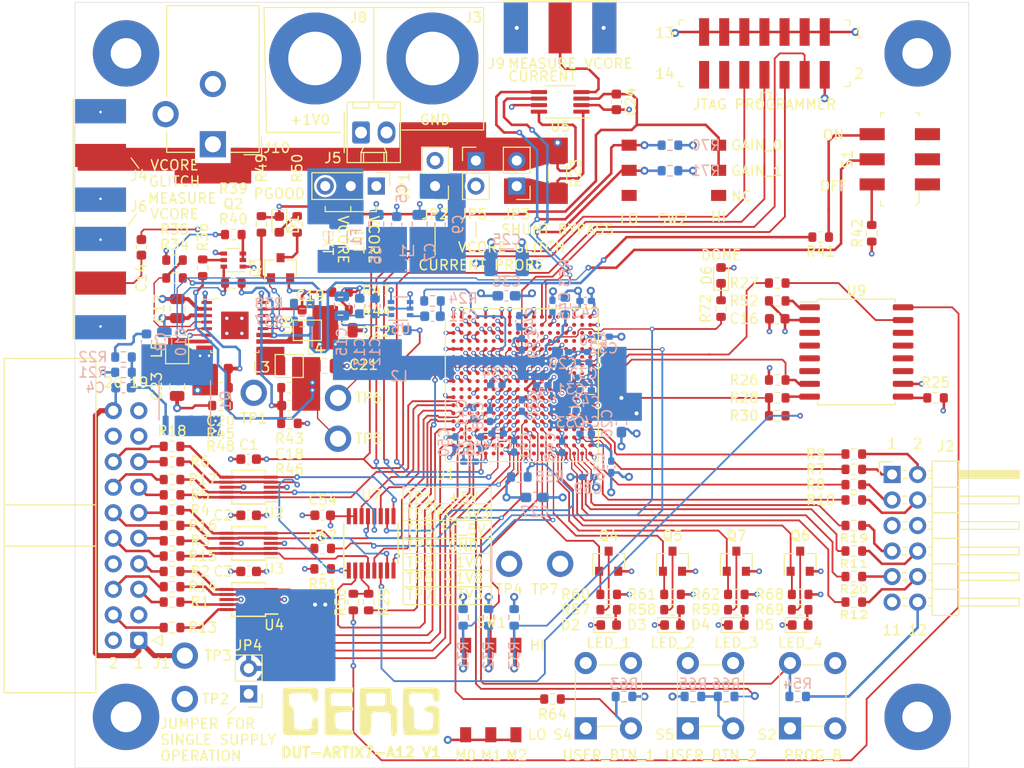
<source format=kicad_pcb>
(kicad_pcb (version 20171130) (host pcbnew "(5.1.7)-1")
  (layers (0 F.Cu signal) (1 In1.Cu power hide) (2 In2.Cu mixed) (31 B.Cu signal) (34 B.Paste user hide) (35 F.Paste user hide) (36 B.SilkS user hide) (37 F.SilkS user) (38 B.Mask user hide) (39 F.Mask user hide) (44 Edge.Cuts user))
  (net 0 "")
  (net 1 GND)
  (net 2 "Net-(C4-Pad2)")
  (net 3 "Net-(C5-Pad1)")
  (net 4 "Net-(C7-Pad1)")
  (net 5 "Net-(C8-Pad2)")
  (net 6 +5V)
  (net 7 "Net-(C11-Pad2)")
  (net 8 "Net-(C11-Pad1)")
  (net 9 "Net-(C12-Pad1)")
  (net 10 "Net-(C14-Pad2)")
  (net 11 "Net-(C14-Pad1)")
  (net 12 "Net-(F1-Pad2)")
  (net 13 "/Connectors, IO/CW_TARG4")
  (net 14 "/Connectors, IO/CW_TARG3")
  (net 15 "/Connectors, IO/CW_TARG2")
  (net 16 "/Connectors, IO/CW_TARG1")
  (net 17 "/Connectors, IO/CW_HS2")
  (net 18 "/Connectors, IO/CW_HS1")
  (net 19 "/Connectors, IO/CW_PDID")
  (net 20 "/Connectors, IO/CW_PDIC")
  (net 21 "/Connectors, IO/CW_SCK")
  (net 22 "/Connectors, IO/CW_MOSI")
  (net 23 "/Connectors, IO/CW_MISO")
  (net 24 +1V0)
  (net 25 "Net-(JP2-Pad2)")
  (net 26 JA1)
  (net 27 "Net-(J2-Pad1)")
  (net 28 JA3)
  (net 29 "Net-(J2-Pad3)")
  (net 30 JA2)
  (net 31 "Net-(J2-Pad2)")
  (net 32 JA4)
  (net 33 "Net-(J2-Pad4)")
  (net 34 "Net-(J2-Pad8)")
  (net 35 JA8)
  (net 36 "Net-(J2-Pad10)")
  (net 37 JA10)
  (net 38 "Net-(J2-Pad7)")
  (net 39 JA7)
  (net 40 "Net-(J2-Pad9)")
  (net 41 JA9)
  (net 42 "Net-(R25-Pad1)")
  (net 43 "Net-(R26-Pad1)")
  (net 44 "Net-(R27-Pad2)")
  (net 45 "Net-(R27-Pad1)")
  (net 46 "Net-(R28-Pad2)")
  (net 47 "Net-(R28-Pad1)")
  (net 48 "Net-(R31-Pad2)")
  (net 49 "Net-(R32-Pad2)")
  (net 50 "Net-(R33-Pad2)")
  (net 51 "Net-(J7-Pad10)")
  (net 52 "Net-(J7-Pad8)")
  (net 53 "Net-(J7-Pad4)")
  (net 54 "Net-(J7-Pad6)")
  (net 55 "Net-(C18-Pad2)")
  (net 56 "Net-(C19-Pad2)")
  (net 57 "Net-(C20-Pad2)")
  (net 58 "Net-(D1-Pad2)")
  (net 59 "Net-(Q2-Pad6)")
  (net 60 "Net-(Q2-Pad2)")
  (net 61 "Net-(Q2-Pad5)")
  (net 62 PGOOD)
  (net 63 "Net-(Q3-Pad3)")
  (net 64 "Net-(R34-Pad1)")
  (net 65 "Net-(R37-Pad1)")
  (net 66 "Net-(R41-Pad1)")
  (net 67 "Net-(R42-Pad2)")
  (net 68 ON_OFF)
  (net 69 "Net-(S1-Pad1)")
  (net 70 "Net-(S1-Pad2)")
  (net 71 "Net-(S1-Pad3)")
  (net 72 "Net-(J7-Pad14)")
  (net 73 "Net-(J7-Pad12)")
  (net 74 VCORE_CURRENT_GAIN_1)
  (net 75 VCORE_CURRENT_GAIN_0)
  (net 76 VCORE_CURRENT)
  (net 77 "Net-(U9-Pad14)")
  (net 78 "Net-(U9-Pad13)")
  (net 79 "Net-(U9-Pad12)")
  (net 80 "Net-(U9-Pad11)")
  (net 81 "Net-(U9-Pad6)")
  (net 82 "Net-(U9-Pad5)")
  (net 83 "Net-(U9-Pad4)")
  (net 84 "Net-(U9-Pad3)")
  (net 85 "/Connectors, IO/CW_RST")
  (net 86 "Net-(U1-PadV11)")
  (net 87 "Net-(U1-PadV7)")
  (net 88 "Net-(U1-PadV6)")
  (net 89 "Net-(U1-PadV2)")
  (net 90 "Net-(U1-PadU12)")
  (net 91 "Net-(U1-PadU11)")
  (net 92 "Net-(U1-PadU10)")
  (net 93 "Net-(U1-PadU7)")
  (net 94 "Net-(U1-PadU6)")
  (net 95 "Net-(U1-PadU5)")
  (net 96 "Net-(U1-PadU4)")
  (net 97 "Net-(U1-PadU2)")
  (net 98 "Net-(U1-PadT15)")
  (net 99 "Net-(U1-PadT14)")
  (net 100 "Net-(U1-PadT13)")
  (net 101 "Net-(U1-PadT12)")
  (net 102 "Net-(U1-PadT7)")
  (net 103 "Net-(U1-PadT5)")
  (net 104 "Net-(U1-PadT4)")
  (net 105 "Net-(U1-PadT3)")
  (net 106 "Net-(U1-PadT2)")
  (net 107 "Net-(U1-PadR17)")
  (net 108 "Net-(U1-PadR16)")
  (net 109 "Net-(U1-PadR15)")
  (net 110 "Net-(U1-PadR13)")
  (net 111 "Net-(U1-PadR7)")
  (net 112 "Net-(U1-PadR6)")
  (net 113 "Net-(U1-PadR5)")
  (net 114 "Net-(U1-PadR3)")
  (net 115 "Net-(U1-PadP18)")
  (net 116 "Net-(U1-PadP16)")
  (net 117 "Net-(U1-PadP15)")
  (net 118 "Net-(U1-PadP6)")
  (net 119 "Net-(U1-PadP5)")
  (net 120 "Net-(U1-PadP4)")
  (net 121 "Net-(U1-PadN18)")
  (net 122 "Net-(U1-PadN17)")
  (net 123 "Net-(U1-PadN16)")
  (net 124 "Net-(U1-PadN14)")
  (net 125 "Net-(U1-PadN6)")
  (net 126 "Net-(U1-PadN4)")
  (net 127 "Net-(U1-PadN3)")
  (net 128 "Net-(U1-PadM15)")
  (net 129 "Net-(U1-PadM14)")
  (net 130 "Net-(U1-PadM6)")
  (net 131 "Net-(U1-PadM5)")
  (net 132 "Net-(U1-PadM4)")
  (net 133 "Net-(U1-PadL14)")
  (net 134 "Net-(U1-PadL5)")
  (net 135 "Net-(U1-PadL4)")
  (net 136 "Net-(U1-PadL3)")
  (net 137 "Net-(U1-PadL2)")
  (net 138 "Net-(U1-PadK18)")
  (net 139 "Net-(U1-PadK6)")
  (net 140 "Net-(U1-PadK5)")
  (net 141 "Net-(U1-PadK3)")
  (net 142 "Net-(U1-PadK2)")
  (net 143 "Net-(U1-PadK1)")
  (net 144 "Net-(U1-PadJ18)")
  (net 145 "Net-(U1-PadJ6)")
  (net 146 "Net-(U1-PadJ5)")
  (net 147 "Net-(U1-PadJ4)")
  (net 148 "Net-(U1-PadH18)")
  (net 149 "Net-(U1-PadH17)")
  (net 150 "Net-(U1-PadH16)")
  (net 151 "Net-(U1-PadH14)")
  (net 152 "Net-(U1-PadH2)")
  (net 153 "Net-(U1-PadH1)")
  (net 154 "Net-(U1-PadG17)")
  (net 155 "Net-(U1-PadG16)")
  (net 156 "Net-(U1-PadG15)")
  (net 157 "Net-(U1-PadG14)")
  (net 158 "Net-(U1-PadF18)")
  (net 159 "Net-(U1-PadF17)")
  (net 160 "Net-(U1-PadF15)")
  (net 161 "Net-(U1-PadF14)")
  (net 162 "Net-(U1-PadF2)")
  (net 163 "Net-(U1-PadF1)")
  (net 164 "Net-(U1-PadE18)")
  (net 165 "Net-(U1-PadE17)")
  (net 166 "Net-(U1-PadE16)")
  (net 167 "Net-(U1-PadE15)")
  (net 168 "Net-(U1-PadE13)")
  (net 169 "Net-(U1-PadE4)")
  (net 170 "Net-(U1-PadE3)")
  (net 171 "Net-(U1-PadD18)")
  (net 172 "Net-(U1-PadD16)")
  (net 173 "Net-(U1-PadD15)")
  (net 174 "Net-(U1-PadD14)")
  (net 175 "Net-(U1-PadD13)")
  (net 176 "Net-(U1-PadD11)")
  (net 177 "Net-(U1-PadD10)")
  (net 178 "Net-(U1-PadD9)")
  (net 179 "Net-(U1-PadD8)")
  (net 180 "Net-(U1-PadD6)")
  (net 181 "Net-(U1-PadD5)")
  (net 182 "Net-(U1-PadC18)")
  (net 183 "Net-(U1-PadC17)")
  (net 184 "Net-(U1-PadC16)")
  (net 185 "Net-(U1-PadC14)")
  (net 186 "Net-(U1-PadC13)")
  (net 187 "Net-(U1-PadC12)")
  (net 188 "Net-(U1-PadC11)")
  (net 189 "Net-(U1-PadC9)")
  (net 190 "Net-(U1-PadC8)")
  (net 191 "Net-(U1-PadB17)")
  (net 192 "Net-(U1-PadB16)")
  (net 193 "Net-(U1-PadB15)")
  (net 194 "Net-(U1-PadB14)")
  (net 195 "Net-(U1-PadB11)")
  (net 196 "Net-(U1-PadB10)")
  (net 197 "Net-(U1-PadB9)")
  (net 198 "Net-(U1-PadB6)")
  (net 199 "Net-(U1-PadB5)")
  (net 200 "Net-(U1-PadA17)")
  (net 201 "Net-(U1-PadA15)")
  (net 202 "Net-(U1-PadA14)")
  (net 203 "Net-(U1-PadA13)")
  (net 204 "Net-(U1-PadA10)")
  (net 205 "Net-(U1-PadA9)")
  (net 206 "Net-(U1-PadA6)")
  (net 207 "Net-(U1-PadA4)")
  (net 208 "Net-(U1-PadA3)")
  (net 209 FC_3V3)
  (net 210 FC_5V)
  (net 211 FC_RST)
  (net 212 FC_IO)
  (net 213 FD_TF)
  (net 214 FD2C_CLK)
  (net 215 FC2D_CLK)
  (net 216 FC_DIO0)
  (net 217 FC_DIO1)
  (net 218 FC_DIO2)
  (net 219 FC_DIO3)
  (net 220 SW_DONE)
  (net 221 SW_DIN)
  (net 222 SW_INIT_B)
  (net 223 SW_CLK)
  (net 224 SW_PROGRAM_B)
  (net 225 "Net-(L4-Pad1)")
  (net 226 "Net-(L3-Pad1)")
  (net 227 "Net-(L5-Pad1)")
  (net 228 FC2D_HS)
  (net 229 FD2C_HS)
  (net 230 FC_PROG)
  (net 231 FC_DIO1_MUX)
  (net 232 FC_DIO2_MUX)
  (net 233 FC_DIO3_MUX)
  (net 234 FC_DIO0_MUX)
  (net 235 "Net-(R29-Pad2)")
  (net 236 "Net-(R52-Pad1)")
  (net 237 "Net-(R56-Pad2)")
  (net 238 "Net-(S2-Pad3)")
  (net 239 "Net-(S2-Pad1)")
  (net 240 "Net-(D2-Pad2)")
  (net 241 "Net-(D3-Pad2)")
  (net 242 "Net-(D4-Pad2)")
  (net 243 "Net-(Q4-Pad3)")
  (net 244 "Net-(Q5-Pad3)")
  (net 245 "Net-(Q6-Pad3)")
  (net 246 "Net-(R63-Pad2)")
  (net 247 "Net-(R65-Pad2)")
  (net 248 "Net-(S4-Pad4)")
  (net 249 "Net-(S4-Pad2)")
  (net 250 "Net-(S5-Pad4)")
  (net 251 "Net-(S5-Pad2)")
  (net 252 +3V3)
  (net 253 +1V8)
  (net 254 VCCINT)
  (net 255 "Net-(D5-Pad2)")
  (net 256 "Net-(Q7-Pad3)")
  (net 257 "Net-(SW2-Pad6)")
  (net 258 "Net-(SW2-Pad5)")
  (net 259 "Net-(J5-Pad1)")
  (net 260 "Net-(U1-PadM17)")
  (net 261 "Net-(U1-PadM16)")
  (net 262 "Net-(U1-PadL18)")
  (net 263 "Net-(U1-PadK17)")
  (net 264 "Net-(U1-PadK15)")
  (net 265 "Net-(U1-PadJ16)")
  (net 266 "Net-(U1-PadJ15)")
  (net 267 "Net-(U1-PadJ14)")
  (net 268 USER_LED_1)
  (net 269 USER_LED_2)
  (net 270 USER_LED_4)
  (net 271 USER_LED_3)
  (net 272 USER_BTN_1)
  (net 273 USER_BTN_2)
  (net 274 "Net-(U1-PadU9)")
  (net 275 "Net-(D6-Pad1)")
  (net 276 "Net-(U1-PadV4)")
  (net 277 "Net-(U1-PadP14)")
  (net 278 "Net-(J10-Pad3)")
  (module cerg:cerg_logo (layer F.Cu) (at 28.45266 70.60988)
    (fp_text reference G*** hide)
    (fp_text value LOGO hide)
  )
  (module cerg:BarrelJack_CUI_PJ-102AH_Horizontal (layer F.Cu) (at 13.72066 14.12588 180)
    (fp_text reference J10 (at -6.35 -0.35) (layer F.SilkS))
    (fp_text value Barrel_Jack_Switch)
    (pad 1 thru_hole rect (at 0 0 180) (size 2.6 2.6) (drill 1.6) (layers *.Cu *.Mask) (net 210 FC_5V))
    (pad 2 thru_hole circle (at 0 6 180) (size 2.6 2.6) (drill 1.6) (layers *.Cu *.Mask) (net 1 GND))
    (pad 3 thru_hole circle (at 4.7 3 180) (size 2.6 2.6) (drill 1.6) (layers *.Cu *.Mask) (net 278 "Net-(J10-Pad3)"))
  )
  (module Fuse:Fuse_1206_3216Metric (layer B.Cu) (at 26.162 23.368 90)
    (fp_text reference F1 (at 0 1.82 90) (layer B.SilkS) (effects (justify mirror)))
    (fp_text value MF-MSMF050-2)
    (pad 2 smd roundrect (at 1.4 0 90) (size 1.25 1.75) (layers B.Cu B.Paste B.Mask) (roundrect_rratio 0.2) (net 12 "Net-(F1-Pad2)"))
    (pad 1 smd roundrect (at -1.4 0 90) (size 1.25 1.75) (layers B.Cu B.Paste B.Mask) (roundrect_rratio 0.2) (net 3 "Net-(C5-Pad1)"))
  )
  (module Capacitor_SMD:C_0603_1608Metric_Pad1.08x0.95mm_HandSolder (layer B.Cu) (at 42.926 29.20788 180)
    (fp_text reference C35 (at 0 1.43) (layer B.SilkS) (effects (justify mirror)))
    (fp_text value 47uF)
    (pad 2 smd roundrect (at 0.8625 0 180) (size 1.075 0.95) (layers B.Cu B.Paste B.Mask) (net 1 GND))
    (pad 1 smd roundrect (at -0.8625 0 180) (size 1.075 0.95) (layers B.Cu B.Paste B.Mask) (net 254 VCCINT))
  )
  (module Capacitor_SMD:C_0603_1608Metric_Pad1.08x0.95mm_HandSolder (layer B.Cu) (at 45.72 49.276)
    (fp_text reference C27 (at 0 1.43) (layer B.SilkS) (effects (justify mirror)))
    (fp_text value 47uF)
    (pad 2 smd roundrect (at 0.8625 0) (size 1.075 0.95) (layers B.Cu B.Paste B.Mask) (net 1 GND))
    (pad 1 smd roundrect (at -0.8625 0) (size 1.075 0.95) (layers B.Cu B.Paste B.Mask) (net 252 +3V3))
  )
  (module Capacitor_SMD:C_0603_1608Metric_Pad1.08x0.95mm_HandSolder (layer B.Cu) (at 54.356 41.91 270)
    (fp_text reference C26 (at 0 1.43 90) (layer B.SilkS) (effects (justify mirror)))
    (fp_text value 47uF)
    (pad 2 smd roundrect (at 0.8625 0 270) (size 1.075 0.95) (layers B.Cu B.Paste B.Mask) (net 1 GND))
    (pad 1 smd roundrect (at -0.8625 0 270) (size 1.075 0.95) (layers B.Cu B.Paste B.Mask) (net 253 +1V8))
  )
  (module Capacitor_SMD:C_0402_1005Metric_Pad0.74x0.62mm_HandSolder (layer B.Cu) (at 39.24766 45.71788 180)
    (fp_text reference C53 (at 0 1.16) (layer B.SilkS) (effects (justify mirror)))
    (fp_text value .47uF)
    (pad 2 smd roundrect (at 0.5675 0 180) (size 0.735 0.62) (layers B.Cu B.Paste B.Mask) (net 1 GND))
    (pad 1 smd roundrect (at -0.5675 0 180) (size 0.735 0.62) (layers B.Cu B.Paste B.Mask) (net 252 +3V3))
  )
  (module Capacitor_SMD:C_0402_1005Metric_Pad0.74x0.62mm_HandSolder (layer B.Cu) (at 52.578 33.274)
    (fp_text reference C52 (at 0 1.16) (layer B.SilkS) (effects (justify mirror)))
    (fp_text value .47uF)
    (pad 2 smd roundrect (at 0.5675 0) (size 0.735 0.62) (layers B.Cu B.Paste B.Mask) (net 1 GND))
    (pad 1 smd roundrect (at -0.5675 0) (size 0.735 0.62) (layers B.Cu B.Paste B.Mask) (net 252 +3V3))
  )
  (module Capacitor_SMD:C_0402_1005Metric_Pad0.74x0.62mm_HandSolder (layer B.Cu) (at 43.688 44.196 90)
    (fp_text reference C51 (at 0 1.16 90) (layer B.SilkS) (effects (justify mirror)))
    (fp_text value .47uF)
    (pad 2 smd roundrect (at 0.5675 0 90) (size 0.735 0.62) (layers B.Cu B.Paste B.Mask) (net 1 GND))
    (pad 1 smd roundrect (at -0.5675 0 90) (size 0.735 0.62) (layers B.Cu B.Paste B.Mask) (net 252 +3V3))
  )
  (module Capacitor_SMD:C_0402_1005Metric_Pad0.74x0.62mm_HandSolder (layer B.Cu) (at 37.85066 43.81288 270)
    (fp_text reference C50 (at 0 1.16 90) (layer B.SilkS) (effects (justify mirror)))
    (fp_text value .47uF)
    (pad 2 smd roundrect (at 0.5675 0 270) (size 0.735 0.62) (layers B.Cu B.Paste B.Mask) (net 1 GND))
    (pad 1 smd roundrect (at -0.5675 0 270) (size 0.735 0.62) (layers B.Cu B.Paste B.Mask) (net 252 +3V3))
  )
  (module Capacitor_SMD:C_0402_1005Metric_Pad0.74x0.62mm_HandSolder (layer B.Cu) (at 44.196 31.75 90)
    (fp_text reference C49 (at 0 1.16 90) (layer B.SilkS) (effects (justify mirror)))
    (fp_text value .47uF)
    (pad 2 smd roundrect (at 0.5675 0 90) (size 0.735 0.62) (layers B.Cu B.Paste B.Mask) (net 1 GND))
    (pad 1 smd roundrect (at -0.5675 0 90) (size 0.735 0.62) (layers B.Cu B.Paste B.Mask) (net 252 +3V3))
  )
  (module Capacitor_SMD:C_0402_1005Metric_Pad0.74x0.62mm_HandSolder (layer B.Cu) (at 48.45466 44.24788 270)
    (fp_text reference C48 (at 0 1.16 90) (layer B.SilkS) (effects (justify mirror)))
    (fp_text value .47uF)
    (pad 2 smd roundrect (at 0.5675 0 270) (size 0.735 0.62) (layers B.Cu B.Paste B.Mask) (net 1 GND))
    (pad 1 smd roundrect (at -0.5675 0 270) (size 0.735 0.62) (layers B.Cu B.Paste B.Mask) (net 252 +3V3))
  )
  (module Capacitor_SMD:C_0402_1005Metric_Pad0.74x0.62mm_HandSolder (layer B.Cu) (at 50.8 42.926 180)
    (fp_text reference C47 (at 0 1.16) (layer B.SilkS) (effects (justify mirror)))
    (fp_text value .47uF)
    (pad 2 smd roundrect (at 0.5675 0 180) (size 0.735 0.62) (layers B.Cu B.Paste B.Mask) (net 1 GND))
    (pad 1 smd roundrect (at -0.5675 0 180) (size 0.735 0.62) (layers B.Cu B.Paste B.Mask) (net 252 +3V3))
  )
  (module Capacitor_SMD:C_0402_1005Metric_Pad0.74x0.62mm_HandSolder (layer B.Cu) (at 40.39066 43.81288 270)
    (fp_text reference C46 (at 0 1.16 90) (layer B.SilkS) (effects (justify mirror)))
    (fp_text value .47uF)
    (pad 2 smd roundrect (at 0.5675 0 270) (size 0.735 0.62) (layers B.Cu B.Paste B.Mask) (net 1 GND))
    (pad 1 smd roundrect (at -0.5675 0 270) (size 0.735 0.62) (layers B.Cu B.Paste B.Mask) (net 252 +3V3))
  )
  (module Capacitor_SMD:C_0402_1005Metric_Pad0.74x0.62mm_HandSolder (layer B.Cu) (at 47.498 30.226 90)
    (fp_text reference C45 (at 0 1.16 90) (layer B.SilkS) (effects (justify mirror)))
    (fp_text value .47uF)
    (pad 2 smd roundrect (at 0.5675 0 90) (size 0.735 0.62) (layers B.Cu B.Paste B.Mask) (net 1 GND))
    (pad 1 smd roundrect (at -0.5675 0 90) (size 0.735 0.62) (layers B.Cu B.Paste B.Mask) (net 252 +3V3))
  )
  (module Capacitor_SMD:C_0402_1005Metric_Pad0.74x0.62mm_HandSolder (layer B.Cu) (at 42.04166 42.92388)
    (fp_text reference C44 (at 0 1.16) (layer B.SilkS) (effects (justify mirror)))
    (fp_text value .47uF)
    (pad 2 smd roundrect (at 0.5675 0) (size 0.735 0.62) (layers B.Cu B.Paste B.Mask) (net 1 GND))
    (pad 1 smd roundrect (at -0.5675 0) (size 0.735 0.62) (layers B.Cu B.Paste B.Mask) (net 252 +3V3))
  )
  (module Capacitor_SMD:C_0402_1005Metric_Pad0.74x0.62mm_HandSolder (layer B.Cu) (at 50.8 29.718)
    (fp_text reference C43 (at 0 1.16) (layer B.SilkS) (effects (justify mirror)))
    (fp_text value .47uF)
    (pad 2 smd roundrect (at 0.5675 0) (size 0.735 0.62) (layers B.Cu B.Paste B.Mask) (net 1 GND))
    (pad 1 smd roundrect (at -0.5675 0) (size 0.735 0.62) (layers B.Cu B.Paste B.Mask) (net 252 +3V3))
  )
  (module Capacitor_SMD:C_0402_1005Metric_Pad0.74x0.62mm_HandSolder (layer B.Cu) (at 50.8 38.608)
    (fp_text reference C42 (at 0 1.16) (layer B.SilkS) (effects (justify mirror)))
    (fp_text value .47uF)
    (pad 2 smd roundrect (at 0.5675 0) (size 0.735 0.62) (layers B.Cu B.Paste B.Mask) (net 1 GND))
    (pad 1 smd roundrect (at -0.5675 0) (size 0.735 0.62) (layers B.Cu B.Paste B.Mask) (net 252 +3V3))
  )
  (module Capacitor_SMD:C_0402_1005Metric_Pad0.74x0.62mm_HandSolder (layer B.Cu) (at 39.62866 40.89188 270)
    (fp_text reference C41 (at 0 1.16 90) (layer B.SilkS) (effects (justify mirror)))
    (fp_text value 4.7uF)
    (pad 2 smd roundrect (at 0.5675 0 270) (size 0.735 0.62) (layers B.Cu B.Paste B.Mask) (net 1 GND))
    (pad 1 smd roundrect (at -0.5675 0 270) (size 0.735 0.62) (layers B.Cu B.Paste B.Mask) (net 252 +3V3))
  )
  (module Capacitor_SMD:C_0402_1005Metric_Pad0.74x0.62mm_HandSolder (layer B.Cu) (at 51.56666 34.79588 180)
    (fp_text reference C40 (at 0 1.16) (layer B.SilkS) (effects (justify mirror)))
    (fp_text value 4.7uF)
    (pad 2 smd roundrect (at 0.5675 0 180) (size 0.735 0.62) (layers B.Cu B.Paste B.Mask) (net 1 GND))
    (pad 1 smd roundrect (at -0.5675 0 180) (size 0.735 0.62) (layers B.Cu B.Paste B.Mask) (net 252 +3V3))
  )
  (module Capacitor_SMD:C_0402_1005Metric_Pad0.74x0.62mm_HandSolder (layer B.Cu) (at 51.054 47.244)
    (fp_text reference C39 (at 0 1.16) (layer B.SilkS) (effects (justify mirror)))
    (fp_text value 4.7uF)
    (pad 2 smd roundrect (at 0.5675 0) (size 0.735 0.62) (layers B.Cu B.Paste B.Mask) (net 1 GND))
    (pad 1 smd roundrect (at -0.5675 0) (size 0.735 0.62) (layers B.Cu B.Paste B.Mask) (net 252 +3V3))
  )
  (module Capacitor_SMD:C_0402_1005Metric_Pad0.74x0.62mm_HandSolder (layer B.Cu) (at 41.27966 41.14588 270)
    (fp_text reference C38 (at 0 1.16 90) (layer B.SilkS) (effects (justify mirror)))
    (fp_text value 4.7uF)
    (pad 2 smd roundrect (at 0.5675 0 270) (size 0.735 0.62) (layers B.Cu B.Paste B.Mask) (net 1 GND))
    (pad 1 smd roundrect (at -0.5675 0 270) (size 0.735 0.62) (layers B.Cu B.Paste B.Mask) (net 252 +3V3))
  )
  (module Capacitor_SMD:C_0402_1005Metric_Pad0.74x0.62mm_HandSolder (layer B.Cu) (at 50.55066 35.81188)
    (fp_text reference C37 (at 0 1.16) (layer B.SilkS) (effects (justify mirror)))
    (fp_text value 4.7uF)
    (pad 2 smd roundrect (at 0.5675 0) (size 0.735 0.62) (layers B.Cu B.Paste B.Mask) (net 1 GND))
    (pad 1 smd roundrect (at -0.5675 0) (size 0.735 0.62) (layers B.Cu B.Paste B.Mask) (net 252 +3V3))
  )
  (module Capacitor_SMD:C_0402_1005Metric_Pad0.74x0.62mm_HandSolder (layer B.Cu) (at 53.34 46.228 270)
    (fp_text reference C36 (at 0 1.16 90) (layer B.SilkS) (effects (justify mirror)))
    (fp_text value 4.7uF)
    (pad 2 smd roundrect (at 0.5675 0 270) (size 0.735 0.62) (layers B.Cu B.Paste B.Mask) (net 1 GND))
    (pad 1 smd roundrect (at -0.5675 0 270) (size 0.735 0.62) (layers B.Cu B.Paste B.Mask) (net 252 +3V3))
  )
  (module Capacitor_SMD:C_0402_1005Metric_Pad0.74x0.62mm_HandSolder (layer B.Cu) (at 41.91466 38.1 180)
    (fp_text reference C34 (at 0 1.16) (layer B.SilkS) (effects (justify mirror)))
    (fp_text value .47uF)
    (pad 2 smd roundrect (at 0.5675 0 180) (size 0.735 0.62) (layers B.Cu B.Paste B.Mask) (net 1 GND))
    (pad 1 smd roundrect (at -0.5675 0 180) (size 0.735 0.62) (layers B.Cu B.Paste B.Mask) (net 254 VCCINT))
  )
  (module Capacitor_SMD:C_0402_1005Metric_Pad0.74x0.62mm_HandSolder (layer B.Cu) (at 49.276 40.64)
    (fp_text reference C33 (at 0 1.16) (layer B.SilkS) (effects (justify mirror)))
    (fp_text value .47uF)
    (pad 2 smd roundrect (at 0.5675 0) (size 0.735 0.62) (layers B.Cu B.Paste B.Mask) (net 1 GND))
    (pad 1 smd roundrect (at -0.5675 0) (size 0.735 0.62) (layers B.Cu B.Paste B.Mask) (net 253 +1V8))
  )
  (module Capacitor_SMD:C_0402_1005Metric_Pad0.74x0.62mm_HandSolder (layer B.Cu) (at 46.482 38.1)
    (fp_text reference C32 (at 0 1.16) (layer B.SilkS) (effects (justify mirror)))
    (fp_text value .47uF)
    (pad 2 smd roundrect (at 0.5675 0) (size 0.735 0.62) (layers B.Cu B.Paste B.Mask) (net 1 GND))
    (pad 1 smd roundrect (at -0.5675 0) (size 0.735 0.62) (layers B.Cu B.Paste B.Mask) (net 254 VCCINT))
  )
  (module Capacitor_SMD:C_0402_1005Metric_Pad0.74x0.62mm_HandSolder (layer B.Cu) (at 49.276 37.338)
    (fp_text reference C31 (at 0 1.16) (layer B.SilkS) (effects (justify mirror)))
    (fp_text value .47uF)
    (pad 2 smd roundrect (at 0.5675 0) (size 0.735 0.62) (layers B.Cu B.Paste B.Mask) (net 1 GND))
    (pad 1 smd roundrect (at -0.5675 0) (size 0.735 0.62) (layers B.Cu B.Paste B.Mask) (net 253 +1V8))
  )
  (module Capacitor_SMD:C_0402_1005Metric_Pad0.74x0.62mm_HandSolder (layer B.Cu) (at 44.45 40.132 90)
    (fp_text reference C30 (at 0 1.16 90) (layer B.SilkS) (effects (justify mirror)))
    (fp_text value .47uF)
    (pad 2 smd roundrect (at 0.5675 0 90) (size 0.735 0.62) (layers B.Cu B.Paste B.Mask) (net 1 GND))
    (pad 1 smd roundrect (at -0.5675 0 90) (size 0.735 0.62) (layers B.Cu B.Paste B.Mask) (net 254 VCCINT))
  )
  (module Capacitor_SMD:C_0402_1005Metric_Pad0.74x0.62mm_HandSolder (layer B.Cu) (at 44.45466 34.03388 90)
    (fp_text reference C29 (at 0 1.16 90) (layer B.SilkS) (effects (justify mirror)))
    (fp_text value 4.7uF)
    (pad 2 smd roundrect (at 0.5675 0 90) (size 0.735 0.62) (layers B.Cu B.Paste B.Mask) (net 1 GND))
    (pad 1 smd roundrect (at -0.5675 0 90) (size 0.735 0.62) (layers B.Cu B.Paste B.Mask) (net 254 VCCINT))
  )
  (module Capacitor_SMD:C_0402_1005Metric_Pad0.74x0.62mm_HandSolder (layer B.Cu) (at 48.514 34.798)
    (fp_text reference C28 (at 0 1.16) (layer B.SilkS) (effects (justify mirror)))
    (fp_text value 4.7uF)
    (pad 2 smd roundrect (at 0.5675 0) (size 0.735 0.62) (layers B.Cu B.Paste B.Mask) (net 1 GND))
    (pad 1 smd roundrect (at -0.5675 0) (size 0.735 0.62) (layers B.Cu B.Paste B.Mask) (net 253 +1V8))
  )
  (module Capacitor_SMD:C_1210_3225Metric_Pad1.33x2.70mm_HandSolder (layer B.Cu) (at 42.93066 25.90588 180)
    (fp_text reference C25 (at 0 2.3) (layer B.SilkS) (effects (justify mirror)))
    (fp_text value 100uF)
    (pad 2 smd roundrect (at 1.5625 0 180) (size 1.325 2.7) (layers B.Cu B.Paste B.Mask) (roundrect_rratio 0.188679) (net 1 GND))
    (pad 1 smd roundrect (at -1.5625 0 180) (size 1.325 2.7) (layers B.Cu B.Paste B.Mask) (roundrect_rratio 0.188679) (net 254 VCCINT))
  )
  (module cerg:Switch_Tactile_THT_6x6mm (layer F.Cu) (at 60.96466 72.26088 90)
    (fp_text reference S5 (at -0.635 -2.286 180) (layer F.SilkS))
    (fp_text value 1825910-6)
    (pad 3 thru_hole circle (at 0 4.5 90) (size 2.2 2.2) (drill 1.2) (layers *.Cu *.Mask) (net 247 "Net-(R65-Pad2)"))
    (pad 4 thru_hole circle (at 6.5 4.5 90) (size 2.2 2.2) (drill 1.2) (layers *.Cu *.Mask) (net 250 "Net-(S5-Pad4)"))
    (pad 2 thru_hole circle (at 6.5 0 90) (size 2.2 2.2) (drill 1.2) (layers *.Cu *.Mask) (net 251 "Net-(S5-Pad2)"))
    (pad 1 thru_hole rect (at 0 0 90) (size 2.2 2.2) (drill 1.2) (layers *.Cu *.Mask) (net 209 FC_3V3))
  )
  (module cerg:Switch_Tactile_THT_6x6mm (layer F.Cu) (at 50.80466 72.26088 90)
    (fp_text reference S4 (at -0.635 -2.286 180) (layer F.SilkS))
    (fp_text value 1825910-6)
    (pad 3 thru_hole circle (at 0 4.5 90) (size 2.2 2.2) (drill 1.2) (layers *.Cu *.Mask) (net 246 "Net-(R63-Pad2)"))
    (pad 4 thru_hole circle (at 6.5 4.5 90) (size 2.2 2.2) (drill 1.2) (layers *.Cu *.Mask) (net 248 "Net-(S4-Pad4)"))
    (pad 2 thru_hole circle (at 6.5 0 90) (size 2.2 2.2) (drill 1.2) (layers *.Cu *.Mask) (net 249 "Net-(S4-Pad2)"))
    (pad 1 thru_hole rect (at 0 0 90) (size 2.2 2.2) (drill 1.2) (layers *.Cu *.Mask) (net 209 FC_3V3))
  )
  (module cerg:Switch_Tactile_THT_6x6mm (layer F.Cu) (at 71.12466 72.26088 90)
    (fp_text reference S2 (at -0.635 -2.286 180) (layer F.SilkS))
    (fp_text value 1825910-6)
    (pad 3 thru_hole circle (at 0 4.5 90) (size 2.2 2.2) (drill 1.2) (layers *.Cu *.Mask) (net 238 "Net-(S2-Pad3)"))
    (pad 4 thru_hole circle (at 6.5 4.5 90) (size 2.2 2.2) (drill 1.2) (layers *.Cu *.Mask) (net 1 GND))
    (pad 2 thru_hole circle (at 6.5 0 90) (size 2.2 2.2) (drill 1.2) (layers *.Cu *.Mask) (net 224 SW_PROGRAM_B))
    (pad 1 thru_hole rect (at 0 0 90) (size 2.2 2.2) (drill 1.2) (layers *.Cu *.Mask) (net 239 "Net-(S2-Pad1)"))
  )
  (module cerg:Switch_Slide_JS202011SCQN (layer F.Cu) (at 82.04666 15.61888 90)
    (fp_text reference S1 (at 0 -5.2 90) (layer F.SilkS))
    (fp_text value JS202011SCQN)
    (pad 6 smd rect (at 2.5 -2.75 90) (size 1.2 2.5) (layers F.Cu F.Paste F.Mask) (net 66 "Net-(R41-Pad1)"))
    (pad 5 smd rect (at 0 -2.75 90) (size 1.2 2.5) (layers F.Cu F.Paste F.Mask) (net 68 ON_OFF))
    (pad 4 smd rect (at -2.5 -2.75 90) (size 1.2 2.5) (layers F.Cu F.Paste F.Mask) (net 67 "Net-(R42-Pad2)"))
    (pad 1 smd rect (at -2.5 2.75 90) (size 1.2 2.5) (layers F.Cu F.Paste F.Mask) (net 69 "Net-(S1-Pad1)"))
    (pad 2 smd rect (at 0 2.75 90) (size 1.2 2.5) (layers F.Cu F.Paste F.Mask) (net 70 "Net-(S1-Pad2)"))
    (pad 3 smd rect (at 2.5 2.75 90) (size 1.2 2.5) (layers F.Cu F.Paste F.Mask) (net 71 "Net-(S1-Pad3)"))
  )
  (module cerg:PinHeader_2x7_P2mm_SMD (layer F.Cu) (at 68.58 5.08 180)
    (fp_text reference J7 (at 0 -4.45) (layer F.SilkS))
    (fp_text value 0878321420)
    (pad "" np_thru_hole circle (at -5 0 180) (size 1 1) (drill 1) (layers *.Cu *.Mask))
    (pad 13 smd rect (at 6 2.13 180) (size 1 2.75) (layers F.Cu F.Paste F.Mask) (net 1 GND))
    (pad 14 smd rect (at 6 -2.13 180) (size 1 2.75) (layers F.Cu F.Paste F.Mask) (net 72 "Net-(J7-Pad14)"))
    (pad 11 smd rect (at 4 2.13 180) (size 1 2.75) (layers F.Cu F.Paste F.Mask) (net 1 GND))
    (pad 12 smd rect (at 4 -2.13 180) (size 1 2.75) (layers F.Cu F.Paste F.Mask) (net 73 "Net-(J7-Pad12)"))
    (pad 9 smd rect (at 2 2.13 180) (size 1 2.75) (layers F.Cu F.Paste F.Mask) (net 1 GND))
    (pad 10 smd rect (at 2 -2.13 180) (size 1 2.75) (layers F.Cu F.Paste F.Mask) (net 51 "Net-(J7-Pad10)"))
    (pad 7 smd rect (at 0 2.13 180) (size 1 2.75) (layers F.Cu F.Paste F.Mask) (net 1 GND))
    (pad 8 smd rect (at 0 -2.13 180) (size 1 2.75) (layers F.Cu F.Paste F.Mask) (net 52 "Net-(J7-Pad8)"))
    (pad 5 smd rect (at -2 2.13 180) (size 1 2.75) (layers F.Cu F.Paste F.Mask) (net 1 GND))
    (pad 6 smd rect (at -2 -2.13 180) (size 1 2.75) (layers F.Cu F.Paste F.Mask) (net 54 "Net-(J7-Pad6)"))
    (pad 3 smd rect (at -4 2.13 180) (size 1 2.75) (layers F.Cu F.Paste F.Mask) (net 1 GND))
    (pad 4 smd rect (at -4 -2.13 180) (size 1 2.75) (layers F.Cu F.Paste F.Mask) (net 53 "Net-(J7-Pad4)"))
    (pad 1 smd rect (at -6 2.13 180) (size 1 2.75) (layers F.Cu F.Paste F.Mask) (net 1 GND))
    (pad 2 smd rect (at -6 -2.13 180) (size 1 2.75) (layers F.Cu F.Paste F.Mask) (net 252 +3V3))
    (pad "" np_thru_hole circle (at 5 0 180) (size 1 1) (drill 1) (layers *.Cu *.Mask))
  )
  (module cerg:TSSOP-16-1EP_W4.40mm (layer F.Cu) (at 15.90466 32.14788 270)
    (fp_text reference U8 (at 0 -5.2 90) (layer F.SilkS))
    (fp_text value LTC3569EFE#PBF)
    (pad 17 thru_hole circle (at 0.8 0.8 270) (size 0.38 0.38) (drill 0.33) (layers *.Cu *.Mask) (net 1 GND))
    (pad 17 thru_hole circle (at -0.7 0.8 270) (size 0.38 0.38) (drill 0.33) (layers *.Cu *.Mask) (net 1 GND))
    (pad 17 thru_hole circle (at 0.8 -0.7 270) (size 0.38 0.38) (drill 0.33) (layers *.Cu *.Mask) (net 1 GND))
    (pad 17 thru_hole circle (at -0.7 -0.7 270) (size 0.38 0.38) (drill 0.33) (layers *.Cu *.Mask) (net 1 GND))
    (pad 17 smd rect (at 0 0 90) (size 2.74 2.74) (layers F.Cu) (net 1 GND))
    (pad 15 smd rect (at -1.625 -2.8 270) (size 0.3 1.05) (layers F.Cu F.Paste F.Mask) (net 56 "Net-(C19-Pad2)"))
    (pad 14 smd rect (at -0.975 -2.8 270) (size 0.3 1.05) (layers F.Cu F.Paste F.Mask) (net 6 +5V))
    (pad 13 smd rect (at -0.325 -2.8 270) (size 0.3 1.05) (layers F.Cu F.Paste F.Mask) (net 65 "Net-(R37-Pad1)"))
    (pad 12 smd rect (at 0.325 -2.8 270) (size 0.3 1.05) (layers F.Cu F.Paste F.Mask) (net 62 PGOOD))
    (pad 11 smd rect (at 0.975 -2.8 270) (size 0.3 1.05) (layers F.Cu F.Paste F.Mask) (net 6 +5V))
    (pad 10 smd rect (at 1.625 -2.8 270) (size 0.3 1.05) (layers F.Cu F.Paste F.Mask) (net 225 "Net-(L4-Pad1)"))
    (pad 9 smd rect (at 2.275 -2.8 270) (size 0.3 1.05) (layers F.Cu F.Paste F.Mask) (net 226 "Net-(L3-Pad1)"))
    (pad 8 smd rect (at 2.275 2.8 270) (size 0.3 1.05) (layers F.Cu F.Paste F.Mask) (net 6 +5V))
    (pad 7 smd rect (at 1.625 2.8 270) (size 0.3 1.05) (layers F.Cu F.Paste F.Mask) (net 227 "Net-(L5-Pad1)"))
    (pad 6 smd rect (at 0.975 2.8 270) (size 0.3 1.05) (layers F.Cu F.Paste F.Mask) (net 68 ON_OFF))
    (pad 5 smd rect (at 0.325 2.8 270) (size 0.3 1.05) (layers F.Cu F.Paste F.Mask) (net 59 "Net-(Q2-Pad6)"))
    (pad 4 smd rect (at -0.325 2.8 270) (size 0.3 1.05) (layers F.Cu F.Paste F.Mask) (net 64 "Net-(R34-Pad1)"))
    (pad 3 smd rect (at -0.975 2.8 270) (size 0.3 1.05) (layers F.Cu F.Paste F.Mask) (net 1 GND))
    (pad 2 smd rect (at -1.625 2.8 270) (size 0.3 1.05) (layers F.Cu F.Paste F.Mask) (net 6 +5V))
    (pad 16 smd rect (at -2.275 -2.8 270) (size 0.3 1.05) (layers F.Cu F.Paste F.Mask) (net 55 "Net-(C18-Pad2)"))
    (pad 17 smd rect (at 0 0 270) (size 2.31 2.46) (layers F.Cu F.Paste F.Mask) (net 1 GND))
    (pad 1 smd rect (at -2.275 2.8 270) (size 0.3 1.05) (layers F.Cu F.Paste F.Mask) (net 57 "Net-(C20-Pad2)"))
  )
  (module LED_SMD:LED_0603_1608Metric (layer F.Cu) (at 64.26666 27.17588 90)
    (fp_text reference D6 (at 0 -1.43 90) (layer F.SilkS))
    (fp_text value LG_L29K-G2J1-24-Z)
    (pad 2 smd roundrect (at 0.7875 0 90) (size 0.875 0.95) (layers F.Cu F.Paste F.Mask) (net 1 GND))
    (pad 1 smd roundrect (at -0.7875 0 90) (size 0.875 0.95) (layers F.Cu F.Paste F.Mask) (net 275 "Net-(D6-Pad1)"))
  )
  (module Package_TO_SOT_SMD:SOT-23 (layer F.Cu) (at 20.45166 26.41388 90)
    (fp_text reference Q3 (at 0 -2.5 90) (layer F.SilkS))
    (fp_text value BSS138)
    (pad 3 smd rect (at 1 0 90) (size 0.9 0.8) (layers F.Cu F.Paste F.Mask) (net 63 "Net-(Q3-Pad3)"))
    (pad 2 smd rect (at -1 0.95 90) (size 0.9 0.8) (layers F.Cu F.Paste F.Mask) (net 1 GND))
    (pad 1 smd rect (at -1 -0.95 90) (size 0.9 0.8) (layers F.Cu F.Paste F.Mask) (net 62 PGOOD))
  )
  (module LED_SMD:LED_0603_1608Metric (layer F.Cu) (at 72.136 61.976)
    (fp_text reference D5 (at -3.55134 -0.00212) (layer F.SilkS))
    (fp_text value LG_L29K-G2J1-24-Z)
    (pad 2 smd roundrect (at 0.7875 0) (size 0.875 0.95) (layers F.Cu F.Paste F.Mask) (net 255 "Net-(D5-Pad2)"))
    (pad 1 smd roundrect (at -0.7875 0) (size 0.875 0.95) (layers F.Cu F.Paste F.Mask) (net 209 FC_3V3))
  )
  (module LED_SMD:LED_0603_1608Metric (layer F.Cu) (at 65.786 61.976)
    (fp_text reference D4 (at -3.55134 -0.00212) (layer F.SilkS))
    (fp_text value LG_L29K-G2J1-24-Z)
    (pad 2 smd roundrect (at 0.7875 0) (size 0.875 0.95) (layers F.Cu F.Paste F.Mask) (net 242 "Net-(D4-Pad2)"))
    (pad 1 smd roundrect (at -0.7875 0) (size 0.875 0.95) (layers F.Cu F.Paste F.Mask) (net 209 FC_3V3))
  )
  (module LED_SMD:LED_0603_1608Metric (layer F.Cu) (at 59.436 61.976)
    (fp_text reference D3 (at -3.55134 -0.00212) (layer F.SilkS))
    (fp_text value LG_L29K-G2J1-24-Z)
    (pad 2 smd roundrect (at 0.7875 0) (size 0.875 0.95) (layers F.Cu F.Paste F.Mask) (net 241 "Net-(D3-Pad2)"))
    (pad 1 smd roundrect (at -0.7875 0) (size 0.875 0.95) (layers F.Cu F.Paste F.Mask) (net 209 FC_3V3))
  )
  (module LED_SMD:LED_0603_1608Metric (layer F.Cu) (at 53.086 61.976)
    (fp_text reference D2 (at -3.80534 -0.00212) (layer F.SilkS))
    (fp_text value LG_L29K-G2J1-24-Z)
    (pad 2 smd roundrect (at 0.7875 0) (size 0.875 0.95) (layers F.Cu F.Paste F.Mask) (net 240 "Net-(D2-Pad2)"))
    (pad 1 smd roundrect (at -0.7875 0) (size 0.875 0.95) (layers F.Cu F.Paste F.Mask) (net 209 FC_3V3))
  )
  (module LED_SMD:LED_0603_1608Metric (layer F.Cu) (at 20.32466 22.09588 270)
    (fp_text reference D1 (at 0 -1.43 90) (layer F.SilkS))
    (fp_text value LG_L29K-G2J1-24-Z)
    (pad 2 smd roundrect (at 0.7875 0 270) (size 0.875 0.95) (layers F.Cu F.Paste F.Mask) (net 58 "Net-(D1-Pad2)"))
    (pad 1 smd roundrect (at -0.7875 0 270) (size 0.875 0.95) (layers F.Cu F.Paste F.Mask) (net 209 FC_3V3))
  )
  (module Connector_PinHeader_2.54mm:PinHeader_1x02_P2.54mm_Vertical (layer F.Cu) (at 17.27666 68.83188 180)
    (fp_text reference JP4 (at 0 4.826 180) (layer F.SilkS))
    (fp_text value FC3V3_3V3_SHUNT)
    (pad 2 thru_hole oval (at 0 2.54 180) (size 1.7 1.7) (drill 1) (layers *.Cu *.Mask) (net 252 +3V3))
    (pad 1 thru_hole rect (at 0 0 180) (size 1.7 1.7) (drill 1) (layers *.Cu *.Mask) (net 209 FC_3V3))
  )
  (module Resistor_SMD:R_0603_1608Metric (layer F.Cu) (at 64.26666 30.47788 270)
    (fp_text reference R72 (at 0 1.524 90) (layer F.SilkS))
    (fp_text value 200R)
    (pad 2 smd roundrect (at 0.825 0 270) (size 0.8 0.95) (layers F.Cu F.Paste F.Mask) (net 220 SW_DONE))
    (pad 1 smd roundrect (at -0.825 0 270) (size 0.8 0.95) (layers F.Cu F.Paste F.Mask) (net 275 "Net-(D6-Pad1)"))
  )
  (module cerg:DS04-254-2-03BK-SMT (layer F.Cu) (at 38.862 72.89588 90)
    (fp_text reference SW1 (at 11.176 2.54466) (layer F.SilkS))
    (fp_text value SW_DIP_x03)
    (pad 6 smd rect (at 8.9 5 180) (size 1.1 1.5) (layers F.Cu F.Paste F.Mask) (net 50 "Net-(R33-Pad2)"))
    (pad 5 smd rect (at 0 5 180) (size 1.1 1.5) (layers F.Cu F.Paste F.Mask) (net 1 GND))
    (pad 4 smd rect (at 8.9 2.5 180) (size 1.1 1.5) (layers F.Cu F.Paste F.Mask) (net 49 "Net-(R32-Pad2)"))
    (pad 3 smd rect (at 0 2.5 180) (size 1.1 1.5) (layers F.Cu F.Paste F.Mask) (net 1 GND))
    (pad 2 smd rect (at 8.9 0) (size 1.1 1.5) (layers F.Cu F.Paste F.Mask) (net 48 "Net-(R31-Pad2)"))
    (pad 1 smd rect (at 0 0) (size 1.1 1.5) (layers F.Cu F.Paste F.Mask) (net 1 GND))
  )
  (module cerg:SSOP-16_4.0x5.0mm_P0.635mm (layer F.Cu) (at 29.464 53.848 90)
    (fp_text reference U7 (at 4.82812 0.00466) (layer F.SilkS))
    (fp_text value TS3A5018DBQR)
    (pad 1 smd rect (at -2.7 -2.2225 90) (size 1.6 0.4) (layers F.Cu F.Paste F.Mask) (net 230 FC_PROG))
    (pad 2 smd rect (at -2.7 -1.5875 90) (size 1.6 0.4) (layers F.Cu F.Paste F.Mask) (net 234 FC_DIO0_MUX))
    (pad 3 smd rect (at -2.7 -0.9525 90) (size 1.6 0.4) (layers F.Cu F.Paste F.Mask) (net 223 SW_CLK))
    (pad 4 smd rect (at -2.7 -0.3175 90) (size 1.6 0.4) (layers F.Cu F.Paste F.Mask) (net 216 FC_DIO0))
    (pad 5 smd rect (at -2.7 0.3175 90) (size 1.6 0.4) (layers F.Cu F.Paste F.Mask) (net 231 FC_DIO1_MUX))
    (pad 6 smd rect (at -2.7 0.9525 90) (size 1.6 0.4) (layers F.Cu F.Paste F.Mask) (net 221 SW_DIN))
    (pad 7 smd rect (at -2.7 1.5875 90) (size 1.6 0.4) (layers F.Cu F.Paste F.Mask) (net 217 FC_DIO1))
    (pad 8 smd rect (at -2.7 2.2225 90) (size 1.6 0.4) (layers F.Cu F.Paste F.Mask) (net 1 GND))
    (pad 9 smd rect (at 2.7 2.2225 90) (size 1.6 0.4) (layers F.Cu F.Paste F.Mask) (net 219 FC_DIO3))
    (pad 10 smd rect (at 2.7 1.5875 90) (size 1.6 0.4) (layers F.Cu F.Paste F.Mask) (net 222 SW_INIT_B))
    (pad 11 smd rect (at 2.7 0.9525 90) (size 1.6 0.4) (layers F.Cu F.Paste F.Mask) (net 233 FC_DIO3_MUX))
    (pad 12 smd rect (at 2.7 0.3175 90) (size 1.6 0.4) (layers F.Cu F.Paste F.Mask) (net 218 FC_DIO2))
    (pad 13 smd rect (at 2.7 -0.3175 90) (size 1.6 0.4) (layers F.Cu F.Paste F.Mask) (net 224 SW_PROGRAM_B))
    (pad 14 smd rect (at 2.7 -0.9525 90) (size 1.6 0.4) (layers F.Cu F.Paste F.Mask) (net 232 FC_DIO2_MUX))
    (pad 15 smd rect (at 2.7 -1.5875 90) (size 1.6 0.4) (layers F.Cu F.Paste F.Mask) (net 209 FC_3V3))
    (pad 16 smd rect (at 2.7 -2.2225 90) (size 1.6 0.4) (layers F.Cu F.Paste F.Mask) (net 209 FC_3V3))
  )
  (module Package_SO:MSOP-10_3x3mm_P0.5mm (layer F.Cu) (at 17.27666 59.43388 180)
    (fp_text reference U4 (at -2.54 -2.54) (layer F.SilkS))
    (fp_text value SP3003-04ATG)
    (pad 10 smd rect (at 2.2 -1 180) (size 1.4 0.3) (layers F.Cu F.Paste F.Mask) (net 214 FD2C_CLK))
    (pad 9 smd rect (at 2.2 -0.5 180) (size 1.4 0.3) (layers F.Cu F.Paste F.Mask) (net 211 FC_RST))
    (pad 8 smd rect (at 2.2 0 180) (size 1.4 0.3) (layers F.Cu F.Paste F.Mask) (net 1 GND))
    (pad 7 smd rect (at 2.2 0.5 180) (size 1.4 0.3) (layers F.Cu F.Paste F.Mask) (net 215 FC2D_CLK))
    (pad 6 smd rect (at 2.2 1 180) (size 1.4 0.3) (layers F.Cu F.Paste F.Mask) (net 212 FC_IO))
    (pad 5 smd rect (at -2.2 1 180) (size 1.4 0.3) (layers F.Cu F.Paste F.Mask) (net 212 FC_IO))
    (pad 4 smd rect (at -2.2 0.5 180) (size 1.4 0.3) (layers F.Cu F.Paste F.Mask) (net 215 FC2D_CLK))
    (pad 3 smd rect (at -2.2 0 180) (size 1.4 0.3) (layers F.Cu F.Paste F.Mask) (net 209 FC_3V3))
    (pad 2 smd rect (at -2.2 -0.5 180) (size 1.4 0.3) (layers F.Cu F.Paste F.Mask) (net 211 FC_RST))
    (pad 1 smd rect (at -2.2 -1 180) (size 1.4 0.3) (layers F.Cu F.Paste F.Mask) (net 214 FD2C_CLK))
  )
  (module Resistor_SMD:R_0603_1608Metric (layer F.Cu) (at 9.652 56.63988)
    (fp_text reference R2 (at 2.79866 -0.00212) (layer F.SilkS))
    (fp_text value 22R)
    (pad 2 smd roundrect (at 0.825 0) (size 0.8 0.95) (layers F.Cu F.Paste F.Mask) (net 212 FC_IO))
    (pad 1 smd roundrect (at -0.825 0) (size 0.8 0.95) (layers F.Cu F.Paste F.Mask) (net 23 "/Connectors, IO/CW_MISO"))
  )
  (module Connector_IDC:IDC-Header_2x10_P2.54mm_Horizontal (layer F.Cu) (at 6.35 63.5 180)
    (fp_text reference J1 (at -2.29066 -2.28388) (layer F.SilkS))
    (fp_text value Target)
    (pad 20 thru_hole circle (at 2.54 22.86 180) (size 1.7 1.7) (drill 1) (layers *.Cu *.Mask) (net 210 FC_5V))
    (pad 18 thru_hole circle (at 2.54 20.32 180) (size 1.7 1.7) (drill 1) (layers *.Cu *.Mask) (net 209 FC_3V3))
    (pad 16 thru_hole circle (at 2.54 17.78 180) (size 1.7 1.7) (drill 1) (layers *.Cu *.Mask) (net 13 "/Connectors, IO/CW_TARG4"))
    (pad 14 thru_hole circle (at 2.54 15.24 180) (size 1.7 1.7) (drill 1) (layers *.Cu *.Mask) (net 14 "/Connectors, IO/CW_TARG3"))
    (pad 12 thru_hole circle (at 2.54 12.7 180) (size 1.7 1.7) (drill 1) (layers *.Cu *.Mask) (net 15 "/Connectors, IO/CW_TARG2"))
    (pad 10 thru_hole circle (at 2.54 10.16 180) (size 1.7 1.7) (drill 1) (layers *.Cu *.Mask) (net 16 "/Connectors, IO/CW_TARG1"))
    (pad 8 thru_hole circle (at 2.54 7.62 180) (size 1.7 1.7) (drill 1) (layers *.Cu *.Mask) (net 209 FC_3V3))
    (pad 6 thru_hole circle (at 2.54 5.08 180) (size 1.7 1.7) (drill 1) (layers *.Cu *.Mask) (net 17 "/Connectors, IO/CW_HS2"))
    (pad 4 thru_hole circle (at 2.54 2.54 180) (size 1.7 1.7) (drill 1) (layers *.Cu *.Mask) (net 18 "/Connectors, IO/CW_HS1"))
    (pad 2 thru_hole circle (at 2.54 0 180) (size 1.7 1.7) (drill 1) (layers *.Cu *.Mask) (net 1 GND))
    (pad 19 thru_hole circle (at 0 22.86 180) (size 1.7 1.7) (drill 1) (layers *.Cu *.Mask) (net 1 GND))
    (pad 17 thru_hole circle (at 0 20.32 180) (size 1.7 1.7) (drill 1) (layers *.Cu *.Mask) (net 1 GND))
    (pad 15 thru_hole circle (at 0 17.78 180) (size 1.7 1.7) (drill 1) (layers *.Cu *.Mask) (net 19 "/Connectors, IO/CW_PDID"))
    (pad 13 thru_hole circle (at 0 15.24 180) (size 1.7 1.7) (drill 1) (layers *.Cu *.Mask) (net 20 "/Connectors, IO/CW_PDIC"))
    (pad 11 thru_hole circle (at 0 12.7 180) (size 1.7 1.7) (drill 1) (layers *.Cu *.Mask) (net 21 "/Connectors, IO/CW_SCK"))
    (pad 9 thru_hole circle (at 0 10.16 180) (size 1.7 1.7) (drill 1) (layers *.Cu *.Mask) (net 22 "/Connectors, IO/CW_MOSI"))
    (pad 7 thru_hole circle (at 0 7.62 180) (size 1.7 1.7) (drill 1) (layers *.Cu *.Mask) (net 23 "/Connectors, IO/CW_MISO"))
    (pad 5 thru_hole circle (at 0 5.08 180) (size 1.7 1.7) (drill 1) (layers *.Cu *.Mask) (net 85 "/Connectors, IO/CW_RST"))
    (pad 3 thru_hole circle (at 0 2.54 180) (size 1.7 1.7) (drill 1) (layers *.Cu *.Mask) (net 209 FC_3V3))
    (pad 1 thru_hole roundrect (at 0 0 180) (size 1.7 1.7) (drill 1) (layers *.Cu *.Mask) (roundrect_rratio 0.147059) (net 210 FC_5V))
  )
  (module Package_SO:MSOP-10_3x3mm_P0.5mm (layer F.Cu) (at 17.27666 48.25788 180)
    (fp_text reference U2 (at -2.54 -2.54) (layer F.SilkS))
    (fp_text value SP3003-04ATG)
    (pad 10 smd rect (at 2.2 -1 180) (size 1.4 0.3) (layers F.Cu F.Paste F.Mask) (net 229 FD2C_HS))
    (pad 9 smd rect (at 2.2 -0.5 180) (size 1.4 0.3) (layers F.Cu F.Paste F.Mask) (net 218 FC_DIO2))
    (pad 8 smd rect (at 2.2 0 180) (size 1.4 0.3) (layers F.Cu F.Paste F.Mask) (net 1 GND))
    (pad 7 smd rect (at 2.2 0.5 180) (size 1.4 0.3) (layers F.Cu F.Paste F.Mask) (net 230 FC_PROG))
    (pad 6 smd rect (at 2.2 1 180) (size 1.4 0.3) (layers F.Cu F.Paste F.Mask) (net 219 FC_DIO3))
    (pad 5 smd rect (at -2.2 1 180) (size 1.4 0.3) (layers F.Cu F.Paste F.Mask) (net 219 FC_DIO3))
    (pad 4 smd rect (at -2.2 0.5 180) (size 1.4 0.3) (layers F.Cu F.Paste F.Mask) (net 230 FC_PROG))
    (pad 3 smd rect (at -2.2 0 180) (size 1.4 0.3) (layers F.Cu F.Paste F.Mask) (net 209 FC_3V3))
    (pad 2 smd rect (at -2.2 -0.5 180) (size 1.4 0.3) (layers F.Cu F.Paste F.Mask) (net 218 FC_DIO2))
    (pad 1 smd rect (at -2.2 -1 180) (size 1.4 0.3) (layers F.Cu F.Paste F.Mask) (net 229 FD2C_HS))
  )
  (module Connector_Molex:Molex_KK-254_AE-6410-02A_1x02_P2.54mm_Vertical (layer F.Cu) (at 28.45266 12.95188)
    (fp_text reference J5 (at -2.794 2.54) (layer F.SilkS))
    (fp_text value Conn_01x02)
    (pad 2 thru_hole oval (at 2.54 0) (size 1.74 2.19) (drill 1.19) (layers *.Cu *.Mask) (net 1 GND))
    (pad 1 thru_hole roundrect (at 0 0) (size 1.74 2.19) (drill 1.19) (layers *.Cu *.Mask) (roundrect_rratio 0.143678) (net 259 "Net-(J5-Pad1)"))
  )
  (module Package_TO_SOT_SMD:SOT-23 (layer F.Cu) (at 72.136 55.626 90)
    (fp_text reference Q6 (at 2.54212 0.00466 180) (layer F.SilkS))
    (fp_text value BSS138)
    (pad 3 smd rect (at 1 0 90) (size 0.9 0.8) (layers F.Cu F.Paste F.Mask) (net 245 "Net-(Q6-Pad3)"))
    (pad 2 smd rect (at -1 0.95 90) (size 0.9 0.8) (layers F.Cu F.Paste F.Mask) (net 1 GND))
    (pad 1 smd rect (at -1 -0.95 90) (size 0.9 0.8) (layers F.Cu F.Paste F.Mask) (net 270 USER_LED_4))
  )
  (module Package_TO_SOT_SMD:SOT-23 (layer F.Cu) (at 59.436 55.626 90)
    (fp_text reference Q5 (at 2.54212 0.00466) (layer F.SilkS))
    (fp_text value BSS138)
    (pad 3 smd rect (at 1 0 90) (size 0.9 0.8) (layers F.Cu F.Paste F.Mask) (net 244 "Net-(Q5-Pad3)"))
    (pad 2 smd rect (at -1 0.95 90) (size 0.9 0.8) (layers F.Cu F.Paste F.Mask) (net 1 GND))
    (pad 1 smd rect (at -1 -0.95 90) (size 0.9 0.8) (layers F.Cu F.Paste F.Mask) (net 269 USER_LED_2))
  )
  (module Package_TO_SOT_SMD:SOT-23 (layer F.Cu) (at 53.086 55.626 90)
    (fp_text reference Q4 (at 2.54212 0.00466 180) (layer F.SilkS))
    (fp_text value BSS138)
    (pad 3 smd rect (at 1 0 90) (size 0.9 0.8) (layers F.Cu F.Paste F.Mask) (net 243 "Net-(Q4-Pad3)"))
    (pad 2 smd rect (at -1 0.95 90) (size 0.9 0.8) (layers F.Cu F.Paste F.Mask) (net 1 GND))
    (pad 1 smd rect (at -1 -0.95 90) (size 0.9 0.8) (layers F.Cu F.Paste F.Mask) (net 268 USER_LED_1))
  )
  (module cerg:DS04-254-2-03BK-SMT (layer F.Cu) (at 55.12266 14.21722)
    (fp_text reference SW2 (at 4.318 7.37066 180) (layer F.SilkS))
    (fp_text value SW_DIP_x03)
    (pad 6 smd rect (at 8.9 5 90) (size 1.1 1.5) (layers F.Cu F.Paste F.Mask) (net 257 "Net-(SW2-Pad6)"))
    (pad 5 smd rect (at 0 5 90) (size 1.1 1.5) (layers F.Cu F.Paste F.Mask) (net 258 "Net-(SW2-Pad5)"))
    (pad 4 smd rect (at 8.9 2.5 90) (size 1.1 1.5) (layers F.Cu F.Paste F.Mask) (net 209 FC_3V3))
    (pad 3 smd rect (at 0 2.5 90) (size 1.1 1.5) (layers F.Cu F.Paste F.Mask) (net 74 VCORE_CURRENT_GAIN_1))
    (pad 2 smd rect (at 8.9 0 270) (size 1.1 1.5) (layers F.Cu F.Paste F.Mask) (net 209 FC_3V3))
    (pad 1 smd rect (at 0 0 270) (size 1.1 1.5) (layers F.Cu F.Paste F.Mask) (net 75 VCORE_CURRENT_GAIN_0))
  )
  (module Resistor_SMD:R_0603_1608Metric (layer B.Cu) (at 59.18454 16.75722 180)
    (fp_text reference R71 (at -3.55812 -0.00466) (layer B.SilkS) (effects (justify mirror)))
    (fp_text value 10KR)
    (pad 2 smd roundrect (at 0.825 0 180) (size 0.8 0.95) (layers B.Cu B.Paste B.Mask) (net 74 VCORE_CURRENT_GAIN_1))
    (pad 1 smd roundrect (at -0.825 0 180) (size 0.8 0.95) (layers B.Cu B.Paste B.Mask) (net 1 GND))
  )
  (module Resistor_SMD:R_0603_1608Metric (layer B.Cu) (at 59.18454 14.21722 180)
    (fp_text reference R70 (at -3.55812 -0.00466) (layer B.SilkS) (effects (justify mirror)))
    (fp_text value 10KR)
    (pad 2 smd roundrect (at 0.825 0 180) (size 0.8 0.95) (layers B.Cu B.Paste B.Mask) (net 75 VCORE_CURRENT_GAIN_0))
    (pad 1 smd roundrect (at -0.825 0 180) (size 0.8 0.95) (layers B.Cu B.Paste B.Mask) (net 1 GND))
  )
  (module cerg:SMA-JOHNSON-142-0701-801 (layer F.Cu) (at 48.26 2.54)
    (fp_text reference J9 (at -6.34534 3.55388) (layer F.SilkS))
    (fp_text value Measure)
    (pad 2 smd rect (at 4.4 0) (size 2.4 5.08) (layers B.Cu B.Paste B.Mask) (net 1 GND))
    (pad 2 smd rect (at -4.4 0) (size 2.4 5.08) (layers B.Cu B.Paste B.Mask) (net 1 GND))
    (pad 2 smd rect (at 4.4 0) (size 2.4 5.08) (layers F.Cu F.Paste F.Mask) (net 1 GND))
    (pad 2 smd rect (at -4.4 0) (size 2.4 5.08) (layers F.Cu F.Paste F.Mask) (net 1 GND))
    (pad 1 smd rect (at 0 0) (size 2.3 5.08) (layers F.Cu F.Paste F.Mask) (net 76 VCORE_CURRENT))
  )
  (module Resistor_SMD:R_0603_1608Metric (layer F.Cu) (at 72.136 60.452 180)
    (fp_text reference R69 (at 3.04334 0.00212) (layer F.SilkS))
    (fp_text value 470R)
    (pad 2 smd roundrect (at 0.825 0 180) (size 0.8 0.95) (layers F.Cu F.Paste F.Mask) (net 245 "Net-(Q6-Pad3)"))
    (pad 1 smd roundrect (at -0.825 0 180) (size 0.8 0.95) (layers F.Cu F.Paste F.Mask) (net 255 "Net-(D5-Pad2)"))
  )
  (module Resistor_SMD:R_0603_1608Metric (layer F.Cu) (at 72.136 58.928 180)
    (fp_text reference R68 (at 3.04334 0.00212) (layer F.SilkS))
    (fp_text value 10KR)
    (pad 2 smd roundrect (at 0.825 0 180) (size 0.8 0.95) (layers F.Cu F.Paste F.Mask) (net 270 USER_LED_4))
    (pad 1 smd roundrect (at -0.825 0 180) (size 0.8 0.95) (layers F.Cu F.Paste F.Mask) (net 1 GND))
  )
  (module Resistor_SMD:R_0603_1608Metric (layer F.Cu) (at 24.64266 54.35388)
    (fp_text reference R67 (at 0 -1.27) (layer F.SilkS))
    (fp_text value 0R)
    (pad 2 smd roundrect (at 0.825 0) (size 0.8 0.95) (layers F.Cu F.Paste F.Mask) (net 220 SW_DONE))
    (pad 1 smd roundrect (at -0.825 0) (size 0.8 0.95) (layers F.Cu F.Paste F.Mask) (net 213 FD_TF))
  )
  (module Package_TO_SOT_SMD:SOT-23 (layer F.Cu) (at 65.786 55.626 90)
    (fp_text reference Q7 (at 2.54212 0.00466) (layer F.SilkS))
    (fp_text value BSS138)
    (pad 3 smd rect (at 1 0 90) (size 0.9 0.8) (layers F.Cu F.Paste F.Mask) (net 256 "Net-(Q7-Pad3)"))
    (pad 2 smd rect (at -1 0.95 90) (size 0.9 0.8) (layers F.Cu F.Paste F.Mask) (net 1 GND))
    (pad 1 smd rect (at -1 -0.95 90) (size 0.9 0.8) (layers F.Cu F.Paste F.Mask) (net 271 USER_LED_3))
  )
  (module Resistor_SMD:R_0603_1608Metric (layer F.Cu) (at 29.21466 59.68788 270)
    (fp_text reference R29 (at 0 -1.524 90) (layer F.SilkS))
    (fp_text value 0R)
    (pad 2 smd roundrect (at 0.825 0 270) (size 0.8 0.95) (layers F.Cu F.Paste F.Mask) (net 235 "Net-(R29-Pad2)"))
    (pad 1 smd roundrect (at -0.825 0 270) (size 0.8 0.95) (layers F.Cu F.Paste F.Mask) (net 223 SW_CLK))
  )
  (module Resistor_SMD:R_0603_1608Metric (layer B.Cu) (at 64.77 69.088)
    (fp_text reference R66 (at 0.00466 -1.27212) (layer B.SilkS) (effects (justify mirror)))
    (fp_text value 10KR)
    (pad 2 smd roundrect (at 0.825 0) (size 0.8 0.95) (layers B.Cu B.Paste B.Mask) (net 273 USER_BTN_2))
    (pad 1 smd roundrect (at -0.825 0) (size 0.8 0.95) (layers B.Cu B.Paste B.Mask) (net 247 "Net-(R65-Pad2)"))
  )
  (module Resistor_SMD:R_0603_1608Metric (layer B.Cu) (at 61.468 69.088)
    (fp_text reference R65 (at 0.00466 -1.27212) (layer B.SilkS) (effects (justify mirror)))
    (fp_text value 10KR)
    (pad 2 smd roundrect (at 0.825 0) (size 0.8 0.95) (layers B.Cu B.Paste B.Mask) (net 247 "Net-(R65-Pad2)"))
    (pad 1 smd roundrect (at -0.825 0) (size 0.8 0.95) (layers B.Cu B.Paste B.Mask) (net 1 GND))
  )
  (module Resistor_SMD:R_0603_1608Metric (layer F.Cu) (at 47.50266 69.33988 180)
    (fp_text reference R64 (at 0 -1.524) (layer F.SilkS))
    (fp_text value 10KR)
    (pad 2 smd roundrect (at 0.825 0 180) (size 0.8 0.95) (layers F.Cu F.Paste F.Mask) (net 272 USER_BTN_1))
    (pad 1 smd roundrect (at -0.825 0 180) (size 0.8 0.95) (layers F.Cu F.Paste F.Mask) (net 246 "Net-(R63-Pad2)"))
  )
  (module Resistor_SMD:R_0603_1608Metric (layer B.Cu) (at 54.61 69.088 180)
    (fp_text reference R63 (at -0.00466 1.27212) (layer B.SilkS) (effects (justify mirror)))
    (fp_text value 10KR)
    (pad 2 smd roundrect (at 0.825 0 180) (size 0.8 0.95) (layers B.Cu B.Paste B.Mask) (net 246 "Net-(R63-Pad2)"))
    (pad 1 smd roundrect (at -0.825 0 180) (size 0.8 0.95) (layers B.Cu B.Paste B.Mask) (net 1 GND))
  )
  (module Resistor_SMD:R_0603_1608Metric (layer F.Cu) (at 65.786 58.928 180)
    (fp_text reference R62 (at 3.04334 0.00212) (layer F.SilkS))
    (fp_text value 10KR)
    (pad 2 smd roundrect (at 0.825 0 180) (size 0.8 0.95) (layers F.Cu F.Paste F.Mask) (net 271 USER_LED_3))
    (pad 1 smd roundrect (at -0.825 0 180) (size 0.8 0.95) (layers F.Cu F.Paste F.Mask) (net 1 GND))
  )
  (module Resistor_SMD:R_0603_1608Metric (layer F.Cu) (at 59.436 58.928 180)
    (fp_text reference R61 (at 3.04334 0.00212) (layer F.SilkS))
    (fp_text value 10KR)
    (pad 2 smd roundrect (at 0.825 0 180) (size 0.8 0.95) (layers F.Cu F.Paste F.Mask) (net 269 USER_LED_2))
    (pad 1 smd roundrect (at -0.825 0 180) (size 0.8 0.95) (layers F.Cu F.Paste F.Mask) (net 1 GND))
  )
  (module Resistor_SMD:R_0603_1608Metric (layer F.Cu) (at 53.086 58.928 180)
    (fp_text reference R60 (at 3.29734 0.00212) (layer F.SilkS))
    (fp_text value 10KR)
    (pad 2 smd roundrect (at 0.825 0 180) (size 0.8 0.95) (layers F.Cu F.Paste F.Mask) (net 268 USER_LED_1))
    (pad 1 smd roundrect (at -0.825 0 180) (size 0.8 0.95) (layers F.Cu F.Paste F.Mask) (net 1 GND))
  )
  (module cerg:MH_4-40 (layer F.Cu) (at 83.82 5.08)
    (fp_text reference H4 hide)
    (fp_text value MountingHole)
    (pad 1 thru_hole circle (at 0 0) (size 6.604 6.604) (drill 3.048) (layers *.Cu *.Mask))
  )
  (module cerg:MH_4-40 (layer F.Cu) (at 83.82 71.12)
    (fp_text reference H3 hide)
    (fp_text value MountingHole)
    (pad 1 thru_hole circle (at 0 0) (size 6.604 6.604) (drill 3.048) (layers *.Cu *.Mask))
  )
  (module cerg:MH_4-40 (layer F.Cu) (at 5.08 5.08)
    (fp_text reference H2 hide)
    (fp_text value MountingHole)
    (pad 1 thru_hole circle (at 0 0) (size 6.604 6.604) (drill 3.048) (layers *.Cu *.Mask))
  )
  (module cerg:MH_4-40 (layer F.Cu) (at 5.08 71.12)
    (fp_text reference H1 hide)
    (fp_text value MountingHole)
    (pad 1 thru_hole circle (at 0 0) (size 6.604 6.604) (drill 3.048) (layers *.Cu *.Mask))
  )
  (module cerg:L_SRN2012 (layer F.Cu) (at 10.16466 33.77988 270)
    (fp_text reference L5 (at 0.762 2.032 90) (layer F.SilkS))
    (fp_text value 2.2uH)
    (pad 2 smd rect (at 1.5748 0 270) (size 0.7874 1.8034) (layers F.Cu F.Paste F.Mask) (net 252 +3V3))
    (pad 1 smd rect (at 0 0 270) (size 0.7874 1.8034) (layers F.Cu F.Paste F.Mask) (net 227 "Net-(L5-Pad1)"))
  )
  (module cerg:L_BRC2012 (layer F.Cu) (at 22.352 32.639)
    (fp_text reference L4 (at 1.52866 1.90288) (layer F.SilkS))
    (fp_text value 3.3uH)
    (pad 2 smd rect (at 1.6 0) (size 0.6 1.45) (layers F.Cu F.Paste F.Mask) (net 253 +1V8))
    (pad 1 smd rect (at 0 0) (size 0.6 1.45) (layers F.Cu F.Paste F.Mask) (net 225 "Net-(L4-Pad1)"))
  )
  (module cerg:L_SRN2012 (layer F.Cu) (at 20.5232 36.195)
    (fp_text reference L3 (at -1.97654 0.12488) (layer F.SilkS))
    (fp_text value 1.5uH)
    (pad 2 smd rect (at 1.5748 0) (size 0.7874 1.8034) (layers F.Cu F.Paste F.Mask) (net 24 +1V0))
    (pad 1 smd rect (at 0 0) (size 0.7874 1.8034) (layers F.Cu F.Paste F.Mask) (net 226 "Net-(L3-Pad1)"))
  )
  (module Resistor_SMD:R_0603_1608Metric (layer F.Cu) (at 65.786 60.452 180)
    (fp_text reference R59 (at 3.04334 0.00212) (layer F.SilkS))
    (fp_text value 470R)
    (pad 2 smd roundrect (at 0.825 0 180) (size 0.8 0.95) (layers F.Cu F.Paste F.Mask) (net 256 "Net-(Q7-Pad3)"))
    (pad 1 smd roundrect (at -0.825 0 180) (size 0.8 0.95) (layers F.Cu F.Paste F.Mask) (net 242 "Net-(D4-Pad2)"))
  )
  (module Resistor_SMD:R_0603_1608Metric (layer F.Cu) (at 59.436 60.452 180)
    (fp_text reference R58 (at 3.04334 0.00212) (layer F.SilkS))
    (fp_text value 470R)
    (pad 2 smd roundrect (at 0.825 0 180) (size 0.8 0.95) (layers F.Cu F.Paste F.Mask) (net 244 "Net-(Q5-Pad3)"))
    (pad 1 smd roundrect (at -0.825 0 180) (size 0.8 0.95) (layers F.Cu F.Paste F.Mask) (net 241 "Net-(D3-Pad2)"))
  )
  (module Resistor_SMD:R_0603_1608Metric (layer F.Cu) (at 53.086 60.452 180)
    (fp_text reference R57 (at 3.29734 0.00212) (layer F.SilkS))
    (fp_text value 470R)
    (pad 2 smd roundrect (at 0.825 0 180) (size 0.8 0.95) (layers F.Cu F.Paste F.Mask) (net 243 "Net-(Q4-Pad3)"))
    (pad 1 smd roundrect (at -0.825 0 180) (size 0.8 0.95) (layers F.Cu F.Paste F.Mask) (net 240 "Net-(D2-Pad2)"))
  )
  (module cerg:575-8 (layer F.Cu) (at 23.88066 5.58588)
    (fp_text reference J8 (at 4.318 -4.064) (layer F.SilkS))
    (fp_text value 575-8)
    (pad 1 thru_hole circle (at 0 0) (size 9.144 9.144) (drill 5.334) (layers *.Cu *.Mask) (net 259 "Net-(J5-Pad1)"))
  )
  (module cerg:575-8 (layer F.Cu) (at 35.56466 5.588)
    (fp_text reference J3 (at 4.064 -4.06612) (layer F.SilkS))
    (fp_text value 575-8)
    (pad 1 thru_hole circle (at 0 0) (size 9.144 9.144) (drill 5.334) (layers *.Cu *.Mask) (net 1 GND))
  )
  (module Connector_PinHeader_2.54mm:PinHeader_2x06_P2.54mm_Horizontal (layer F.Cu) (at 81.28 46.99)
    (fp_text reference J2 (at 5.33866 -2.79612) (layer F.SilkS))
    (fp_text value "Pmod 2x6")
    (pad 12 thru_hole oval (at 2.54 12.7) (size 1.7 1.7) (drill 1) (layers *.Cu *.Mask) (net 252 +3V3))
    (pad 11 thru_hole oval (at 0 12.7) (size 1.7 1.7) (drill 1) (layers *.Cu *.Mask) (net 1 GND))
    (pad 10 thru_hole oval (at 2.54 10.16) (size 1.7 1.7) (drill 1) (layers *.Cu *.Mask) (net 36 "Net-(J2-Pad10)"))
    (pad 9 thru_hole oval (at 0 10.16) (size 1.7 1.7) (drill 1) (layers *.Cu *.Mask) (net 40 "Net-(J2-Pad9)"))
    (pad 8 thru_hole oval (at 2.54 7.62) (size 1.7 1.7) (drill 1) (layers *.Cu *.Mask) (net 34 "Net-(J2-Pad8)"))
    (pad 7 thru_hole oval (at 0 7.62) (size 1.7 1.7) (drill 1) (layers *.Cu *.Mask) (net 38 "Net-(J2-Pad7)"))
    (pad 6 thru_hole oval (at 2.54 5.08) (size 1.7 1.7) (drill 1) (layers *.Cu *.Mask) (net 252 +3V3))
    (pad 5 thru_hole oval (at 0 5.08) (size 1.7 1.7) (drill 1) (layers *.Cu *.Mask) (net 1 GND))
    (pad 4 thru_hole oval (at 2.54 2.54) (size 1.7 1.7) (drill 1) (layers *.Cu *.Mask) (net 33 "Net-(J2-Pad4)"))
    (pad 3 thru_hole oval (at 0 2.54) (size 1.7 1.7) (drill 1) (layers *.Cu *.Mask) (net 29 "Net-(J2-Pad3)"))
    (pad 2 thru_hole oval (at 2.54 0) (size 1.7 1.7) (drill 1) (layers *.Cu *.Mask) (net 31 "Net-(J2-Pad2)"))
    (pad 1 thru_hole rect (at 0 0) (size 1.7 1.7) (drill 1) (layers *.Cu *.Mask) (net 27 "Net-(J2-Pad1)"))
  )
  (module Resistor_SMD:R_0603_1608Metric (layer F.Cu) (at 27.69066 59.68788 270)
    (fp_text reference R56 (at 0 1.27 90) (layer F.SilkS))
    (fp_text value 33R)
    (pad 2 smd roundrect (at 0.825 0 270) (size 0.8 0.95) (layers F.Cu F.Paste F.Mask) (net 237 "Net-(R56-Pad2)"))
    (pad 1 smd roundrect (at -0.825 0 270) (size 0.8 0.95) (layers F.Cu F.Paste F.Mask) (net 223 SW_CLK))
  )
  (module Resistor_SMD:R_0603_1608Metric (layer B.Cu) (at 44.20066 47.24188 180)
    (fp_text reference R55 (at -3.048 0) (layer B.SilkS) (effects (justify mirror)))
    (fp_text value 4.7KR)
    (pad 2 smd roundrect (at 0.825 0 180) (size 0.8 0.95) (layers B.Cu B.Paste B.Mask) (net 252 +3V3))
    (pad 1 smd roundrect (at -0.825 0 180) (size 0.8 0.95) (layers B.Cu B.Paste B.Mask) (net 222 SW_INIT_B))
  )
  (module Resistor_SMD:R_0603_1608Metric (layer B.Cu) (at 71.88666 69.08588)
    (fp_text reference R54 (at 0 -1.27) (layer B.SilkS) (effects (justify mirror)))
    (fp_text value 4.7KR)
    (pad 2 smd roundrect (at 0.825 0) (size 0.8 0.95) (layers B.Cu B.Paste B.Mask) (net 252 +3V3))
    (pad 1 smd roundrect (at -0.825 0) (size 0.8 0.95) (layers B.Cu B.Paste B.Mask) (net 224 SW_PROGRAM_B))
  )
  (module Resistor_SMD:R_0603_1608Metric (layer B.Cu) (at 48.77266 30.22388 90)
    (fp_text reference R53 (at 3.302 0 90) (layer B.SilkS) (effects (justify mirror)))
    (fp_text value 200R)
    (pad 2 smd roundrect (at 0.825 0 90) (size 0.8 0.95) (layers B.Cu B.Paste B.Mask) (net 252 +3V3))
    (pad 1 smd roundrect (at -0.825 0 90) (size 0.8 0.95) (layers B.Cu B.Paste B.Mask) (net 220 SW_DONE))
  )
  (module Resistor_SMD:R_0603_1608Metric (layer F.Cu) (at 69.85466 29.71588 180)
    (fp_text reference R52 (at 3.302 0) (layer F.SilkS))
    (fp_text value 4.7KR)
    (pad 2 smd roundrect (at 0.825 0 180) (size 0.8 0.95) (layers F.Cu F.Paste F.Mask) (net 252 +3V3))
    (pad 1 smd roundrect (at -0.825 0 180) (size 0.8 0.95) (layers F.Cu F.Paste F.Mask) (net 236 "Net-(R52-Pad1)"))
  )
  (module Resistor_SMD:R_0603_1608Metric (layer F.Cu) (at 69.85466 37.58988 180)
    (fp_text reference R26 (at 3.302 0) (layer F.SilkS))
    (fp_text value 4.7KR)
    (pad 2 smd roundrect (at 0.825 0 180) (size 0.8 0.95) (layers F.Cu F.Paste F.Mask) (net 252 +3V3))
    (pad 1 smd roundrect (at -0.825 0 180) (size 0.8 0.95) (layers F.Cu F.Paste F.Mask) (net 43 "Net-(R26-Pad1)"))
  )
  (module Resistor_SMD:R_0603_1608Metric (layer F.Cu) (at 24.64266 56.38588)
    (fp_text reference R51 (at 0 1.524) (layer F.SilkS))
    (fp_text value 10KR)
    (pad 2 smd roundrect (at 0.825 0) (size 0.8 0.95) (layers F.Cu F.Paste F.Mask) (net 230 FC_PROG))
    (pad 1 smd roundrect (at -0.825 0) (size 0.8 0.95) (layers F.Cu F.Paste F.Mask) (net 1 GND))
  )
  (module Capacitor_SMD:C_0603_1608Metric (layer F.Cu) (at 24.64266 51.05188 180)
    (fp_text reference C54 (at 0 1.524) (layer F.SilkS))
    (fp_text value 100nF)
    (pad 2 smd roundrect (at 0.775 0 180) (size 0.9 0.95) (layers F.Cu F.Paste F.Mask) (net 1 GND))
    (pad 1 smd roundrect (at -0.775 0 180) (size 0.9 0.95) (layers F.Cu F.Paste F.Mask) (net 209 FC_3V3))
  )
  (module Connector_PinHeader_2.54mm:PinHeader_1x02_P2.54mm_Vertical (layer F.Cu) (at 43.942 18.288 180)
    (fp_text reference JP3 (at 0 -2.79188) (layer F.SilkS))
    (fp_text value Shunt1R)
    (pad 2 thru_hole oval (at 0 2.54 180) (size 1.7 1.7) (drill 1) (layers *.Cu *.Mask) (net 254 VCCINT))
    (pad 1 thru_hole rect (at 0 0 180) (size 1.7 1.7) (drill 1) (layers *.Cu *.Mask) (net 25 "Net-(JP2-Pad2)"))
  )
  (module Connector_PinHeader_2.54mm:PinHeader_1x02_P2.54mm_Vertical (layer F.Cu) (at 35.81866 18.28588 180)
    (fp_text reference JP2 (at 0 -2.794) (layer F.SilkS))
    (fp_text value CurProbe)
    (pad 2 thru_hole oval (at 0 2.54 180) (size 1.7 1.7) (drill 1) (layers *.Cu *.Mask) (net 25 "Net-(JP2-Pad2)"))
    (pad 1 thru_hole rect (at 0 0 180) (size 1.7 1.7) (drill 1) (layers *.Cu *.Mask) (net 4 "Net-(C7-Pad1)"))
  )
  (module Connector_PinHeader_2.54mm:PinHeader_1x02_P2.54mm_Vertical (layer F.Cu) (at 39.878 15.748)
    (fp_text reference JP5 (at -0.24934 5.33188) (layer F.SilkS))
    (fp_text value Conn_01x02)
    (pad 2 thru_hole oval (at 0 2.54) (size 1.7 1.7) (drill 1) (layers *.Cu *.Mask) (net 1 GND))
    (pad 1 thru_hole rect (at 0 0) (size 1.7 1.7) (drill 1) (layers *.Cu *.Mask) (net 254 VCCINT))
  )
  (module cerg:5281 (layer F.Cu) (at 48.26466 55.87788)
    (fp_text reference TP7 (at -1.524 2.54) (layer F.SilkS))
    (fp_text value 5281)
    (pad 1 thru_hole circle (at 0 0) (size 2.6162 2.6162) (drill 1.6002) (layers *.Cu *.Mask) (net 252 +3V3))
  )
  (module cerg:5281 (layer F.Cu) (at 17.78466 38.85988)
    (fp_text reference TP1 (at 0 2.54) (layer F.SilkS))
    (fp_text value 5281)
    (pad 1 thru_hole circle (at 0 0) (size 2.6162 2.6162) (drill 1.6002) (layers *.Cu *.Mask) (net 6 +5V))
  )
  (module cerg:5281 (layer F.Cu) (at 26.16666 39.36788)
    (fp_text reference TP6 (at 3.048 0) (layer F.SilkS))
    (fp_text value 5281)
    (pad 1 thru_hole circle (at 0 0) (size 2.6162 2.6162) (drill 1.6002) (layers *.Cu *.Mask) (net 253 +1V8))
  )
  (module cerg:5281 (layer F.Cu) (at 26.16666 43.43188)
    (fp_text reference TP5 (at 3.048 0) (layer F.SilkS))
    (fp_text value 5281)
    (pad 1 thru_hole circle (at 0 0) (size 2.6162 2.6162) (drill 1.6002) (layers *.Cu *.Mask) (net 24 +1V0))
  )
  (module cerg:5281 (layer F.Cu) (at 43.18466 55.87788)
    (fp_text reference TP4 (at 0 2.54) (layer F.SilkS))
    (fp_text value 5281)
    (pad 1 thru_hole circle (at 0 0) (size 2.6162 2.6162) (drill 1.6002) (layers *.Cu *.Mask) (net 1 GND))
  )
  (module cerg:5281 (layer F.Cu) (at 10.92666 65.02188)
    (fp_text reference TP3 (at 3.302 0) (layer F.SilkS))
    (fp_text value 5281)
    (pad 1 thru_hole circle (at 0 0) (size 2.6162 2.6162) (drill 1.6002) (layers *.Cu *.Mask) (net 210 FC_5V))
  )
  (module cerg:5281 (layer F.Cu) (at 10.92666 69.33988)
    (fp_text reference TP2 (at 3.048 0) (layer F.SilkS))
    (fp_text value 5281)
    (pad 1 thru_hole circle (at 0 0) (size 2.6162 2.6162) (drill 1.6002) (layers *.Cu *.Mask) (net 209 FC_3V3))
  )
  (module Package_BGA:Xilinx_CSG325 (layer F.Cu) (at 44.45 38.1)
    (fp_text reference U1 (at -7.62 8.89) (layer F.SilkS))
    (fp_text value XC7A12T-CSG325)
    (pad V18 smd circle (at 6.8 6.8) (size 0.4 0.4) (layers F.Cu F.Paste F.Mask) (net 1 GND))
    (pad V17 smd circle (at 6 6.8) (size 0.4 0.4) (layers F.Cu F.Paste F.Mask) (net 39 JA7))
    (pad V16 smd circle (at 5.2 6.8) (size 0.4 0.4) (layers F.Cu F.Paste F.Mask) (net 41 JA9))
    (pad V15 smd circle (at 4.4 6.8) (size 0.4 0.4) (layers F.Cu F.Paste F.Mask) (net 252 +3V3))
    (pad V14 smd circle (at 3.6 6.8) (size 0.4 0.4) (layers F.Cu F.Paste F.Mask) (net 271 USER_LED_3))
    (pad V13 smd circle (at 2.8 6.8) (size 0.4 0.4) (layers F.Cu F.Paste F.Mask) (net 269 USER_LED_2))
    (pad V12 smd circle (at 2 6.8) (size 0.4 0.4) (layers F.Cu F.Paste F.Mask) (net 268 USER_LED_1))
    (pad V11 smd circle (at 1.2 6.8) (size 0.4 0.4) (layers F.Cu F.Paste F.Mask) (net 86 "Net-(U1-PadV11)"))
    (pad V10 smd circle (at 0.4 6.8) (size 0.4 0.4) (layers F.Cu F.Paste F.Mask) (net 1 GND))
    (pad V9 smd circle (at -0.4 6.8) (size 0.4 0.4) (layers F.Cu F.Paste F.Mask) (net 273 USER_BTN_2))
    (pad V8 smd circle (at -1.2 6.8) (size 0.4 0.4) (layers F.Cu F.Paste F.Mask) (net 272 USER_BTN_1))
    (pad V7 smd circle (at -2 6.8) (size 0.4 0.4) (layers F.Cu F.Paste F.Mask) (net 87 "Net-(U1-PadV7)"))
    (pad V6 smd circle (at -2.8 6.8) (size 0.4 0.4) (layers F.Cu F.Paste F.Mask) (net 88 "Net-(U1-PadV6)"))
    (pad V5 smd circle (at -3.6 6.8) (size 0.4 0.4) (layers F.Cu F.Paste F.Mask) (net 252 +3V3))
    (pad V4 smd circle (at -4.4 6.8) (size 0.4 0.4) (layers F.Cu F.Paste F.Mask) (net 276 "Net-(U1-PadV4)"))
    (pad V3 smd circle (at -5.2 6.8) (size 0.4 0.4) (layers F.Cu F.Paste F.Mask) (net 211 FC_RST))
    (pad V2 smd circle (at -6 6.8) (size 0.4 0.4) (layers F.Cu F.Paste F.Mask) (net 89 "Net-(U1-PadV2)"))
    (pad V1 smd circle (at -6.8 6.8) (size 0.4 0.4) (layers F.Cu F.Paste F.Mask) (net 1 GND))
    (pad U18 smd circle (at 6.8 6) (size 0.4 0.4) (layers F.Cu F.Paste F.Mask) (net 252 +3V3))
    (pad U17 smd circle (at 6 6) (size 0.4 0.4) (layers F.Cu F.Paste F.Mask) (net 32 JA4))
    (pad U16 smd circle (at 5.2 6) (size 0.4 0.4) (layers F.Cu F.Paste F.Mask) (net 35 JA8))
    (pad U15 smd circle (at 4.4 6) (size 0.4 0.4) (layers F.Cu F.Paste F.Mask) (net 37 JA10))
    (pad U14 smd circle (at 3.6 6) (size 0.4 0.4) (layers F.Cu F.Paste F.Mask) (net 270 USER_LED_4))
    (pad U13 smd circle (at 2.8 6) (size 0.4 0.4) (layers F.Cu F.Paste F.Mask) (net 1 GND))
    (pad U12 smd circle (at 2 6) (size 0.4 0.4) (layers F.Cu F.Paste F.Mask) (net 90 "Net-(U1-PadU12)"))
    (pad U11 smd circle (at 1.2 6) (size 0.4 0.4) (layers F.Cu F.Paste F.Mask) (net 91 "Net-(U1-PadU11)"))
    (pad U10 smd circle (at 0.4 6) (size 0.4 0.4) (layers F.Cu F.Paste F.Mask) (net 92 "Net-(U1-PadU10)"))
    (pad U9 smd circle (at -0.4 6) (size 0.4 0.4) (layers F.Cu F.Paste F.Mask) (net 274 "Net-(U1-PadU9)"))
    (pad U8 smd circle (at -1.2 6) (size 0.4 0.4) (layers F.Cu F.Paste F.Mask) (net 252 +3V3))
    (pad U7 smd circle (at -2 6) (size 0.4 0.4) (layers F.Cu F.Paste F.Mask) (net 93 "Net-(U1-PadU7)"))
    (pad U6 smd circle (at -2.8 6) (size 0.4 0.4) (layers F.Cu F.Paste F.Mask) (net 94 "Net-(U1-PadU6)"))
    (pad U5 smd circle (at -3.6 6) (size 0.4 0.4) (layers F.Cu F.Paste F.Mask) (net 95 "Net-(U1-PadU5)"))
    (pad U4 smd circle (at -4.4 6) (size 0.4 0.4) (layers F.Cu F.Paste F.Mask) (net 96 "Net-(U1-PadU4)"))
    (pad U3 smd circle (at -5.2 6) (size 0.4 0.4) (layers F.Cu F.Paste F.Mask) (net 1 GND))
    (pad U2 smd circle (at -6 6) (size 0.4 0.4) (layers F.Cu F.Paste F.Mask) (net 97 "Net-(U1-PadU2)"))
    (pad U1 smd circle (at -6.8 6) (size 0.4 0.4) (layers F.Cu F.Paste F.Mask) (net 212 FC_IO))
    (pad T18 smd circle (at 6.8 5.2) (size 0.4 0.4) (layers F.Cu F.Paste F.Mask) (net 26 JA1))
    (pad T17 smd circle (at 6 5.2) (size 0.4 0.4) (layers F.Cu F.Paste F.Mask) (net 28 JA3))
    (pad T16 smd circle (at 5.2 5.2) (size 0.4 0.4) (layers F.Cu F.Paste F.Mask) (net 1 GND))
    (pad T15 smd circle (at 4.4 5.2) (size 0.4 0.4) (layers F.Cu F.Paste F.Mask) (net 98 "Net-(U1-PadT15)"))
    (pad T14 smd circle (at 3.6 5.2) (size 0.4 0.4) (layers F.Cu F.Paste F.Mask) (net 99 "Net-(U1-PadT14)"))
    (pad T13 smd circle (at 2.8 5.2) (size 0.4 0.4) (layers F.Cu F.Paste F.Mask) (net 100 "Net-(U1-PadT13)"))
    (pad T12 smd circle (at 2 5.2) (size 0.4 0.4) (layers F.Cu F.Paste F.Mask) (net 101 "Net-(U1-PadT12)"))
    (pad T11 smd circle (at 1.2 5.2) (size 0.4 0.4) (layers F.Cu F.Paste F.Mask) (net 252 +3V3))
    (pad T10 smd circle (at 0.4 5.2) (size 0.4 0.4) (layers F.Cu F.Paste F.Mask) (net 222 SW_INIT_B))
    (pad T9 smd circle (at -0.4 5.2) (size 0.4 0.4) (layers F.Cu F.Paste F.Mask) (net 51 "Net-(J7-Pad10)"))
    (pad T8 smd circle (at -1.2 5.2) (size 0.4 0.4) (layers F.Cu F.Paste F.Mask) (net 52 "Net-(J7-Pad8)"))
    (pad T7 smd circle (at -2 5.2) (size 0.4 0.4) (layers F.Cu F.Paste F.Mask) (net 102 "Net-(U1-PadT7)"))
    (pad T6 smd circle (at -2.8 5.2) (size 0.4 0.4) (layers F.Cu F.Paste F.Mask) (net 1 GND))
    (pad T5 smd circle (at -3.6 5.2) (size 0.4 0.4) (layers F.Cu F.Paste F.Mask) (net 103 "Net-(U1-PadT5)"))
    (pad T4 smd circle (at -4.4 5.2) (size 0.4 0.4) (layers F.Cu F.Paste F.Mask) (net 104 "Net-(U1-PadT4)"))
    (pad T3 smd circle (at -5.2 5.2) (size 0.4 0.4) (layers F.Cu F.Paste F.Mask) (net 105 "Net-(U1-PadT3)"))
    (pad T2 smd circle (at -6 5.2) (size 0.4 0.4) (layers F.Cu F.Paste F.Mask) (net 106 "Net-(U1-PadT2)"))
    (pad T1 smd circle (at -6.8 5.2) (size 0.4 0.4) (layers F.Cu F.Paste F.Mask) (net 252 +3V3))
    (pad R18 smd circle (at 6.8 4.4) (size 0.4 0.4) (layers F.Cu F.Paste F.Mask) (net 30 JA2))
    (pad R17 smd circle (at 6 4.4) (size 0.4 0.4) (layers F.Cu F.Paste F.Mask) (net 107 "Net-(U1-PadR17)"))
    (pad R16 smd circle (at 5.2 4.4) (size 0.4 0.4) (layers F.Cu F.Paste F.Mask) (net 108 "Net-(U1-PadR16)"))
    (pad R15 smd circle (at 4.4 4.4) (size 0.4 0.4) (layers F.Cu F.Paste F.Mask) (net 109 "Net-(U1-PadR15)"))
    (pad R14 smd circle (at 3.6 4.4) (size 0.4 0.4) (layers F.Cu F.Paste F.Mask) (net 252 +3V3))
    (pad R13 smd circle (at 2.8 4.4) (size 0.4 0.4) (layers F.Cu F.Paste F.Mask) (net 110 "Net-(U1-PadR13)"))
    (pad R12 smd circle (at 2 4.4) (size 0.4 0.4) (layers F.Cu F.Paste F.Mask) (net 48 "Net-(R31-Pad2)"))
    (pad R11 smd circle (at 1.2 4.4) (size 0.4 0.4) (layers F.Cu F.Paste F.Mask) (net 49 "Net-(R32-Pad2)"))
    (pad R10 smd circle (at 0.4 4.4) (size 0.4 0.4) (layers F.Cu F.Paste F.Mask) (net 252 +3V3))
    (pad R9 smd circle (at -0.4 4.4) (size 0.4 0.4) (layers F.Cu F.Paste F.Mask) (net 1 GND))
    (pad R8 smd circle (at -1.2 4.4) (size 0.4 0.4) (layers F.Cu F.Paste F.Mask) (net 53 "Net-(J7-Pad4)"))
    (pad R7 smd circle (at -2 4.4) (size 0.4 0.4) (layers F.Cu F.Paste F.Mask) (net 111 "Net-(U1-PadR7)"))
    (pad R6 smd circle (at -2.8 4.4) (size 0.4 0.4) (layers F.Cu F.Paste F.Mask) (net 112 "Net-(U1-PadR6)"))
    (pad R5 smd circle (at -3.6 4.4) (size 0.4 0.4) (layers F.Cu F.Paste F.Mask) (net 113 "Net-(U1-PadR5)"))
    (pad R4 smd circle (at -4.4 4.4) (size 0.4 0.4) (layers F.Cu F.Paste F.Mask) (net 252 +3V3))
    (pad R3 smd circle (at -5.2 4.4) (size 0.4 0.4) (layers F.Cu F.Paste F.Mask) (net 114 "Net-(U1-PadR3)"))
    (pad R2 smd circle (at -6 4.4) (size 0.4 0.4) (layers F.Cu F.Paste F.Mask) (net 215 FC2D_CLK))
    (pad R1 smd circle (at -6.8 4.4) (size 0.4 0.4) (layers F.Cu F.Paste F.Mask) (net 234 FC_DIO0_MUX))
    (pad P18 smd circle (at 6.8 3.6) (size 0.4 0.4) (layers F.Cu F.Paste F.Mask) (net 115 "Net-(U1-PadP18)"))
    (pad P17 smd circle (at 6 3.6) (size 0.4 0.4) (layers F.Cu F.Paste F.Mask) (net 252 +3V3))
    (pad P16 smd circle (at 5.2 3.6) (size 0.4 0.4) (layers F.Cu F.Paste F.Mask) (net 116 "Net-(U1-PadP16)"))
    (pad P15 smd circle (at 4.4 3.6) (size 0.4 0.4) (layers F.Cu F.Paste F.Mask) (net 117 "Net-(U1-PadP15)"))
    (pad P14 smd circle (at 3.6 3.6) (size 0.4 0.4) (layers F.Cu F.Paste F.Mask) (net 277 "Net-(U1-PadP14)"))
    (pad P13 smd circle (at 2.8 3.6) (size 0.4 0.4) (layers F.Cu F.Paste F.Mask) (net 253 +1V8))
    (pad P12 smd circle (at 2 3.6) (size 0.4 0.4) (layers F.Cu F.Paste F.Mask) (net 1 GND))
    (pad P11 smd circle (at 1.2 3.6) (size 0.4 0.4) (layers F.Cu F.Paste F.Mask) (net 254 VCCINT))
    (pad P10 smd circle (at 0.4 3.6) (size 0.4 0.4) (layers F.Cu F.Paste F.Mask) (net 224 SW_PROGRAM_B))
    (pad P9 smd circle (at -0.4 3.6) (size 0.4 0.4) (layers F.Cu F.Paste F.Mask) (net 254 VCCINT))
    (pad P8 smd circle (at -1.2 3.6) (size 0.4 0.4) (layers F.Cu F.Paste F.Mask) (net 1 GND))
    (pad P7 smd circle (at -2 3.6) (size 0.4 0.4) (layers F.Cu F.Paste F.Mask) (net 252 +3V3))
    (pad P6 smd circle (at -2.8 3.6) (size 0.4 0.4) (layers F.Cu F.Paste F.Mask) (net 118 "Net-(U1-PadP6)"))
    (pad P5 smd circle (at -3.6 3.6) (size 0.4 0.4) (layers F.Cu F.Paste F.Mask) (net 119 "Net-(U1-PadP5)"))
    (pad P4 smd circle (at -4.4 3.6) (size 0.4 0.4) (layers F.Cu F.Paste F.Mask) (net 120 "Net-(U1-PadP4)"))
    (pad P3 smd circle (at -5.2 3.6) (size 0.4 0.4) (layers F.Cu F.Paste F.Mask) (net 214 FD2C_CLK))
    (pad P2 smd circle (at -6 3.6) (size 0.4 0.4) (layers F.Cu F.Paste F.Mask) (net 1 GND))
    (pad P1 smd circle (at -6.8 3.6) (size 0.4 0.4) (layers F.Cu F.Paste F.Mask) (net 231 FC_DIO1_MUX))
    (pad N18 smd circle (at 6.8 2.8) (size 0.4 0.4) (layers F.Cu F.Paste F.Mask) (net 121 "Net-(U1-PadN18)"))
    (pad N17 smd circle (at 6 2.8) (size 0.4 0.4) (layers F.Cu F.Paste F.Mask) (net 122 "Net-(U1-PadN17)"))
    (pad N16 smd circle (at 5.2 2.8) (size 0.4 0.4) (layers F.Cu F.Paste F.Mask) (net 123 "Net-(U1-PadN16)"))
    (pad N15 smd circle (at 4.4 2.8) (size 0.4 0.4) (layers F.Cu F.Paste F.Mask) (net 1 GND))
    (pad N14 smd circle (at 3.6 2.8) (size 0.4 0.4) (layers F.Cu F.Paste F.Mask) (net 124 "Net-(U1-PadN14)"))
    (pad N13 smd circle (at 2.8 2.8) (size 0.4 0.4) (layers F.Cu F.Paste F.Mask) (net 1 GND))
    (pad N12 smd circle (at 2 2.8) (size 0.4 0.4) (layers F.Cu F.Paste F.Mask) (net 254 VCCINT))
    (pad N11 smd circle (at 1.2 2.8) (size 0.4 0.4) (layers F.Cu F.Paste F.Mask) (net 1 GND))
    (pad N10 smd circle (at 0.4 2.8) (size 0.4 0.4) (layers F.Cu F.Paste F.Mask) (net 254 VCCINT))
    (pad N9 smd circle (at -0.4 2.8) (size 0.4 0.4) (layers F.Cu F.Paste F.Mask) (net 1 GND))
    (pad N8 smd circle (at -1.2 2.8) (size 0.4 0.4) (layers F.Cu F.Paste F.Mask) (net 254 VCCINT))
    (pad N7 smd circle (at -2 2.8) (size 0.4 0.4) (layers F.Cu F.Paste F.Mask) (net 1 GND))
    (pad N6 smd circle (at -2.8 2.8) (size 0.4 0.4) (layers F.Cu F.Paste F.Mask) (net 125 "Net-(U1-PadN6)"))
    (pad N5 smd circle (at -3.6 2.8) (size 0.4 0.4) (layers F.Cu F.Paste F.Mask) (net 1 GND))
    (pad N4 smd circle (at -4.4 2.8) (size 0.4 0.4) (layers F.Cu F.Paste F.Mask) (net 126 "Net-(U1-PadN4)"))
    (pad N3 smd circle (at -5.2 2.8) (size 0.4 0.4) (layers F.Cu F.Paste F.Mask) (net 127 "Net-(U1-PadN3)"))
    (pad N2 smd circle (at -6 2.8) (size 0.4 0.4) (layers F.Cu F.Paste F.Mask) (net 228 FC2D_HS))
    (pad N1 smd circle (at -6.8 2.8) (size 0.4 0.4) (layers F.Cu F.Paste F.Mask) (net 233 FC_DIO3_MUX))
    (pad M18 smd circle (at 6.8 2) (size 0.4 0.4) (layers F.Cu F.Paste F.Mask) (net 1 GND))
    (pad M17 smd circle (at 6 2) (size 0.4 0.4) (layers F.Cu F.Paste F.Mask) (net 260 "Net-(U1-PadM17)"))
    (pad M16 smd circle (at 5.2 2) (size 0.4 0.4) (layers F.Cu F.Paste F.Mask) (net 261 "Net-(U1-PadM16)"))
    (pad M15 smd circle (at 4.4 2) (size 0.4 0.4) (layers F.Cu F.Paste F.Mask) (net 128 "Net-(U1-PadM15)"))
    (pad M14 smd circle (at 3.6 2) (size 0.4 0.4) (layers F.Cu F.Paste F.Mask) (net 129 "Net-(U1-PadM14)"))
    (pad M13 smd circle (at 2.8 2) (size 0.4 0.4) (layers F.Cu F.Paste F.Mask) (net 253 +1V8))
    (pad M12 smd circle (at 2 2) (size 0.4 0.4) (layers F.Cu F.Paste F.Mask) (net 1 GND))
    (pad M11 smd circle (at 1.2 2) (size 0.4 0.4) (layers F.Cu F.Paste F.Mask) (net 254 VCCINT))
    (pad M10 smd circle (at 0.4 2) (size 0.4 0.4) (layers F.Cu F.Paste F.Mask) (net 1 GND))
    (pad M9 smd circle (at -0.4 2) (size 0.4 0.4) (layers F.Cu F.Paste F.Mask) (net 1 GND))
    (pad M8 smd circle (at -1.2 2) (size 0.4 0.4) (layers F.Cu F.Paste F.Mask) (net 1 GND))
    (pad M7 smd circle (at -2 2) (size 0.4 0.4) (layers F.Cu F.Paste F.Mask) (net 254 VCCINT))
    (pad M6 smd circle (at -2.8 2) (size 0.4 0.4) (layers F.Cu F.Paste F.Mask) (net 130 "Net-(U1-PadM6)"))
    (pad M5 smd circle (at -3.6 2) (size 0.4 0.4) (layers F.Cu F.Paste F.Mask) (net 131 "Net-(U1-PadM5)"))
    (pad M4 smd circle (at -4.4 2) (size 0.4 0.4) (layers F.Cu F.Paste F.Mask) (net 132 "Net-(U1-PadM4)"))
    (pad M3 smd circle (at -5.2 2) (size 0.4 0.4) (layers F.Cu F.Paste F.Mask) (net 252 +3V3))
    (pad M2 smd circle (at -6 2) (size 0.4 0.4) (layers F.Cu F.Paste F.Mask) (net 229 FD2C_HS))
    (pad M1 smd circle (at -6.8 2) (size 0.4 0.4) (layers F.Cu F.Paste F.Mask) (net 232 FC_DIO2_MUX))
    (pad L18 smd circle (at 6.8 1.2) (size 0.4 0.4) (layers F.Cu F.Paste F.Mask) (net 262 "Net-(U1-PadL18)"))
    (pad L17 smd circle (at 6 1.2) (size 0.4 0.4) (layers F.Cu F.Paste F.Mask) (net 47 "Net-(R28-Pad1)"))
    (pad L16 smd circle (at 5.2 1.2) (size 0.4 0.4) (layers F.Cu F.Paste F.Mask) (net 252 +3V3))
    (pad L15 smd circle (at 4.4 1.2) (size 0.4 0.4) (layers F.Cu F.Paste F.Mask) (net 43 "Net-(R26-Pad1)"))
    (pad L14 smd circle (at 3.6 1.2) (size 0.4 0.4) (layers F.Cu F.Paste F.Mask) (net 133 "Net-(U1-PadL14)"))
    (pad L13 smd circle (at 2.8 1.2) (size 0.4 0.4) (layers F.Cu F.Paste F.Mask) (net 1 GND))
    (pad L12 smd circle (at 2 1.2) (size 0.4 0.4) (layers F.Cu F.Paste F.Mask) (net 254 VCCINT))
    (pad L11 smd circle (at 1.2 1.2) (size 0.4 0.4) (layers F.Cu F.Paste F.Mask) (net 1 GND))
    (pad L10 smd circle (at 0.4 1.2) (size 0.4 0.4) (layers F.Cu F.Paste F.Mask) (net 1 GND))
    (pad L9 smd circle (at -0.4 1.2) (size 0.4 0.4) (layers F.Cu F.Paste F.Mask) (net 1 GND))
    (pad L8 smd circle (at -1.2 1.2) (size 0.4 0.4) (layers F.Cu F.Paste F.Mask) (net 254 VCCINT))
    (pad L7 smd circle (at -2 1.2) (size 0.4 0.4) (layers F.Cu F.Paste F.Mask) (net 1 GND))
    (pad L6 smd circle (at -2.8 1.2) (size 0.4 0.4) (layers F.Cu F.Paste F.Mask) (net 252 +3V3))
    (pad L5 smd circle (at -3.6 1.2) (size 0.4 0.4) (layers F.Cu F.Paste F.Mask) (net 134 "Net-(U1-PadL5)"))
    (pad L4 smd circle (at -4.4 1.2) (size 0.4 0.4) (layers F.Cu F.Paste F.Mask) (net 135 "Net-(U1-PadL4)"))
    (pad L3 smd circle (at -5.2 1.2) (size 0.4 0.4) (layers F.Cu F.Paste F.Mask) (net 136 "Net-(U1-PadL3)"))
    (pad L2 smd circle (at -6 1.2) (size 0.4 0.4) (layers F.Cu F.Paste F.Mask) (net 137 "Net-(U1-PadL2)"))
    (pad L1 smd circle (at -6.8 1.2) (size 0.4 0.4) (layers F.Cu F.Paste F.Mask) (net 1 GND))
    (pad K18 smd circle (at 6.8 0.4) (size 0.4 0.4) (layers F.Cu F.Paste F.Mask) (net 138 "Net-(U1-PadK18)"))
    (pad K17 smd circle (at 6 0.4) (size 0.4 0.4) (layers F.Cu F.Paste F.Mask) (net 263 "Net-(U1-PadK17)"))
    (pad K16 smd circle (at 5.2 0.4) (size 0.4 0.4) (layers F.Cu F.Paste F.Mask) (net 45 "Net-(R27-Pad1)"))
    (pad K15 smd circle (at 4.4 0.4) (size 0.4 0.4) (layers F.Cu F.Paste F.Mask) (net 264 "Net-(U1-PadK15)"))
    (pad K14 smd circle (at 3.6 0.4) (size 0.4 0.4) (layers F.Cu F.Paste F.Mask) (net 1 GND))
    (pad K13 smd circle (at 2.8 0.4) (size 0.4 0.4) (layers F.Cu F.Paste F.Mask) (net 253 +1V8))
    (pad K12 smd circle (at 2 0.4) (size 0.4 0.4) (layers F.Cu F.Paste F.Mask) (net 1 GND))
    (pad K11 smd circle (at 1.2 0.4) (size 0.4 0.4) (layers F.Cu F.Paste F.Mask) (net 254 VCCINT))
    (pad K10 smd circle (at 0.4 0.4) (size 0.4 0.4) (layers F.Cu F.Paste F.Mask) (net 1 GND))
    (pad K9 smd circle (at -0.4 0.4) (size 0.4 0.4) (layers F.Cu F.Paste F.Mask) (net 1 GND))
    (pad K8 smd circle (at -1.2 0.4) (size 0.4 0.4) (layers F.Cu F.Paste F.Mask) (net 1 GND))
    (pad K7 smd circle (at -2 0.4) (size 0.4 0.4) (layers F.Cu F.Paste F.Mask) (net 254 VCCINT))
    (pad K6 smd circle (at -2.8 0.4) (size 0.4 0.4) (layers F.Cu F.Paste F.Mask) (net 139 "Net-(U1-PadK6)"))
    (pad K5 smd circle (at -3.6 0.4) (size 0.4 0.4) (layers F.Cu F.Paste F.Mask) (net 140 "Net-(U1-PadK5)"))
    (pad K4 smd circle (at -4.4 0.4) (size 0.4 0.4) (layers F.Cu F.Paste F.Mask) (net 1 GND))
    (pad K3 smd circle (at -5.2 0.4) (size 0.4 0.4) (layers F.Cu F.Paste F.Mask) (net 141 "Net-(U1-PadK3)"))
    (pad K2 smd circle (at -6 0.4) (size 0.4 0.4) (layers F.Cu F.Paste F.Mask) (net 142 "Net-(U1-PadK2)"))
    (pad K1 smd circle (at -6.8 0.4) (size 0.4 0.4) (layers F.Cu F.Paste F.Mask) (net 143 "Net-(U1-PadK1)"))
    (pad J18 smd circle (at 6.8 -0.4) (size 0.4 0.4) (layers F.Cu F.Paste F.Mask) (net 144 "Net-(U1-PadJ18)"))
    (pad J17 smd circle (at 6 -0.4) (size 0.4 0.4) (layers F.Cu F.Paste F.Mask) (net 1 GND))
    (pad J16 smd circle (at 5.2 -0.4) (size 0.4 0.4) (layers F.Cu F.Paste F.Mask) (net 265 "Net-(U1-PadJ16)"))
    (pad J15 smd circle (at 4.4 -0.4) (size 0.4 0.4) (layers F.Cu F.Paste F.Mask) (net 266 "Net-(U1-PadJ15)"))
    (pad J14 smd circle (at 3.6 -0.4) (size 0.4 0.4) (layers F.Cu F.Paste F.Mask) (net 267 "Net-(U1-PadJ14)"))
    (pad J13 smd circle (at 2.8 -0.4) (size 0.4 0.4) (layers F.Cu F.Paste F.Mask) (net 1 GND))
    (pad J12 smd circle (at 2 -0.4) (size 0.4 0.4) (layers F.Cu F.Paste F.Mask) (net 254 VCCINT))
    (pad J11 smd circle (at 1.2 -0.4) (size 0.4 0.4) (layers F.Cu F.Paste F.Mask) (net 1 GND))
    (pad J10 smd circle (at 0.4 -0.4) (size 0.4 0.4) (layers F.Cu F.Paste F.Mask) (net 253 +1V8))
    (pad J9 smd circle (at -0.4 -0.4) (size 0.4 0.4) (layers F.Cu F.Paste F.Mask) (net 1 GND))
    (pad J8 smd circle (at -1.2 -0.4) (size 0.4 0.4) (layers F.Cu F.Paste F.Mask) (net 254 VCCINT))
    (pad J7 smd circle (at -2 -0.4) (size 0.4 0.4) (layers F.Cu F.Paste F.Mask) (net 1 GND))
    (pad J6 smd circle (at -2.8 -0.4) (size 0.4 0.4) (layers F.Cu F.Paste F.Mask) (net 145 "Net-(U1-PadJ6)"))
    (pad J5 smd circle (at -3.6 -0.4) (size 0.4 0.4) (layers F.Cu F.Paste F.Mask) (net 146 "Net-(U1-PadJ5)"))
    (pad J4 smd circle (at -4.4 -0.4) (size 0.4 0.4) (layers F.Cu F.Paste F.Mask) (net 147 "Net-(U1-PadJ4)"))
    (pad J3 smd circle (at -5.2 -0.4) (size 0.4 0.4) (layers F.Cu F.Paste F.Mask) (net 1 GND))
    (pad J2 smd circle (at -6 -0.4) (size 0.4 0.4) (layers F.Cu F.Paste F.Mask) (net 1 GND))
    (pad J1 smd circle (at -6.8 -0.4) (size 0.4 0.4) (layers F.Cu F.Paste F.Mask) (net 1 GND))
    (pad H18 smd circle (at 6.8 -1.2) (size 0.4 0.4) (layers F.Cu F.Paste F.Mask) (net 148 "Net-(U1-PadH18)"))
    (pad H17 smd circle (at 6 -1.2) (size 0.4 0.4) (layers F.Cu F.Paste F.Mask) (net 149 "Net-(U1-PadH17)"))
    (pad H16 smd circle (at 5.2 -1.2) (size 0.4 0.4) (layers F.Cu F.Paste F.Mask) (net 150 "Net-(U1-PadH16)"))
    (pad H15 smd circle (at 4.4 -1.2) (size 0.4 0.4) (layers F.Cu F.Paste F.Mask) (net 252 +3V3))
    (pad H14 smd circle (at 3.6 -1.2) (size 0.4 0.4) (layers F.Cu F.Paste F.Mask) (net 151 "Net-(U1-PadH14)"))
    (pad H13 smd circle (at 2.8 -1.2) (size 0.4 0.4) (layers F.Cu F.Paste F.Mask) (net 253 +1V8))
    (pad H12 smd circle (at 2 -1.2) (size 0.4 0.4) (layers F.Cu F.Paste F.Mask) (net 1 GND))
    (pad H11 smd circle (at 1.2 -1.2) (size 0.4 0.4) (layers F.Cu F.Paste F.Mask) (net 254 VCCINT))
    (pad H10 smd circle (at 0.4 -1.2) (size 0.4 0.4) (layers F.Cu F.Paste F.Mask) (net 1 GND))
    (pad H9 smd circle (at -0.4 -1.2) (size 0.4 0.4) (layers F.Cu F.Paste F.Mask) (net 254 VCCINT))
    (pad H8 smd circle (at -1.2 -1.2) (size 0.4 0.4) (layers F.Cu F.Paste F.Mask) (net 1 GND))
    (pad H7 smd circle (at -2 -1.2) (size 0.4 0.4) (layers F.Cu F.Paste F.Mask) (net 254 VCCINT))
    (pad H6 smd circle (at -2.8 -1.2) (size 0.4 0.4) (layers F.Cu F.Paste F.Mask) (net 1 GND))
    (pad H5 smd circle (at -3.6 -1.2) (size 0.4 0.4) (layers F.Cu F.Paste F.Mask) (net 1 GND))
    (pad H4 smd circle (at -4.4 -1.2) (size 0.4 0.4) (layers F.Cu F.Paste F.Mask) (net 1 GND))
    (pad H3 smd circle (at -5.2 -1.2) (size 0.4 0.4) (layers F.Cu F.Paste F.Mask) (net 1 GND))
    (pad H2 smd circle (at -6 -1.2) (size 0.4 0.4) (layers F.Cu F.Paste F.Mask) (net 152 "Net-(U1-PadH2)"))
    (pad H1 smd circle (at -6.8 -1.2) (size 0.4 0.4) (layers F.Cu F.Paste F.Mask) (net 153 "Net-(U1-PadH1)"))
    (pad G18 smd circle (at 6.8 -2) (size 0.4 0.4) (layers F.Cu F.Paste F.Mask) (net 252 +3V3))
    (pad G17 smd circle (at 6 -2) (size 0.4 0.4) (layers F.Cu F.Paste F.Mask) (net 154 "Net-(U1-PadG17)"))
    (pad G16 smd circle (at 5.2 -2) (size 0.4 0.4) (layers F.Cu F.Paste F.Mask) (net 155 "Net-(U1-PadG16)"))
    (pad G15 smd circle (at 4.4 -2) (size 0.4 0.4) (layers F.Cu F.Paste F.Mask) (net 156 "Net-(U1-PadG15)"))
    (pad G14 smd circle (at 3.6 -2) (size 0.4 0.4) (layers F.Cu F.Paste F.Mask) (net 157 "Net-(U1-PadG14)"))
    (pad G13 smd circle (at 2.8 -2) (size 0.4 0.4) (layers F.Cu F.Paste F.Mask) (net 1 GND))
    (pad G12 smd circle (at 2 -2) (size 0.4 0.4) (layers F.Cu F.Paste F.Mask) (net 253 +1V8))
    (pad G11 smd circle (at 1.2 -2) (size 0.4 0.4) (layers F.Cu F.Paste F.Mask) (net 1 GND))
    (pad G10 smd circle (at 0.4 -2) (size 0.4 0.4) (layers F.Cu F.Paste F.Mask) (net 254 VCCINT))
    (pad G9 smd circle (at -0.4 -2) (size 0.4 0.4) (layers F.Cu F.Paste F.Mask) (net 1 GND))
    (pad G8 smd circle (at -1.2 -2) (size 0.4 0.4) (layers F.Cu F.Paste F.Mask) (net 254 VCCINT))
    (pad G7 smd circle (at -2 -2) (size 0.4 0.4) (layers F.Cu F.Paste F.Mask) (net 1 GND))
    (pad G6 smd circle (at -2.8 -2) (size 0.4 0.4) (layers F.Cu F.Paste F.Mask) (net 1 GND))
    (pad G5 smd circle (at -3.6 -2) (size 0.4 0.4) (layers F.Cu F.Paste F.Mask) (net 1 GND))
    (pad G4 smd circle (at -4.4 -2) (size 0.4 0.4) (layers F.Cu F.Paste F.Mask))
    (pad G3 smd circle (at -5.2 -2) (size 0.4 0.4) (layers F.Cu F.Paste F.Mask))
    (pad G2 smd circle (at -6 -2) (size 0.4 0.4) (layers F.Cu F.Paste F.Mask) (net 1 GND))
    (pad G1 smd circle (at -6.8 -2) (size 0.4 0.4) (layers F.Cu F.Paste F.Mask) (net 1 GND))
    (pad F18 smd circle (at 6.8 -2.8) (size 0.4 0.4) (layers F.Cu F.Paste F.Mask) (net 158 "Net-(U1-PadF18)"))
    (pad F17 smd circle (at 6 -2.8) (size 0.4 0.4) (layers F.Cu F.Paste F.Mask) (net 159 "Net-(U1-PadF17)"))
    (pad F16 smd circle (at 5.2 -2.8) (size 0.4 0.4) (layers F.Cu F.Paste F.Mask) (net 1 GND))
    (pad F15 smd circle (at 4.4 -2.8) (size 0.4 0.4) (layers F.Cu F.Paste F.Mask) (net 160 "Net-(U1-PadF15)"))
    (pad F14 smd circle (at 3.6 -2.8) (size 0.4 0.4) (layers F.Cu F.Paste F.Mask) (net 161 "Net-(U1-PadF14)"))
    (pad F13 smd circle (at 2.8 -2.8) (size 0.4 0.4) (layers F.Cu F.Paste F.Mask) (net 50 "Net-(R33-Pad2)"))
    (pad F12 smd circle (at 2 -2.8) (size 0.4 0.4) (layers F.Cu F.Paste F.Mask) (net 220 SW_DONE))
    (pad F11 smd circle (at 1.2 -2.8) (size 0.4 0.4) (layers F.Cu F.Paste F.Mask) (net 254 VCCINT))
    (pad F10 smd circle (at 0.4 -2.8) (size 0.4 0.4) (layers F.Cu F.Paste F.Mask) (net 1 GND))
    (pad F9 smd circle (at -0.4 -2.8) (size 0.4 0.4) (layers F.Cu F.Paste F.Mask) (net 254 VCCINT))
    (pad F8 smd circle (at -1.2 -2.8) (size 0.4 0.4) (layers F.Cu F.Paste F.Mask) (net 54 "Net-(J7-Pad6)"))
    (pad F7 smd circle (at -2 -2.8) (size 0.4 0.4) (layers F.Cu F.Paste F.Mask) (net 254 VCCINT))
    (pad F6 smd circle (at -2.8 -2.8) (size 0.4 0.4) (layers F.Cu F.Paste F.Mask) (net 1 GND))
    (pad F5 smd circle (at -3.6 -2.8) (size 0.4 0.4) (layers F.Cu F.Paste F.Mask) (net 1 GND))
    (pad F4 smd circle (at -4.4 -2.8) (size 0.4 0.4) (layers F.Cu F.Paste F.Mask) (net 1 GND))
    (pad F3 smd circle (at -5.2 -2.8) (size 0.4 0.4) (layers F.Cu F.Paste F.Mask) (net 1 GND))
    (pad F2 smd circle (at -6 -2.8) (size 0.4 0.4) (layers F.Cu F.Paste F.Mask) (net 162 "Net-(U1-PadF2)"))
    (pad F1 smd circle (at -6.8 -2.8) (size 0.4 0.4) (layers F.Cu F.Paste F.Mask) (net 163 "Net-(U1-PadF1)"))
    (pad E18 smd circle (at 6.8 -3.6) (size 0.4 0.4) (layers F.Cu F.Paste F.Mask) (net 164 "Net-(U1-PadE18)"))
    (pad E17 smd circle (at 6 -3.6) (size 0.4 0.4) (layers F.Cu F.Paste F.Mask) (net 165 "Net-(U1-PadE17)"))
    (pad E16 smd circle (at 5.2 -3.6) (size 0.4 0.4) (layers F.Cu F.Paste F.Mask) (net 166 "Net-(U1-PadE16)"))
    (pad E15 smd circle (at 4.4 -3.6) (size 0.4 0.4) (layers F.Cu F.Paste F.Mask) (net 167 "Net-(U1-PadE15)"))
    (pad E14 smd circle (at 3.6 -3.6) (size 0.4 0.4) (layers F.Cu F.Paste F.Mask) (net 252 +3V3))
    (pad E13 smd circle (at 2.8 -3.6) (size 0.4 0.4) (layers F.Cu F.Paste F.Mask) (net 168 "Net-(U1-PadE13)"))
    (pad E12 smd circle (at 2 -3.6) (size 0.4 0.4) (layers F.Cu F.Paste F.Mask) (net 254 VCCINT))
    (pad E11 smd circle (at 1.2 -3.6) (size 0.4 0.4) (layers F.Cu F.Paste F.Mask) (net 1 GND))
    (pad E10 smd circle (at 0.4 -3.6) (size 0.4 0.4) (layers F.Cu F.Paste F.Mask) (net 252 +3V3))
    (pad E9 smd circle (at -0.4 -3.6) (size 0.4 0.4) (layers F.Cu F.Paste F.Mask) (net 1 GND))
    (pad E8 smd circle (at -1.2 -3.6) (size 0.4 0.4) (layers F.Cu F.Paste F.Mask) (net 235 "Net-(R29-Pad2)"))
    (pad E7 smd circle (at -2 -3.6) (size 0.4 0.4) (layers F.Cu F.Paste F.Mask) (net 1 GND))
    (pad E6 smd circle (at -2.8 -3.6) (size 0.4 0.4) (layers F.Cu F.Paste F.Mask) (net 1 GND))
    (pad E5 smd circle (at -3.6 -3.6) (size 0.4 0.4) (layers F.Cu F.Paste F.Mask) (net 1 GND))
    (pad E4 smd circle (at -4.4 -3.6) (size 0.4 0.4) (layers F.Cu F.Paste F.Mask) (net 169 "Net-(U1-PadE4)"))
    (pad E3 smd circle (at -5.2 -3.6) (size 0.4 0.4) (layers F.Cu F.Paste F.Mask) (net 170 "Net-(U1-PadE3)"))
    (pad E2 smd circle (at -6 -3.6) (size 0.4 0.4) (layers F.Cu F.Paste F.Mask) (net 1 GND))
    (pad E1 smd circle (at -6.8 -3.6) (size 0.4 0.4) (layers F.Cu F.Paste F.Mask) (net 1 GND))
    (pad D18 smd circle (at 6.8 -4.4) (size 0.4 0.4) (layers F.Cu F.Paste F.Mask) (net 171 "Net-(U1-PadD18)"))
    (pad D17 smd circle (at 6 -4.4) (size 0.4 0.4) (layers F.Cu F.Paste F.Mask) (net 252 +3V3))
    (pad D16 smd circle (at 5.2 -4.4) (size 0.4 0.4) (layers F.Cu F.Paste F.Mask) (net 172 "Net-(U1-PadD16)"))
    (pad D15 smd circle (at 4.4 -4.4) (size 0.4 0.4) (layers F.Cu F.Paste F.Mask) (net 173 "Net-(U1-PadD15)"))
    (pad D14 smd circle (at 3.6 -4.4) (size 0.4 0.4) (layers F.Cu F.Paste F.Mask) (net 174 "Net-(U1-PadD14)"))
    (pad D13 smd circle (at 2.8 -4.4) (size 0.4 0.4) (layers F.Cu F.Paste F.Mask) (net 175 "Net-(U1-PadD13)"))
    (pad D12 smd circle (at 2 -4.4) (size 0.4 0.4) (layers F.Cu F.Paste F.Mask) (net 1 GND))
    (pad D11 smd circle (at 1.2 -4.4) (size 0.4 0.4) (layers F.Cu F.Paste F.Mask) (net 176 "Net-(U1-PadD11)"))
    (pad D10 smd circle (at 0.4 -4.4) (size 0.4 0.4) (layers F.Cu F.Paste F.Mask) (net 177 "Net-(U1-PadD10)"))
    (pad D9 smd circle (at -0.4 -4.4) (size 0.4 0.4) (layers F.Cu F.Paste F.Mask) (net 178 "Net-(U1-PadD9)"))
    (pad D8 smd circle (at -1.2 -4.4) (size 0.4 0.4) (layers F.Cu F.Paste F.Mask) (net 179 "Net-(U1-PadD8)"))
    (pad D7 smd circle (at -2 -4.4) (size 0.4 0.4) (layers F.Cu F.Paste F.Mask) (net 1 GND))
    (pad D6 smd circle (at -2.8 -4.4) (size 0.4 0.4) (layers F.Cu F.Paste F.Mask) (net 180 "Net-(U1-PadD6)"))
    (pad D5 smd circle (at -3.6 -4.4) (size 0.4 0.4) (layers F.Cu F.Paste F.Mask) (net 181 "Net-(U1-PadD5)"))
    (pad D4 smd circle (at -4.4 -4.4) (size 0.4 0.4) (layers F.Cu F.Paste F.Mask) (net 1 GND))
    (pad D3 smd circle (at -5.2 -4.4) (size 0.4 0.4) (layers F.Cu F.Paste F.Mask) (net 1 GND))
    (pad D2 smd circle (at -6 -4.4) (size 0.4 0.4) (layers F.Cu F.Paste F.Mask))
    (pad D1 smd circle (at -6.8 -4.4) (size 0.4 0.4) (layers F.Cu F.Paste F.Mask))
    (pad C18 smd circle (at 6.8 -5.2) (size 0.4 0.4) (layers F.Cu F.Paste F.Mask) (net 182 "Net-(U1-PadC18)"))
    (pad C17 smd circle (at 6 -5.2) (size 0.4 0.4) (layers F.Cu F.Paste F.Mask) (net 183 "Net-(U1-PadC17)"))
    (pad C16 smd circle (at 5.2 -5.2) (size 0.4 0.4) (layers F.Cu F.Paste F.Mask) (net 184 "Net-(U1-PadC16)"))
    (pad C15 smd circle (at 4.4 -5.2) (size 0.4 0.4) (layers F.Cu F.Paste F.Mask) (net 1 GND))
    (pad C14 smd circle (at 3.6 -5.2) (size 0.4 0.4) (layers F.Cu F.Paste F.Mask) (net 185 "Net-(U1-PadC14)"))
    (pad C13 smd circle (at 2.8 -5.2) (size 0.4 0.4) (layers F.Cu F.Paste F.Mask) (net 186 "Net-(U1-PadC13)"))
    (pad C12 smd circle (at 2 -5.2) (size 0.4 0.4) (layers F.Cu F.Paste F.Mask) (net 187 "Net-(U1-PadC12)"))
    (pad C11 smd circle (at 1.2 -5.2) (size 0.4 0.4) (layers F.Cu F.Paste F.Mask) (net 188 "Net-(U1-PadC11)"))
    (pad C10 smd circle (at 0.4 -5.2) (size 0.4 0.4) (layers F.Cu F.Paste F.Mask) (net 252 +3V3))
    (pad C9 smd circle (at -0.4 -5.2) (size 0.4 0.4) (layers F.Cu F.Paste F.Mask) (net 189 "Net-(U1-PadC9)"))
    (pad C8 smd circle (at -1.2 -5.2) (size 0.4 0.4) (layers F.Cu F.Paste F.Mask) (net 190 "Net-(U1-PadC8)"))
    (pad C7 smd circle (at -2 -5.2) (size 0.4 0.4) (layers F.Cu F.Paste F.Mask) (net 1 GND))
    (pad C6 smd circle (at -2.8 -5.2) (size 0.4 0.4) (layers F.Cu F.Paste F.Mask) (net 1 GND))
    (pad C5 smd circle (at -3.6 -5.2) (size 0.4 0.4) (layers F.Cu F.Paste F.Mask) (net 1 GND))
    (pad C4 smd circle (at -4.4 -5.2) (size 0.4 0.4) (layers F.Cu F.Paste F.Mask))
    (pad C3 smd circle (at -5.2 -5.2) (size 0.4 0.4) (layers F.Cu F.Paste F.Mask))
    (pad C2 smd circle (at -6 -5.2) (size 0.4 0.4) (layers F.Cu F.Paste F.Mask) (net 1 GND))
    (pad C1 smd circle (at -6.8 -5.2) (size 0.4 0.4) (layers F.Cu F.Paste F.Mask) (net 1 GND))
    (pad B18 smd circle (at 6.8 -6) (size 0.4 0.4) (layers F.Cu F.Paste F.Mask) (net 1 GND))
    (pad B17 smd circle (at 6 -6) (size 0.4 0.4) (layers F.Cu F.Paste F.Mask) (net 191 "Net-(U1-PadB17)"))
    (pad B16 smd circle (at 5.2 -6) (size 0.4 0.4) (layers F.Cu F.Paste F.Mask) (net 192 "Net-(U1-PadB16)"))
    (pad B15 smd circle (at 4.4 -6) (size 0.4 0.4) (layers F.Cu F.Paste F.Mask) (net 193 "Net-(U1-PadB15)"))
    (pad B14 smd circle (at 3.6 -6) (size 0.4 0.4) (layers F.Cu F.Paste F.Mask) (net 194 "Net-(U1-PadB14)"))
    (pad B13 smd circle (at 2.8 -6) (size 0.4 0.4) (layers F.Cu F.Paste F.Mask) (net 252 +3V3))
    (pad B12 smd circle (at 2 -6) (size 0.4 0.4) (layers F.Cu F.Paste F.Mask) (net 75 VCORE_CURRENT_GAIN_0))
    (pad B11 smd circle (at 1.2 -6) (size 0.4 0.4) (layers F.Cu F.Paste F.Mask) (net 195 "Net-(U1-PadB11)"))
    (pad B10 smd circle (at 0.4 -6) (size 0.4 0.4) (layers F.Cu F.Paste F.Mask) (net 196 "Net-(U1-PadB10)"))
    (pad B9 smd circle (at -0.4 -6) (size 0.4 0.4) (layers F.Cu F.Paste F.Mask) (net 197 "Net-(U1-PadB9)"))
    (pad B8 smd circle (at -1.2 -6) (size 0.4 0.4) (layers F.Cu F.Paste F.Mask) (net 1 GND))
    (pad B7 smd circle (at -2 -6) (size 0.4 0.4) (layers F.Cu F.Paste F.Mask) (net 1 GND))
    (pad B6 smd circle (at -2.8 -6) (size 0.4 0.4) (layers F.Cu F.Paste F.Mask) (net 198 "Net-(U1-PadB6)"))
    (pad B5 smd circle (at -3.6 -6) (size 0.4 0.4) (layers F.Cu F.Paste F.Mask) (net 199 "Net-(U1-PadB5)"))
    (pad B4 smd circle (at -4.4 -6) (size 0.4 0.4) (layers F.Cu F.Paste F.Mask) (net 1 GND))
    (pad B3 smd circle (at -5.2 -6) (size 0.4 0.4) (layers F.Cu F.Paste F.Mask) (net 1 GND))
    (pad B2 smd circle (at -6 -6) (size 0.4 0.4) (layers F.Cu F.Paste F.Mask))
    (pad B1 smd circle (at -6.8 -6) (size 0.4 0.4) (layers F.Cu F.Paste F.Mask))
    (pad A18 smd circle (at 6.8 -6.8) (size 0.4 0.4) (layers F.Cu F.Paste F.Mask) (net 1 GND))
    (pad A17 smd circle (at 6 -6.8) (size 0.4 0.4) (layers F.Cu F.Paste F.Mask) (net 200 "Net-(U1-PadA17)"))
    (pad A16 smd circle (at 5.2 -6.8) (size 0.4 0.4) (layers F.Cu F.Paste F.Mask) (net 252 +3V3))
    (pad A15 smd circle (at 4.4 -6.8) (size 0.4 0.4) (layers F.Cu F.Paste F.Mask) (net 201 "Net-(U1-PadA15)"))
    (pad A14 smd circle (at 3.6 -6.8) (size 0.4 0.4) (layers F.Cu F.Paste F.Mask) (net 202 "Net-(U1-PadA14)"))
    (pad A13 smd circle (at 2.8 -6.8) (size 0.4 0.4) (layers F.Cu F.Paste F.Mask) (net 203 "Net-(U1-PadA13)"))
    (pad A12 smd circle (at 2 -6.8) (size 0.4 0.4) (layers F.Cu F.Paste F.Mask) (net 74 VCORE_CURRENT_GAIN_1))
    (pad A11 smd circle (at 1.2 -6.8) (size 0.4 0.4) (layers F.Cu F.Paste F.Mask) (net 1 GND))
    (pad A10 smd circle (at 0.4 -6.8) (size 0.4 0.4) (layers F.Cu F.Paste F.Mask) (net 204 "Net-(U1-PadA10)"))
    (pad A9 smd circle (at -0.4 -6.8) (size 0.4 0.4) (layers F.Cu F.Paste F.Mask) (net 205 "Net-(U1-PadA9)"))
    (pad A8 smd circle (at -1.2 -6.8) (size 0.4 0.4) (layers F.Cu F.Paste F.Mask) (net 1 GND))
    (pad A7 smd circle (at -2 -6.8) (size 0.4 0.4) (layers F.Cu F.Paste F.Mask) (net 1 GND))
    (pad A6 smd circle (at -2.8 -6.8) (size 0.4 0.4) (layers F.Cu F.Paste F.Mask) (net 206 "Net-(U1-PadA6)"))
    (pad A5 smd circle (at -3.6 -6.8) (size 0.4 0.4) (layers F.Cu F.Paste F.Mask) (net 1 GND))
    (pad A4 smd circle (at -4.4 -6.8) (size 0.4 0.4) (layers F.Cu F.Paste F.Mask) (net 207 "Net-(U1-PadA4)"))
    (pad A3 smd circle (at -5.2 -6.8) (size 0.4 0.4) (layers F.Cu F.Paste F.Mask) (net 208 "Net-(U1-PadA3)"))
    (pad A2 smd circle (at -6 -6.8) (size 0.4 0.4) (layers F.Cu F.Paste F.Mask) (net 1 GND))
    (pad A1 smd circle (at -6.8 -6.8) (size 0.4 0.4) (layers F.Cu F.Paste F.Mask) (net 1 GND))
  )
  (module Package_SO:SOIC-16W_7.5x10.3mm_P1.27mm (layer F.Cu) (at 77.724 34.798)
    (fp_text reference U9 (at 0 -6.1) (layer F.SilkS))
    (fp_text value IS25LP256D-JMLE)
    (pad 16 smd roundrect (at 4.65 -4.445) (size 2.05 0.6) (layers F.Cu F.Paste F.Mask) (net 237 "Net-(R56-Pad2)"))
    (pad 15 smd roundrect (at 4.65 -3.175) (size 2.05 0.6) (layers F.Cu F.Paste F.Mask) (net 44 "Net-(R27-Pad2)"))
    (pad 14 smd roundrect (at 4.65 -1.905) (size 2.05 0.6) (layers F.Cu F.Paste F.Mask) (net 77 "Net-(U9-Pad14)"))
    (pad 13 smd roundrect (at 4.65 -0.635) (size 2.05 0.6) (layers F.Cu F.Paste F.Mask) (net 78 "Net-(U9-Pad13)"))
    (pad 12 smd roundrect (at 4.65 0.635) (size 2.05 0.6) (layers F.Cu F.Paste F.Mask) (net 79 "Net-(U9-Pad12)"))
    (pad 11 smd roundrect (at 4.65 1.905) (size 2.05 0.6) (layers F.Cu F.Paste F.Mask) (net 80 "Net-(U9-Pad11)"))
    (pad 10 smd roundrect (at 4.65 3.175) (size 2.05 0.6) (layers F.Cu F.Paste F.Mask) (net 1 GND))
    (pad 9 smd roundrect (at 4.65 4.445) (size 2.05 0.6) (layers F.Cu F.Paste F.Mask) (net 42 "Net-(R25-Pad1)"))
    (pad 8 smd roundrect (at -4.65 4.445) (size 2.05 0.6) (layers F.Cu F.Paste F.Mask) (net 46 "Net-(R28-Pad2)"))
    (pad 7 smd roundrect (at -4.65 3.175) (size 2.05 0.6) (layers F.Cu F.Paste F.Mask) (net 43 "Net-(R26-Pad1)"))
    (pad 6 smd roundrect (at -4.65 1.905) (size 2.05 0.6) (layers F.Cu F.Paste F.Mask) (net 81 "Net-(U9-Pad6)"))
    (pad 5 smd roundrect (at -4.65 0.635) (size 2.05 0.6) (layers F.Cu F.Paste F.Mask) (net 82 "Net-(U9-Pad5)"))
    (pad 4 smd roundrect (at -4.65 -0.635) (size 2.05 0.6) (layers F.Cu F.Paste F.Mask) (net 83 "Net-(U9-Pad4)"))
    (pad 3 smd roundrect (at -4.65 -1.905) (size 2.05 0.6) (layers F.Cu F.Paste F.Mask) (net 84 "Net-(U9-Pad3)"))
    (pad 2 smd roundrect (at -4.65 -3.175) (size 2.05 0.6) (layers F.Cu F.Paste F.Mask) (net 252 +3V3))
    (pad 1 smd roundrect (at -4.65 -4.445) (size 2.05 0.6) (layers F.Cu F.Paste F.Mask) (net 236 "Net-(R52-Pad1)"))
  )
  (module Capacitor_SMD:C_0603_1608Metric (layer F.Cu) (at 53.85266 9.90388 270)
    (fp_text reference C24 (at 0 -1.43 90) (layer F.SilkS))
    (fp_text value 100nF)
    (pad 2 smd roundrect (at 0.775 0 270) (size 0.9 0.95) (layers F.Cu F.Paste F.Mask) (net 1 GND))
    (pad 1 smd roundrect (at -0.775 0 270) (size 0.9 0.95) (layers F.Cu F.Paste F.Mask) (net 209 FC_3V3))
  )
  (module Resistor_SMD:R_0603_1608Metric (layer F.Cu) (at 22.10266 22.09588 270)
    (fp_text reference R50 (at -5.588 0 90) (layer F.SilkS))
    (fp_text value 800R)
    (pad 2 smd roundrect (at 0.825 0 270) (size 0.8 0.95) (layers F.Cu F.Paste F.Mask) (net 63 "Net-(Q3-Pad3)"))
    (pad 1 smd roundrect (at -0.825 0 270) (size 0.8 0.95) (layers F.Cu F.Paste F.Mask) (net 58 "Net-(D1-Pad2)"))
  )
  (module Resistor_SMD:R_0603_1608Metric (layer F.Cu) (at 18.54666 22.09588 270)
    (fp_text reference R49 (at -5.588 0 90) (layer F.SilkS))
    (fp_text value 100KR)
    (pad 2 smd roundrect (at 0.825 0 270) (size 0.8 0.95) (layers F.Cu F.Paste F.Mask) (net 62 PGOOD))
    (pad 1 smd roundrect (at -0.825 0 270) (size 0.8 0.95) (layers F.Cu F.Paste F.Mask) (net 209 FC_3V3))
  )
  (module Resistor_SMD:R_0603_1608Metric (layer F.Cu) (at 14.48266 40.12988 180)
    (fp_text reference R48 (at 0 -4.064) (layer F.SilkS))
    (fp_text value 57.6KR)
    (pad 2 smd roundrect (at 0.825 0 180) (size 0.8 0.95) (layers F.Cu F.Paste F.Mask) (net 1 GND))
    (pad 1 smd roundrect (at -0.825 0 180) (size 0.8 0.95) (layers F.Cu F.Paste F.Mask) (net 57 "Net-(C20-Pad2)"))
  )
  (module Resistor_SMD:R_0603_1608Metric (layer F.Cu) (at 26.416 28.829)
    (fp_text reference R47 (at 3.56066 -0.12912) (layer F.SilkS))
    (fp_text value 120KR)
    (pad 2 smd roundrect (at 0.825 0) (size 0.8 0.95) (layers F.Cu F.Paste F.Mask) (net 1 GND))
    (pad 1 smd roundrect (at -0.825 0) (size 0.8 0.95) (layers F.Cu F.Paste F.Mask) (net 56 "Net-(C19-Pad2)"))
  )
  (module Resistor_SMD:R_0603_1608Metric (layer F.Cu) (at 21.336 41.90788)
    (fp_text reference R46 (at 0.00466 4.572) (layer F.SilkS))
    (fp_text value 120KR)
    (pad 2 smd roundrect (at 0.825 0) (size 0.8 0.95) (layers F.Cu F.Paste F.Mask) (net 1 GND))
    (pad 1 smd roundrect (at -0.825 0) (size 0.8 0.95) (layers F.Cu F.Paste F.Mask) (net 55 "Net-(C18-Pad2)"))
  )
  (module Resistor_SMD:R_0603_1608Metric (layer F.Cu) (at 14.48266 38.35188 180)
    (fp_text reference R45 (at 0 -4.572) (layer F.SilkS))
    (fp_text value 10KR)
    (pad 2 smd roundrect (at 0.825 0 180) (size 0.8 0.95) (layers F.Cu F.Paste F.Mask) (net 252 +3V3))
    (pad 1 smd roundrect (at -0.825 0 180) (size 0.8 0.95) (layers F.Cu F.Paste F.Mask) (net 57 "Net-(C20-Pad2)"))
  )
  (module Resistor_SMD:R_0603_1608Metric (layer F.Cu) (at 26.416 30.607 180)
    (fp_text reference R44 (at -3.56066 -0.12488) (layer F.SilkS))
    (fp_text value 10KR)
    (pad 2 smd roundrect (at 0.825 0 180) (size 0.8 0.95) (layers F.Cu F.Paste F.Mask) (net 253 +1V8))
    (pad 1 smd roundrect (at -0.825 0 180) (size 0.8 0.95) (layers F.Cu F.Paste F.Mask) (net 56 "Net-(C19-Pad2)"))
  )
  (module Resistor_SMD:R_0603_1608Metric (layer F.Cu) (at 21.34066 38.35188)
    (fp_text reference R43 (at 0 5.08) (layer F.SilkS))
    (fp_text value 10KR)
    (pad 2 smd roundrect (at 0.825 0) (size 0.8 0.95) (layers F.Cu F.Paste F.Mask) (net 24 +1V0))
    (pad 1 smd roundrect (at -0.825 0) (size 0.8 0.95) (layers F.Cu F.Paste F.Mask) (net 55 "Net-(C18-Pad2)"))
  )
  (module Resistor_SMD:R_0603_1608Metric (layer F.Cu) (at 79.25266 22.98488 90)
    (fp_text reference R42 (at 0 -1.43 90) (layer F.SilkS))
    (fp_text value 10KR)
    (pad 2 smd roundrect (at 0.825 0 90) (size 0.8 0.95) (layers F.Cu F.Paste F.Mask) (net 67 "Net-(R42-Pad2)"))
    (pad 1 smd roundrect (at -0.825 0 90) (size 0.8 0.95) (layers F.Cu F.Paste F.Mask) (net 1 GND))
  )
  (module Resistor_SMD:R_0603_1608Metric (layer F.Cu) (at 74.17266 23.36588 180)
    (fp_text reference R41 (at 0 -1.43) (layer F.SilkS))
    (fp_text value 4.7KR)
    (pad 2 smd roundrect (at 0.825 0 180) (size 0.8 0.95) (layers F.Cu F.Paste F.Mask) (net 6 +5V))
    (pad 1 smd roundrect (at -0.825 0 180) (size 0.8 0.95) (layers F.Cu F.Paste F.Mask) (net 66 "Net-(R41-Pad1)"))
  )
  (module Resistor_SMD:R_0603_1608Metric (layer F.Cu) (at 15.75266 27.93788)
    (fp_text reference R40 (at 0 -6.35) (layer F.SilkS))
    (fp_text value 100KR)
    (pad 2 smd roundrect (at 0.825 0) (size 0.8 0.95) (layers F.Cu F.Paste F.Mask) (net 6 +5V))
    (pad 1 smd roundrect (at -0.825 0) (size 0.8 0.95) (layers F.Cu F.Paste F.Mask) (net 59 "Net-(Q2-Pad6)"))
  )
  (module Resistor_SMD:R_0603_1608Metric (layer F.Cu) (at 15.75266 23.11188 180)
    (fp_text reference R39 (at 0 4.572) (layer F.SilkS))
    (fp_text value 100KR)
    (pad 2 smd roundrect (at 0.825 0 180) (size 0.8 0.95) (layers F.Cu F.Paste F.Mask) (net 6 +5V))
    (pad 1 smd roundrect (at -0.825 0 180) (size 0.8 0.95) (layers F.Cu F.Paste F.Mask) (net 60 "Net-(Q2-Pad2)"))
  )
  (module Resistor_SMD:R_0603_1608Metric (layer B.Cu) (at 22.61066 29.96988 180)
    (fp_text reference R38 (at 3.302 0) (layer B.SilkS) (effects (justify mirror)))
    (fp_text value 100KR)
    (pad 2 smd roundrect (at 0.825 0 180) (size 0.8 0.95) (layers B.Cu B.Paste B.Mask) (net 65 "Net-(R37-Pad1)"))
    (pad 1 smd roundrect (at -0.825 0 180) (size 0.8 0.95) (layers B.Cu B.Paste B.Mask) (net 1 GND))
  )
  (module Resistor_SMD:R_0603_1608Metric (layer B.Cu) (at 22.61066 31.74788)
    (fp_text reference R37 (at -3.302 0) (layer B.SilkS) (effects (justify mirror)))
    (fp_text value 0R)
    (pad 2 smd roundrect (at 0.825 0) (size 0.8 0.95) (layers B.Cu B.Paste B.Mask) (net 6 +5V))
    (pad 1 smd roundrect (at -0.825 0) (size 0.8 0.95) (layers B.Cu B.Paste B.Mask) (net 65 "Net-(R37-Pad1)"))
  )
  (module Resistor_SMD:R_0603_1608Metric (layer F.Cu) (at 12.70466 26.41388 90)
    (fp_text reference R36 (at 3.048 0 90) (layer F.SilkS))
    (fp_text value 1KR)
    (pad 2 smd roundrect (at 0.825 0 90) (size 0.8 0.95) (layers F.Cu F.Paste F.Mask) (net 61 "Net-(Q2-Pad5)"))
    (pad 1 smd roundrect (at -0.825 0 90) (size 0.8 0.95) (layers F.Cu F.Paste F.Mask) (net 24 +1V0))
  )
  (module Resistor_SMD:R_0603_1608Metric (layer F.Cu) (at 9.906 25.654)
    (fp_text reference R35 (at 0 -3.05012) (layer F.SilkS))
    (fp_text value 10KR)
    (pad 2 smd roundrect (at 0.825 0) (size 0.8 0.95) (layers F.Cu F.Paste F.Mask) (net 64 "Net-(R34-Pad1)"))
    (pad 1 smd roundrect (at -0.825 0) (size 0.8 0.95) (layers F.Cu F.Paste F.Mask) (net 1 GND))
  )
  (module Resistor_SMD:R_0603_1608Metric (layer F.Cu) (at 9.906 27.432)
    (fp_text reference R34 (at 0 -3.30412) (layer F.SilkS))
    (fp_text value 3.48KR)
    (pad 2 smd roundrect (at 0.825 0) (size 0.8 0.95) (layers F.Cu F.Paste F.Mask) (net 253 +1V8))
    (pad 1 smd roundrect (at -0.825 0) (size 0.8 0.95) (layers F.Cu F.Paste F.Mask) (net 64 "Net-(R34-Pad1)"))
  )
  (module Package_TO_SOT_SMD:SOT-363_SC-70-6 (layer F.Cu) (at 15.75266 25.65188 180)
    (fp_text reference Q2 (at 0 5.588) (layer F.SilkS))
    (fp_text value MBT3904DW1)
    (pad 6 smd rect (at 0.95 -0.65 180) (size 0.65 0.4) (layers F.Cu F.Paste F.Mask) (net 59 "Net-(Q2-Pad6)"))
    (pad 4 smd rect (at 0.95 0.65 180) (size 0.65 0.4) (layers F.Cu F.Paste F.Mask) (net 1 GND))
    (pad 2 smd rect (at -0.95 0 180) (size 0.65 0.4) (layers F.Cu F.Paste F.Mask) (net 60 "Net-(Q2-Pad2)"))
    (pad 5 smd rect (at 0.95 0 180) (size 0.65 0.4) (layers F.Cu F.Paste F.Mask) (net 61 "Net-(Q2-Pad5)"))
    (pad 3 smd rect (at -0.95 0.65 180) (size 0.65 0.4) (layers F.Cu F.Paste F.Mask) (net 60 "Net-(Q2-Pad2)"))
    (pad 1 smd rect (at -0.95 -0.65 180) (size 0.65 0.4) (layers F.Cu F.Paste F.Mask) (net 1 GND))
  )
  (module Capacitor_SMD:C_0805_2012Metric (layer F.Cu) (at 10.16466 38.22488 270)
    (fp_text reference C23 (at 0 2.032 90) (layer F.SilkS))
    (fp_text value 10uF)
    (pad 2 smd roundrect (at 0.95 0 270) (size 1 1.45) (layers F.Cu F.Paste F.Mask) (net 1 GND))
    (pad 1 smd roundrect (at -0.95 0 270) (size 1 1.45) (layers F.Cu F.Paste F.Mask) (net 252 +3V3))
  )
  (module Capacitor_SMD:C_0805_2012Metric (layer F.Cu) (at 26.67 32.639)
    (fp_text reference C22 (at 3.30666 0.12488) (layer F.SilkS))
    (fp_text value 10uF)
    (pad 2 smd roundrect (at 0.95 0) (size 1 1.45) (layers F.Cu F.Paste F.Mask) (net 1 GND))
    (pad 1 smd roundrect (at -0.95 0) (size 1 1.45) (layers F.Cu F.Paste F.Mask) (net 253 +1V8))
  )
  (module Capacitor_SMD:C_0805_2012Metric (layer F.Cu) (at 24.892 36.195)
    (fp_text reference C21 (at 3.81466 -0.12912) (layer F.SilkS))
    (fp_text value 22uF)
    (pad 2 smd roundrect (at 0.95 0) (size 1 1.45) (layers F.Cu F.Paste F.Mask) (net 1 GND))
    (pad 1 smd roundrect (at -0.95 0) (size 1 1.45) (layers F.Cu F.Paste F.Mask) (net 24 +1V0))
  )
  (module Capacitor_SMD:C_0603_1608Metric (layer F.Cu) (at 14.478 36.449)
    (fp_text reference C20 (at 0.00466 5.20488) (layer F.SilkS))
    (fp_text value 20pF)
    (pad 2 smd roundrect (at 0.775 0) (size 0.9 0.95) (layers F.Cu F.Paste F.Mask) (net 57 "Net-(C20-Pad2)"))
    (pad 1 smd roundrect (at -0.775 0) (size 0.9 0.95) (layers F.Cu F.Paste F.Mask) (net 252 +3V3))
  )
  (module Capacitor_SMD:C_0603_1608Metric (layer F.Cu) (at 23.368 30.607 180)
    (fp_text reference C19 (at 0 1.39912) (layer F.SilkS))
    (fp_text value 20pF)
    (pad 2 smd roundrect (at 0.775 0 180) (size 0.9 0.95) (layers F.Cu F.Paste F.Mask) (net 56 "Net-(C19-Pad2)"))
    (pad 1 smd roundrect (at -0.775 0 180) (size 0.9 0.95) (layers F.Cu F.Paste F.Mask) (net 253 +1V8))
  )
  (module Capacitor_SMD:C_0603_1608Metric (layer F.Cu) (at 21.34066 40.12988 180)
    (fp_text reference C18 (at 0 -4.826) (layer F.SilkS))
    (fp_text value 20pF)
    (pad 2 smd roundrect (at 0.775 0 180) (size 0.9 0.95) (layers F.Cu F.Paste F.Mask) (net 55 "Net-(C18-Pad2)"))
    (pad 1 smd roundrect (at -0.775 0 180) (size 0.9 0.95) (layers F.Cu F.Paste F.Mask) (net 24 +1V0))
  )
  (module Capacitor_SMD:C_0805_2012Metric (layer F.Cu) (at 10.19006 30.47788 270)
    (fp_text reference C17 (at 0 1.8034 90) (layer F.SilkS))
    (fp_text value 22uF)
    (pad 2 smd roundrect (at 0.95 0 270) (size 1 1.45) (layers F.Cu F.Paste F.Mask) (net 1 GND))
    (pad 1 smd roundrect (at -0.95 0 270) (size 1 1.45) (layers F.Cu F.Paste F.Mask) (net 6 +5V))
  )
  (module cerg:SMA-JOHNSON-142-0701-801 (layer F.Cu) (at 2.54 27.94 90)
    (fp_text reference J6 (at 7.62212 3.81466) (layer F.SilkS))
    (fp_text value Measure)
    (pad 2 smd rect (at 4.4 0 90) (size 2.4 5.08) (layers B.Cu B.Paste B.Mask) (net 1 GND))
    (pad 2 smd rect (at -4.4 0 90) (size 2.4 5.08) (layers B.Cu B.Paste B.Mask) (net 1 GND))
    (pad 2 smd rect (at 4.4 0 90) (size 2.4 5.08) (layers F.Cu F.Paste F.Mask) (net 1 GND))
    (pad 2 smd rect (at -4.4 0 90) (size 2.4 5.08) (layers F.Cu F.Paste F.Mask) (net 1 GND))
    (pad 1 smd rect (at 0 0 90) (size 2.3 5.08) (layers F.Cu F.Paste F.Mask) (net 11 "Net-(C14-Pad1)"))
  )
  (module cerg:SMA-JOHNSON-142-0701-801 (layer F.Cu) (at 2.54 15.23788 90)
    (fp_text reference J4 (at -2.02988 3.81466 180) (layer F.SilkS))
    (fp_text value Glitch)
    (pad 2 smd rect (at 4.4 0 90) (size 2.4 5.08) (layers B.Cu B.Paste B.Mask) (net 1 GND))
    (pad 2 smd rect (at -4.4 0 90) (size 2.4 5.08) (layers B.Cu B.Paste B.Mask) (net 1 GND))
    (pad 2 smd rect (at 4.4 0 90) (size 2.4 5.08) (layers F.Cu F.Paste F.Mask) (net 1 GND))
    (pad 2 smd rect (at -4.4 0 90) (size 2.4 5.08) (layers F.Cu F.Paste F.Mask) (net 1 GND))
    (pad 1 smd rect (at 0 0 90) (size 2.3 5.08) (layers F.Cu F.Paste F.Mask) (net 254 VCCINT))
  )
  (module Package_TO_SOT_SMD:SOT-363_SC-70-6 (layer B.Cu) (at 32.38966 30.47788)
    (fp_text reference U6 (at 0 2) (layer B.SilkS) (effects (justify mirror)))
    (fp_text value BGA2801)
    (pad 6 smd rect (at 0.95 0.65) (size 0.65 0.4) (layers B.Cu B.Paste B.Mask) (net 8 "Net-(C11-Pad1)"))
    (pad 4 smd rect (at 0.95 -0.65) (size 0.65 0.4) (layers B.Cu B.Paste B.Mask) (net 1 GND))
    (pad 2 smd rect (at -0.95 0) (size 0.65 0.4) (layers B.Cu B.Paste B.Mask) (net 1 GND))
    (pad 5 smd rect (at 0.95 0) (size 0.65 0.4) (layers B.Cu B.Paste B.Mask) (net 1 GND))
    (pad 3 smd rect (at -0.95 -0.65) (size 0.65 0.4) (layers B.Cu B.Paste B.Mask) (net 10 "Net-(C14-Pad2)"))
    (pad 1 smd rect (at -0.95 0.65) (size 0.65 0.4) (layers B.Cu B.Paste B.Mask) (net 9 "Net-(C12-Pad1)"))
  )
  (module Package_SO:MSOP-8_3x3mm_P0.65mm (layer F.Cu) (at 48.26466 9.90388 180)
    (fp_text reference U5 (at 0 -2.45) (layer F.SilkS))
    (fp_text value INA225)
    (pad 8 smd roundrect (at 2.1125 -0.975 180) (size 1.625 0.4) (layers F.Cu F.Paste F.Mask) (net 254 VCCINT))
    (pad 7 smd roundrect (at 2.1125 -0.325 180) (size 1.625 0.4) (layers F.Cu F.Paste F.Mask) (net 1 GND))
    (pad 6 smd roundrect (at 2.1125 0.325 180) (size 1.625 0.4) (layers F.Cu F.Paste F.Mask) (net 74 VCORE_CURRENT_GAIN_1))
    (pad 5 smd roundrect (at 2.1125 0.975 180) (size 1.625 0.4) (layers F.Cu F.Paste F.Mask) (net 75 VCORE_CURRENT_GAIN_0))
    (pad 4 smd roundrect (at -2.1125 0.975 180) (size 1.625 0.4) (layers F.Cu F.Paste F.Mask) (net 76 VCORE_CURRENT))
    (pad 3 smd roundrect (at -2.1125 0.325 180) (size 1.625 0.4) (layers F.Cu F.Paste F.Mask) (net 209 FC_3V3))
    (pad 2 smd roundrect (at -2.1125 -0.325 180) (size 1.625 0.4) (layers F.Cu F.Paste F.Mask) (net 1 GND))
    (pad 1 smd roundrect (at -2.1125 -0.975 180) (size 1.625 0.4) (layers F.Cu F.Paste F.Mask) (net 25 "Net-(JP2-Pad2)"))
  )
  (module Package_SO:MSOP-10_3x3mm_P0.5mm (layer F.Cu) (at 17.27666 53.84588 180)
    (fp_text reference U3 (at -2.54 -2.54) (layer F.SilkS))
    (fp_text value SP3003-04ATG)
    (pad 10 smd rect (at 2.2 -1 180) (size 1.4 0.3) (layers F.Cu F.Paste F.Mask) (net 216 FC_DIO0))
    (pad 9 smd rect (at 2.2 -0.5 180) (size 1.4 0.3) (layers F.Cu F.Paste F.Mask) (net 213 FD_TF))
    (pad 8 smd rect (at 2.2 0 180) (size 1.4 0.3) (layers F.Cu F.Paste F.Mask) (net 1 GND))
    (pad 7 smd rect (at 2.2 0.5 180) (size 1.4 0.3) (layers F.Cu F.Paste F.Mask) (net 217 FC_DIO1))
    (pad 6 smd rect (at 2.2 1 180) (size 1.4 0.3) (layers F.Cu F.Paste F.Mask) (net 228 FC2D_HS))
    (pad 5 smd rect (at -2.2 1 180) (size 1.4 0.3) (layers F.Cu F.Paste F.Mask) (net 228 FC2D_HS))
    (pad 4 smd rect (at -2.2 0.5 180) (size 1.4 0.3) (layers F.Cu F.Paste F.Mask) (net 217 FC_DIO1))
    (pad 3 smd rect (at -2.2 0 180) (size 1.4 0.3) (layers F.Cu F.Paste F.Mask) (net 209 FC_3V3))
    (pad 2 smd rect (at -2.2 -0.5 180) (size 1.4 0.3) (layers F.Cu F.Paste F.Mask) (net 213 FD_TF))
    (pad 1 smd rect (at -2.2 -1 180) (size 1.4 0.3) (layers F.Cu F.Paste F.Mask) (net 216 FC_DIO0))
  )
  (module Resistor_SMD:R_0603_1608Metric (layer B.Cu) (at 43.688 61.214 270)
    (fp_text reference R33 (at 3.80788 -0.00466 90) (layer B.SilkS) (effects (justify mirror)))
    (fp_text value 4.7KR)
    (pad 2 smd roundrect (at 0.825 0 270) (size 0.8 0.95) (layers B.Cu B.Paste B.Mask) (net 50 "Net-(R33-Pad2)"))
    (pad 1 smd roundrect (at -0.825 0 270) (size 0.8 0.95) (layers B.Cu B.Paste B.Mask) (net 252 +3V3))
  )
  (module Resistor_SMD:R_0603_1608Metric (layer B.Cu) (at 41.148 61.214 270)
    (fp_text reference R32 (at 3.80788 -0.00466 90) (layer B.SilkS) (effects (justify mirror)))
    (fp_text value 4.7KR)
    (pad 2 smd roundrect (at 0.825 0 270) (size 0.8 0.95) (layers B.Cu B.Paste B.Mask) (net 49 "Net-(R32-Pad2)"))
    (pad 1 smd roundrect (at -0.825 0 270) (size 0.8 0.95) (layers B.Cu B.Paste B.Mask) (net 252 +3V3))
  )
  (module Resistor_SMD:R_0603_1608Metric (layer B.Cu) (at 38.608 61.214 270)
    (fp_text reference R31 (at 3.80788 -0.00466 90) (layer B.SilkS) (effects (justify mirror)))
    (fp_text value 4.7KR)
    (pad 2 smd roundrect (at 0.825 0 270) (size 0.8 0.95) (layers B.Cu B.Paste B.Mask) (net 48 "Net-(R31-Pad2)"))
    (pad 1 smd roundrect (at -0.825 0 270) (size 0.8 0.95) (layers B.Cu B.Paste B.Mask) (net 252 +3V3))
  )
  (module Resistor_SMD:R_0603_1608Metric (layer F.Cu) (at 69.85466 41.14588 180)
    (fp_text reference R30 (at 3.302 0) (layer F.SilkS))
    (fp_text value 0R)
    (pad 2 smd roundrect (at 0.825 0 180) (size 0.8 0.95) (layers F.Cu F.Paste F.Mask) (net 47 "Net-(R28-Pad1)"))
    (pad 1 smd roundrect (at -0.825 0 180) (size 0.8 0.95) (layers F.Cu F.Paste F.Mask) (net 221 SW_DIN))
  )
  (module Resistor_SMD:R_0603_1608Metric (layer F.Cu) (at 69.85466 39.36788)
    (fp_text reference R28 (at -3.302 0) (layer F.SilkS))
    (fp_text value 33R)
    (pad 2 smd roundrect (at 0.825 0) (size 0.8 0.95) (layers F.Cu F.Paste F.Mask) (net 46 "Net-(R28-Pad2)"))
    (pad 1 smd roundrect (at -0.825 0) (size 0.8 0.95) (layers F.Cu F.Paste F.Mask) (net 47 "Net-(R28-Pad1)"))
  )
  (module Resistor_SMD:R_0603_1608Metric (layer F.Cu) (at 69.85466 27.93788)
    (fp_text reference R27 (at -3.302 0) (layer F.SilkS))
    (fp_text value 33R)
    (pad 2 smd roundrect (at 0.825 0) (size 0.8 0.95) (layers F.Cu F.Paste F.Mask) (net 44 "Net-(R27-Pad2)"))
    (pad 1 smd roundrect (at -0.825 0) (size 0.8 0.95) (layers F.Cu F.Paste F.Mask) (net 45 "Net-(R27-Pad1)"))
  )
  (module Resistor_SMD:R_0603_1608Metric (layer F.Cu) (at 85.60266 39.36788)
    (fp_text reference R25 (at 0 -1.524) (layer F.SilkS))
    (fp_text value 4.7KR)
    (pad 2 smd roundrect (at 0.825 0) (size 0.8 0.95) (layers F.Cu F.Paste F.Mask) (net 252 +3V3))
    (pad 1 smd roundrect (at -0.825 0) (size 0.8 0.95) (layers F.Cu F.Paste F.Mask) (net 42 "Net-(R25-Pad1)"))
  )
  (module Resistor_SMD:R_0603_1608Metric (layer B.Cu) (at 35.56466 29.71588 180)
    (fp_text reference R24 (at -3.048 0.254) (layer B.SilkS) (effects (justify mirror)))
    (fp_text value 49R9)
    (pad 2 smd roundrect (at 0.825 0 180) (size 0.8 0.95) (layers B.Cu B.Paste B.Mask) (net 254 VCCINT))
    (pad 1 smd roundrect (at -0.825 0 180) (size 0.8 0.95) (layers B.Cu B.Paste B.Mask) (net 7 "Net-(C11-Pad2)"))
  )
  (module Resistor_SMD:R_1206_3216Metric (layer F.Cu) (at 48.006 17.018 270)
    (fp_text reference R23 (at 0 -1.82 90) (layer F.SilkS))
    (fp_text value 0R1)
    (pad 2 smd roundrect (at 1.4625 0 270) (size 1.125 1.75) (layers F.Cu F.Paste F.Mask) (roundrect_rratio 0.222222) (net 25 "Net-(JP2-Pad2)"))
    (pad 1 smd roundrect (at -1.4625 0 270) (size 1.125 1.75) (layers F.Cu F.Paste F.Mask) (roundrect_rratio 0.222222) (net 254 VCCINT))
  )
  (module Resistor_SMD:R_0603_1608Metric (layer B.Cu) (at 4.83066 35.30388)
    (fp_text reference R22 (at -3.048 0) (layer B.SilkS) (effects (justify mirror)))
    (fp_text value 100R)
    (pad 2 smd roundrect (at 0.825 0) (size 0.8 0.95) (layers B.Cu B.Paste B.Mask) (net 2 "Net-(C4-Pad2)"))
    (pad 1 smd roundrect (at -0.825 0) (size 0.8 0.95) (layers B.Cu B.Paste B.Mask) (net 5 "Net-(C8-Pad2)"))
  )
  (module Resistor_SMD:R_0603_1608Metric (layer B.Cu) (at 4.83066 36.82788)
    (fp_text reference R21 (at -3.048 0) (layer B.SilkS) (effects (justify mirror)))
    (fp_text value 1M)
    (pad 2 smd roundrect (at 0.825 0) (size 0.8 0.95) (layers B.Cu B.Paste B.Mask) (net 2 "Net-(C4-Pad2)"))
    (pad 1 smd roundrect (at -0.825 0) (size 0.8 0.95) (layers B.Cu B.Paste B.Mask) (net 1 GND))
  )
  (module Resistor_SMD:R_0603_1608Metric (layer F.Cu) (at 77.47 57.15)
    (fp_text reference R20 (at 0.00466 1.26788) (layer F.SilkS) (effects (font (size 0.762 1))))
    (fp_text value 200R)
    (pad 2 smd roundrect (at 0.825 0) (size 0.8 0.95) (layers F.Cu F.Paste F.Mask) (net 40 "Net-(J2-Pad9)"))
    (pad 1 smd roundrect (at -0.825 0) (size 0.8 0.95) (layers F.Cu F.Paste F.Mask) (net 41 JA9))
  )
  (module Resistor_SMD:R_0603_1608Metric (layer F.Cu) (at 77.47 52.07)
    (fp_text reference R19 (at 0.00466 1.26788) (layer F.SilkS) (effects (font (size 0.762 1))))
    (fp_text value 200R)
    (pad 2 smd roundrect (at 0.825 0) (size 0.8 0.95) (layers F.Cu F.Paste F.Mask) (net 38 "Net-(J2-Pad7)"))
    (pad 1 smd roundrect (at -0.825 0) (size 0.8 0.95) (layers F.Cu F.Paste F.Mask) (net 39 JA7))
  )
  (module Resistor_SMD:R_0603_1608Metric (layer F.Cu) (at 9.65666 44.19388 180)
    (fp_text reference R18 (at 0 1.524) (layer F.SilkS))
    (fp_text value 22R)
    (pad 2 smd roundrect (at 0.825 0 180) (size 0.8 0.95) (layers F.Cu F.Paste F.Mask) (net 13 "/Connectors, IO/CW_TARG4"))
    (pad 1 smd roundrect (at -0.825 0 180) (size 0.8 0.95) (layers F.Cu F.Paste F.Mask) (net 219 FC_DIO3))
  )
  (module Resistor_SMD:R_0603_1608Metric (layer F.Cu) (at 9.65666 47.49588 180)
    (fp_text reference R17 (at -3.05266 -0.00212) (layer F.SilkS))
    (fp_text value 22R)
    (pad 2 smd roundrect (at 0.825 0 180) (size 0.8 0.95) (layers F.Cu F.Paste F.Mask) (net 14 "/Connectors, IO/CW_TARG3"))
    (pad 1 smd roundrect (at -0.825 0 180) (size 0.8 0.95) (layers F.Cu F.Paste F.Mask) (net 218 FC_DIO2))
  )
  (module Resistor_SMD:R_0603_1608Metric (layer F.Cu) (at 9.65666 52.06788 180)
    (fp_text reference R16 (at -3.05266 -0.00212) (layer F.SilkS))
    (fp_text value 22R)
    (pad 2 smd roundrect (at 0.825 0 180) (size 0.8 0.95) (layers F.Cu F.Paste F.Mask) (net 15 "/Connectors, IO/CW_TARG2"))
    (pad 1 smd roundrect (at -0.825 0 180) (size 0.8 0.95) (layers F.Cu F.Paste F.Mask) (net 217 FC_DIO1))
  )
  (module Resistor_SMD:R_0603_1608Metric (layer F.Cu) (at 9.65666 55.11588 180)
    (fp_text reference R15 (at -3.05266 -0.00212) (layer F.SilkS))
    (fp_text value 22R)
    (pad 2 smd roundrect (at 0.825 0 180) (size 0.8 0.95) (layers F.Cu F.Paste F.Mask) (net 16 "/Connectors, IO/CW_TARG1"))
    (pad 1 smd roundrect (at -0.825 0 180) (size 0.8 0.95) (layers F.Cu F.Paste F.Mask) (net 216 FC_DIO0))
  )
  (module Resistor_SMD:R_0603_1608Metric (layer F.Cu) (at 9.65666 58.16388 180)
    (fp_text reference R14 (at -3.05266 -0.00212) (layer F.SilkS))
    (fp_text value 22R)
    (pad 2 smd roundrect (at 0.825 0 180) (size 0.8 0.95) (layers F.Cu F.Paste F.Mask) (net 17 "/Connectors, IO/CW_HS2"))
    (pad 1 smd roundrect (at -0.825 0 180) (size 0.8 0.95) (layers F.Cu F.Paste F.Mask) (net 215 FC2D_CLK))
  )
  (module Resistor_SMD:R_0603_1608Metric (layer F.Cu) (at 9.65666 62.22788 180)
    (fp_text reference R13 (at -3.05266 -0.00212) (layer F.SilkS))
    (fp_text value 22R)
    (pad 2 smd roundrect (at 0.825 0 180) (size 0.8 0.95) (layers F.Cu F.Paste F.Mask) (net 18 "/Connectors, IO/CW_HS1"))
    (pad 1 smd roundrect (at -0.825 0 180) (size 0.8 0.95) (layers F.Cu F.Paste F.Mask) (net 214 FD2C_CLK))
  )
  (module Resistor_SMD:R_0603_1608Metric (layer F.Cu) (at 77.47 59.69)
    (fp_text reference R12 (at 0.00466 1.26788) (layer F.SilkS) (effects (font (size 0.762 1))))
    (fp_text value 200R)
    (pad 2 smd roundrect (at 0.825 0) (size 0.8 0.95) (layers F.Cu F.Paste F.Mask) (net 36 "Net-(J2-Pad10)"))
    (pad 1 smd roundrect (at -0.825 0) (size 0.8 0.95) (layers F.Cu F.Paste F.Mask) (net 37 JA10))
  )
  (module Resistor_SMD:R_0603_1608Metric (layer F.Cu) (at 77.47 54.61)
    (fp_text reference R11 (at 0.00466 1.26788) (layer F.SilkS) (effects (font (size 0.762 1))))
    (fp_text value 200R)
    (pad 2 smd roundrect (at 0.825 0) (size 0.8 0.95) (layers F.Cu F.Paste F.Mask) (net 34 "Net-(J2-Pad8)"))
    (pad 1 smd roundrect (at -0.825 0) (size 0.8 0.95) (layers F.Cu F.Paste F.Mask) (net 35 JA8))
  )
  (module Resistor_SMD:R_0603_1608Metric (layer F.Cu) (at 77.47 49.53 180)
    (fp_text reference R10 (at 3.29734 0.00212) (layer F.SilkS))
    (fp_text value 200R)
    (pad 2 smd roundrect (at 0.825 0 180) (size 0.8 0.95) (layers F.Cu F.Paste F.Mask) (net 32 JA4))
    (pad 1 smd roundrect (at -0.825 0 180) (size 0.8 0.95) (layers F.Cu F.Paste F.Mask) (net 33 "Net-(J2-Pad4)"))
  )
  (module Resistor_SMD:R_0603_1608Metric (layer F.Cu) (at 77.47 44.958 180)
    (fp_text reference R9 (at 3.80534 0.00212) (layer F.SilkS))
    (fp_text value 200R)
    (pad 2 smd roundrect (at 0.825 0 180) (size 0.8 0.95) (layers F.Cu F.Paste F.Mask) (net 30 JA2))
    (pad 1 smd roundrect (at -0.825 0 180) (size 0.8 0.95) (layers F.Cu F.Paste F.Mask) (net 31 "Net-(J2-Pad2)"))
  )
  (module Resistor_SMD:R_0603_1608Metric (layer F.Cu) (at 77.47 48.006 180)
    (fp_text reference R8 (at 3.80534 0.00212) (layer F.SilkS))
    (fp_text value 200R)
    (pad 2 smd roundrect (at 0.825 0 180) (size 0.8 0.95) (layers F.Cu F.Paste F.Mask) (net 28 JA3))
    (pad 1 smd roundrect (at -0.825 0 180) (size 0.8 0.95) (layers F.Cu F.Paste F.Mask) (net 29 "Net-(J2-Pad3)"))
  )
  (module Resistor_SMD:R_0603_1608Metric (layer F.Cu) (at 77.47 46.482 180)
    (fp_text reference R7 (at 3.80534 0.00212) (layer F.SilkS))
    (fp_text value 200R)
    (pad 2 smd roundrect (at 0.825 0 180) (size 0.8 0.95) (layers F.Cu F.Paste F.Mask) (net 26 JA1))
    (pad 1 smd roundrect (at -0.825 0 180) (size 0.8 0.95) (layers F.Cu F.Paste F.Mask) (net 27 "Net-(J2-Pad1)"))
  )
  (module Resistor_SMD:R_0603_1608Metric (layer F.Cu) (at 9.652 45.72)
    (fp_text reference R6 (at 2.79866 -0.00212) (layer F.SilkS))
    (fp_text value 22R)
    (pad 2 smd roundrect (at 0.825 0) (size 0.8 0.95) (layers F.Cu F.Paste F.Mask) (net 230 FC_PROG))
    (pad 1 smd roundrect (at -0.825 0) (size 0.8 0.95) (layers F.Cu F.Paste F.Mask) (net 19 "/Connectors, IO/CW_PDID"))
  )
  (module Resistor_SMD:R_0603_1608Metric (layer F.Cu) (at 9.65666 49.01988)
    (fp_text reference R5 (at 2.79866 -0.00212) (layer F.SilkS))
    (fp_text value 22R)
    (pad 2 smd roundrect (at 0.825 0) (size 0.8 0.95) (layers F.Cu F.Paste F.Mask) (net 229 FD2C_HS))
    (pad 1 smd roundrect (at -0.825 0) (size 0.8 0.95) (layers F.Cu F.Paste F.Mask) (net 20 "/Connectors, IO/CW_PDIC"))
  )
  (module Resistor_SMD:R_0603_1608Metric (layer F.Cu) (at 9.65666 50.54388)
    (fp_text reference R4 (at 2.79866 -0.00212) (layer F.SilkS))
    (fp_text value 22R)
    (pad 2 smd roundrect (at 0.825 0) (size 0.8 0.95) (layers F.Cu F.Paste F.Mask) (net 228 FC2D_HS))
    (pad 1 smd roundrect (at -0.825 0) (size 0.8 0.95) (layers F.Cu F.Paste F.Mask) (net 21 "/Connectors, IO/CW_SCK"))
  )
  (module Resistor_SMD:R_0603_1608Metric (layer F.Cu) (at 9.65666 53.59188)
    (fp_text reference R3 (at 2.79866 -0.00212) (layer F.SilkS))
    (fp_text value 22R)
    (pad 2 smd roundrect (at 0.825 0) (size 0.8 0.95) (layers F.Cu F.Paste F.Mask) (net 213 FD_TF))
    (pad 1 smd roundrect (at -0.825 0) (size 0.8 0.95) (layers F.Cu F.Paste F.Mask) (net 22 "/Connectors, IO/CW_MOSI"))
  )
  (module Resistor_SMD:R_0603_1608Metric (layer F.Cu) (at 9.65666 59.68788)
    (fp_text reference R1 (at 2.79866 -0.00212) (layer F.SilkS))
    (fp_text value 22R)
    (pad 2 smd roundrect (at 0.825 0) (size 0.8 0.95) (layers F.Cu F.Paste F.Mask) (net 211 FC_RST))
    (pad 1 smd roundrect (at -0.825 0) (size 0.8 0.95) (layers F.Cu F.Paste F.Mask) (net 85 "/Connectors, IO/CW_RST"))
  )
  (module Package_SO:SOIC-8_3.9x4.9mm_P1.27mm (layer B.Cu) (at 10.92666 39.62188 90)
    (fp_text reference Q1 (at 0 4.064 90) (layer B.SilkS) (effects (justify mirror)))
    (fp_text value FDS9435A)
    (pad 8 smd roundrect (at 2.475 1.905 90) (size 1.95 0.6) (layers B.Cu B.Paste B.Mask) (net 6 +5V))
    (pad 7 smd roundrect (at 2.475 0.635 90) (size 1.95 0.6) (layers B.Cu B.Paste B.Mask) (net 6 +5V))
    (pad 6 smd roundrect (at 2.475 -0.635 90) (size 1.95 0.6) (layers B.Cu B.Paste B.Mask) (net 6 +5V))
    (pad 5 smd roundrect (at 2.475 -1.905 90) (size 1.95 0.6) (layers B.Cu B.Paste B.Mask) (net 6 +5V))
    (pad 4 smd roundrect (at -2.475 -1.905 90) (size 1.95 0.6) (layers B.Cu B.Paste B.Mask) (net 2 "Net-(C4-Pad2)"))
    (pad 3 smd roundrect (at -2.475 -0.635 90) (size 1.95 0.6) (layers B.Cu B.Paste B.Mask) (net 210 FC_5V))
    (pad 2 smd roundrect (at -2.475 0.635 90) (size 1.95 0.6) (layers B.Cu B.Paste B.Mask) (net 210 FC_5V))
    (pad 1 smd roundrect (at -2.475 1.905 90) (size 1.95 0.6) (layers B.Cu B.Paste B.Mask) (net 210 FC_5V))
  )
  (module Inductor_SMD:L_0603_1608Metric (layer B.Cu) (at 32.26266 32.63688 180)
    (fp_text reference L2 (at 0.0255 -4.572) (layer B.SilkS) (effects (justify mirror)))
    (fp_text value 1k/500mA)
    (pad 2 smd roundrect (at 0.7875 0 180) (size 0.875 0.95) (layers B.Cu B.Paste B.Mask) (net 9 "Net-(C12-Pad1)"))
    (pad 1 smd roundrect (at -0.7875 0 180) (size 0.875 0.95) (layers B.Cu B.Paste B.Mask) (net 209 FC_3V3))
  )
  (module Inductor_SMD:L_0603_1608Metric (layer B.Cu) (at 33.02 26.162 180)
    (fp_text reference L1 (at 0 1.43) (layer B.SilkS) (effects (justify mirror)))
    (fp_text value 1k/500mA)
    (pad 2 smd roundrect (at 0.7875 0 180) (size 0.875 0.95) (layers B.Cu B.Paste B.Mask) (net 3 "Net-(C5-Pad1)"))
    (pad 1 smd roundrect (at -0.7875 0 180) (size 0.875 0.95) (layers B.Cu B.Paste B.Mask) (net 4 "Net-(C7-Pad1)"))
  )
  (module Connector_PinHeader_2.54mm:PinHeader_1x03_P2.54mm_Vertical (layer F.Cu) (at 29.97666 18.28588 270)
    (fp_text reference JP1 (at 0 -2.794 90) (layer F.SilkS))
    (fp_text value Source)
    (pad 3 thru_hole oval (at 0 5.08 270) (size 1.7 1.7) (drill 1) (layers *.Cu *.Mask) (net 259 "Net-(J5-Pad1)"))
    (pad 2 thru_hole oval (at 0 2.54 270) (size 1.7 1.7) (drill 1) (layers *.Cu *.Mask) (net 12 "Net-(F1-Pad2)"))
    (pad 1 thru_hole rect (at 0 0 270) (size 1.7 1.7) (drill 1) (layers *.Cu *.Mask) (net 24 +1V0))
  )
  (module Capacitor_SMD:C_0603_1608Metric (layer F.Cu) (at 69.85466 31.49388 180)
    (fp_text reference C16 (at 3.302 0) (layer F.SilkS))
    (fp_text value 100nF)
    (pad 2 smd roundrect (at 0.775 0 180) (size 0.9 0.95) (layers F.Cu F.Paste F.Mask) (net 1 GND))
    (pad 1 smd roundrect (at -0.775 0 180) (size 0.9 0.95) (layers F.Cu F.Paste F.Mask) (net 252 +3V3))
  )
  (module Capacitor_SMD:C_0805_2012Metric (layer B.Cu) (at 26.54766 30.22388 90)
    (fp_text reference C15 (at -3.556 0 270) (layer B.SilkS) (effects (justify mirror)))
    (fp_text value 2u2)
    (pad 2 smd roundrect (at 0.95 0 90) (size 1 1.45) (layers B.Cu B.Paste B.Mask) (net 1 GND))
    (pad 1 smd roundrect (at -0.95 0 90) (size 1 1.45) (layers B.Cu B.Paste B.Mask) (net 9 "Net-(C12-Pad1)"))
  )
  (module Capacitor_SMD:C_0603_1608Metric (layer F.Cu) (at 6.60866 24.38188 90)
    (fp_text reference C14 (at -3.048 0 90) (layer F.SilkS))
    (fp_text value 100nF)
    (pad 2 smd roundrect (at 0.775 0 90) (size 0.9 0.95) (layers F.Cu F.Paste F.Mask) (net 10 "Net-(C14-Pad2)"))
    (pad 1 smd roundrect (at -0.775 0 90) (size 0.9 0.95) (layers F.Cu F.Paste F.Mask) (net 11 "Net-(C14-Pad1)"))
  )
  (module Capacitor_SMD:C_0603_1608Metric (layer B.Cu) (at 28.32566 30.22388 90)
    (fp_text reference C13 (at -4.572 0 270) (layer B.SilkS) (effects (justify mirror)))
    (fp_text value 100nF)
    (pad 2 smd roundrect (at 0.775 0 90) (size 0.9 0.95) (layers B.Cu B.Paste B.Mask) (net 1 GND))
    (pad 1 smd roundrect (at -0.775 0 90) (size 0.9 0.95) (layers B.Cu B.Paste B.Mask) (net 9 "Net-(C12-Pad1)"))
  )
  (module Capacitor_SMD:C_0603_1608Metric (layer B.Cu) (at 29.84966 30.22388 90)
    (fp_text reference C12 (at -4.572 0 270) (layer B.SilkS) (effects (justify mirror)))
    (fp_text value 4n7)
    (pad 2 smd roundrect (at 0.775 0 90) (size 0.9 0.95) (layers B.Cu B.Paste B.Mask) (net 1 GND))
    (pad 1 smd roundrect (at -0.775 0 90) (size 0.9 0.95) (layers B.Cu B.Paste B.Mask) (net 9 "Net-(C12-Pad1)"))
  )
  (module Capacitor_SMD:C_0603_1608Metric (layer B.Cu) (at 35.56466 31.23988)
    (fp_text reference C11 (at 3.048 0) (layer B.SilkS) (effects (justify mirror)))
    (fp_text value 100nF)
    (pad 2 smd roundrect (at 0.775 0) (size 0.9 0.95) (layers B.Cu B.Paste B.Mask) (net 7 "Net-(C11-Pad2)"))
    (pad 1 smd roundrect (at -0.775 0) (size 0.9 0.95) (layers B.Cu B.Paste B.Mask) (net 8 "Net-(C11-Pad1)"))
  )
  (module Capacitor_SMD:C_0805_2012Metric (layer B.Cu) (at 8.89466 33.77988 90)
    (fp_text reference C10 (at 0 1.65 270) (layer B.SilkS) (effects (justify mirror)))
    (fp_text value 10uF)
    (pad 2 smd roundrect (at 0.95 0 90) (size 1 1.45) (layers B.Cu B.Paste B.Mask) (net 1 GND))
    (pad 1 smd roundrect (at -0.95 0 90) (size 1 1.45) (layers B.Cu B.Paste B.Mask) (net 6 +5V))
  )
  (module Capacitor_SMD:C_0603_1608Metric (layer B.Cu) (at 36.322 22.098 90)
    (fp_text reference C9 (at 0.00212 1.78266 270) (layer B.SilkS) (effects (justify mirror)))
    (fp_text value 100nF)
    (pad 2 smd roundrect (at 0.775 0 90) (size 0.9 0.95) (layers B.Cu B.Paste B.Mask) (net 1 GND))
    (pad 1 smd roundrect (at -0.775 0 90) (size 0.9 0.95) (layers B.Cu B.Paste B.Mask) (net 4 "Net-(C7-Pad1)"))
  )
  (module Capacitor_SMD:C_0603_1608Metric (layer B.Cu) (at 7.11666 33.77988 90)
    (fp_text reference C8 (at 0 1.43 90) (layer B.SilkS) (effects (justify mirror)))
    (fp_text value 10nF)
    (pad 2 smd roundrect (at 0.775 0 90) (size 0.9 0.95) (layers B.Cu B.Paste B.Mask) (net 5 "Net-(C8-Pad2)"))
    (pad 1 smd roundrect (at -0.775 0 90) (size 0.9 0.95) (layers B.Cu B.Paste B.Mask) (net 6 +5V))
  )
  (module Capacitor_SMD:C_0805_2012Metric (layer B.Cu) (at 34.29 22.098 90)
    (fp_text reference C7 (at -2.79188 1.02066 270) (layer B.SilkS) (effects (justify mirror)))
    (fp_text value 47uF6.3V)
    (pad 2 smd roundrect (at 0.95 0 90) (size 1 1.45) (layers B.Cu B.Paste B.Mask) (net 1 GND))
    (pad 1 smd roundrect (at -0.95 0 90) (size 1 1.45) (layers B.Cu B.Paste B.Mask) (net 4 "Net-(C7-Pad1)"))
  )
  (module Capacitor_SMD:C_0805_2012Metric (layer B.Cu) (at 29.972 22.098 90)
    (fp_text reference C6 (at -3.04588 0.00466 270) (layer B.SilkS) (effects (justify mirror)))
    (fp_text value 10uF)
    (pad 2 smd roundrect (at 0.95 0 90) (size 1 1.45) (layers B.Cu B.Paste B.Mask) (net 1 GND))
    (pad 1 smd roundrect (at -0.95 0 90) (size 1 1.45) (layers B.Cu B.Paste B.Mask) (net 3 "Net-(C5-Pad1)"))
  )
  (module Capacitor_SMD:C_0603_1608Metric (layer B.Cu) (at 32.00866 22.09588 90)
    (fp_text reference C5 (at 3.048 0.508 270) (layer B.SilkS) (effects (justify mirror)))
    (fp_text value 100nF)
    (pad 2 smd roundrect (at 0.775 0 90) (size 0.9 0.95) (layers B.Cu B.Paste B.Mask) (net 1 GND))
    (pad 1 smd roundrect (at -0.775 0 90) (size 0.9 0.95) (layers B.Cu B.Paste B.Mask) (net 3 "Net-(C5-Pad1)"))
  )
  (module Capacitor_SMD:C_0603_1608Metric (layer B.Cu) (at 4.83066 38.35188)
    (fp_text reference C4 (at -2.794 0) (layer B.SilkS) (effects (justify mirror)))
    (fp_text value 100nF)
    (pad 2 smd roundrect (at 0.775 0) (size 0.9 0.95) (layers B.Cu B.Paste B.Mask) (net 2 "Net-(C4-Pad2)"))
    (pad 1 smd roundrect (at -0.775 0) (size 0.9 0.95) (layers B.Cu B.Paste B.Mask) (net 210 FC_5V))
  )
  (module Capacitor_SMD:C_0603_1608Metric (layer F.Cu) (at 17.27666 56.63988)
    (fp_text reference C3 (at -2.54 0 180) (layer F.SilkS))
    (fp_text value 100nF)
    (pad 2 smd roundrect (at 0.775 0) (size 0.9 0.95) (layers F.Cu F.Paste F.Mask) (net 209 FC_3V3))
    (pad 1 smd roundrect (at -0.775 0) (size 0.9 0.95) (layers F.Cu F.Paste F.Mask) (net 1 GND))
  )
  (module Capacitor_SMD:C_0603_1608Metric (layer F.Cu) (at 17.27666 51.05188)
    (fp_text reference C2 (at -2.54 0 180) (layer F.SilkS))
    (fp_text value 100nF)
    (pad 2 smd roundrect (at 0.775 0) (size 0.9 0.95) (layers F.Cu F.Paste F.Mask) (net 209 FC_3V3))
    (pad 1 smd roundrect (at -0.775 0) (size 0.9 0.95) (layers F.Cu F.Paste F.Mask) (net 1 GND))
  )
  (module Capacitor_SMD:C_0603_1608Metric (layer F.Cu) (at 17.27666 45.46388)
    (fp_text reference C1 (at 0 -1.43 180) (layer F.SilkS))
    (fp_text value 100nF)
    (pad 2 smd roundrect (at 0.775 0) (size 0.9 0.95) (layers F.Cu F.Paste F.Mask) (net 209 FC_3V3))
    (pad 1 smd roundrect (at -0.775 0) (size 0.9 0.95) (layers F.Cu F.Paste F.Mask) (net 1 GND))
  )
  (gr_text LED_4 (at 72.14066 63.75188) (layer F.SilkS) (effects (font (size 1 1) (thickness 0.1524))))
  (gr_text LED_3 (at 65.79066 63.75188) (layer F.SilkS) (effects (font (size 1 1) (thickness 0.1524))))
  (gr_text LED_2 (at 59.44066 63.75188) (layer F.SilkS) (effects (font (size 1 1) (thickness 0.1524))))
  (gr_text LED_1 (at 53.09066 63.75188) (layer F.SilkS) (effects (font (size 1 1) (thickness 0.1524))))
  (gr_text USER_BTN_2 (at 63.25066 74.92788) (layer F.SilkS) (effects (font (size 1 1) (thickness 0.1524))))
  (gr_text USER_BTN_1 (at 53.09066 74.92788) (layer F.SilkS) (effects (font (size 1 1) (thickness 0.1524))))
  (gr_text PROG_B (at 73.41066 74.92788) (layer F.SilkS) (effects (font (size 1 1) (thickness 0.1524))))
  (gr_line (start 16.00666 70.10188) (end 15.24466 70.86388) (layer F.SilkS) (width 0.12))
  (gr_line (start 19.05466 12.95188) (end 26.42066 12.95188) (layer F.SilkS) (width 0.12))
  (gr_line (start 18.80066 0.50588) (end 19.05466 12.95188) (layer F.SilkS) (width 0.12))
  (gr_line (start 29.72266 0.50588) (end 18.80066 0.50588) (layer F.SilkS) (width 0.12))
  (gr_line (start 29.72266 0.50588) (end 29.72266 9.64988) (layer F.SilkS) (width 0.12))
  (gr_line (start 40.64466 0.50588) (end 29.72266 0.50588) (layer F.SilkS) (width 0.12))
  (gr_line (start 40.64466 12.69788) (end 40.64466 0.50588) (layer F.SilkS) (width 0.12))
  (gr_line (start 32.51666 12.69788) (end 40.64466 12.69788) (layer F.SilkS) (width 0.12))
  (gr_line (start 6.35466 16.50788) (end 5.59266 15.49188) (layer F.SilkS) (width 0.12))
  (gr_text CURRENT (at 46.48666 7.36388) (layer F.SilkS) (effects (font (size 1 1))))
  (gr_text "JUMPER FOR\nSINGLE SUPPLY\nOPERATION" (at 8.38666 73.40388) (layer F.SilkS) (effects (font (size 0.9906 0.9906) (thickness 0.1524)) (justify left)))
  (gr_text VCORE (at 29.72266 23.61988 270) (layer F.SilkS) (effects (font (size 1 1))))
  (gr_text INT (at 28.19866 23.87388 270) (layer F.SilkS) (effects (font (size 1 1))))
  (gr_text EXT (at 25.15066 23.87388 270) (layer F.SilkS) (effects (font (size 1 1))))
  (gr_text VCORE (at 26.67466 23.61988 270) (layer F.SilkS) (effects (font (size 1 1))))
  (gr_line (start 24.89666 20.82588) (end 24.89666 20.31788) (layer F.SilkS) (width 0.12))
  (gr_line (start 27.43666 20.82588) (end 24.89666 20.82588) (layer F.SilkS) (width 0.12))
  (gr_line (start 29.97666 20.82588) (end 29.97666 20.31788) (layer F.SilkS) (width 0.12))
  (gr_line (start 27.43666 20.82588) (end 29.97666 20.82588) (layer F.SilkS) (width 0.12))
  (gr_line (start 27.43666 20.31788) (end 27.43666 20.82588) (layer F.SilkS) (width 0.12))
  (gr_line (start 35.81866 25.14388) (end 35.81866 21.84188) (layer F.SilkS) (width 0.12))
  (gr_line (start 39.88266 23.36588) (end 39.88266 21.84188) (layer F.SilkS) (width 0.12))
  (gr_text "CURRENT PROBE" (at 40.39066 26.15988) (layer F.SilkS) (effects (font (size 1 1))))
  (gr_text "VCORE GLITCH" (at 43.43866 24.38188) (layer F.SilkS) (effects (font (size 1 1))))
  (gr_text "SHUNT BYPASS" (at 48.01066 22.60388) (layer F.SilkS) (effects (font (size 1 1))))
  (gr_text GND (at 35.81866 11.68188) (layer F.SilkS) (effects (font (size 1 1))))
  (gr_text +1V0 (at 23.37266 11.68188) (layer F.SilkS) (effects (font (size 1 1))))
  (gr_text M0 (at 38.86666 74.92788) (layer F.SilkS) (effects (font (size 1 1))))
  (gr_text M1 (at 41.40666 74.92788) (layer F.SilkS) (effects (font (size 1 1))))
  (gr_text M2 (at 43.94666 74.92788) (layer F.SilkS) (effects (font (size 1 1))))
  (gr_text HI (at 45.97866 64.00588) (layer F.SilkS) (effects (font (size 1 1))))
  (gr_text LO (at 45.97866 72.89588) (layer F.SilkS) (effects (font (size 1 1))))
  (gr_text NC (at 66.29866 19.30188) (layer F.SilkS) (effects (font (size 1 1))))
  (gr_text GAIN_1 (at 67.82266 16.76188) (layer F.SilkS) (effects (font (size 1 1))))
  (gr_text GAIN_0 (at 67.82266 14.22188) (layer F.SilkS) (effects (font (size 1 1))))
  (gr_text "HI\n" (at 64.01266 21.33388) (layer F.SilkS) (effects (font (size 1 1))))
  (gr_text LO (at 55.12266 21.58788) (layer F.SilkS) (effects (font (size 1 1))))
  (gr_text "VCORE\n" (at 9.91066 21.07988) (layer F.SilkS) (effects (font (size 1 1))))
  (gr_line (start 35.81866 48.25788) (end 35.81866 59.81488) (layer F.SilkS) (width 0.12))
  (gr_line (start 41.40666 58.16388) (end 32.64366 58.16388) (layer F.SilkS) (width 0.12))
  (gr_line (start 41.40666 56.51288) (end 32.64366 56.51288) (layer F.SilkS) (width 0.12))
  (gr_line (start 41.40666 54.86188) (end 32.64366 54.86188) (layer F.SilkS) (width 0.12))
  (gr_line (start 41.40666 53.33788) (end 32.64366 53.33788) (layer F.SilkS) (width 0.12))
  (gr_line (start 41.40666 51.55988) (end 32.64366 51.55988) (layer F.SilkS) (width 0.12))
  (gr_line (start 41.40666 49.90888) (end 32.64366 49.90888) (layer F.SilkS) (width 0.12))
  (gr_line (start 41.40666 48.25788) (end 32.64366 48.25788) (layer F.SilkS) (width 0.12))
  (gr_line (start 41.40666 59.94188) (end 41.40666 48.25788) (layer F.SilkS) (width 0.12))
  (gr_line (start 32.64366 59.94188) (end 41.40666 59.94188) (layer F.SilkS) (width 0.12))
  (gr_line (start 32.64366 48.25788) (end 32.64366 59.94188) (layer F.SilkS) (width 0.12))
  (gr_text "+5V\nFC_3V3\nFC_5V\nGND\n+1V0\n+1V8\n+3V3" (at 38.61266 54.09988) (layer F.SilkS) (effects (font (size 1 1))))
  (gr_text "TP1\nTP2\nTP3\nTP4\nTP5\nTP6\nTP7" (at 34.29466 54.09988) (layer F.SilkS) (effects (font (size 1 1))))
  (gr_text 20 (at 3.81466 37.84388) (layer F.SilkS) (effects (font (size 1 1))))
  (gr_text 19 (at 6.35466 37.84388) (layer F.SilkS) (effects (font (size 1 1))))
  (gr_text 2 (at 3.81466 65.78388) (layer F.SilkS) (effects (font (size 1 1))))
  (gr_text 1 (at 6.35466 65.78388) (layer F.SilkS) (effects (font (size 1 1))))
  (gr_text 12 (at 83.82466 62.48188) (layer F.SilkS) (effects (font (size 1 1))))
  (gr_text 11 (at 81.28466 62.48188) (layer F.SilkS) (effects (font (size 1 1))))
  (gr_text 2 (at 83.82466 43.93988) (layer F.SilkS) (effects (font (size 1 1))))
  (gr_text 1 (at 81.28466 43.93988) (layer F.SilkS) (effects (font (size 1 1))))
  (gr_text 14 (at 58.67866 7.10988) (layer F.SilkS) (effects (font (size 1 1))))
  (gr_text 13 (at 58.67866 3.04588) (layer F.SilkS) (effects (font (size 1 1))))
  (gr_text 1 (at 77.98266 3.04588) (layer F.SilkS) (effects (font (size 1 1))))
  (gr_text 2 (at 77.98266 7.10988) (layer F.SilkS) (effects (font (size 1 1))))
  (gr_text "JTAG PROGRAMMER" (at 68.58466 10.15788) (layer F.SilkS) (effects (font (size 1 1))))
  (gr_text ON (at 75.44266 13.20588) (layer F.SilkS) (effects (font (size 1 1))))
  (gr_text OFF (at 75.44266 18.28588) (layer F.SilkS) (effects (font (size 1 1))))
  (gr_text PGOOD (at 20.32466 19.04788) (layer F.SilkS) (effects (font (size 1 1))))
  (gr_text DONE (at 64.26666 25.14388) (layer F.SilkS) (effects (font (size 1 1))))
  (gr_line (start 5.33866 22.09588) (end 6.10066 21.07988) (layer F.SilkS) (width 0.12))
  (gr_text "DUT-ARTIX7-A12 V1" (at 28.45266 74.67388) (layer F.SilkS) (effects (font (size 1.016 1.016) (thickness 0.254))))
  (gr_text "MEASURE VCORE" (at 49.28066 6.09388) (layer F.SilkS) (effects (font (size 1 1))))
  (gr_text "MEASURE\n\n" (at 10.67266 20.31788) (layer F.SilkS) (effects (font (size 1 1))))
  (gr_text "VCORE\nGLITCH" (at 9.91066 17.01588) (layer F.SilkS) (effects (font (size 1 1))))
  (gr_line (start 0 0) (end 0 76.2) (layer Edge.Cuts) (width 0.05))
  (gr_line (start 88.9 0) (end 0 0) (layer Edge.Cuts) (width 0.05))
  (gr_line (start 88.9 76.2) (end 88.9 0) (layer Edge.Cuts) (width 0.05))
  (gr_line (start 0 76.2) (end 88.9 76.2) (layer Edge.Cuts) (width 0.05))
  (segment (start 40.05678 32.90254) (end 39.65678 33.30254) (width 0.25) (layer F.Cu) (net 0))
  (segment (start 39.25678 32.90254) (end 38.85678 33.30254) (width 0.25) (layer F.Cu) (net 0))
  (segment (start 39.25678 36.10254) (end 38.85678 36.50254) (width 0.25) (layer F.Cu) (net 0))
  (segment (start 40.05678 36.10254) (end 39.65678 36.50254) (width 0.25) (layer F.Cu) (net 0))
  (segment (start 9.081 25.654) (end 9.081 24.70566) (width 0.254) (layer F.Cu) (net 1))
  (via (at 9.081 24.70566) (size 0.5588) (drill 0.254) (layers F.Cu B.Cu) (net 1))
  (segment (start 15.33066 48.25788) (end 16.76866 48.25788) (width 0.254) (layer F.Cu) (net 1))
  (via (at 16.76866 48.25788) (size 0.5588) (drill 0.254) (layers F.Cu B.Cu) (net 1))
  (segment (start 15.07666 53.84588) (end 16.51466 53.84588) (width 0.254) (layer F.Cu) (net 1))
  (via (at 16.51466 53.84588) (size 0.5588) (drill 0.254) (layers F.Cu B.Cu) (net 1))
  (via (at 38.05678 36.50254) (size 0.4572) (drill 0.254) (layers F.Cu B.Cu) (net 1))
  (segment (start 38.45678 36.10254) (end 38.05678 36.50254) (width 0.25) (layer F.Cu) (net 1))
  (via (at 37.65 30.55) (size 0.4572) (drill 0.254) (layers F.Cu B.Cu) (net 1))
  (segment (start 37.65 31.3) (end 37.65 30.55) (width 0.25) (layer F.Cu) (net 1))
  (via (at 2.54466 10.91988) (size 0.5588) (drill 0.254) (layers F.Cu B.Cu) (net 1))
  (via (at 2.54466 19.55588) (size 0.5588) (drill 0.254) (layers F.Cu B.Cu) (net 1))
  (via (at 2.54466 23.61988) (size 0.5588) (drill 0.254) (layers F.Cu B.Cu) (net 1))
  (via (at 2.54466 32.25588) (size 0.5588) (drill 0.254) (layers F.Cu B.Cu) (net 1))
  (segment (start 44.85 35.3) (end 45.25 34.9) (width 0.25) (layer F.Cu) (net 1))
  (via (at 45.25 34.9) (size 0.4572) (drill 0.254) (layers F.Cu B.Cu) (net 1))
  (via (at 37.25 45.3) (size 0.4572) (drill 0.254) (layers F.Cu B.Cu) (net 1))
  (segment (start 37.65 44.9) (end 37.25 45.3) (width 0.25) (layer F.Cu) (net 1))
  (via (at 51.65 45.3) (size 0.4572) (drill 0.254) (layers F.Cu B.Cu) (net 1))
  (segment (start 51.25 44.9) (end 51.65 45.3) (width 0.25) (layer F.Cu) (net 1))
  (segment (start 45.65 31.3) (end 45.65 30.55) (width 0.25) (layer F.Cu) (net 1))
  (via (at 45.65 30.55) (size 0.4572) (drill 0.254) (layers F.Cu B.Cu) (net 1))
  (segment (start 43.25 31.3) (end 43.25 30.55) (width 0.25) (layer F.Cu) (net 1))
  (via (at 43.25 30.55) (size 0.4572) (drill 0.254) (layers F.Cu B.Cu) (net 1))
  (segment (start 42.45 31.3) (end 42.45 30.55) (width 0.25) (layer F.Cu) (net 1))
  (via (at 42.45 30.55) (size 0.4572) (drill 0.254) (layers F.Cu B.Cu) (net 1))
  (segment (start 40.85 31.3) (end 40.85 30.55) (width 0.25) (layer F.Cu) (net 1))
  (via (at 40.85 30.55) (size 0.4572) (drill 0.254) (layers F.Cu B.Cu) (net 1))
  (segment (start 38.45 31.3) (end 38.45 30.55) (width 0.25) (layer F.Cu) (net 1))
  (via (at 38.45 30.55) (size 0.4572) (drill 0.254) (layers F.Cu B.Cu) (net 1))
  (segment (start 37.65 32.9) (end 36.9 32.9) (width 0.25) (layer F.Cu) (net 1))
  (via (at 36.9 32.9) (size 0.4572) (drill 0.254) (layers F.Cu B.Cu) (net 1))
  (segment (start 37.65 34.5) (end 36.9 34.5) (width 0.25) (layer F.Cu) (net 1))
  (via (at 36.9 34.5) (size 0.4572) (drill 0.254) (layers F.Cu B.Cu) (net 1))
  (segment (start 37.65 37.7) (end 36.9 37.7) (width 0.25) (layer F.Cu) (net 1))
  (via (at 36.9 37.7) (size 0.4572) (drill 0.254) (layers F.Cu B.Cu) (net 1))
  (segment (start 44.85 44.9) (end 44.85 45.65) (width 0.25) (layer F.Cu) (net 1))
  (via (at 44.85 45.65) (size 0.4572) (drill 0.254) (layers F.Cu B.Cu) (net 1))
  (segment (start 51.25 40.1) (end 52 40.1) (width 0.25) (layer F.Cu) (net 1))
  (via (at 52 40.1) (size 0.4572) (drill 0.254) (layers F.Cu B.Cu) (net 1))
  (segment (start 51.25 31.3) (end 51.65 30.9) (width 0.25) (layer F.Cu) (net 1))
  (via (at 51.65 30.9) (size 0.4572) (drill 0.254) (layers F.Cu B.Cu) (net 1))
  (segment (start 39.25 44.1) (end 38.85 44.5) (width 0.25) (layer F.Cu) (net 1))
  (via (at 38.85 44.5) (size 0.4572) (drill 0.254) (layers F.Cu B.Cu) (net 1))
  (segment (start 41.65 43.3) (end 41.25 43.7) (width 0.25) (layer F.Cu) (net 1))
  (via (at 41.25 43.7) (size 0.4572) (drill 0.254) (layers F.Cu B.Cu) (net 1))
  (segment (start 44.05 42.5) (end 43.65 42.9) (width 0.25) (layer F.Cu) (net 1))
  (via (at 43.65 42.9) (size 0.4572) (drill 0.254) (layers F.Cu B.Cu) (net 1))
  (segment (start 38.45 41.7) (end 38.05 42.1) (width 0.25) (layer F.Cu) (net 1))
  (via (at 38.05 42.1) (size 0.4572) (drill 0.254) (layers F.Cu B.Cu) (net 1))
  (segment (start 43.25 41.7) (end 42.85 42.1) (width 0.25) (layer F.Cu) (net 1))
  (via (at 42.85 42.1) (size 0.4572) (drill 0.254) (layers F.Cu B.Cu) (net 1))
  (segment (start 44.05 40.9) (end 43.65 41.3) (width 0.25) (layer F.Cu) (net 1))
  (via (at 43.65 41.3) (size 0.4572) (drill 0.254) (layers F.Cu B.Cu) (net 1))
  (segment (start 42.45 40.9) (end 42.05 41.3) (width 0.25) (layer F.Cu) (net 1))
  (via (at 42.05 41.3) (size 0.4572) (drill 0.254) (layers F.Cu B.Cu) (net 1))
  (segment (start 40.85 40.9) (end 40.45 41.3) (width 0.25) (layer F.Cu) (net 1))
  (via (at 40.45 41.3) (size 0.4572) (drill 0.254) (layers F.Cu B.Cu) (net 1))
  (segment (start 43.25 40.1) (end 42.85 40.5) (width 0.25) (layer F.Cu) (net 1))
  (via (at 42.85 40.5) (size 0.4572) (drill 0.254) (layers F.Cu B.Cu) (net 1))
  (segment (start 44.05 40.1) (end 43.65 40.5) (width 0.25) (layer F.Cu) (net 1))
  (via (at 43.65 40.5) (size 0.4572) (drill 0.254) (layers F.Cu B.Cu) (net 1))
  (via (at 43.65 39.7) (size 0.4572) (drill 0.254) (layers F.Cu B.Cu) (net 1))
  (segment (start 42.45 39.3) (end 42.05 39.7) (width 0.25) (layer F.Cu) (net 1))
  (via (at 42.05 39.7) (size 0.4572) (drill 0.254) (layers F.Cu B.Cu) (net 1))
  (segment (start 40.05 38.5) (end 39.65 38.9) (width 0.25) (layer F.Cu) (net 1))
  (via (at 39.65 38.9) (size 0.4572) (drill 0.254) (layers F.Cu B.Cu) (net 1))
  (segment (start 43.25 38.5) (end 42.85 38.9) (width 0.25) (layer F.Cu) (net 1))
  (via (at 42.85 38.9) (size 0.4572) (drill 0.254) (layers F.Cu B.Cu) (net 1))
  (segment (start 44.05 38.5) (end 43.65 38.9) (width 0.25) (layer F.Cu) (net 1))
  (via (at 43.65 38.9) (size 0.4572) (drill 0.254) (layers F.Cu B.Cu) (net 1))
  (segment (start 47.25 44.1) (end 47.65 44.5) (width 0.25) (layer F.Cu) (net 1))
  (via (at 47.65 44.5) (size 0.4572) (drill 0.254) (layers F.Cu B.Cu) (net 1))
  (segment (start 49.65 43.3) (end 50.05 43.7) (width 0.25) (layer F.Cu) (net 1))
  (via (at 50.05 43.7) (size 0.4572) (drill 0.254) (layers F.Cu B.Cu) (net 1))
  (segment (start 46.45 41.7) (end 46.85 42.1) (width 0.25) (layer F.Cu) (net 1))
  (via (at 46.85 42.1) (size 0.4572) (drill 0.254) (layers F.Cu B.Cu) (net 1))
  (segment (start 45.65 40.9) (end 46.05 41.3) (width 0.25) (layer F.Cu) (net 1))
  (via (at 46.05 41.3) (size 0.4572) (drill 0.254) (layers F.Cu B.Cu) (net 1))
  (segment (start 47.25 40.9) (end 47.65 41.3) (width 0.25) (layer F.Cu) (net 1))
  (via (at 47.65 41.3) (size 0.4572) (drill 0.254) (layers F.Cu B.Cu) (net 1))
  (segment (start 48.85 40.9) (end 49.25 41.3) (width 0.25) (layer F.Cu) (net 1))
  (via (at 49.25 41.3) (size 0.4572) (drill 0.254) (layers F.Cu B.Cu) (net 1))
  (segment (start 46.45 40.1) (end 46.85 40.5) (width 0.25) (layer F.Cu) (net 1))
  (via (at 46.85 40.5) (size 0.4572) (drill 0.254) (layers F.Cu B.Cu) (net 1))
  (segment (start 44.85 40.1) (end 45.25 40.5) (width 0.25) (layer F.Cu) (net 1))
  (via (at 45.25 40.5) (size 0.4572) (drill 0.254) (layers F.Cu B.Cu) (net 1))
  (via (at 45.25 39.7) (size 0.4572) (drill 0.254) (layers F.Cu B.Cu) (net 1))
  (segment (start 45.65 39.3) (end 46.05 39.7) (width 0.25) (layer F.Cu) (net 1))
  (via (at 46.05 39.7) (size 0.4572) (drill 0.254) (layers F.Cu B.Cu) (net 1))
  (segment (start 47.25 39.3) (end 47.65 39.7) (width 0.25) (layer F.Cu) (net 1))
  (via (at 47.65 39.7) (size 0.4572) (drill 0.254) (layers F.Cu B.Cu) (net 1))
  (segment (start 48.05 38.5) (end 48.45 38.9) (width 0.25) (layer F.Cu) (net 1))
  (via (at 48.45 38.9) (size 0.4572) (drill 0.254) (layers F.Cu B.Cu) (net 1))
  (segment (start 46.45 38.5) (end 46.85 38.9) (width 0.25) (layer F.Cu) (net 1))
  (via (at 46.85 38.9) (size 0.4572) (drill 0.254) (layers F.Cu B.Cu) (net 1))
  (segment (start 44.85 38.5) (end 45.25 38.9) (width 0.25) (layer F.Cu) (net 1))
  (via (at 45.25 38.9) (size 0.4572) (drill 0.254) (layers F.Cu B.Cu) (net 1))
  (segment (start 38.45 37.7) (end 38.05 37.3) (width 0.25) (layer F.Cu) (net 1))
  (via (at 38.05 37.3) (size 0.4572) (drill 0.254) (layers F.Cu B.Cu) (net 1))
  (segment (start 38.45 32.9) (end 38.05 32.5) (width 0.25) (layer F.Cu) (net 1))
  (via (at 38.05 32.5) (size 0.4572) (drill 0.254) (layers F.Cu B.Cu) (net 1))
  (segment (start 39.25 32.1) (end 38.85 31.7) (width 0.25) (layer F.Cu) (net 1))
  (via (at 38.85 31.7) (size 0.4572) (drill 0.254) (layers F.Cu B.Cu) (net 1))
  (segment (start 39.25 33.7) (end 38.85 33.3) (width 0.25) (layer F.Cu) (net 1))
  (via (at 38.85 33.3) (size 0.4572) (drill 0.254) (layers F.Cu B.Cu) (net 1))
  (segment (start 39.25 35.3) (end 38.85 34.9) (width 0.25) (layer F.Cu) (net 1))
  (via (at 38.85 34.9) (size 0.4572) (drill 0.254) (layers F.Cu B.Cu) (net 1))
  (segment (start 39.25 36.9) (end 38.85 36.5) (width 0.25) (layer F.Cu) (net 1))
  (via (at 38.85 36.5) (size 0.4572) (drill 0.254) (layers F.Cu B.Cu) (net 1))
  (segment (start 39.25 37.7) (end 38.85 37.3) (width 0.25) (layer F.Cu) (net 1))
  (via (at 38.85 37.3) (size 0.4572) (drill 0.254) (layers F.Cu B.Cu) (net 1))
  (segment (start 40.05 36.9) (end 39.65 36.5) (width 0.25) (layer F.Cu) (net 1))
  (via (at 39.65 36.5) (size 0.4572) (drill 0.254) (layers F.Cu B.Cu) (net 1))
  (segment (start 40.05 35.3) (end 39.65 34.9) (width 0.25) (layer F.Cu) (net 1))
  (via (at 39.65 34.9) (size 0.4572) (drill 0.254) (layers F.Cu B.Cu) (net 1))
  (segment (start 40.05 33.7) (end 39.65 33.3) (width 0.25) (layer F.Cu) (net 1))
  (via (at 39.65 33.3) (size 0.4572) (drill 0.254) (layers F.Cu B.Cu) (net 1))
  (segment (start 40.05 32.1) (end 39.65 31.7) (width 0.25) (layer F.Cu) (net 1))
  (via (at 39.65 31.7) (size 0.4572) (drill 0.254) (layers F.Cu B.Cu) (net 1))
  (segment (start 40.85 32.9) (end 40.45 32.5) (width 0.25) (layer F.Cu) (net 1))
  (via (at 40.45 32.5) (size 0.4572) (drill 0.254) (layers F.Cu B.Cu) (net 1))
  (segment (start 40.85 35.3) (end 40.45 34.9) (width 0.25) (layer F.Cu) (net 1))
  (via (at 40.45 34.9) (size 0.4572) (drill 0.254) (layers F.Cu B.Cu) (net 1))
  (segment (start 40.85 36.9) (end 40.45 36.5) (width 0.25) (layer F.Cu) (net 1))
  (via (at 40.45 36.5) (size 0.4572) (drill 0.254) (layers F.Cu B.Cu) (net 1))
  (segment (start 41.65 36.9) (end 41.25 36.5) (width 0.25) (layer F.Cu) (net 1))
  (via (at 41.25 36.5) (size 0.4572) (drill 0.254) (layers F.Cu B.Cu) (net 1))
  (segment (start 41.65 35.3) (end 41.25 34.9) (width 0.25) (layer F.Cu) (net 1))
  (via (at 41.25 34.9) (size 0.4572) (drill 0.254) (layers F.Cu B.Cu) (net 1))
  (segment (start 41.65 32.9) (end 41.25 32.5) (width 0.25) (layer F.Cu) (net 1))
  (via (at 41.25 32.5) (size 0.4572) (drill 0.254) (layers F.Cu B.Cu) (net 1))
  (segment (start 42.45 32.1) (end 42.05 31.7) (width 0.25) (layer F.Cu) (net 1))
  (via (at 42.05 31.7) (size 0.4572) (drill 0.254) (layers F.Cu B.Cu) (net 1))
  (segment (start 42.45 32.9) (end 42.05 32.5) (width 0.25) (layer F.Cu) (net 1))
  (via (at 42.05 32.5) (size 0.4572) (drill 0.254) (layers F.Cu B.Cu) (net 1))
  (segment (start 42.45 33.7) (end 42.05 33.3) (width 0.25) (layer F.Cu) (net 1))
  (via (at 42.05 33.3) (size 0.4572) (drill 0.254) (layers F.Cu B.Cu) (net 1))
  (segment (start 42.45 37.7) (end 42.05 37.3) (width 0.25) (layer F.Cu) (net 1))
  (via (at 42.05 37.3) (size 0.4572) (drill 0.254) (layers F.Cu B.Cu) (net 1))
  (segment (start 43.25 36.9) (end 42.85 36.5) (width 0.25) (layer F.Cu) (net 1))
  (via (at 42.85 36.5) (size 0.4572) (drill 0.254) (layers F.Cu B.Cu) (net 1))
  (segment (start 44.05 34.5) (end 43.65 34.1) (width 0.25) (layer F.Cu) (net 1))
  (via (at 43.65 34.1) (size 0.4572) (drill 0.254) (layers F.Cu B.Cu) (net 1))
  (segment (start 44.05 37.7) (end 43.65 37.3) (width 0.25) (layer F.Cu) (net 1))
  (via (at 43.65 37.3) (size 0.4572) (drill 0.254) (layers F.Cu B.Cu) (net 1))
  (segment (start 48.85 32.9) (end 49.25 32.5) (width 0.25) (layer F.Cu) (net 1))
  (via (at 49.25 32.5) (size 0.4572) (drill 0.254) (layers F.Cu B.Cu) (net 1))
  (segment (start 46.45 33.7) (end 46.85 33.3) (width 0.25) (layer F.Cu) (net 1))
  (via (at 46.85 33.3) (size 0.4572) (drill 0.254) (layers F.Cu B.Cu) (net 1))
  (segment (start 45.65 34.5) (end 46.05 34.1) (width 0.25) (layer F.Cu) (net 1))
  (via (at 46.05 34.1) (size 0.4572) (drill 0.254) (layers F.Cu B.Cu) (net 1))
  (segment (start 49.65 35.3) (end 50.05 34.9) (width 0.25) (layer F.Cu) (net 1))
  (via (at 50.05 34.9) (size 0.4572) (drill 0.254) (layers F.Cu B.Cu) (net 1))
  (segment (start 47.25 36.1) (end 47.65 35.7) (width 0.25) (layer F.Cu) (net 1))
  (via (at 47.65 35.7) (size 0.4572) (drill 0.254) (layers F.Cu B.Cu) (net 1))
  (segment (start 44.85 36.9) (end 45.25 36.5) (width 0.25) (layer F.Cu) (net 1))
  (via (at 45.25 36.5) (size 0.4572) (drill 0.254) (layers F.Cu B.Cu) (net 1))
  (segment (start 46.45 36.9) (end 46.85 36.5) (width 0.25) (layer F.Cu) (net 1))
  (via (at 46.85 36.5) (size 0.4572) (drill 0.254) (layers F.Cu B.Cu) (net 1))
  (segment (start 50.45 37.7) (end 50.85 37.3) (width 0.25) (layer F.Cu) (net 1))
  (via (at 50.85 37.3) (size 0.4572) (drill 0.254) (layers F.Cu B.Cu) (net 1))
  (segment (start 47.25 37.7) (end 47.65 37.3) (width 0.25) (layer F.Cu) (net 1))
  (via (at 47.65 37.3) (size 0.4572) (drill 0.254) (layers F.Cu B.Cu) (net 1))
  (segment (start 51.25 32.1) (end 52 32.1) (width 0.25) (layer F.Cu) (net 1))
  (via (at 52 32.1) (size 0.4572) (drill 0.254) (layers F.Cu B.Cu) (net 1))
  (segment (start 43.688 42.938) (end 43.65 42.9) (width 0.25) (layer B.Cu) (net 1))
  (segment (start 43.688 43.5985) (end 43.688 42.938) (width 0.25) (layer B.Cu) (net 1))
  (via (at 53.34 48.768) (size 0.8) (drill 0.4) (layers F.Cu B.Cu) (net 1))
  (via (at 55.102 47.228) (size 0.8) (drill 0.4) (layers F.Cu B.Cu) (net 1))
  (segment (start 50.2025 43.5475) (end 50.05 43.7) (width 0.25) (layer B.Cu) (net 1))
  (segment (start 50.2025 42.926) (end 50.2025 43.5475) (width 0.25) (layer B.Cu) (net 1))
  (segment (start 51.3975 37.8475) (end 50.85 37.3) (width 0.25) (layer B.Cu) (net 1))
  (segment (start 51.3975 38.608) (end 51.3975 37.8475) (width 0.25) (layer B.Cu) (net 1))
  (segment (start 51.65 29.9705) (end 51.3975 29.718) (width 0.25) (layer B.Cu) (net 1))
  (segment (start 51.65 30.9) (end 51.65 29.9705) (width 0.25) (layer B.Cu) (net 1))
  (via (at 51.308 28.702) (size 0.8) (drill 0.4) (layers F.Cu B.Cu) (net 1))
  (segment (start 51.3975 28.7915) (end 51.308 28.702) (width 0.25) (layer B.Cu) (net 1))
  (segment (start 51.3975 29.718) (end 51.3975 28.7915) (width 0.25) (layer B.Cu) (net 1))
  (segment (start 45.0475 31.1525) (end 45.65 30.55) (width 0.25) (layer B.Cu) (net 1))
  (segment (start 44.196 31.1525) (end 45.0475 31.1525) (width 0.25) (layer B.Cu) (net 1))
  (segment (start 53.1755 33.274) (end 54.356 33.274) (width 0.25) (layer B.Cu) (net 1))
  (via (at 54.356 33.274) (size 0.8) (drill 0.4) (layers F.Cu B.Cu) (net 1))
  (segment (start 46.85 38.1) (end 47.65 37.3) (width 0.25) (layer B.Cu) (net 1))
  (segment (start 46.85 38.9) (end 46.85 38.1) (width 0.25) (layer B.Cu) (net 1))
  (segment (start 49.948 34.798) (end 50.05 34.9) (width 0.25) (layer B.Cu) (net 1))
  (segment (start 49.1115 34.798) (end 49.948 34.798) (width 0.25) (layer B.Cu) (net 1))
  (segment (start 50.812 37.338) (end 50.85 37.3) (width 0.25) (layer B.Cu) (net 1))
  (segment (start 49.8735 37.338) (end 50.812 37.338) (width 0.25) (layer B.Cu) (net 1))
  (segment (start 49.8735 40.64) (end 49.8735 41.0585) (width 0.25) (layer B.Cu) (net 1))
  (segment (start 49.632 41.3) (end 49.25 41.3) (width 0.25) (layer B.Cu) (net 1))
  (segment (start 49.8735 41.0585) (end 49.632 41.3) (width 0.25) (layer B.Cu) (net 1))
  (via (at 55.864 42.91) (size 0.8) (drill 0.4) (layers F.Cu B.Cu) (net 1))
  (via (at 54.356 44.196) (size 0.8) (drill 0.4) (layers F.Cu B.Cu) (net 1))
  (via (at 48.514 49.276) (size 0.8) (drill 0.4) (layers F.Cu B.Cu) (net 1))
  (via (at 40.386 28.956) (size 0.8) (drill 0.4) (layers F.Cu B.Cu) (net 1))
  (via (at 51.816 48.26) (size 0.8) (drill 0.4) (layers F.Cu B.Cu) (net 1))
  (segment (start 51.6515 48.0955) (end 51.816 48.26) (width 0.25) (layer B.Cu) (net 1))
  (segment (start 51.6515 47.244) (end 51.6515 48.0955) (width 0.25) (layer B.Cu) (net 1))
  (segment (start 66.611 58.928) (end 67.818 58.928) (width 0.25) (layer F.Cu) (net 1))
  (via (at 67.818 58.928) (size 0.5588) (drill 0.254) (layers F.Cu B.Cu) (net 1))
  (segment (start 66.736 56.626) (end 68.056 56.626) (width 0.25) (layer F.Cu) (net 1))
  (via (at 68.056 56.626) (size 0.5588) (drill 0.254) (layers F.Cu B.Cu) (net 1))
  (segment (start 60.261 58.928) (end 61.468 58.928) (width 0.25) (layer F.Cu) (net 1))
  (via (at 61.468 58.928) (size 0.5588) (drill 0.254) (layers F.Cu B.Cu) (net 1))
  (via (at 61.722 56.626) (size 0.5588) (drill 0.254) (layers F.Cu B.Cu) (net 1))
  (segment (start 61.722 56.626) (end 60.386 56.626) (width 0.25) (layer F.Cu) (net 1))
  (segment (start 53.911 58.928) (end 55.118 58.928) (width 0.25) (layer F.Cu) (net 1))
  (via (at 55.118 58.928) (size 0.5588) (drill 0.254) (layers F.Cu B.Cu) (net 1))
  (segment (start 54.036 56.626) (end 55.356 56.626) (width 0.25) (layer F.Cu) (net 1))
  (via (at 55.356 56.626) (size 0.5588) (drill 0.254) (layers F.Cu B.Cu) (net 1))
  (via (at 56.642 69.088) (size 0.8) (drill 0.4) (layers F.Cu B.Cu) (net 1))
  (segment (start 55.435 69.088) (end 56.642 69.088) (width 0.25) (layer B.Cu) (net 1))
  (segment (start 60.643 69.088) (end 59.436 69.088) (width 0.25) (layer B.Cu) (net 1))
  (via (at 59.436 69.088) (size 0.8) (drill 0.4) (layers F.Cu B.Cu) (net 1))
  (segment (start 43.862 73.406) (end 41.362 73.406) (width 0.25) (layer F.Cu) (net 1))
  (segment (start 41.362 73.406) (end 38.862 73.406) (width 0.25) (layer F.Cu) (net 1))
  (segment (start 38.862 73.406) (end 37.084 73.406) (width 0.25) (layer F.Cu) (net 1))
  (via (at 37.084 73.406) (size 0.8) (drill 0.4) (layers F.Cu B.Cu) (net 1))
  (segment (start 60.00954 14.21722) (end 61.47054 14.21722) (width 0.25) (layer B.Cu) (net 1))
  (via (at 61.47054 14.21722) (size 0.8) (drill 0.4) (layers F.Cu B.Cu) (net 1))
  (segment (start 60.00954 16.75722) (end 61.47054 16.75722) (width 0.25) (layer B.Cu) (net 1))
  (via (at 61.47054 16.75722) (size 0.8) (drill 0.4) (layers F.Cu B.Cu) (net 1))
  (via (at 43.94666 2.53788) (size 0.8) (drill 0.4) (layers F.Cu B.Cu) (net 1))
  (via (at 52.58266 2.53788) (size 0.8) (drill 0.4) (layers F.Cu B.Cu) (net 1))
  (segment (start 74.58 2.95) (end 77.63278 2.95) (width 0.25) (layer F.Cu) (net 1))
  (via (at 77.63278 2.95) (size 0.8) (drill 0.4) (layers F.Cu B.Cu) (net 1))
  (segment (start 62.58 2.95) (end 74.58 2.95) (width 0.25) (layer F.Cu) (net 1))
  (segment (start 62.58 2.95) (end 59.79054 2.95) (width 0.25) (layer F.Cu) (net 1))
  (via (at 59.69466 3.04588) (size 0.8) (drill 0.4) (layers F.Cu B.Cu) (net 1))
  (segment (start 59.79054 2.95) (end 59.69466 3.04588) (width 0.25) (layer F.Cu) (net 1))
  (via (at 29.97666 20.06388) (size 0.5588) (drill 0.254) (layers F.Cu B.Cu) (net 1))
  (via (at 32.00866 20.31788) (size 0.5588) (drill 0.254) (layers F.Cu B.Cu) (net 1))
  (via (at 34.29466 20.06388) (size 0.5588) (drill 0.254) (layers F.Cu B.Cu) (net 1))
  (via (at 36.32666 20.31788) (size 0.5588) (drill 0.254) (layers F.Cu B.Cu) (net 1))
  (segment (start 45.65 37.7) (end 44.85 38.5) (width 0.25) (layer F.Cu) (net 1))
  (segment (start 40.26062 41.48938) (end 40.45 41.3) (width 0.254) (layer B.Cu) (net 1))
  (segment (start 39.62866 41.48938) (end 40.26062 41.48938) (width 0.254) (layer B.Cu) (net 1))
  (segment (start 41.60662 41.74338) (end 42.05 41.3) (width 0.254) (layer B.Cu) (net 1))
  (segment (start 41.27966 41.74338) (end 41.60662 41.74338) (width 0.254) (layer B.Cu) (net 1))
  (segment (start 42.63916 42.31084) (end 42.85 42.1) (width 0.254) (layer B.Cu) (net 1))
  (segment (start 42.63916 42.92388) (end 42.63916 42.31084) (width 0.254) (layer B.Cu) (net 1))
  (segment (start 40.39066 44.41038) (end 40.93616 44.41038) (width 0.254) (layer B.Cu) (net 1))
  (segment (start 41.25 44.09654) (end 41.25 43.7) (width 0.254) (layer B.Cu) (net 1))
  (segment (start 40.93616 44.41038) (end 41.25 44.09654) (width 0.254) (layer B.Cu) (net 1))
  (segment (start 38.65016 44.69984) (end 38.85 44.5) (width 0.254) (layer B.Cu) (net 1))
  (segment (start 38.65016 45.71788) (end 38.65016 44.69984) (width 0.254) (layer B.Cu) (net 1))
  (segment (start 37.85066 44.69934) (end 37.25 45.3) (width 0.254) (layer B.Cu) (net 1))
  (segment (start 37.85066 44.41038) (end 37.85066 44.69934) (width 0.254) (layer B.Cu) (net 1))
  (segment (start 44.05 39.3) (end 43.65 39.7) (width 0.254) (layer F.Cu) (net 1))
  (segment (start 44.85 39.3) (end 45.25 39.7) (width 0.254) (layer F.Cu) (net 1))
  (segment (start 45.0845 39.5345) (end 45.25 39.7) (width 0.254) (layer B.Cu) (net 1))
  (segment (start 44.45 39.5345) (end 45.0845 39.5345) (width 0.254) (layer B.Cu) (net 1))
  (segment (start 50.15412 34.79588) (end 50.05 34.9) (width 0.254) (layer B.Cu) (net 1))
  (segment (start 50.96916 34.79588) (end 50.15412 34.79588) (width 0.254) (layer B.Cu) (net 1))
  (segment (start 51.14816 37.00184) (end 50.85 37.3) (width 0.254) (layer B.Cu) (net 1))
  (segment (start 51.14816 35.81188) (end 51.14816 37.00184) (width 0.254) (layer B.Cu) (net 1))
  (segment (start 10.19006 31.42788) (end 8.70666 31.42788) (width 0.381) (layer F.Cu) (net 1))
  (via (at 8.70666 31.42788) (size 0.8) (drill 0.4) (layers F.Cu B.Cu) (net 1))
  (via (at 10.16466 40.38388) (size 0.8) (drill 0.4) (layers F.Cu B.Cu) (net 1))
  (segment (start 10.16466 39.17488) (end 10.16466 40.38388) (width 0.381) (layer F.Cu) (net 1))
  (segment (start 11.24666 31.42788) (end 10.19006 31.42788) (width 0.381) (layer F.Cu) (net 1))
  (segment (start 11.51854 31.156) (end 11.24666 31.42788) (width 0.381) (layer F.Cu) (net 1))
  (segment (start 12.948 31.156) (end 11.51854 31.156) (width 0.381) (layer F.Cu) (net 1))
  (via (at 28.83154 32.639) (size 0.5588) (drill 0.254) (layers F.Cu B.Cu) (net 1))
  (segment (start 27.62 32.639) (end 28.83154 32.639) (width 0.381) (layer F.Cu) (net 1))
  (segment (start 25.842 36.195) (end 27.05354 36.195) (width 0.381) (layer F.Cu) (net 1))
  (via (at 27.05354 36.195) (size 0.5588) (drill 0.254) (layers F.Cu B.Cu) (net 1))
  (segment (start 21.27466 27.46388) (end 21.27466 28.63388) (width 0.254) (layer F.Cu) (net 1))
  (segment (start 21.27466 28.63388) (end 21.34066 28.69988) (width 0.127) (layer F.Cu) (net 1))
  (via (at 21.34066 28.69988) (size 0.5588) (drill 0.254) (layers F.Cu B.Cu) (net 1))
  (segment (start 23.43566 29.96988) (end 23.43566 29.27088) (width 0.254) (layer B.Cu) (net 1))
  (segment (start 22.86466 28.69988) (end 21.34066 28.69988) (width 0.254) (layer B.Cu) (net 1))
  (segment (start 23.43566 29.27088) (end 22.86466 28.69988) (width 0.254) (layer B.Cu) (net 1))
  (segment (start 13.65766 40.12988) (end 11.94266 40.12988) (width 0.254) (layer F.Cu) (net 1))
  (segment (start 11.68866 40.38388) (end 10.16466 40.38388) (width 0.254) (layer F.Cu) (net 1))
  (segment (start 11.94266 40.12988) (end 11.68866 40.38388) (width 0.254) (layer F.Cu) (net 1))
  (segment (start 22.161 41.90788) (end 23.11866 41.90788) (width 0.254) (layer F.Cu) (net 1))
  (via (at 23.11866 41.90788) (size 0.5588) (drill 0.254) (layers F.Cu B.Cu) (net 1))
  (segment (start 16.70266 26.30188) (end 17.67266 26.30188) (width 0.254) (layer F.Cu) (net 1))
  (segment (start 17.67266 26.30188) (end 17.78466 26.41388) (width 0.254) (layer F.Cu) (net 1))
  (via (at 17.78466 26.41388) (size 0.5588) (drill 0.254) (layers F.Cu B.Cu) (net 1))
  (segment (start 14.80266 25.00188) (end 14.08666 25.00188) (width 0.254) (layer F.Cu) (net 1))
  (segment (start 14.08666 25.00188) (end 13.97466 24.88988) (width 0.254) (layer F.Cu) (net 1))
  (via (at 13.97466 24.88988) (size 0.5588) (drill 0.254) (layers F.Cu B.Cu) (net 1))
  (via (at 2.798656 36.82788) (size 0.5588) (drill 0.254) (layers F.Cu B.Cu) (net 1))
  (segment (start 4.00566 36.82788) (end 2.798656 36.82788) (width 0.254) (layer B.Cu) (net 1))
  (segment (start 8.89466 31.61588) (end 8.70666 31.42788) (width 0.254) (layer B.Cu) (net 1))
  (segment (start 8.89466 32.82988) (end 8.89466 31.61588) (width 0.254) (layer B.Cu) (net 1))
  (segment (start 79.25266 23.80988) (end 79.25266 25.01688) (width 0.254) (layer F.Cu) (net 1))
  (via (at 79.25266 25.01688) (size 0.5588) (drill 0.254) (layers F.Cu B.Cu) (net 1))
  (segment (start 50.37716 10.22888) (end 52.14566 10.22888) (width 0.254) (layer F.Cu) (net 1))
  (segment (start 52.59566 10.67888) (end 53.85266 10.67888) (width 0.254) (layer F.Cu) (net 1))
  (segment (start 52.14566 10.22888) (end 52.59566 10.67888) (width 0.254) (layer F.Cu) (net 1))
  (segment (start 53.85266 10.67888) (end 55.10966 10.67888) (width 0.254) (layer F.Cu) (net 1))
  (via (at 55.12266 10.66588) (size 0.5588) (drill 0.254) (layers F.Cu B.Cu) (net 1))
  (segment (start 55.10966 10.67888) (end 55.12266 10.66588) (width 0.254) (layer F.Cu) (net 1))
  (segment (start 46.15216 10.22888) (end 43.62166 10.22888) (width 0.254) (layer F.Cu) (net 1))
  (via (at 43.43866 10.41188) (size 0.5588) (drill 0.254) (layers F.Cu B.Cu) (net 1))
  (segment (start 43.62166 10.22888) (end 43.43866 10.41188) (width 0.254) (layer F.Cu) (net 1))
  (segment (start 82.374 37.973) (end 84.20778 37.973) (width 0.254) (layer F.Cu) (net 1))
  (via (at 84.20778 37.973) (size 0.5588) (drill 0.254) (layers F.Cu B.Cu) (net 1))
  (segment (start 41.31716 38.1) (end 41.31716 37.67938) (width 0.254) (layer B.Cu) (net 1))
  (segment (start 41.69654 37.3) (end 42.05 37.3) (width 0.254) (layer B.Cu) (net 1))
  (segment (start 41.31716 37.67938) (end 41.69654 37.3) (width 0.254) (layer B.Cu) (net 1))
  (segment (start 45.18962 34.96038) (end 45.25 34.9) (width 0.254) (layer B.Cu) (net 1))
  (segment (start 43.65 34.1) (end 43.65 33.56854) (width 0.254) (layer B.Cu) (net 1))
  (segment (start 43.78216 33.43638) (end 44.45466 33.43638) (width 0.254) (layer B.Cu) (net 1))
  (segment (start 43.65 33.56854) (end 43.78216 33.43638) (width 0.254) (layer B.Cu) (net 1))
  (segment (start 42.45 36.1) (end 42.85 36.5) (width 0.254) (layer F.Cu) (net 1))
  (segment (start 41.65 36.1) (end 41.25 36.5) (width 0.254) (layer F.Cu) (net 1))
  (segment (start 40.85 36.1) (end 40.45 36.5) (width 0.254) (layer F.Cu) (net 1))
  (segment (start 45.65 36.1) (end 45.25 36.5) (width 0.254) (layer F.Cu) (net 1))
  (segment (start 69.07966 31.49388) (end 69.07966 32.75088) (width 0.254) (layer F.Cu) (net 1))
  (via (at 69.07966 32.75088) (size 0.5588) (drill 0.254) (layers F.Cu B.Cu) (net 1))
  (segment (start 43.25 32.1) (end 43.25 31.3) (width 0.254) (layer F.Cu) (net 1))
  (segment (start 41.65 34.5) (end 41.25 34.9) (width 0.254) (layer F.Cu) (net 1))
  (segment (start 40.85 34.5) (end 40.45 34.9) (width 0.254) (layer F.Cu) (net 1))
  (segment (start 41.669101 34.480899) (end 41.65 34.5) (width 0.127) (layer F.Cu) (net 1))
  (segment (start 42.251169 34.480899) (end 41.669101 34.480899) (width 0.127) (layer F.Cu) (net 1))
  (segment (start 42.27027 34.5) (end 42.251169 34.480899) (width 0.127) (layer F.Cu) (net 1))
  (segment (start 42.45 34.5) (end 42.27027 34.5) (width 0.127) (layer F.Cu) (net 1))
  (segment (start 37.65 34.5) (end 38.45 34.5) (width 0.254) (layer F.Cu) (net 1))
  (segment (start 44.05 36.1) (end 44.85 36.9) (width 0.254) (layer F.Cu) (net 1))
  (via (at 41.40666 23.87388) (size 0.8) (drill 0.4) (layers F.Cu B.Cu) (net 1))
  (segment (start 41.40666 25.87988) (end 41.38066 25.90588) (width 0.508) (layer B.Cu) (net 1))
  (segment (start 41.40666 23.87388) (end 41.40666 25.87988) (width 0.508) (layer B.Cu) (net 1))
  (segment (start 39.96517 25.90588) (end 39.88266 25.98839) (width 0.508) (layer B.Cu) (net 1))
  (via (at 39.88266 25.98839) (size 0.8) (drill 0.4) (layers F.Cu B.Cu) (net 1))
  (segment (start 41.38066 25.90588) (end 39.96517 25.90588) (width 0.508) (layer B.Cu) (net 1))
  (segment (start 47.65 44.5) (end 47.99788 44.84788) (width 0.254) (layer B.Cu) (net 1))
  (segment (start 48.45216 44.84788) (end 48.45466 44.84538) (width 0.254) (layer B.Cu) (net 1))
  (segment (start 47.99788 44.84788) (end 48.45216 44.84788) (width 0.254) (layer B.Cu) (net 1))
  (segment (start 15.07666 59.43388) (end 16.51466 59.43388) (width 0.254) (layer F.Cu) (net 1))
  (segment (start 16.51466 59.43388) (end 16.51466 59.43388) (width 0.254) (layer F.Cu) (net 1))
  (via (at 16.51466 59.43388) (size 0.5588) (drill 0.254) (layers F.Cu B.Cu) (net 1))
  (segment (start 16.50166 51.05188) (end 15.49866 51.05188) (width 0.254) (layer F.Cu) (net 1))
  (via (at 15.49866 51.05188) (size 0.5588) (drill 0.254) (layers F.Cu B.Cu) (net 1))
  (via (at 15.49866 45.46388) (size 0.5588) (drill 0.254) (layers F.Cu B.Cu) (net 1))
  (segment (start 16.50166 45.46388) (end 15.49866 45.46388) (width 0.254) (layer F.Cu) (net 1))
  (segment (start 16.50166 56.63988) (end 15.49866 56.63988) (width 0.254) (layer F.Cu) (net 1))
  (via (at 15.49866 56.63988) (size 0.5588) (drill 0.254) (layers F.Cu B.Cu) (net 1))
  (segment (start 31.6865 56.548) (end 31.6865 55.43804) (width 0.1778) (layer F.Cu) (net 1))
  (segment (start 31.6865 55.43804) (end 32.00866 55.11588) (width 0.1778) (layer F.Cu) (net 1))
  (via (at 32.00866 55.11588) (size 0.5588) (drill 0.254) (layers F.Cu B.Cu) (net 1))
  (segment (start 23.86766 51.05188) (end 22.61066 51.05188) (width 0.1778) (layer F.Cu) (net 1))
  (via (at 22.61066 51.05188) (size 0.5588) (drill 0.254) (layers F.Cu B.Cu) (net 1))
  (segment (start 23.81766 56.38588) (end 22.86466 56.38588) (width 0.1778) (layer F.Cu) (net 1))
  (via (at 22.86466 56.38588) (size 0.5588) (drill 0.254) (layers F.Cu B.Cu) (net 1))
  (segment (start 37.65424 36.1) (end 38.05678 36.50254) (width 0.1778) (layer F.Cu) (net 1))
  (segment (start 37.65 36.1) (end 37.65424 36.1) (width 0.1778) (layer F.Cu) (net 1))
  (segment (start 37.02078 39.3) (end 36.83466 39.11388) (width 0.25) (layer F.Cu) (net 1))
  (segment (start 37.65 39.3) (end 37.02078 39.3) (width 0.25) (layer F.Cu) (net 1))
  (via (at 36.83466 39.11388) (size 0.4572) (drill 0.254) (layers F.Cu B.Cu) (net 1))
  (segment (start 64.26666 26.47588) (end 65.47466 26.47588) (width 0.1778) (layer F.Cu) (net 1))
  (segment (start 65.47466 26.47588) (end 65.53666 26.41388) (width 0.1778) (layer F.Cu) (net 1))
  (via (at 65.53666 26.41388) (size 0.5588) (drill 0.254) (layers F.Cu B.Cu) (net 1))
  (segment (start 36.322 20.32254) (end 36.32666 20.31788) (width 0.1778) (layer B.Cu) (net 1))
  (segment (start 36.322 21.323) (end 36.322 20.32254) (width 0.1778) (layer B.Cu) (net 1))
  (segment (start 34.29 20.06854) (end 34.29466 20.06388) (width 0.1778) (layer B.Cu) (net 1))
  (segment (start 34.29 21.148) (end 34.29 20.06854) (width 0.1778) (layer B.Cu) (net 1))
  (segment (start 32.00866 21.32088) (end 32.00866 20.31788) (width 0.1778) (layer B.Cu) (net 1))
  (segment (start 29.972 20.06854) (end 29.97666 20.06388) (width 0.1778) (layer B.Cu) (net 1))
  (segment (start 29.972 21.148) (end 29.972 20.06854) (width 0.1778) (layer B.Cu) (net 1))
  (via (at 47.553785 28.757785) (size 0.8) (drill 0.4) (layers F.Cu B.Cu) (net 1))
  (segment (start 47.498 29.6285) (end 47.498 28.81357) (width 0.25) (layer B.Cu) (net 1))
  (segment (start 47.498 28.81357) (end 47.553785 28.757785) (width 0.25) (layer B.Cu) (net 1))
  (segment (start 33.33966 30.47788) (end 33.33966 29.82788) (width 0.1778) (layer B.Cu) (net 1))
  (segment (start 33.33966 29.82788) (end 33.33966 29.01988) (width 0.1778) (layer B.Cu) (net 1))
  (via (at 33.33966 29.01988) (size 0.5588) (drill 0.254) (layers F.Cu B.Cu) (net 1))
  (segment (start 27.241 28.829) (end 27.94254 28.829) (width 0.254) (layer F.Cu) (net 1))
  (via (at 28.32566 28.44588) (size 0.5588) (drill 0.254) (layers F.Cu B.Cu) (net 1))
  (segment (start 27.94254 28.829) (end 28.32566 28.44588) (width 0.254) (layer F.Cu) (net 1))
  (segment (start 29.84966 29.44888) (end 29.84966 28.82688) (width 0.1778) (layer B.Cu) (net 1))
  (segment (start 29.46866 28.44588) (end 28.32566 28.44588) (width 0.1778) (layer B.Cu) (net 1))
  (segment (start 29.84966 28.82688) (end 29.46866 28.44588) (width 0.1778) (layer B.Cu) (net 1))
  (segment (start 28.32566 29.44888) (end 28.32566 28.44588) (width 0.1778) (layer B.Cu) (net 1))
  (segment (start 26.54766 29.27388) (end 26.54766 28.69988) (width 0.1778) (layer B.Cu) (net 1))
  (segment (start 26.80166 28.44588) (end 28.32566 28.44588) (width 0.1778) (layer B.Cu) (net 1))
  (segment (start 26.54766 28.69988) (end 26.80166 28.44588) (width 0.1778) (layer B.Cu) (net 1))
  (segment (start 31.43966 30.47788) (end 33.33966 30.47788) (width 0.1778) (layer B.Cu) (net 1))
  (via (at 74.168 58.928) (size 0.5588) (drill 0.254) (layers F.Cu B.Cu) (net 1))
  (segment (start 72.961 58.928) (end 74.168 58.928) (width 0.25) (layer F.Cu) (net 1))
  (segment (start 73.086 56.626) (end 74.18654 56.626) (width 0.25) (layer F.Cu) (net 1))
  (via (at 74.18654 56.626) (size 0.5588) (drill 0.254) (layers F.Cu B.Cu) (net 1))
  (segment (start 46.30466 49.276) (end 48.514 49.276) (width 0.25) (layer B.Cu) (net 1))
  (segment (start 53.34 48.768) (end 53.34 46.73322) (width 0.25) (layer B.Cu) (net 1))
  (segment (start 54.48478 47.228) (end 55.102 47.228) (width 0.25) (layer B.Cu) (net 1))
  (segment (start 54.05466 46.79788) (end 54.48478 47.228) (width 0.25) (layer B.Cu) (net 1))
  (segment (start 53.34238 46.79788) (end 53.34 46.7955) (width 0.25) (layer B.Cu) (net 1))
  (segment (start 54.05466 46.79788) (end 53.34238 46.79788) (width 0.25) (layer B.Cu) (net 1))
  (segment (start 54.356 42.44788) (end 54.356 44.196) (width 0.25) (layer B.Cu) (net 1))
  (segment (start 55.864 42.91) (end 55.41678 42.91) (width 0.25) (layer B.Cu) (net 1))
  (segment (start 54.98428 42.4775) (end 54.356 42.4775) (width 0.25) (layer B.Cu) (net 1))
  (segment (start 55.41678 42.91) (end 54.98428 42.4775) (width 0.25) (layer B.Cu) (net 1))
  (segment (start 40.63788 29.20788) (end 40.386 28.956) (width 0.25) (layer B.Cu) (net 1))
  (segment (start 42.3585 29.20788) (end 40.63788 29.20788) (width 0.25) (layer B.Cu) (net 1))
  (segment (start 5.65566 38.30188) (end 5.60566 38.35188) (width 0.254) (layer B.Cu) (net 2))
  (segment (start 5.65566 35.30388) (end 5.65566 38.30188) (width 0.254) (layer B.Cu) (net 2))
  (segment (start 9.02166 42.09688) (end 9.02166 40.00288) (width 0.254) (layer B.Cu) (net 2))
  (segment (start 7.37066 38.35188) (end 5.60566 38.35188) (width 0.254) (layer B.Cu) (net 2))
  (segment (start 9.02166 40.00288) (end 7.37066 38.35188) (width 0.254) (layer B.Cu) (net 2))
  (segment (start 7.11666 33.00488) (end 6.11366 33.00488) (width 0.254) (layer B.Cu) (net 5))
  (segment (start 6.11366 33.00488) (end 5.84666 33.27188) (width 0.254) (layer B.Cu) (net 5))
  (segment (start 5.84666 33.27188) (end 5.84666 33.77988) (width 0.254) (layer B.Cu) (net 5))
  (segment (start 5.84666 33.77988) (end 5.59266 34.03388) (width 0.254) (layer B.Cu) (net 5))
  (segment (start 5.59266 34.03388) (end 4.32266 34.03388) (width 0.254) (layer B.Cu) (net 5))
  (segment (start 4.00566 34.35088) (end 4.00566 35.30388) (width 0.254) (layer B.Cu) (net 5))
  (segment (start 4.32266 34.03388) (end 4.00566 34.35088) (width 0.254) (layer B.Cu) (net 5))
  (via (at 19.81666 33.14488) (size 0.5588) (drill 0.254) (layers F.Cu B.Cu) (net 6))
  (via (at 13.33966 35.17688) (size 0.5588) (drill 0.254) (layers F.Cu B.Cu) (net 6))
  (via (at 12.45066 35.17688) (size 0.5588) (drill 0.254) (layers F.Cu B.Cu) (net 6))
  (segment (start 12.948 30.506) (end 12.22478 30.506) (width 0.381) (layer F.Cu) (net 6))
  (segment (start 11.24666 29.52788) (end 10.19006 29.52788) (width 0.381) (layer F.Cu) (net 6))
  (segment (start 12.22478 30.506) (end 11.24666 29.52788) (width 0.381) (layer F.Cu) (net 6))
  (segment (start 10.19006 29.52788) (end 8.70666 29.52788) (width 0.381) (layer F.Cu) (net 6))
  (via (at 8.70666 29.52788) (size 0.8) (drill 0.4) (layers F.Cu B.Cu) (net 6))
  (segment (start 18.548 31.156) (end 19.64654 31.156) (width 0.127) (layer F.Cu) (net 6))
  (via (at 19.64654 31.156) (size 0.5588) (drill 0.254) (layers F.Cu B.Cu) (net 6))
  (segment (start 16.57766 27.93788) (end 16.57766 28.89088) (width 0.254) (layer F.Cu) (net 6))
  (via (at 16.57766 28.89088) (size 0.5588) (drill 0.254) (layers F.Cu B.Cu) (net 6))
  (segment (start 16.57766 28.89088) (end 17.59366 28.89088) (width 0.254) (layer B.Cu) (net 6))
  (segment (start 18.062721 28.421819) (end 18.776599 28.421819) (width 0.254) (layer B.Cu) (net 6))
  (segment (start 17.59366 28.89088) (end 18.062721 28.421819) (width 0.254) (layer B.Cu) (net 6))
  (segment (start 18.776599 28.421819) (end 19.30866 28.95388) (width 0.254) (layer B.Cu) (net 6))
  (segment (start 19.30866 28.95388) (end 19.30866 29.46188) (width 0.254) (layer B.Cu) (net 6))
  (segment (start 19.64654 29.79976) (end 19.64654 31.156) (width 0.254) (layer B.Cu) (net 6))
  (segment (start 19.30866 29.46188) (end 19.64654 29.79976) (width 0.254) (layer B.Cu) (net 6))
  (via (at 13.97466 23.11188) (size 0.5588) (drill 0.254) (layers F.Cu B.Cu) (net 6))
  (segment (start 14.92766 23.11188) (end 13.97466 23.11188) (width 0.254) (layer F.Cu) (net 6))
  (segment (start 13.97466 23.11188) (end 11.43466 23.11188) (width 0.1778) (layer B.Cu) (net 6))
  (segment (start 11.43466 23.11188) (end 9.91066 24.63588) (width 0.1778) (layer B.Cu) (net 6))
  (segment (start 9.91066 24.63588) (end 9.91066 29.20788) (width 0.127) (layer B.Cu) (net 6))
  (segment (start 9.59066 29.52788) (end 8.70666 29.52788) (width 0.1778) (layer B.Cu) (net 6))
  (segment (start 9.91066 29.20788) (end 9.59066 29.52788) (width 0.127) (layer B.Cu) (net 6))
  (segment (start 19.64654 32.97476) (end 19.81666 33.14488) (width 0.254) (layer B.Cu) (net 6))
  (segment (start 19.64654 31.156) (end 19.64654 32.97476) (width 0.254) (layer B.Cu) (net 6))
  (segment (start 19.81666 33.14488) (end 23.24566 33.14488) (width 0.254) (layer B.Cu) (net 6))
  (segment (start 23.43566 32.95488) (end 23.43566 31.74788) (width 0.254) (layer B.Cu) (net 6))
  (segment (start 23.24566 33.14488) (end 23.43566 32.95488) (width 0.254) (layer B.Cu) (net 6))
  (segment (start 54.86866 23.36588) (end 52.58266 25.65188) (width 0.254) (layer F.Cu) (net 6))
  (segment (start 73.34766 23.36588) (end 54.86866 23.36588) (width 0.254) (layer F.Cu) (net 6))
  (via (at 52.58266 25.65188) (size 0.5588) (drill 0.254) (layers F.Cu B.Cu) (net 6))
  (segment (start 23.43566 32.95488) (end 23.43566 34.35088) (width 0.254) (layer B.Cu) (net 6))
  (segment (start 23.43566 34.35088) (end 23.88066 34.79588) (width 0.254) (layer B.Cu) (net 6))
  (segment (start 25.15066 34.54188) (end 25.15066 28.69988) (width 0.254) (layer B.Cu) (net 6))
  (segment (start 25.15066 28.69988) (end 25.938061 27.912479) (width 0.254) (layer B.Cu) (net 6))
  (segment (start 24.89666 34.79588) (end 25.15066 34.54188) (width 0.254) (layer B.Cu) (net 6))
  (segment (start 25.938061 27.912479) (end 28.581693 27.912479) (width 0.254) (layer B.Cu) (net 6))
  (segment (start 28.581693 27.912479) (end 28.607094 27.93788) (width 0.254) (layer B.Cu) (net 6))
  (segment (start 28.607094 27.93788) (end 50.29666 27.93788) (width 0.254) (layer B.Cu) (net 6))
  (segment (start 23.88066 34.79588) (end 24.89666 34.79588) (width 0.254) (layer B.Cu) (net 6))
  (segment (start 50.29666 27.93788) (end 52.58266 25.65188) (width 0.254) (layer B.Cu) (net 6))
  (segment (start 36.38966 31.18988) (end 36.33966 31.23988) (width 0.1778) (layer B.Cu) (net 7))
  (segment (start 36.38966 29.71588) (end 36.38966 31.18988) (width 0.1778) (layer B.Cu) (net 7))
  (segment (start 33.45166 31.23988) (end 33.33966 31.12788) (width 0.1778) (layer B.Cu) (net 8))
  (segment (start 34.78966 31.23988) (end 33.45166 31.23988) (width 0.1778) (layer B.Cu) (net 8))
  (segment (start 29.97866 31.12788) (end 29.84966 30.99888) (width 0.254) (layer B.Cu) (net 9))
  (segment (start 31.39366 31.17388) (end 31.43966 31.12788) (width 0.1778) (layer B.Cu) (net 9))
  (segment (start 31.47516 32.63688) (end 30.48466 32.63688) (width 0.1778) (layer B.Cu) (net 9))
  (segment (start 30.48466 32.63688) (end 29.97666 32.12888) (width 0.1778) (layer B.Cu) (net 9))
  (segment (start 29.97666 32.12888) (end 26.67466 32.12888) (width 0.1778) (layer B.Cu) (net 9))
  (segment (start 26.54766 32.00188) (end 26.54766 31.17388) (width 0.1778) (layer B.Cu) (net 9))
  (segment (start 26.67466 32.12888) (end 26.54766 32.00188) (width 0.1778) (layer B.Cu) (net 9))
  (segment (start 28.15066 31.17388) (end 28.32566 30.99888) (width 0.1778) (layer B.Cu) (net 9))
  (segment (start 26.54766 31.17388) (end 28.15066 31.17388) (width 0.1778) (layer B.Cu) (net 9))
  (segment (start 28.32566 30.99888) (end 29.84966 30.99888) (width 0.1778) (layer B.Cu) (net 9))
  (segment (start 31.42466 31.11288) (end 31.43966 31.12788) (width 0.1778) (layer B.Cu) (net 9))
  (segment (start 29.96366 31.11288) (end 31.42466 31.11288) (width 0.1778) (layer B.Cu) (net 9))
  (segment (start 29.84966 30.99888) (end 29.96366 31.11288) (width 0.1778) (layer B.Cu) (net 9))
  (segment (start 6.86266 22.60388) (end 10.92666 22.60388) (width 0.1778) (layer F.Cu) (net 10))
  (segment (start 6.60866 22.85788) (end 6.86266 22.60388) (width 0.1778) (layer F.Cu) (net 10))
  (segment (start 6.60866 23.60688) (end 6.60866 22.85788) (width 0.1778) (layer F.Cu) (net 10))
  (segment (start 31.43966 28.63388) (end 31.43966 28.63388) (width 0.1778) (layer B.Cu) (net 10))
  (via (at 31.43966 28.63388) (size 0.5588) (drill 0.254) (layers F.Cu B.Cu) (net 10))
  (segment (start 31.43966 29.82788) (end 31.43966 28.63388) (width 0.1778) (layer B.Cu) (net 10))
  (segment (start 10.92666 22.60388) (end 12.19666 22.60388) (width 0.1778) (layer F.Cu) (net 10))
  (via (at 12.19666 22.60388) (size 0.5588) (drill 0.254) (layers F.Cu B.Cu) (net 10))
  (segment (start 2.54 27.94) (end 5.84454 27.94) (width 0.1778) (layer F.Cu) (net 11))
  (segment (start 6.60866 27.17588) (end 6.60866 25.15688) (width 0.1778) (layer F.Cu) (net 11))
  (segment (start 5.84454 27.94) (end 6.60866 27.17588) (width 0.1778) (layer F.Cu) (net 11))
  (segment (start 5.08212 44.44788) (end 3.81 45.72) (width 0.254) (layer F.Cu) (net 13))
  (segment (start 7.37066 44.44788) (end 5.08212 44.44788) (width 0.254) (layer F.Cu) (net 13))
  (segment (start 7.62466 44.19388) (end 7.37066 44.44788) (width 0.254) (layer F.Cu) (net 13))
  (segment (start 8.83166 44.19388) (end 7.62466 44.19388) (width 0.254) (layer F.Cu) (net 13))
  (segment (start 5.08212 46.98788) (end 3.81 48.26) (width 0.254) (layer F.Cu) (net 14))
  (segment (start 7.62466 46.98788) (end 5.08212 46.98788) (width 0.254) (layer F.Cu) (net 14))
  (segment (start 8.13266 47.49588) (end 7.62466 46.98788) (width 0.254) (layer F.Cu) (net 14))
  (segment (start 8.83166 47.49588) (end 8.13266 47.49588) (width 0.254) (layer F.Cu) (net 14))
  (segment (start 5.07788 52.06788) (end 3.81 50.8) (width 0.254) (layer F.Cu) (net 15))
  (segment (start 8.83166 52.06788) (end 5.07788 52.06788) (width 0.254) (layer F.Cu) (net 15))
  (segment (start 3.81 53.34) (end 5.07788 54.60788) (width 0.254) (layer F.Cu) (net 16))
  (segment (start 5.07788 54.60788) (end 7.37066 54.60788) (width 0.254) (layer F.Cu) (net 16))
  (segment (start 7.87866 55.11588) (end 8.83166 55.11588) (width 0.254) (layer F.Cu) (net 16))
  (segment (start 7.37066 54.60788) (end 7.87866 55.11588) (width 0.254) (layer F.Cu) (net 16))
  (segment (start 5.08212 57.14788) (end 3.81 58.42) (width 0.254) (layer F.Cu) (net 17))
  (segment (start 7.37066 57.14788) (end 5.08212 57.14788) (width 0.254) (layer F.Cu) (net 17))
  (segment (start 8.38666 58.16388) (end 7.37066 57.14788) (width 0.254) (layer F.Cu) (net 17))
  (segment (start 8.83166 58.16388) (end 8.38666 58.16388) (width 0.254) (layer F.Cu) (net 17))
  (segment (start 5.07788 62.22788) (end 8.83166 62.22788) (width 0.254) (layer F.Cu) (net 18))
  (segment (start 3.81 60.96) (end 5.07788 62.22788) (width 0.254) (layer F.Cu) (net 18))
  (segment (start 8.827 45.72) (end 6.35 45.72) (width 0.254) (layer F.Cu) (net 19))
  (segment (start 7.10988 49.01988) (end 6.35 48.26) (width 0.254) (layer F.Cu) (net 20))
  (segment (start 8.83166 49.01988) (end 7.10988 49.01988) (width 0.254) (layer F.Cu) (net 20))
  (segment (start 8.57554 50.8) (end 8.83166 50.54388) (width 0.254) (layer F.Cu) (net 21))
  (segment (start 6.35 50.8) (end 8.57554 50.8) (width 0.254) (layer F.Cu) (net 21))
  (segment (start 8.57978 53.34) (end 8.83166 53.59188) (width 0.254) (layer F.Cu) (net 22))
  (segment (start 6.35 53.34) (end 8.57978 53.34) (width 0.254) (layer F.Cu) (net 22))
  (segment (start 6.35 55.88) (end 6.86478 55.88) (width 0.254) (layer F.Cu) (net 23))
  (segment (start 7.62466 56.63988) (end 8.827 56.63988) (width 0.254) (layer F.Cu) (net 23))
  (segment (start 6.86478 55.88) (end 7.62466 56.63988) (width 0.254) (layer F.Cu) (net 23))
  (via (at 23.62666 37.84388) (size 0.5588) (drill 0.254) (layers F.Cu B.Cu) (net 24))
  (via (at 23.62666 38.60588) (size 0.5588) (drill 0.254) (layers F.Cu B.Cu) (net 24))
  (segment (start 26.16666 43.43188) (end 24.13466 41.39988) (width 0.127) (layer F.Cu) (net 24))
  (segment (start 24.13466 41.39988) (end 24.13466 40.38388) (width 0.127) (layer F.Cu) (net 24))
  (via (at 12.01886 28.87768) (size 0.5588) (drill 0.254) (layers F.Cu B.Cu) (net 24))
  (segment (start 12.70466 27.23888) (end 12.70466 28.19188) (width 0.254) (layer F.Cu) (net 24))
  (segment (start 12.70466 28.19188) (end 12.01886 28.87768) (width 0.254) (layer F.Cu) (net 24))
  (segment (start 12.01886 32.33208) (end 12.01886 28.87768) (width 0.254) (layer B.Cu) (net 24))
  (segment (start 14.22866 34.54188) (end 12.01886 32.33208) (width 0.254) (layer B.Cu) (net 24))
  (segment (start 14.22866 36.06588) (end 14.22866 34.54188) (width 0.254) (layer B.Cu) (net 24))
  (segment (start 14.99066 36.82788) (end 14.22866 36.06588) (width 0.254) (layer B.Cu) (net 24))
  (segment (start 16.00666 41.39988) (end 14.99066 40.38388) (width 0.254) (layer B.Cu) (net 24))
  (segment (start 21.59466 41.39988) (end 16.00666 41.39988) (width 0.254) (layer B.Cu) (net 24))
  (segment (start 14.99066 40.38388) (end 14.99066 36.82788) (width 0.254) (layer B.Cu) (net 24))
  (segment (start 23.62666 39.36788) (end 21.59466 41.39988) (width 0.254) (layer B.Cu) (net 24))
  (segment (start 23.62666 38.60588) (end 23.62666 39.36788) (width 0.254) (layer B.Cu) (net 24))
  (segment (start 48.006 18.4805) (end 48.006 17.78254) (width 0.254) (layer F.Cu) (net 25))
  (segment (start 48.006 17.78254) (end 48.26466 17.52388) (width 0.254) (layer F.Cu) (net 25))
  (segment (start 48.26466 17.52388) (end 50.04266 17.52388) (width 0.254) (layer F.Cu) (net 25))
  (segment (start 50.04266 17.52388) (end 50.55066 17.01588) (width 0.254) (layer F.Cu) (net 25))
  (segment (start 50.55066 11.05238) (end 50.37716 10.87888) (width 0.254) (layer F.Cu) (net 25))
  (segment (start 50.55066 17.01588) (end 50.55066 11.05238) (width 0.254) (layer F.Cu) (net 25))
  (segment (start 52.35 43.3) (end 52.55 43.3) (width 0.127) (layer F.Cu) (net 26))
  (segment (start 51.25 43.3) (end 52.35 43.3) (width 0.127) (layer F.Cu) (net 26))
  (segment (start 52.55 43.3) (end 53.3 44.05) (width 0.1778) (layer F.Cu) (net 26))
  (segment (start 53.3 44.05) (end 53.3 45.4) (width 0.1778) (layer F.Cu) (net 26))
  (segment (start 53.3 45.4) (end 54.35 46.45) (width 0.1778) (layer F.Cu) (net 26))
  (segment (start 76.613 46.45) (end 76.645 46.482) (width 0.1778) (layer F.Cu) (net 26))
  (segment (start 75.45 46.45) (end 76.613 46.45) (width 0.1778) (layer F.Cu) (net 26))
  (segment (start 54.35 46.45) (end 75.45 46.45) (width 0.1778) (layer F.Cu) (net 26))
  (segment (start 75.45 46.45) (end 75.55 46.45) (width 0.1778) (layer F.Cu) (net 26))
  (segment (start 81.28 46.99) (end 80.264 46.99) (width 0.25) (layer F.Cu) (net 27))
  (segment (start 79.756 46.482) (end 78.295 46.482) (width 0.25) (layer F.Cu) (net 27))
  (segment (start 80.264 46.99) (end 79.756 46.482) (width 0.25) (layer F.Cu) (net 27))
  (segment (start 50.45 43.3) (end 50.85 43.7) (width 0.127) (layer F.Cu) (net 28))
  (segment (start 51.77973 43.7) (end 51.87973 43.6) (width 0.127) (layer F.Cu) (net 28))
  (segment (start 50.85 43.7) (end 51.77973 43.7) (width 0.127) (layer F.Cu) (net 28))
  (segment (start 52.2 43.6) (end 52.55 43.95) (width 0.127) (layer F.Cu) (net 28))
  (segment (start 51.87973 43.6) (end 52.2 43.6) (width 0.127) (layer F.Cu) (net 28))
  (segment (start 52.55 43.95) (end 52.55 46.5) (width 0.127) (layer F.Cu) (net 28))
  (segment (start 52.55 46.5) (end 54.05 48) (width 0.1778) (layer F.Cu) (net 28))
  (segment (start 76.639 48) (end 76.645 48.006) (width 0.1778) (layer F.Cu) (net 28))
  (segment (start 74.85 48) (end 76.639 48) (width 0.1778) (layer F.Cu) (net 28))
  (segment (start 54.05 48) (end 74.85 48) (width 0.1778) (layer F.Cu) (net 28))
  (segment (start 74.85 48) (end 75.2 48) (width 0.1778) (layer F.Cu) (net 28))
  (segment (start 81.28 49.53) (end 80.518 49.53) (width 0.25) (layer F.Cu) (net 29))
  (segment (start 78.994 48.006) (end 78.295 48.006) (width 0.25) (layer F.Cu) (net 29))
  (segment (start 80.518 49.53) (end 78.994 48.006) (width 0.25) (layer F.Cu) (net 29))
  (segment (start 52.359224 42.5) (end 53.7 43.840776) (width 0.1778) (layer F.Cu) (net 30))
  (segment (start 52.15 42.5) (end 52.359224 42.5) (width 0.127) (layer F.Cu) (net 30))
  (segment (start 51.25 42.5) (end 52.15 42.5) (width 0.127) (layer F.Cu) (net 30))
  (segment (start 53.7 43.840776) (end 53.7 44.8) (width 0.1778) (layer F.Cu) (net 30))
  (segment (start 53.7 44.8) (end 53.9 45) (width 0.1778) (layer F.Cu) (net 30))
  (segment (start 76.603 45) (end 76.645 44.958) (width 0.1778) (layer F.Cu) (net 30))
  (segment (start 74.75 45) (end 76.603 45) (width 0.1778) (layer F.Cu) (net 30))
  (segment (start 53.9 45) (end 74.75 45) (width 0.1778) (layer F.Cu) (net 30))
  (segment (start 74.75 45) (end 74.85 45) (width 0.127) (layer F.Cu) (net 30))
  (segment (start 83.82 46.99) (end 83.82 45.974) (width 0.25) (layer F.Cu) (net 31))
  (segment (start 82.804 44.958) (end 78.295 44.958) (width 0.25) (layer F.Cu) (net 31))
  (segment (start 83.82 45.974) (end 82.804 44.958) (width 0.25) (layer F.Cu) (net 31))
  (segment (start 76.615 49.5) (end 76.645 49.53) (width 0.1778) (layer F.Cu) (net 32))
  (segment (start 74.8 49.5) (end 76.615 49.5) (width 0.1778) (layer F.Cu) (net 32))
  (segment (start 74.9 49.5) (end 74.8 49.5) (width 0.127) (layer F.Cu) (net 32))
  (segment (start 53.06278 49.5) (end 74.8 49.5) (width 0.1778) (layer F.Cu) (net 32))
  (segment (start 52.5 47.740776) (end 52.5 48.93722) (width 0.1778) (layer F.Cu) (net 32))
  (segment (start 52.5 48.93722) (end 53.06278 49.5) (width 0.1778) (layer F.Cu) (net 32))
  (segment (start 50.85 45.38222) (end 52.5 47.03222) (width 0.127) (layer F.Cu) (net 32))
  (segment (start 50.85 44.5) (end 50.85 45.38222) (width 0.127) (layer F.Cu) (net 32))
  (segment (start 52.5 47.03222) (end 52.5 47.740776) (width 0.127) (layer F.Cu) (net 32))
  (segment (start 50.45 44.1) (end 50.85 44.5) (width 0.127) (layer F.Cu) (net 32))
  (segment (start 83.82 49.53) (end 82.55 50.8) (width 0.25) (layer F.Cu) (net 33))
  (segment (start 82.55 50.8) (end 80.264 50.8) (width 0.25) (layer F.Cu) (net 33))
  (segment (start 78.994 49.53) (end 78.295 49.53) (width 0.25) (layer F.Cu) (net 33))
  (segment (start 80.264 50.8) (end 78.994 49.53) (width 0.25) (layer F.Cu) (net 33))
  (segment (start 78.994 54.61) (end 78.295 54.61) (width 0.25) (layer F.Cu) (net 34))
  (segment (start 80.264 55.88) (end 78.994 54.61) (width 0.25) (layer F.Cu) (net 34))
  (segment (start 82.55 55.88) (end 80.264 55.88) (width 0.25) (layer F.Cu) (net 34))
  (segment (start 83.82 54.61) (end 82.55 55.88) (width 0.25) (layer F.Cu) (net 34))
  (segment (start 50.05 45.831415) (end 50.05 44.5) (width 0.127) (layer F.Cu) (net 35))
  (segment (start 50.05 44.5) (end 49.65 44.1) (width 0.127) (layer F.Cu) (net 35))
  (segment (start 50.95 46.731415) (end 50.05 45.831415) (width 0.127) (layer F.Cu) (net 35))
  (segment (start 50.95 47.05) (end 50.95 46.731415) (width 0.127) (layer F.Cu) (net 35))
  (segment (start 50.80466 47.19534) (end 50.95 47.05) (width 0.1778) (layer F.Cu) (net 35))
  (segment (start 50.80466 49.95466) (end 50.80466 47.19534) (width 0.1778) (layer F.Cu) (net 35))
  (segment (start 73.25 50.45) (end 51.3 50.45) (width 0.1778) (layer F.Cu) (net 35))
  (segment (start 75.75 52.95) (end 73.25 50.45) (width 0.1778) (layer F.Cu) (net 35))
  (segment (start 75.75 54.45) (end 75.75 52.95) (width 0.1778) (layer F.Cu) (net 35))
  (segment (start 75.91 54.61) (end 75.75 54.45) (width 0.1778) (layer F.Cu) (net 35))
  (segment (start 51.3 50.45) (end 50.80466 49.95466) (width 0.1778) (layer F.Cu) (net 35))
  (segment (start 76.645 54.61) (end 75.91 54.61) (width 0.1778) (layer F.Cu) (net 35))
  (segment (start 78.994 59.69) (end 78.295 59.69) (width 0.25) (layer F.Cu) (net 36))
  (segment (start 80.264 58.42) (end 78.994 59.69) (width 0.25) (layer F.Cu) (net 36))
  (segment (start 82.55 58.42) (end 80.264 58.42) (width 0.25) (layer F.Cu) (net 36))
  (segment (start 83.82 57.15) (end 82.55 58.42) (width 0.25) (layer F.Cu) (net 36))
  (segment (start 49.25 44.5) (end 48.85 44.1) (width 0.127) (layer F.Cu) (net 37))
  (segment (start 49.25 45.42973) (end 49.25 44.5) (width 0.127) (layer F.Cu) (net 37))
  (segment (start 49.40766 45.58739) (end 49.25 45.42973) (width 0.127) (layer F.Cu) (net 37))
  (segment (start 49.40766 46.427299) (end 49.40766 45.58739) (width 0.127) (layer F.Cu) (net 37))
  (segment (start 49.95 46.969639) (end 49.40766 46.427299) (width 0.127) (layer F.Cu) (net 37))
  (segment (start 49.95 47.044058) (end 49.95 46.969639) (width 0.127) (layer F.Cu) (net 37))
  (segment (start 49.95 50.85) (end 49.95 47.044058) (width 0.1778) (layer F.Cu) (net 37))
  (segment (start 50.65988 51.55988) (end 49.95 50.85) (width 0.1778) (layer F.Cu) (net 37))
  (segment (start 74.93466 59.03466) (end 74.93466 54.45777) (width 0.1778) (layer F.Cu) (net 37))
  (segment (start 75.59 59.69) (end 74.93466 59.03466) (width 0.1778) (layer F.Cu) (net 37))
  (segment (start 72.03677 51.55988) (end 50.65988 51.55988) (width 0.1778) (layer F.Cu) (net 37))
  (segment (start 74.93466 54.45777) (end 72.03677 51.55988) (width 0.1778) (layer F.Cu) (net 37))
  (segment (start 76.645 59.69) (end 75.59 59.69) (width 0.1778) (layer F.Cu) (net 37))
  (segment (start 81.28 54.61) (end 80.264 54.61) (width 0.25) (layer F.Cu) (net 38))
  (segment (start 80.264 54.61) (end 79.502 53.848) (width 0.25) (layer F.Cu) (net 38))
  (segment (start 79.502 53.848) (end 79.502 52.578) (width 0.25) (layer F.Cu) (net 38))
  (segment (start 78.994 52.07) (end 78.295 52.07) (width 0.25) (layer F.Cu) (net 38))
  (segment (start 79.502 52.578) (end 78.994 52.07) (width 0.25) (layer F.Cu) (net 38))
  (segment (start 51.35 46.51722) (end 51.35 46.95) (width 0.127) (layer F.Cu) (net 39))
  (segment (start 50.45 45.61722) (end 51.35 46.51722) (width 0.127) (layer F.Cu) (net 39))
  (segment (start 50.45 44.9) (end 50.45 45.61722) (width 0.127) (layer F.Cu) (net 39))
  (segment (start 76.02 52.07) (end 76.645 52.07) (width 0.1778) (layer F.Cu) (net 39))
  (segment (start 73.98588 50.03588) (end 76.02 52.07) (width 0.1778) (layer F.Cu) (net 39))
  (segment (start 51.63588 50.03588) (end 73.98588 50.03588) (width 0.1778) (layer F.Cu) (net 39))
  (segment (start 51.35 49.75) (end 51.63588 50.03588) (width 0.1778) (layer F.Cu) (net 39))
  (segment (start 51.35 48.93022) (end 51.35 49.75) (width 0.1778) (layer F.Cu) (net 39))
  (segment (start 51.18566 48.76588) (end 51.35 48.93022) (width 0.1778) (layer F.Cu) (net 39))
  (segment (start 51.18566 47.74988) (end 51.18566 48.76588) (width 0.1778) (layer F.Cu) (net 39))
  (segment (start 51.35 47.58554) (end 51.18566 47.74988) (width 0.1778) (layer F.Cu) (net 39))
  (segment (start 51.35 46.95) (end 51.35 47.58554) (width 0.1778) (layer F.Cu) (net 39))
  (segment (start 81.28 57.15) (end 78.295 57.15) (width 0.25) (layer F.Cu) (net 40))
  (segment (start 49.65 45.3) (end 49.65 44.9) (width 0.127) (layer F.Cu) (net 41))
  (segment (start 49.7 45.35) (end 49.65 45.3) (width 0.127) (layer F.Cu) (net 41))
  (segment (start 49.7 46.01022) (end 49.7 45.35) (width 0.127) (layer F.Cu) (net 41))
  (segment (start 50.45 46.76022) (end 49.7 46.01022) (width 0.127) (layer F.Cu) (net 41))
  (segment (start 50.45 47.05) (end 50.45 46.76022) (width 0.127) (layer F.Cu) (net 41))
  (segment (start 76.645 57.15) (end 75.8 57.15) (width 0.1778) (layer F.Cu) (net 41))
  (segment (start 75.35 56.7) (end 75.35 54.681066) (width 0.1778) (layer F.Cu) (net 41))
  (segment (start 75.35 54.681066) (end 75.354809 54.676257) (width 0.1778) (layer F.Cu) (net 41))
  (segment (start 75.354809 54.676257) (end 75.354809 53.704809) (width 0.1778) (layer F.Cu) (net 41))
  (segment (start 72.70188 51.05188) (end 51.10188 51.05188) (width 0.1778) (layer F.Cu) (net 41))
  (segment (start 75.8 57.15) (end 75.35 56.7) (width 0.1778) (layer F.Cu) (net 41))
  (segment (start 75.354809 53.704809) (end 72.70188 51.05188) (width 0.1778) (layer F.Cu) (net 41))
  (segment (start 51.10188 51.05188) (end 50.45 50.4) (width 0.1778) (layer F.Cu) (net 41))
  (segment (start 50.45 50.4) (end 50.45 47.05) (width 0.1778) (layer F.Cu) (net 41))
  (segment (start 82.49888 39.36788) (end 82.374 39.243) (width 0.254) (layer F.Cu) (net 42))
  (segment (start 84.77766 39.36788) (end 82.49888 39.36788) (width 0.254) (layer F.Cu) (net 42))
  (segment (start 49.240501 38.909499) (end 52.025041 38.909499) (width 0.127) (layer F.Cu) (net 43))
  (segment (start 48.85 39.3) (end 49.240501 38.909499) (width 0.127) (layer F.Cu) (net 43))
  (segment (start 73.074 37.973) (end 72.01578 37.973) (width 0.254) (layer F.Cu) (net 43))
  (segment (start 71.63266 37.58988) (end 70.67966 37.58988) (width 0.254) (layer F.Cu) (net 43))
  (segment (start 72.01578 37.973) (end 71.63266 37.58988) (width 0.254) (layer F.Cu) (net 43))
  (segment (start 70.67966 35.87488) (end 70.67966 37.58988) (width 0.1778) (layer F.Cu) (net 43))
  (segment (start 70.36266 35.55788) (end 70.67966 35.87488) (width 0.1778) (layer F.Cu) (net 43))
  (segment (start 55.37666 35.55788) (end 70.36266 35.55788) (width 0.1778) (layer F.Cu) (net 43))
  (segment (start 52.025041 38.909499) (end 55.37666 35.55788) (width 0.1778) (layer F.Cu) (net 43))
  (segment (start 82.374 31.623) (end 79.63578 31.623) (width 0.1778) (layer F.Cu) (net 44))
  (segment (start 75.95066 27.93788) (end 70.67966 27.93788) (width 0.1778) (layer F.Cu) (net 44))
  (segment (start 79.63578 31.623) (end 75.95066 27.93788) (width 0.1778) (layer F.Cu) (net 44))
  (segment (start 63.25066 35.04988) (end 63.250662 35.04988) (width 0.127) (layer F.Cu) (net 45))
  (segment (start 50.05212 38.09788) (end 52.07466 38.09788) (width 0.127) (layer F.Cu) (net 45))
  (segment (start 52.07466 38.09788) (end 55.12266 35.04988) (width 0.1778) (layer F.Cu) (net 45))
  (segment (start 49.65 38.5) (end 50.05212 38.09788) (width 0.127) (layer F.Cu) (net 45))
  (segment (start 69.02966 27.93788) (end 67.56866 27.93788) (width 0.1778) (layer F.Cu) (net 45))
  (segment (start 67.56866 27.93788) (end 66.80666 28.69988) (width 0.1778) (layer F.Cu) (net 45))
  (segment (start 66.80666 28.69988) (end 66.80666 33.27188) (width 0.1778) (layer F.Cu) (net 45))
  (segment (start 65.02866 35.04988) (end 62.99666 35.04988) (width 0.1778) (layer F.Cu) (net 45))
  (segment (start 66.80666 33.27188) (end 65.02866 35.04988) (width 0.1778) (layer F.Cu) (net 45))
  (segment (start 62.99666 35.04988) (end 63.25066 35.04988) (width 0.1778) (layer F.Cu) (net 45))
  (segment (start 55.12266 35.04988) (end 62.99666 35.04988) (width 0.1778) (layer F.Cu) (net 45))
  (segment (start 70.80454 39.243) (end 70.67966 39.36788) (width 0.254) (layer F.Cu) (net 46))
  (segment (start 73.074 39.243) (end 70.80454 39.243) (width 0.254) (layer F.Cu) (net 46))
  (segment (start 66.80666 39.36788) (end 68.26766 39.36788) (width 0.127) (layer F.Cu) (net 47))
  (segment (start 69.02966 39.36788) (end 69.02966 41.14588) (width 0.254) (layer F.Cu) (net 47))
  (segment (start 66.80666 39.36788) (end 69.02966 39.36788) (width 0.127) (layer F.Cu) (net 47))
  (segment (start 55.63066 39.36788) (end 66.80666 39.36788) (width 0.1778) (layer F.Cu) (net 47))
  (segment (start 52.96366 40.00288) (end 54.99566 40.00288) (width 0.1778) (layer F.Cu) (net 47))
  (segment (start 54.99566 40.00288) (end 55.63066 39.36788) (width 0.1778) (layer F.Cu) (net 47))
  (segment (start 52.45566 39.49488) (end 52.96366 40.00288) (width 0.1778) (layer F.Cu) (net 47))
  (segment (start 51.625039 39.690501) (end 51.82066 39.49488) (width 0.127) (layer F.Cu) (net 47))
  (segment (start 51.82066 39.49488) (end 52.45566 39.49488) (width 0.127) (layer F.Cu) (net 47))
  (segment (start 50.840501 39.690501) (end 51.625039 39.690501) (width 0.127) (layer F.Cu) (net 47))
  (segment (start 50.45 39.3) (end 50.840501 39.690501) (width 0.127) (layer F.Cu) (net 47))
  (segment (start 38.862 64.506) (end 38.862 66.04) (width 0.25) (layer F.Cu) (net 48))
  (via (at 38.608 66.294) (size 0.8) (drill 0.4) (layers F.Cu B.Cu) (net 48))
  (segment (start 38.862 66.04) (end 38.608 66.294) (width 0.25) (layer F.Cu) (net 48))
  (segment (start 38.608 66.294) (end 38.608 62.039) (width 0.25) (layer B.Cu) (net 48))
  (via (at 47.545009 51.517531) (size 0.4572) (drill 0.254) (layers F.Cu B.Cu) (net 48))
  (segment (start 43.735009 51.517531) (end 47.545009 51.517531) (width 0.1778) (layer B.Cu) (net 48))
  (segment (start 39.88266 55.36988) (end 43.735009 51.517531) (width 0.1778) (layer B.Cu) (net 48))
  (segment (start 39.88266 61.59612) (end 39.88266 55.36988) (width 0.1778) (layer B.Cu) (net 48))
  (segment (start 39.43978 62.039) (end 39.88266 61.59612) (width 0.1778) (layer B.Cu) (net 48))
  (segment (start 38.608 62.039) (end 39.43978 62.039) (width 0.1778) (layer B.Cu) (net 48))
  (segment (start 47.460311 51.517531) (end 47.545009 51.517531) (width 0.127) (layer F.Cu) (net 48))
  (segment (start 46.99466 51.05188) (end 47.460311 51.517531) (width 0.1778) (layer F.Cu) (net 48))
  (segment (start 46.99466 45.71788) (end 46.99466 51.05188) (width 0.127) (layer F.Cu) (net 48))
  (segment (start 46.85466 45.57788) (end 46.99466 45.71788) (width 0.127) (layer F.Cu) (net 48))
  (segment (start 46.85466 42.90466) (end 46.85466 45.57788) (width 0.127) (layer F.Cu) (net 48))
  (segment (start 46.45 42.5) (end 46.85466 42.90466) (width 0.127) (layer F.Cu) (net 48))
  (segment (start 41.362 64.506) (end 41.362 66.08) (width 0.25) (layer F.Cu) (net 49))
  (via (at 41.148 66.294) (size 0.8) (drill 0.4) (layers F.Cu B.Cu) (net 49))
  (segment (start 41.362 66.08) (end 41.148 66.294) (width 0.25) (layer F.Cu) (net 49))
  (segment (start 41.148 66.294) (end 41.148 62.039) (width 0.25) (layer B.Cu) (net 49))
  (segment (start 45.97866 45.587562) (end 45.97866 49.52788) (width 0.127) (layer F.Cu) (net 49))
  (segment (start 46.040501 45.525721) (end 45.97866 45.587562) (width 0.127) (layer F.Cu) (net 49))
  (segment (start 46.040501 42.890501) (end 46.040501 45.525721) (width 0.127) (layer F.Cu) (net 49))
  (segment (start 45.65 42.5) (end 46.040501 42.890501) (width 0.127) (layer F.Cu) (net 49))
  (segment (start 41.40666 54.09988) (end 45.97866 49.52788) (width 0.1778) (layer F.Cu) (net 49))
  (segment (start 41.40666 57.65588) (end 41.40666 54.09988) (width 0.1778) (layer F.Cu) (net 49))
  (segment (start 42.16866 58.41788) (end 41.40666 57.65588) (width 0.1778) (layer F.Cu) (net 49))
  (segment (start 42.16866 59.68788) (end 42.16866 58.41788) (width 0.1778) (layer F.Cu) (net 49))
  (segment (start 41.362 60.49454) (end 42.16866 59.68788) (width 0.1778) (layer F.Cu) (net 49))
  (segment (start 41.362 63.99588) (end 41.362 60.49454) (width 0.1778) (layer F.Cu) (net 49))
  (segment (start 43.862 64.506) (end 43.862 66.12) (width 0.25) (layer F.Cu) (net 50))
  (via (at 43.688 66.294) (size 0.8) (drill 0.4) (layers F.Cu B.Cu) (net 50))
  (segment (start 43.862 66.12) (end 43.688 66.294) (width 0.25) (layer F.Cu) (net 50))
  (segment (start 43.688 66.294) (end 43.688 62.039) (width 0.25) (layer B.Cu) (net 50))
  (segment (start 47.25 35.3) (end 47.65 34.9) (width 0.127) (layer F.Cu) (net 50))
  (segment (start 48.227942 34.9) (end 48.45 35.122058) (width 0.127) (layer F.Cu) (net 50))
  (segment (start 47.65 34.9) (end 48.227942 34.9) (width 0.127) (layer F.Cu) (net 50))
  (segment (start 48.681557 35.709499) (end 51.669041 35.709499) (width 0.127) (layer F.Cu) (net 50))
  (segment (start 48.461278 35.48922) (end 48.681557 35.709499) (width 0.127) (layer F.Cu) (net 50))
  (segment (start 48.45 35.48922) (end 48.461278 35.48922) (width 0.127) (layer F.Cu) (net 50))
  (segment (start 48.45 35.122058) (end 48.45 35.48922) (width 0.127) (layer F.Cu) (net 50))
  (segment (start 48.45 35.48922) (end 48.45 35.7) (width 0.127) (layer F.Cu) (net 50))
  (segment (start 51.669041 35.709499) (end 52.83666 34.54188) (width 0.127) (layer F.Cu) (net 50))
  (segment (start 52.83666 34.54188) (end 55.37666 34.54188) (width 0.127) (layer F.Cu) (net 50))
  (segment (start 55.37666 34.54188) (end 58.42466 34.54188) (width 0.127) (layer F.Cu) (net 50))
  (via (at 58.42466 34.54188) (size 0.4572) (drill 0.254) (layers F.Cu B.Cu) (net 50))
  (segment (start 44.126 64.25988) (end 43.862 63.99588) (width 0.127) (layer F.Cu) (net 50))
  (segment (start 43.688 62.039) (end 46.92954 62.039) (width 0.1778) (layer B.Cu) (net 50))
  (segment (start 46.92954 62.039) (end 58.42466 50.54388) (width 0.1778) (layer B.Cu) (net 50))
  (segment (start 58.42466 50.54388) (end 58.42466 34.54188) (width 0.1778) (layer B.Cu) (net 50))
  (segment (start 43.640501 43.709499) (end 43.640501 46.48969) (width 0.127) (layer F.Cu) (net 51))
  (segment (start 43.640501 46.48969) (end 42.126311 48.00388) (width 0.127) (layer F.Cu) (net 51))
  (segment (start 44.05 43.3) (end 43.640501 43.709499) (width 0.127) (layer F.Cu) (net 51))
  (segment (start 42.126297 48.003866) (end 42.126311 48.00388) (width 0.127) (layer B.Cu) (net 51))
  (via (at 42.126311 48.00388) (size 0.4572) (drill 0.254) (layers F.Cu B.Cu) (net 51))
  (segment (start 34.802646 48.003866) (end 41.152646 48.003866) (width 0.1778) (layer B.Cu) (net 51))
  (segment (start 41.152646 48.003866) (end 42.126297 48.003866) (width 0.1778) (layer B.Cu) (net 51))
  (segment (start 40.89866 48.003866) (end 41.152646 48.003866) (width 0.127) (layer B.Cu) (net 51))
  (via (at 29.97666 45.71788) (size 0.5588) (drill 0.254) (layers F.Cu B.Cu) (net 51))
  (segment (start 29.97666 45.71788) (end 29.97666 46.22588) (width 0.1778) (layer B.Cu) (net 51))
  (segment (start 29.97666 46.22588) (end 31.75466 48.00388) (width 0.1778) (layer B.Cu) (net 51))
  (segment (start 31.75466 48.00388) (end 34.80266 48.00388) (width 0.1778) (layer B.Cu) (net 51))
  (segment (start 64.77466 21.33388) (end 66.58 19.52854) (width 0.1778) (layer F.Cu) (net 51))
  (segment (start 66.58 19.52854) (end 66.58 7.21) (width 0.1778) (layer F.Cu) (net 51))
  (segment (start 50.55066 21.33388) (end 64.77466 21.33388) (width 0.1778) (layer F.Cu) (net 51))
  (segment (start 47.12166 24.76288) (end 50.55066 21.33388) (width 0.1778) (layer F.Cu) (net 51))
  (segment (start 32.77066 24.76288) (end 47.12166 24.76288) (width 0.1778) (layer F.Cu) (net 51))
  (segment (start 29.97666 27.55688) (end 32.77066 24.76288) (width 0.1778) (layer F.Cu) (net 51))
  (segment (start 29.97666 45.71788) (end 29.97666 27.55688) (width 0.1778) (layer F.Cu) (net 51))
  (segment (start 42.859499 43.690501) (end 43.25 43.3) (width 0.127) (layer F.Cu) (net 52))
  (segment (start 41.66066 46.73388) (end 42.059499 46.335041) (width 0.127) (layer F.Cu) (net 52))
  (segment (start 42.059499 46.335041) (end 42.059499 43.912559) (width 0.127) (layer F.Cu) (net 52))
  (segment (start 42.059499 43.912559) (end 42.281557 43.690501) (width 0.127) (layer F.Cu) (net 52))
  (segment (start 42.281557 43.690501) (end 42.859499 43.690501) (width 0.127) (layer F.Cu) (net 52))
  (via (at 41.15266 47.24188) (size 0.5588) (drill 0.254) (layers F.Cu B.Cu) (net 52))
  (segment (start 41.66066 46.73388) (end 41.15266 47.24188) (width 0.127) (layer F.Cu) (net 52))
  (via (at 30.99266 45.71788) (size 0.5588) (drill 0.254) (layers F.Cu B.Cu) (net 52))
  (segment (start 35.56466 47.24188) (end 32.26266 47.24188) (width 0.1778) (layer B.Cu) (net 52))
  (segment (start 35.31066 47.24188) (end 35.56466 47.24188) (width 0.127) (layer B.Cu) (net 52))
  (segment (start 35.56466 47.24188) (end 41.15266 47.24188) (width 0.1778) (layer B.Cu) (net 52))
  (segment (start 30.99266 45.97188) (end 30.99266 45.71788) (width 0.1778) (layer B.Cu) (net 52))
  (segment (start 32.26266 47.24188) (end 30.99266 45.97188) (width 0.1778) (layer B.Cu) (net 52))
  (segment (start 68.58 7.21) (end 68.58 19.56054) (width 0.1778) (layer F.Cu) (net 52))
  (segment (start 68.58 19.56054) (end 66.29866 21.84188) (width 0.1778) (layer F.Cu) (net 52))
  (segment (start 66.29866 21.84188) (end 50.80466 21.84188) (width 0.1778) (layer F.Cu) (net 52))
  (segment (start 30.73866 27.81088) (end 30.73866 45.46388) (width 0.1778) (layer F.Cu) (net 52))
  (segment (start 50.80466 21.84188) (end 47.37566 25.27088) (width 0.1778) (layer F.Cu) (net 52))
  (segment (start 47.37566 25.27088) (end 33.27866 25.27088) (width 0.1778) (layer F.Cu) (net 52))
  (segment (start 33.27866 25.27088) (end 30.73866 27.81088) (width 0.1778) (layer F.Cu) (net 52))
  (segment (start 30.73866 45.46388) (end 30.99266 45.71788) (width 0.1778) (layer F.Cu) (net 52))
  (segment (start 42.82612 42.92388) (end 43.25 42.5) (width 0.127) (layer F.Cu) (net 53))
  (segment (start 42.651822 42.92388) (end 42.82612 42.92388) (width 0.127) (layer F.Cu) (net 53))
  (segment (start 40.659041 42.909499) (end 42.637441 42.909499) (width 0.127) (layer F.Cu) (net 53))
  (segment (start 42.637441 42.909499) (end 42.651822 42.92388) (width 0.127) (layer F.Cu) (net 53))
  (segment (start 40.440501 43.128039) (end 40.659041 42.909499) (width 0.127) (layer F.Cu) (net 53))
  (segment (start 40.440501 45.414039) (end 40.440501 43.128039) (width 0.127) (layer F.Cu) (net 53))
  (segment (start 69.60066 11.93588) (end 69.60066 12.44388) (width 0.127) (layer F.Cu) (net 53))
  (segment (start 72.58 5.26322) (end 72.58 7.21) (width 0.1778) (layer F.Cu) (net 53))
  (segment (start 70.10866 5.07788) (end 72.39466 5.07788) (width 0.1778) (layer F.Cu) (net 53))
  (segment (start 72.39466 5.07788) (end 72.58 5.26322) (width 0.1778) (layer F.Cu) (net 53))
  (segment (start 69.60066 5.58588) (end 70.10866 5.07788) (width 0.1778) (layer F.Cu) (net 53))
  (segment (start 69.60066 12.44388) (end 69.60066 5.58588) (width 0.1778) (layer F.Cu) (net 53))
  (via (at 40.39066 46.73388) (size 0.5588) (drill 0.254) (layers F.Cu B.Cu) (net 53))
  (segment (start 40.39066 45.46388) (end 40.39066 46.73388) (width 0.127) (layer F.Cu) (net 53))
  (segment (start 40.440501 45.414039) (end 40.39066 45.46388) (width 0.127) (layer F.Cu) (net 53))
  (via (at 32.00866 45.71788) (size 0.5588) (drill 0.254) (layers F.Cu B.Cu) (net 53))
  (segment (start 35.94566 46.73388) (end 40.39066 46.73388) (width 0.1778) (layer B.Cu) (net 53))
  (segment (start 33.02466 46.73388) (end 35.94566 46.73388) (width 0.1778) (layer B.Cu) (net 53))
  (segment (start 32.00866 45.71788) (end 33.02466 46.73388) (width 0.1778) (layer B.Cu) (net 53))
  (segment (start 47.12166 26.92188) (end 33.15166 26.92188) (width 0.1778) (layer F.Cu) (net 53))
  (segment (start 51.69366 22.34988) (end 47.12166 26.92188) (width 0.1778) (layer F.Cu) (net 53))
  (segment (start 33.15166 26.92188) (end 32.00866 28.06488) (width 0.1778) (layer F.Cu) (net 53))
  (segment (start 67.56866 22.34988) (end 51.69366 22.34988) (width 0.1778) (layer F.Cu) (net 53))
  (segment (start 69.60066 20.31788) (end 67.56866 22.34988) (width 0.1778) (layer F.Cu) (net 53))
  (segment (start 69.60066 12.44388) (end 69.60066 20.31788) (width 0.1778) (layer F.Cu) (net 53))
  (segment (start 32.00866 28.06488) (end 32.00866 45.71788) (width 0.1778) (layer F.Cu) (net 53))
  (segment (start 44.45466 35.55788) (end 44.45466 28.69988) (width 0.127) (layer F.Cu) (net 54))
  (segment (start 44.303041 35.709499) (end 44.45466 35.55788) (width 0.127) (layer F.Cu) (net 54))
  (segment (start 43.659499 35.709499) (end 44.303041 35.709499) (width 0.127) (layer F.Cu) (net 54))
  (segment (start 70.61666 7.24666) (end 70.58 7.21) (width 0.127) (layer F.Cu) (net 54))
  (segment (start 43.25 35.3) (end 43.659499 35.709499) (width 0.127) (layer F.Cu) (net 54))
  (segment (start 70.61666 21.33388) (end 70.61666 7.24666) (width 0.1778) (layer F.Cu) (net 54))
  (segment (start 51.94766 22.85788) (end 69.09266 22.85788) (width 0.1778) (layer F.Cu) (net 54))
  (segment (start 47.50266 27.30288) (end 51.94766 22.85788) (width 0.1778) (layer F.Cu) (net 54))
  (segment (start 69.09266 22.85788) (end 70.61666 21.33388) (width 0.1778) (layer F.Cu) (net 54))
  (segment (start 45.85166 27.30288) (end 47.50266 27.30288) (width 0.1778) (layer F.Cu) (net 54))
  (segment (start 44.45466 28.69988) (end 45.85166 27.30288) (width 0.1778) (layer F.Cu) (net 54))
  (segment (start 20.511 38.35654) (end 20.51566 38.35188) (width 0.381) (layer F.Cu) (net 55))
  (segment (start 20.511 41.90788) (end 20.511 38.35654) (width 0.381) (layer F.Cu) (net 55))
  (segment (start 18.548 29.856) (end 18.548 28.95522) (width 0.381) (layer F.Cu) (net 55))
  (via (at 18.548 28.95522) (size 0.5588) (drill 0.254) (layers F.Cu B.Cu) (net 55))
  (via (at 19.56266 40.12988) (size 0.5588) (drill 0.254) (layers F.Cu B.Cu) (net 55))
  (segment (start 20.56566 40.12988) (end 19.56266 40.12988) (width 0.381) (layer F.Cu) (net 55))
  (segment (start 18.548 28.95522) (end 18.548 37.08322) (width 0.254) (layer B.Cu) (net 55))
  (segment (start 18.548 37.08322) (end 19.56266 38.09788) (width 0.254) (layer B.Cu) (net 55))
  (segment (start 19.56266 38.09788) (end 19.56266 40.12988) (width 0.254) (layer B.Cu) (net 55))
  (segment (start 27.241 30.479) (end 25.591 28.829) (width 0.254) (layer F.Cu) (net 56))
  (segment (start 27.241 30.607) (end 27.241 30.479) (width 0.254) (layer F.Cu) (net 56))
  (segment (start 22.492 30.506) (end 22.593 30.607) (width 0.254) (layer F.Cu) (net 56))
  (segment (start 18.548 30.506) (end 22.492 30.506) (width 0.254) (layer F.Cu) (net 56))
  (segment (start 22.95422 28.829) (end 22.593 29.19022) (width 0.254) (layer F.Cu) (net 56))
  (segment (start 25.591 28.829) (end 22.95422 28.829) (width 0.254) (layer F.Cu) (net 56))
  (segment (start 22.593 29.19022) (end 22.593 30.607) (width 0.254) (layer F.Cu) (net 56))
  (segment (start 15.30766 36.50366) (end 15.253 36.449) (width 0.381) (layer F.Cu) (net 57))
  (segment (start 15.30766 40.12988) (end 15.30766 36.50366) (width 0.381) (layer F.Cu) (net 57))
  (segment (start 15.253 36.449) (end 16.38978 36.449) (width 0.381) (layer F.Cu) (net 57))
  (via (at 16.38978 36.449) (size 0.5588) (drill 0.254) (layers F.Cu B.Cu) (net 57))
  (segment (start 12.948 29.856) (end 12.948 28.96454) (width 0.381) (layer F.Cu) (net 57))
  (via (at 12.948 28.96454) (size 0.5588) (drill 0.254) (layers F.Cu B.Cu) (net 57))
  (segment (start 12.948 32.49922) (end 12.948 28.96454) (width 0.254) (layer B.Cu) (net 57))
  (segment (start 14.73666 34.28788) (end 12.948 32.49922) (width 0.254) (layer B.Cu) (net 57))
  (segment (start 16.00666 34.28788) (end 14.73666 34.28788) (width 0.254) (layer B.Cu) (net 57))
  (segment (start 16.38978 34.671) (end 16.00666 34.28788) (width 0.254) (layer B.Cu) (net 57))
  (segment (start 16.38978 36.449) (end 16.38978 34.671) (width 0.254) (layer B.Cu) (net 57))
  (segment (start 21.84966 21.27088) (end 20.32466 22.79588) (width 0.254) (layer F.Cu) (net 58))
  (segment (start 22.10266 21.27088) (end 21.84966 21.27088) (width 0.254) (layer F.Cu) (net 58))
  (segment (start 14.80266 27.81288) (end 14.92766 27.93788) (width 0.254) (layer F.Cu) (net 59))
  (segment (start 14.80266 26.30188) (end 14.80266 27.81288) (width 0.254) (layer F.Cu) (net 59))
  (segment (start 12.948 32.456) (end 12.89412 32.50988) (width 0.127) (layer F.Cu) (net 59))
  (segment (start 11.914215 28.407779) (end 11.914213 28.407781) (width 0.127) (layer B.Cu) (net 59))
  (segment (start 11.472759 28.407781) (end 10.67266 29.20788) (width 0.1778) (layer B.Cu) (net 59))
  (segment (start 11.914213 28.407781) (end 11.472759 28.407781) (width 0.127) (layer B.Cu) (net 59))
  (segment (start 10.67266 29.20788) (end 10.67266 32.76388) (width 0.1778) (layer B.Cu) (net 59))
  (segment (start 14.73666 28.95388) (end 14.190559 28.407779) (width 0.1778) (layer B.Cu) (net 59))
  (segment (start 14.190559 28.407779) (end 11.914215 28.407779) (width 0.127) (layer B.Cu) (net 59))
  (via (at 14.73666 28.95388) (size 0.5588) (drill 0.254) (layers F.Cu B.Cu) (net 59))
  (segment (start 14.92766 28.76288) (end 14.73666 28.95388) (width 0.254) (layer F.Cu) (net 59))
  (segment (start 14.92766 27.93788) (end 14.92766 28.76288) (width 0.254) (layer F.Cu) (net 59))
  (via (at 10.67266 32.76388) (size 0.5588) (drill 0.254) (layers F.Cu B.Cu) (net 59))
  (segment (start 10.67266 32.76388) (end 11.10446 32.76388) (width 0.127) (layer F.Cu) (net 59))
  (segment (start 11.10446 32.76388) (end 11.25686 32.61148) (width 0.127) (layer F.Cu) (net 59))
  (segment (start 11.25686 32.61148) (end 11.81566 32.61148) (width 0.127) (layer F.Cu) (net 59))
  (segment (start 11.97114 32.456) (end 12.948 32.456) (width 0.127) (layer F.Cu) (net 59))
  (segment (start 11.81566 32.61148) (end 11.97114 32.456) (width 0.127) (layer F.Cu) (net 59))
  (segment (start 16.70266 25.65188) (end 16.70266 25.00188) (width 0.254) (layer F.Cu) (net 60))
  (segment (start 16.70266 23.23688) (end 16.57766 23.11188) (width 0.254) (layer F.Cu) (net 60))
  (segment (start 16.70266 25.00188) (end 16.70266 23.23688) (width 0.254) (layer F.Cu) (net 60))
  (segment (start 12.76766 25.65188) (end 12.70466 25.58888) (width 0.254) (layer F.Cu) (net 61))
  (segment (start 14.80266 25.65188) (end 12.76766 25.65188) (width 0.254) (layer F.Cu) (net 61))
  (segment (start 18.548 32.456) (end 20.52478 32.456) (width 0.127) (layer F.Cu) (net 62))
  (via (at 20.57866 32.50988) (size 0.5588) (drill 0.254) (layers F.Cu B.Cu) (net 62))
  (segment (start 20.52478 32.456) (end 20.57866 32.50988) (width 0.127) (layer F.Cu) (net 62))
  (segment (start 20.57866 32.50988) (end 20.32466 32.50988) (width 0.127) (layer B.Cu) (net 62))
  (segment (start 20.32466 32.50988) (end 20.07066 32.25588) (width 0.127) (layer B.Cu) (net 62))
  (segment (start 19.37466 27.46388) (end 19.37466 28.25788) (width 0.127) (layer F.Cu) (net 62))
  (segment (start 19.37466 28.25788) (end 19.81666 28.69988) (width 0.127) (layer F.Cu) (net 62))
  (via (at 19.81666 28.69988) (size 0.5588) (drill 0.254) (layers F.Cu B.Cu) (net 62))
  (segment (start 20.07066 31.427334) (end 20.32466 31.173334) (width 0.127) (layer B.Cu) (net 62))
  (segment (start 20.07066 32.25588) (end 20.07066 31.427334) (width 0.127) (layer B.Cu) (net 62))
  (segment (start 20.32466 29.20788) (end 19.81666 28.69988) (width 0.127) (layer B.Cu) (net 62))
  (segment (start 20.32466 31.173334) (end 20.32466 29.20788) (width 0.127) (layer B.Cu) (net 62))
  (segment (start 18.54666 27.17588) (end 18.80066 27.42988) (width 0.254) (layer F.Cu) (net 62))
  (segment (start 18.54666 22.92088) (end 18.54666 27.17588) (width 0.254) (layer F.Cu) (net 62))
  (segment (start 19.34066 27.42988) (end 19.37466 27.46388) (width 0.254) (layer F.Cu) (net 62))
  (segment (start 18.80066 27.42988) (end 19.34066 27.42988) (width 0.254) (layer F.Cu) (net 62))
  (segment (start 20.32466 25.36388) (end 21.62866 25.36388) (width 0.254) (layer F.Cu) (net 63))
  (segment (start 22.10266 24.88988) (end 22.10266 22.92088) (width 0.254) (layer F.Cu) (net 63))
  (segment (start 21.62866 25.36388) (end 22.10266 24.88988) (width 0.254) (layer F.Cu) (net 63))
  (segment (start 12.948 31.806) (end 11.88454 31.806) (width 0.127) (layer F.Cu) (net 64))
  (segment (start 11.88454 31.806) (end 11.43466 32.25588) (width 0.127) (layer F.Cu) (net 64))
  (segment (start 11.43466 32.25588) (end 8.38666 32.25588) (width 0.127) (layer F.Cu) (net 64))
  (segment (start 8.38666 32.25588) (end 7.87866 31.74788) (width 0.127) (layer F.Cu) (net 64))
  (segment (start 7.87866 31.74788) (end 7.87866 27.93788) (width 0.127) (layer F.Cu) (net 64))
  (segment (start 8.38454 27.432) (end 9.081 27.432) (width 0.127) (layer F.Cu) (net 64))
  (segment (start 7.87866 27.93788) (end 8.38454 27.432) (width 0.127) (layer F.Cu) (net 64))
  (segment (start 9.081 27.304) (end 10.731 25.654) (width 0.254) (layer F.Cu) (net 64))
  (segment (start 9.081 27.432) (end 9.081 27.304) (width 0.254) (layer F.Cu) (net 64))
  (via (at 20.57866 31.74788) (size 0.5588) (drill 0.254) (layers F.Cu B.Cu) (net 65))
  (segment (start 21.78566 29.96988) (end 21.78566 31.74788) (width 0.127) (layer B.Cu) (net 65))
  (segment (start 20.57866 31.74788) (end 21.78566 31.74788) (width 0.127) (layer B.Cu) (net 65))
  (segment (start 18.60612 31.74788) (end 18.548 31.806) (width 0.127) (layer F.Cu) (net 65))
  (segment (start 20.57866 31.74788) (end 18.60612 31.74788) (width 0.127) (layer F.Cu) (net 65))
  (segment (start 74.97254 23.34076) (end 74.99766 23.36588) (width 0.254) (layer F.Cu) (net 66))
  (segment (start 74.97254 20.73676) (end 74.97254 13.803) (width 0.25) (layer F.Cu) (net 66))
  (segment (start 74.97254 20.52322) (end 74.97254 20.73676) (width 0.254) (layer F.Cu) (net 66))
  (segment (start 74.97254 20.73676) (end 74.97254 23.34076) (width 0.254) (layer F.Cu) (net 66))
  (segment (start 75.52966 13.24588) (end 79.16966 13.24588) (width 0.25) (layer F.Cu) (net 66))
  (segment (start 74.97254 13.803) (end 75.52966 13.24588) (width 0.25) (layer F.Cu) (net 66))
  (segment (start 79.27354 22.18076) (end 79.25266 22.15988) (width 0.254) (layer F.Cu) (net 67))
  (segment (start 79.25266 18.32888) (end 79.16966 18.24588) (width 0.25) (layer F.Cu) (net 67))
  (segment (start 79.25266 22.15988) (end 79.25266 18.32888) (width 0.25) (layer F.Cu) (net 67))
  (segment (start 12.948 33.106) (end 11.60054 33.106) (width 0.127) (layer F.Cu) (net 68))
  (via (at 11.4545 33.1591) (size 0.5588) (drill 0.254) (layers F.Cu B.Cu) (net 68))
  (segment (start 11.54744 33.1591) (end 11.4545 33.1591) (width 0.127) (layer F.Cu) (net 68))
  (segment (start 11.60054 33.106) (end 11.54744 33.1591) (width 0.127) (layer F.Cu) (net 68))
  (segment (start 79.16966 15.74588) (end 77.09366 15.74588) (width 0.25) (layer F.Cu) (net 68))
  (segment (start 77.09366 15.74588) (end 76.20466 16.63488) (width 0.25) (layer F.Cu) (net 68))
  (segment (start 76.20466 24.00088) (end 75.56966 24.63588) (width 0.25) (layer F.Cu) (net 68))
  (segment (start 76.20466 16.63488) (end 76.20466 24.00088) (width 0.25) (layer F.Cu) (net 68))
  (segment (start 39.88266 27.42988) (end 40.07315 27.62037) (width 0.127) (layer B.Cu) (net 68))
  (segment (start 11.4545 33.1591) (end 11.08772 33.52588) (width 0.127) (layer B.Cu) (net 68))
  (segment (start 11.08772 33.52588) (end 10.41866 33.52588) (width 0.127) (layer B.Cu) (net 68))
  (segment (start 11.18066 27.42988) (end 39.88266 27.42988) (width 0.127) (layer B.Cu) (net 68))
  (segment (start 40.07315 27.62037) (end 49.85217 27.62037) (width 0.127) (layer B.Cu) (net 68))
  (segment (start 49.85217 27.62037) (end 51.05866 26.41388) (width 0.127) (layer B.Cu) (net 68))
  (via (at 51.05866 26.41388) (size 0.5588) (drill 0.254) (layers F.Cu B.Cu) (net 68))
  (segment (start 10.16466 28.44588) (end 11.18066 27.42988) (width 0.127) (layer B.Cu) (net 68))
  (segment (start 10.41866 33.52588) (end 10.16466 33.27188) (width 0.127) (layer B.Cu) (net 68))
  (segment (start 10.16466 33.27188) (end 10.16466 28.44588) (width 0.127) (layer B.Cu) (net 68))
  (segment (start 53.85266 26.41388) (end 51.05866 26.41388) (width 0.254) (layer F.Cu) (net 68))
  (segment (start 55.63066 24.63588) (end 53.85266 26.41388) (width 0.254) (layer F.Cu) (net 68))
  (segment (start 75.56966 24.63588) (end 55.63066 24.63588) (width 0.254) (layer F.Cu) (net 68))
  (via (at 56.64454 16.75722) (size 0.8) (drill 0.4) (layers F.Cu B.Cu) (net 74))
  (segment (start 54.61254 16.75722) (end 56.64454 16.75722) (width 0.25) (layer F.Cu) (net 74))
  (via (at 45.97866 22.85788) (size 0.5588) (drill 0.254) (layers F.Cu B.Cu) (net 74))
  (segment (start 46.15216 9.57888) (end 43.00166 9.57888) (width 0.254) (layer F.Cu) (net 74))
  (segment (start 43.00166 9.57888) (end 42.67666 9.90388) (width 0.254) (layer F.Cu) (net 74))
  (segment (start 42.67666 9.90388) (end 42.67666 11.42788) (width 0.254) (layer F.Cu) (net 74))
  (segment (start 42.67666 11.42788) (end 43.43866 12.18988) (width 0.254) (layer F.Cu) (net 74))
  (segment (start 43.43866 12.18988) (end 44.96266 12.18988) (width 0.254) (layer F.Cu) (net 74))
  (segment (start 44.96266 12.18988) (end 45.47066 12.69788) (width 0.254) (layer F.Cu) (net 74))
  (via (at 45.47066 12.69788) (size 0.5588) (drill 0.254) (layers F.Cu B.Cu) (net 74))
  (segment (start 46.99466 21.84188) (end 45.97866 22.85788) (width 0.254) (layer B.Cu) (net 74))
  (segment (start 46.99466 14.22188) (end 46.99466 21.84188) (width 0.254) (layer B.Cu) (net 74))
  (segment (start 45.47066 12.69788) (end 46.99466 14.22188) (width 0.254) (layer B.Cu) (net 74))
  (segment (start 58.35954 16.75722) (end 56.64454 16.75722) (width 0.254) (layer B.Cu) (net 74))
  (via (at 49.28066 26.41388) (size 0.4572) (drill 0.254) (layers F.Cu B.Cu) (net 74))
  (segment (start 49.02666 26.41388) (end 49.28066 26.41388) (width 0.1778) (layer B.Cu) (net 74))
  (segment (start 45.97866 23.36588) (end 49.02666 26.41388) (width 0.1778) (layer B.Cu) (net 74))
  (segment (start 45.97866 22.85788) (end 45.97866 23.36588) (width 0.1778) (layer B.Cu) (net 74))
  (segment (start 48.26466 22.85788) (end 45.97866 22.85788) (width 0.254) (layer F.Cu) (net 74))
  (segment (start 54.40532 16.71722) (end 48.26466 22.85788) (width 0.254) (layer F.Cu) (net 74))
  (segment (start 55.12266 16.71722) (end 54.40532 16.71722) (width 0.254) (layer F.Cu) (net 74))
  (segment (start 46.45 28.07755) (end 46.45 31.3) (width 0.1778) (layer F.Cu) (net 74))
  (segment (start 46.89448 27.63307) (end 46.45 28.07755) (width 0.1778) (layer F.Cu) (net 74))
  (segment (start 48.06147 27.63307) (end 46.89448 27.63307) (width 0.1778) (layer F.Cu) (net 74))
  (segment (start 48.51866 27.17588) (end 48.06147 27.63307) (width 0.1778) (layer F.Cu) (net 74))
  (segment (start 48.51866 26.92188) (end 48.51866 27.17588) (width 0.1778) (layer F.Cu) (net 74))
  (segment (start 48.77266 26.66788) (end 48.51866 26.92188) (width 0.1778) (layer F.Cu) (net 74))
  (segment (start 49.02666 26.66788) (end 48.77266 26.66788) (width 0.1778) (layer F.Cu) (net 74))
  (segment (start 49.28066 26.41388) (end 49.02666 26.66788) (width 0.1778) (layer F.Cu) (net 74))
  (segment (start 54.61254 14.21722) (end 56.64454 14.21722) (width 0.25) (layer F.Cu) (net 75))
  (via (at 56.64454 14.21722) (size 0.8) (drill 0.4) (layers F.Cu B.Cu) (net 75))
  (segment (start 56.64454 14.21722) (end 58.35954 14.21722) (width 0.25) (layer B.Cu) (net 75))
  (via (at 45.97866 21.58788) (size 0.5588) (drill 0.254) (layers F.Cu B.Cu) (net 75))
  (segment (start 46.15216 8.92888) (end 42.38166 8.92888) (width 0.254) (layer F.Cu) (net 75))
  (segment (start 42.38166 8.92888) (end 41.91466 9.39588) (width 0.254) (layer F.Cu) (net 75))
  (segment (start 41.91466 9.39588) (end 41.91466 12.18988) (width 0.254) (layer F.Cu) (net 75))
  (segment (start 41.91466 12.18988) (end 42.67666 12.95188) (width 0.254) (layer F.Cu) (net 75))
  (segment (start 42.67666 12.95188) (end 44.20066 12.95188) (width 0.254) (layer F.Cu) (net 75))
  (via (at 44.20066 12.95188) (size 0.5588) (drill 0.254) (layers F.Cu B.Cu) (net 75))
  (segment (start 45.97866 14.72988) (end 44.20066 12.95188) (width 0.254) (layer B.Cu) (net 75))
  (segment (start 45.97866 21.58788) (end 45.97866 14.72988) (width 0.254) (layer B.Cu) (net 75))
  (segment (start 46.45 32.1) (end 46.840501 31.709499) (width 0.127) (layer F.Cu) (net 75))
  (segment (start 46.840501 31.709499) (end 46.840501 28.118115) (width 0.127) (layer F.Cu) (net 75))
  (segment (start 48.77266 21.58788) (end 45.97866 21.58788) (width 0.254) (layer F.Cu) (net 75))
  (segment (start 53.34466 17.01588) (end 48.77266 21.58788) (width 0.254) (layer F.Cu) (net 75))
  (segment (start 53.60332 14.21722) (end 53.34466 14.47588) (width 0.254) (layer F.Cu) (net 75))
  (segment (start 53.34466 14.47588) (end 53.34466 17.01588) (width 0.254) (layer F.Cu) (net 75))
  (segment (start 55.12266 14.21722) (end 53.60332 14.21722) (width 0.254) (layer F.Cu) (net 75))
  (segment (start 45.97866 21.58788) (end 45.21666 22.34988) (width 0.1778) (layer B.Cu) (net 75))
  (segment (start 45.21666 22.34988) (end 45.21666 23.121957) (width 0.1778) (layer B.Cu) (net 75))
  (segment (start 45.21666 23.121957) (end 49.233265 27.138562) (width 0.1778) (layer B.Cu) (net 75))
  (via (at 49.233265 27.138562) (size 0.4572) (drill 0.254) (layers F.Cu B.Cu) (net 75))
  (segment (start 49.233265 27.138562) (end 49.233265 27.731275) (width 0.1778) (layer F.Cu) (net 75))
  (segment (start 49.233265 27.731275) (end 49.02666 27.93788) (width 0.1778) (layer F.Cu) (net 75))
  (segment (start 47.020736 27.93788) (end 46.840501 28.118115) (width 0.1778) (layer F.Cu) (net 75))
  (segment (start 49.02666 27.93788) (end 47.020736 27.93788) (width 0.1778) (layer F.Cu) (net 75))
  (segment (start 48.77266 6.60188) (end 48.26 6.08922) (width 0.254) (layer F.Cu) (net 76))
  (segment (start 51.05866 6.60188) (end 48.77266 6.60188) (width 0.254) (layer F.Cu) (net 76))
  (segment (start 52.07466 7.61788) (end 51.05866 6.60188) (width 0.254) (layer F.Cu) (net 76))
  (segment (start 52.07466 8.63388) (end 52.07466 7.61788) (width 0.254) (layer F.Cu) (net 76))
  (segment (start 51.77966 8.92888) (end 52.07466 8.63388) (width 0.254) (layer F.Cu) (net 76))
  (segment (start 48.26 6.08922) (end 48.26 2.54) (width 0.254) (layer F.Cu) (net 76))
  (segment (start 50.37716 8.92888) (end 51.77966 8.92888) (width 0.254) (layer F.Cu) (net 76))
  (segment (start 7.61788 59.68788) (end 6.35 58.42) (width 0.254) (layer F.Cu) (net 85))
  (segment (start 8.83166 59.68788) (end 7.61788 59.68788) (width 0.254) (layer F.Cu) (net 85))
  (segment (start 19.39466 59.43388) (end 20.83266 59.43388) (width 0.254) (layer F.Cu) (net 209))
  (via (at 20.83266 59.43388) (size 0.5588) (drill 0.254) (layers F.Cu B.Cu) (net 209))
  (segment (start 19.39466 53.84588) (end 20.83266 53.84588) (width 0.254) (layer F.Cu) (net 209))
  (via (at 20.83266 53.84588) (size 0.5588) (drill 0.254) (layers F.Cu B.Cu) (net 209))
  (segment (start 19.64866 48.25788) (end 21.08666 48.25788) (width 0.254) (layer F.Cu) (net 209))
  (via (at 21.08666 48.25788) (size 0.5588) (drill 0.254) (layers F.Cu B.Cu) (net 209))
  (segment (start 52.59566 9.12888) (end 53.85266 9.12888) (width 0.254) (layer F.Cu) (net 209))
  (segment (start 18.67166 21.39588) (end 18.54666 21.27088) (width 0.254) (layer F.Cu) (net 209))
  (segment (start 20.32466 21.39588) (end 20.32466 20.31788) (width 0.254) (layer F.Cu) (net 209))
  (segment (start 20.32466 21.39588) (end 18.67166 21.39588) (width 0.254) (layer F.Cu) (net 209))
  (segment (start 52.14566 9.57888) (end 52.59566 9.12888) (width 0.254) (layer F.Cu) (net 209))
  (segment (start 50.37716 9.57888) (end 52.14566 9.57888) (width 0.254) (layer F.Cu) (net 209))
  (segment (start 65.086 61.976) (end 64.008 61.976) (width 0.25) (layer F.Cu) (net 209))
  (segment (start 52.386 61.976) (end 51.308 61.976) (width 0.25) (layer F.Cu) (net 209))
  (segment (start 58.736 61.976) (end 57.658 61.976) (width 0.25) (layer F.Cu) (net 209))
  (segment (start 57.912 61.976) (end 57.658 61.976) (width 0.25) (layer F.Cu) (net 209))
  (segment (start 71.436 61.976) (end 70.358 61.976) (width 0.25) (layer F.Cu) (net 209))
  (via (at 64.008 61.976) (size 0.5588) (drill 0.254) (layers F.Cu B.Cu) (net 209))
  (via (at 70.358 61.976) (size 0.5588) (drill 0.254) (layers F.Cu B.Cu) (net 209))
  (via (at 20.32466 20.31788) (size 0.5588) (drill 0.254) (layers F.Cu B.Cu) (net 209))
  (via (at 51.308 61.976) (size 0.5588) (drill 0.254) (layers F.Cu B.Cu) (net 209))
  (via (at 57.658 61.976) (size 0.5588) (drill 0.254) (layers F.Cu B.Cu) (net 209))
  (segment (start 18.05166 51.05188) (end 19.05466 51.05188) (width 0.254) (layer F.Cu) (net 209))
  (via (at 19.05466 51.05188) (size 0.5588) (drill 0.254) (layers F.Cu B.Cu) (net 209))
  (segment (start 18.05166 45.46388) (end 19.05466 45.46388) (width 0.254) (layer F.Cu) (net 209))
  (via (at 19.05466 45.46388) (size 0.5588) (drill 0.254) (layers F.Cu B.Cu) (net 209))
  (segment (start 18.05166 56.63988) (end 19.05466 56.63988) (width 0.254) (layer F.Cu) (net 209))
  (via (at 19.05466 56.63988) (size 0.5588) (drill 0.254) (layers F.Cu B.Cu) (net 209))
  (segment (start 55.88466 12.18988) (end 55.88466 9.64988) (width 0.254) (layer F.Cu) (net 209))
  (segment (start 55.88466 9.64988) (end 55.36366 9.12888) (width 0.254) (layer F.Cu) (net 209))
  (segment (start 55.36366 9.12888) (end 53.85266 9.12888) (width 0.254) (layer F.Cu) (net 209))
  (segment (start 64.02266 16.71722) (end 64.02266 14.21722) (width 0.254) (layer F.Cu) (net 209))
  (segment (start 64.02266 14.21722) (end 64.02266 13.46988) (width 0.254) (layer F.Cu) (net 209))
  (segment (start 62.74266 12.18988) (end 55.88466 12.18988) (width 0.254) (layer F.Cu) (net 209))
  (segment (start 64.02266 13.46988) (end 62.74266 12.18988) (width 0.254) (layer F.Cu) (net 209))
  (segment (start 25.41766 51.05188) (end 25.41766 52.08088) (width 0.1778) (layer F.Cu) (net 209))
  (segment (start 25.41766 52.08088) (end 25.41766 52.08088) (width 0.1778) (layer F.Cu) (net 209))
  (via (at 25.41766 52.08088) (size 0.5588) (drill 0.254) (layers F.Cu B.Cu) (net 209))
  (segment (start 27.8765 51.148) (end 27.2415 51.148) (width 0.1778) (layer F.Cu) (net 209))
  (segment (start 25.51378 51.148) (end 25.41766 51.05188) (width 0.1778) (layer F.Cu) (net 209))
  (segment (start 27.2415 51.148) (end 25.51378 51.148) (width 0.1778) (layer F.Cu) (net 209))
  (segment (start 55.37666 12.69788) (end 55.88466 12.18988) (width 0.254) (layer F.Cu) (net 209))
  (segment (start 52.32866 12.69788) (end 55.37666 12.69788) (width 0.254) (layer F.Cu) (net 209))
  (segment (start 51.82066 13.20588) (end 52.32866 12.69788) (width 0.254) (layer F.Cu) (net 209))
  (segment (start 51.82066 17.77788) (end 51.82066 13.20588) (width 0.254) (layer F.Cu) (net 209))
  (segment (start 48.77266 20.82588) (end 51.82066 17.77788) (width 0.254) (layer F.Cu) (net 209))
  (segment (start 44.70866 21.07988) (end 44.96266 20.82588) (width 0.254) (layer F.Cu) (net 209))
  (segment (start 44.96266 20.82588) (end 48.77266 20.82588) (width 0.254) (layer F.Cu) (net 209))
  (segment (start 27.94466 20.31788) (end 28.70666 21.07988) (width 0.254) (layer F.Cu) (net 209))
  (segment (start 20.32466 20.31788) (end 27.94466 20.31788) (width 0.254) (layer F.Cu) (net 209))
  (segment (start 29.326841 33.413699) (end 29.46866 33.27188) (width 0.1778) (layer F.Cu) (net 209))
  (segment (start 28.70666 45.46388) (end 29.326841 44.843699) (width 0.1778) (layer F.Cu) (net 209))
  (segment (start 19.05466 45.46388) (end 28.70666 45.46388) (width 0.1778) (layer F.Cu) (net 209))
  (segment (start 29.46866 33.27188) (end 29.46866 21.07988) (width 0.1778) (layer F.Cu) (net 209))
  (segment (start 29.46866 21.07988) (end 44.70866 21.07988) (width 0.254) (layer F.Cu) (net 209))
  (segment (start 29.326841 44.843699) (end 29.326841 33.413699) (width 0.1778) (layer F.Cu) (net 209))
  (segment (start 28.70666 21.07988) (end 29.46866 21.07988) (width 0.254) (layer F.Cu) (net 209))
  (segment (start 33.05016 32.63688) (end 34.29466 32.63688) (width 0.1778) (layer B.Cu) (net 209))
  (via (at 34.29466 32.63688) (size 0.5588) (drill 0.254) (layers F.Cu B.Cu) (net 209))
  (segment (start 29.46866 46.22588) (end 28.70666 45.46388) (width 0.1778) (layer F.Cu) (net 209))
  (segment (start 29.59566 46.35288) (end 29.46866 46.22588) (width 0.1778) (layer F.Cu) (net 209))
  (segment (start 32.64366 45.97188) (end 32.26266 46.35288) (width 0.1778) (layer F.Cu) (net 209))
  (segment (start 32.64366 35.55788) (end 32.64366 45.97188) (width 0.1778) (layer F.Cu) (net 209))
  (segment (start 32.26266 46.35288) (end 29.59566 46.35288) (width 0.1778) (layer F.Cu) (net 209))
  (segment (start 34.29466 33.90688) (end 32.64366 35.55788) (width 0.1778) (layer F.Cu) (net 209))
  (segment (start 34.29466 32.63688) (end 34.29466 33.90688) (width 0.1778) (layer F.Cu) (net 209))
  (segment (start 6.35212 63.49788) (end 6.35 63.5) (width 0.254) (layer F.Cu) (net 210))
  (segment (start 4.05566 40.39434) (end 3.81 40.64) (width 0.254) (layer B.Cu) (net 210))
  (segment (start 4.05566 38.35188) (end 4.05566 40.39434) (width 0.254) (layer B.Cu) (net 210))
  (via (at 13.97466 42.66988) (size 0.5588) (drill 0.254) (layers F.Cu B.Cu) (net 210))
  (via (at 13.97466 41.65388) (size 0.5588) (drill 0.254) (layers F.Cu B.Cu) (net 210))
  (segment (start 6.35 63.5) (end 6.86478 63.5) (width 0.254) (layer F.Cu) (net 210))
  (segment (start 7.87188 65.02188) (end 6.35 63.5) (width 0.508) (layer F.Cu) (net 210))
  (segment (start 10.92666 65.02188) (end 7.87188 65.02188) (width 0.508) (layer F.Cu) (net 210))
  (segment (start 6.35 63.5) (end 6.35 64.51854) (width 0.508) (layer F.Cu) (net 210))
  (segment (start 6.35 64.51854) (end 5.84666 65.02188) (width 0.508) (layer F.Cu) (net 210))
  (segment (start 5.84666 65.02188) (end 2.29066 65.02188) (width 0.508) (layer F.Cu) (net 210))
  (segment (start 2.29066 65.02188) (end 2.03666 64.76788) (width 0.508) (layer F.Cu) (net 210))
  (segment (start 2.03666 64.76788) (end 2.03666 41.14588) (width 0.508) (layer F.Cu) (net 210))
  (segment (start 2.54254 40.64) (end 3.81 40.64) (width 0.508) (layer F.Cu) (net 210))
  (segment (start 2.03666 41.14588) (end 2.54254 40.64) (width 0.508) (layer F.Cu) (net 210))
  (segment (start 15.07666 59.93388) (end 11.93466 59.93388) (width 0.254) (layer F.Cu) (net 211))
  (segment (start 11.68866 59.68788) (end 10.48166 59.68788) (width 0.254) (layer F.Cu) (net 211))
  (segment (start 11.93466 59.93388) (end 11.68866 59.68788) (width 0.254) (layer F.Cu) (net 211))
  (segment (start 16.258627 59.967281) (end 19.443259 59.967281) (width 0.254) (layer F.Cu) (net 211))
  (segment (start 16.225226 59.93388) (end 16.258627 59.967281) (width 0.254) (layer F.Cu) (net 211))
  (segment (start 19.443259 59.967281) (end 19.47666 59.93388) (width 0.254) (layer F.Cu) (net 211))
  (segment (start 15.07666 59.93388) (end 16.225226 59.93388) (width 0.254) (layer F.Cu) (net 211))
  (segment (start 36.83466 51.17888) (end 39.25 48.76354) (width 0.1778) (layer F.Cu) (net 211))
  (segment (start 36.83466 63.24388) (end 36.83466 51.17888) (width 0.1778) (layer F.Cu) (net 211))
  (segment (start 25.91266 64.51388) (end 35.56466 64.51388) (width 0.1778) (layer F.Cu) (net 211))
  (segment (start 39.25 48.76354) (end 39.25 44.9) (width 0.1778) (layer F.Cu) (net 211))
  (segment (start 21.59466 60.19588) (end 25.91266 64.51388) (width 0.1778) (layer F.Cu) (net 211))
  (segment (start 20.57066 59.93388) (end 20.83266 60.19588) (width 0.1778) (layer F.Cu) (net 211))
  (segment (start 35.56466 64.51388) (end 36.83466 63.24388) (width 0.1778) (layer F.Cu) (net 211))
  (segment (start 20.83266 60.19588) (end 21.59466 60.19588) (width 0.1778) (layer F.Cu) (net 211))
  (segment (start 19.47666 59.93388) (end 20.57066 59.93388) (width 0.1778) (layer F.Cu) (net 211))
  (segment (start 15.07666 58.43388) (end 13.99066 58.43388) (width 0.254) (layer F.Cu) (net 212))
  (segment (start 12.19666 56.63988) (end 10.477 56.63988) (width 0.254) (layer F.Cu) (net 212))
  (segment (start 13.99066 58.43388) (end 12.19666 56.63988) (width 0.254) (layer F.Cu) (net 212))
  (segment (start 15.07666 58.43388) (end 19.47666 58.43388) (width 0.254) (layer F.Cu) (net 212))
  (segment (start 21.35666 58.43388) (end 19.47666 58.43388) (width 0.1778) (layer F.Cu) (net 212))
  (segment (start 25.91266 62.98988) (end 21.35666 58.43388) (width 0.1778) (layer F.Cu) (net 212))
  (segment (start 35.05666 62.98988) (end 25.91266 62.98988) (width 0.1778) (layer F.Cu) (net 212))
  (segment (start 35.56466 50.79788) (end 35.56466 62.48188) (width 0.1778) (layer F.Cu) (net 212))
  (segment (start 35.56466 62.48188) (end 35.05666 62.98988) (width 0.1778) (layer F.Cu) (net 212))
  (segment (start 36.32666 50.03588) (end 35.56466 50.79788) (width 0.1778) (layer F.Cu) (net 212))
  (segment (start 36.32666 44.44788) (end 36.32666 50.03588) (width 0.1778) (layer F.Cu) (net 212))
  (segment (start 36.67454 44.1) (end 36.32666 44.44788) (width 0.1778) (layer F.Cu) (net 212))
  (segment (start 37.65 44.1) (end 36.67454 44.1) (width 0.1778) (layer F.Cu) (net 212))
  (segment (start 15.07666 54.34588) (end 13.20466 54.34588) (width 0.254) (layer F.Cu) (net 213))
  (segment (start 12.45066 53.59188) (end 10.48166 53.59188) (width 0.254) (layer F.Cu) (net 213))
  (segment (start 13.20466 54.34588) (end 12.45066 53.59188) (width 0.254) (layer F.Cu) (net 213))
  (segment (start 19.443259 54.379281) (end 19.47666 54.34588) (width 0.254) (layer F.Cu) (net 213))
  (segment (start 15.917263 54.379281) (end 19.443259 54.379281) (width 0.254) (layer F.Cu) (net 213))
  (segment (start 15.883862 54.34588) (end 15.917263 54.379281) (width 0.254) (layer F.Cu) (net 213))
  (segment (start 15.07666 54.34588) (end 15.883862 54.34588) (width 0.254) (layer F.Cu) (net 213))
  (segment (start 19.47666 54.34588) (end 21.77766 54.34588) (width 0.1778) (layer F.Cu) (net 213))
  (segment (start 21.78566 54.35388) (end 21.77766 54.34588) (width 0.1778) (layer F.Cu) (net 213))
  (segment (start 23.81766 54.35388) (end 21.78566 54.35388) (width 0.1778) (layer F.Cu) (net 213))
  (segment (start 15.07666 60.43388) (end 14.24466 60.43388) (width 0.254) (layer F.Cu) (net 214))
  (segment (start 12.45066 62.22788) (end 10.48166 62.22788) (width 0.254) (layer F.Cu) (net 214))
  (segment (start 14.24466 60.43388) (end 12.45066 62.22788) (width 0.254) (layer F.Cu) (net 214))
  (segment (start 15.07666 60.43388) (end 19.47666 60.43388) (width 0.254) (layer F.Cu) (net 214))
  (segment (start 19.47666 60.43388) (end 20.30866 60.43388) (width 0.1778) (layer F.Cu) (net 214))
  (segment (start 20.30866 60.43388) (end 20.57866 60.70388) (width 0.1778) (layer F.Cu) (net 214))
  (segment (start 20.57866 60.70388) (end 21.34066 60.70388) (width 0.1778) (layer F.Cu) (net 214))
  (segment (start 21.34066 60.70388) (end 24.89666 64.25988) (width 0.1778) (layer F.Cu) (net 214))
  (segment (start 24.89666 64.25988) (end 25.40466 64.76788) (width 0.1778) (layer F.Cu) (net 214))
  (segment (start 38.85466 42.09534) (end 39.25 41.7) (width 0.127) (layer F.Cu) (net 214))
  (segment (start 38.85466 43.54788) (end 38.85466 42.09534) (width 0.127) (layer F.Cu) (net 214))
  (segment (start 38.997281 43.690501) (end 38.85466 43.54788) (width 0.127) (layer F.Cu) (net 214))
  (segment (start 39.197281 43.690501) (end 38.997281 43.690501) (width 0.127) (layer F.Cu) (net 214))
  (segment (start 39.20466 43.69788) (end 39.197281 43.690501) (width 0.127) (layer F.Cu) (net 214))
  (segment (start 39.45466 43.69788) (end 39.20466 43.69788) (width 0.127) (layer F.Cu) (net 214))
  (segment (start 39.640501 43.883721) (end 39.45466 43.69788) (width 0.127) (layer F.Cu) (net 214))
  (segment (start 39.640501 45.087441) (end 39.640501 43.883721) (width 0.127) (layer F.Cu) (net 214))
  (segment (start 39.62866 45.099282) (end 39.640501 45.087441) (width 0.127) (layer F.Cu) (net 214))
  (segment (start 39.62866 45.71788) (end 39.62866 45.099282) (width 0.127) (layer F.Cu) (net 214))
  (segment (start 39.62866 49.01988) (end 39.62866 48.00388) (width 0.1778) (layer F.Cu) (net 214))
  (segment (start 37.34266 51.30588) (end 39.62866 49.01988) (width 0.1778) (layer F.Cu) (net 214))
  (segment (start 37.34266 63.75188) (end 37.34266 51.30588) (width 0.1778) (layer F.Cu) (net 214))
  (segment (start 35.81866 65.27588) (end 37.34266 63.75188) (width 0.1778) (layer F.Cu) (net 214))
  (segment (start 25.91266 65.27588) (end 35.81866 65.27588) (width 0.1778) (layer F.Cu) (net 214))
  (segment (start 39.62866 48.00388) (end 39.62866 45.71788) (width 0.1778) (layer F.Cu) (net 214))
  (segment (start 24.89666 64.25988) (end 25.91266 65.27588) (width 0.1778) (layer F.Cu) (net 214))
  (segment (start 15.07666 58.93388) (end 13.72866 58.93388) (width 0.254) (layer F.Cu) (net 215))
  (segment (start 12.95866 58.16388) (end 10.48166 58.16388) (width 0.254) (layer F.Cu) (net 215))
  (segment (start 13.72866 58.93388) (end 12.95866 58.16388) (width 0.254) (layer F.Cu) (net 215))
  (segment (start 19.443259 58.900479) (end 19.47666 58.93388) (width 0.254) (layer F.Cu) (net 215))
  (segment (start 16.258627 58.900479) (end 19.443259 58.900479) (width 0.254) (layer F.Cu) (net 215))
  (segment (start 16.225226 58.93388) (end 16.258627 58.900479) (width 0.254) (layer F.Cu) (net 215))
  (segment (start 15.07666 58.93388) (end 16.225226 58.93388) (width 0.254) (layer F.Cu) (net 215))
  (segment (start 38.45 42.5) (end 38.05466 42.89534) (width 0.127) (layer F.Cu) (net 215))
  (segment (start 38.05466 42.89534) (end 38.05466 43.94788) (width 0.127) (layer F.Cu) (net 215))
  (segment (start 38.05466 43.94788) (end 38.05466 44.39788) (width 0.127) (layer F.Cu) (net 215))
  (segment (start 38.05466 44.39788) (end 38.05466 44.79788) (width 0.127) (layer F.Cu) (net 215))
  (segment (start 38.05466 44.79788) (end 38.05466 45.29788) (width 0.127) (layer F.Cu) (net 215))
  (segment (start 21.09466 58.93388) (end 19.47666 58.93388) (width 0.1778) (layer F.Cu) (net 215))
  (segment (start 25.91266 63.75188) (end 21.09466 58.93388) (width 0.1778) (layer F.Cu) (net 215))
  (segment (start 35.31066 63.75188) (end 25.91266 63.75188) (width 0.1778) (layer F.Cu) (net 215))
  (segment (start 36.32666 62.73588) (end 35.31066 63.75188) (width 0.1778) (layer F.Cu) (net 215))
  (segment (start 36.32666 51.05188) (end 36.32666 62.73588) (width 0.1778) (layer F.Cu) (net 215))
  (segment (start 38.05466 49.32388) (end 36.32666 51.05188) (width 0.1778) (layer F.Cu) (net 215))
  (segment (start 38.05466 45.29788) (end 38.05466 49.32388) (width 0.1778) (layer F.Cu) (net 215))
  (segment (start 29.21 56.6115) (end 29.1465 56.548) (width 0.25) (layer F.Cu) (net 216))
  (segment (start 15.07666 54.84588) (end 13.73666 54.84588) (width 0.254) (layer F.Cu) (net 216))
  (segment (start 13.46666 55.11588) (end 10.48166 55.11588) (width 0.254) (layer F.Cu) (net 216))
  (segment (start 13.73666 54.84588) (end 13.46666 55.11588) (width 0.254) (layer F.Cu) (net 216))
  (segment (start 15.07666 54.84588) (end 19.47666 54.84588) (width 0.254) (layer F.Cu) (net 216))
  (segment (start 19.47666 54.84588) (end 20.30866 54.84588) (width 0.1778) (layer F.Cu) (net 216))
  (segment (start 20.30866 54.84588) (end 20.83266 55.36988) (width 0.1778) (layer F.Cu) (net 216))
  (segment (start 20.83266 55.36988) (end 25.91266 55.36988) (width 0.1778) (layer F.Cu) (net 216))
  (segment (start 25.91266 55.36988) (end 26.16666 55.11588) (width 0.1778) (layer F.Cu) (net 216))
  (segment (start 26.16666 55.11588) (end 28.96066 55.11588) (width 0.1778) (layer F.Cu) (net 216))
  (segment (start 29.1465 55.30172) (end 29.1465 56.548) (width 0.1778) (layer F.Cu) (net 216))
  (segment (start 28.96066 55.11588) (end 29.1465 55.30172) (width 0.1778) (layer F.Cu) (net 216))
  (segment (start 30.988 56.6115) (end 31.0515 56.548) (width 0.25) (layer F.Cu) (net 217))
  (segment (start 15.07666 53.34588) (end 13.22066 53.34588) (width 0.254) (layer F.Cu) (net 217))
  (segment (start 11.94266 52.06788) (end 10.48166 52.06788) (width 0.254) (layer F.Cu) (net 217))
  (segment (start 13.22066 53.34588) (end 11.94266 52.06788) (width 0.254) (layer F.Cu) (net 217))
  (segment (start 19.443259 53.312479) (end 19.47666 53.34588) (width 0.254) (layer F.Cu) (net 217))
  (segment (start 16.258627 53.312479) (end 19.443259 53.312479) (width 0.254) (layer F.Cu) (net 217))
  (segment (start 16.225226 53.34588) (end 16.258627 53.312479) (width 0.254) (layer F.Cu) (net 217))
  (segment (start 15.07666 53.34588) (end 16.225226 53.34588) (width 0.254) (layer F.Cu) (net 217))
  (segment (start 19.47666 53.34588) (end 24.39666 53.34588) (width 0.1778) (layer F.Cu) (net 217))
  (segment (start 24.39666 53.34588) (end 24.39666 53.34588) (width 0.127) (layer F.Cu) (net 217))
  (via (at 24.39666 53.34588) (size 0.5588) (drill 0.254) (layers F.Cu B.Cu) (net 217))
  (segment (start 31.0515 56.548) (end 31.0515 54.92072) (width 0.1778) (layer F.Cu) (net 217))
  (via (at 30.99266 54.86188) (size 0.5588) (drill 0.254) (layers F.Cu B.Cu) (net 217))
  (segment (start 31.0515 54.92072) (end 30.99266 54.86188) (width 0.127) (layer F.Cu) (net 217))
  (segment (start 24.40466 53.33788) (end 24.39666 53.34588) (width 0.127) (layer B.Cu) (net 217))
  (segment (start 27.30966 53.33788) (end 24.40466 53.33788) (width 0.1778) (layer B.Cu) (net 217))
  (segment (start 28.83366 54.86188) (end 27.30966 53.33788) (width 0.1778) (layer B.Cu) (net 217))
  (segment (start 30.99266 54.86188) (end 28.83366 54.86188) (width 0.1778) (layer B.Cu) (net 217))
  (segment (start 15.33066 48.75788) (end 13.20466 48.75788) (width 0.254) (layer F.Cu) (net 218))
  (segment (start 11.94266 47.49588) (end 10.48166 47.49588) (width 0.254) (layer F.Cu) (net 218))
  (segment (start 13.20466 48.75788) (end 11.94266 47.49588) (width 0.254) (layer F.Cu) (net 218))
  (segment (start 19.697259 48.791281) (end 19.73066 48.75788) (width 0.254) (layer F.Cu) (net 218))
  (segment (start 16.512627 48.791281) (end 19.697259 48.791281) (width 0.254) (layer F.Cu) (net 218))
  (segment (start 16.479226 48.75788) (end 16.512627 48.791281) (width 0.254) (layer F.Cu) (net 218))
  (segment (start 15.33066 48.75788) (end 16.479226 48.75788) (width 0.254) (layer F.Cu) (net 218))
  (segment (start 20.60846 48.75788) (end 20.61646 48.76588) (width 0.1778) (layer F.Cu) (net 218))
  (segment (start 19.73066 48.75788) (end 20.60846 48.75788) (width 0.1778) (layer F.Cu) (net 218))
  (segment (start 20.61646 48.76588) (end 21.84866 48.76588) (width 0.1778) (layer F.Cu) (net 218))
  (via (at 21.84866 48.76588) (size 0.5588) (drill 0.254) (layers F.Cu B.Cu) (net 218))
  (segment (start 29.7815 51.148) (end 29.7815 52.51704) (width 0.1778) (layer F.Cu) (net 218))
  (via (at 29.7815 52.51704) (size 0.5588) (drill 0.254) (layers F.Cu B.Cu) (net 218))
  (segment (start 29.7815 52.51704) (end 29.7815 50.60272) (width 0.1778) (layer B.Cu) (net 218))
  (segment (start 27.94466 48.76588) (end 21.84866 48.76588) (width 0.1778) (layer B.Cu) (net 218))
  (segment (start 29.7815 50.60272) (end 27.94466 48.76588) (width 0.1778) (layer B.Cu) (net 218))
  (segment (start 31.75 51.0845) (end 31.6865 51.148) (width 0.25) (layer F.Cu) (net 219))
  (segment (start 15.33066 47.25788) (end 14.49866 47.25788) (width 0.254) (layer F.Cu) (net 219))
  (segment (start 11.43466 44.19388) (end 10.48166 44.19388) (width 0.254) (layer F.Cu) (net 219))
  (segment (start 14.49866 47.25788) (end 11.43466 44.19388) (width 0.254) (layer F.Cu) (net 219))
  (segment (start 15.33066 47.25788) (end 19.73066 47.25788) (width 0.254) (layer F.Cu) (net 219))
  (segment (start 19.73066 47.25788) (end 22.08666 47.25788) (width 0.1778) (layer F.Cu) (net 219))
  (segment (start 22.08666 47.25788) (end 22.08666 47.25788) (width 0.1778) (layer F.Cu) (net 219))
  (via (at 22.08666 47.25788) (size 0.5588) (drill 0.254) (layers F.Cu B.Cu) (net 219))
  (segment (start 31.6865 51.148) (end 31.6865 49.59604) (width 0.1778) (layer F.Cu) (net 219))
  (segment (start 31.6865 49.59604) (end 31.75466 49.52788) (width 0.1778) (layer F.Cu) (net 219))
  (via (at 31.75466 49.52788) (size 0.5588) (drill 0.254) (layers F.Cu B.Cu) (net 219))
  (segment (start 31.75466 49.52788) (end 31.75466 49.27388) (width 0.1778) (layer B.Cu) (net 219))
  (segment (start 29.73866 47.25788) (end 22.08666 47.25788) (width 0.1778) (layer B.Cu) (net 219))
  (segment (start 31.75466 49.27388) (end 29.73866 47.25788) (width 0.1778) (layer B.Cu) (net 219))
  (segment (start 46.45 35.3) (end 46.85 34.9) (width 0.25) (layer F.Cu) (net 220))
  (via (at 46.85 34.9) (size 0.4572) (drill 0.254) (layers F.Cu B.Cu) (net 220))
  (segment (start 48.77266 32.00188) (end 48.77266 31.04888) (width 0.254) (layer B.Cu) (net 220))
  (segment (start 48.51866 33.01788) (end 48.51866 32.25588) (width 0.254) (layer B.Cu) (net 220))
  (segment (start 47.75666 33.77988) (end 48.51866 33.01788) (width 0.254) (layer B.Cu) (net 220))
  (segment (start 48.51866 32.25588) (end 48.77266 32.00188) (width 0.254) (layer B.Cu) (net 220))
  (segment (start 47.24866 33.77988) (end 47.75666 33.77988) (width 0.254) (layer B.Cu) (net 220))
  (segment (start 46.85 34.17854) (end 47.24866 33.77988) (width 0.254) (layer B.Cu) (net 220))
  (segment (start 46.85 34.9) (end 46.85 34.17854) (width 0.254) (layer B.Cu) (net 220))
  (via (at 57.40866 32.50988) (size 0.4572) (drill 0.254) (layers F.Cu B.Cu) (net 220))
  (segment (start 52.32866 32.76388) (end 52.58266 32.50988) (width 0.127) (layer F.Cu) (net 220))
  (segment (start 52.58266 32.50988) (end 57.40866 32.50988) (width 0.127) (layer F.Cu) (net 220))
  (segment (start 47.446039 34.090501) (end 47.640501 33.896039) (width 0.127) (layer F.Cu) (net 220))
  (segment (start 47.862559 33.290501) (end 49.837441 33.290501) (width 0.127) (layer F.Cu) (net 220))
  (segment (start 46.85 34.322058) (end 47.081557 34.090501) (width 0.127) (layer F.Cu) (net 220))
  (segment (start 46.85 34.9) (end 46.85 34.322058) (width 0.127) (layer F.Cu) (net 220))
  (segment (start 50.262559 32.509499) (end 51.437441 32.509499) (width 0.127) (layer F.Cu) (net 220))
  (segment (start 47.640501 33.896039) (end 47.640501 33.512559) (width 0.127) (layer F.Cu) (net 220))
  (segment (start 47.640501 33.512559) (end 47.862559 33.290501) (width 0.127) (layer F.Cu) (net 220))
  (segment (start 47.081557 34.090501) (end 47.446039 34.090501) (width 0.127) (layer F.Cu) (net 220))
  (segment (start 49.837441 33.290501) (end 50.04266 33.085282) (width 0.127) (layer F.Cu) (net 220))
  (segment (start 50.04266 33.085282) (end 50.04266 32.729398) (width 0.127) (layer F.Cu) (net 220))
  (segment (start 50.04266 32.729398) (end 50.262559 32.509499) (width 0.127) (layer F.Cu) (net 220))
  (segment (start 51.437441 32.509499) (end 51.691822 32.76388) (width 0.127) (layer F.Cu) (net 220))
  (segment (start 51.691822 32.76388) (end 52.32866 32.76388) (width 0.127) (layer F.Cu) (net 220))
  (segment (start 29.46866 53.84588) (end 29.72266 54.09988) (width 0.1778) (layer F.Cu) (net 220))
  (segment (start 26.92866 54.35388) (end 27.43666 53.84588) (width 0.1778) (layer F.Cu) (net 220))
  (segment (start 27.43666 53.84588) (end 29.46866 53.84588) (width 0.1778) (layer F.Cu) (net 220))
  (segment (start 25.46766 54.35388) (end 26.92866 54.35388) (width 0.1778) (layer F.Cu) (net 220))
  (segment (start 29.72266 54.09988) (end 29.72266 54.09988) (width 0.1778) (layer F.Cu) (net 220))
  (via (at 29.72266 54.09988) (size 0.5588) (drill 0.254) (layers F.Cu B.Cu) (net 220))
  (segment (start 57.40866 49.52788) (end 57.40866 32.50988) (width 0.1778) (layer B.Cu) (net 220))
  (segment (start 43.43866 51.05188) (end 55.88466 51.05188) (width 0.1778) (layer B.Cu) (net 220))
  (segment (start 40.39066 54.09988) (end 43.43866 51.05188) (width 0.1778) (layer B.Cu) (net 220))
  (segment (start 55.88466 51.05188) (end 57.40866 49.52788) (width 0.1778) (layer B.Cu) (net 220))
  (segment (start 29.72266 54.09988) (end 40.39066 54.09988) (width 0.1778) (layer B.Cu) (net 220))
  (segment (start 64.26666 31.30288) (end 64.26666 32.00188) (width 0.1778) (layer F.Cu) (net 220))
  (segment (start 63.75866 32.50988) (end 57.40866 32.50988) (width 0.1778) (layer F.Cu) (net 220))
  (segment (start 64.26666 32.00188) (end 63.75866 32.50988) (width 0.1778) (layer F.Cu) (net 220))
  (segment (start 30.4165 56.548) (end 30.4165 58.09572) (width 0.1778) (layer F.Cu) (net 221))
  (segment (start 30.4165 58.09572) (end 30.48466 58.16388) (width 0.1778) (layer F.Cu) (net 221))
  (via (at 30.48466 58.16388) (size 0.5588) (drill 0.254) (layers F.Cu B.Cu) (net 221))
  (segment (start 70.67966 41.14588) (end 72.14066 41.14588) (width 0.1778) (layer F.Cu) (net 221))
  (via (at 72.14066 41.14588) (size 0.5588) (drill 0.254) (layers F.Cu B.Cu) (net 221))
  (segment (start 46.74066 63.49788) (end 69.09266 41.14588) (width 0.1778) (layer B.Cu) (net 221))
  (segment (start 46.74066 66.79988) (end 46.74066 63.49788) (width 0.1778) (layer B.Cu) (net 221))
  (segment (start 45.97866 67.56188) (end 46.74066 66.79988) (width 0.1778) (layer B.Cu) (net 221))
  (segment (start 31.75466 67.56188) (end 45.97866 67.56188) (width 0.1778) (layer B.Cu) (net 221))
  (segment (start 30.48466 66.29188) (end 31.75466 67.56188) (width 0.1778) (layer B.Cu) (net 221))
  (segment (start 69.09266 41.14588) (end 72.14066 41.14588) (width 0.1778) (layer B.Cu) (net 221))
  (segment (start 30.48466 58.16388) (end 30.48466 66.29188) (width 0.1778) (layer B.Cu) (net 221))
  (segment (start 42.42266 50.54388) (end 42.54966 50.54388) (width 0.127) (layer B.Cu) (net 222))
  (segment (start 31.0515 51.148) (end 31.0515 52.51704) (width 0.1778) (layer F.Cu) (net 222))
  (segment (start 31.0515 52.51704) (end 30.99266 52.57588) (width 0.1778) (layer F.Cu) (net 222))
  (via (at 30.99266 52.57588) (size 0.5588) (drill 0.254) (layers F.Cu B.Cu) (net 222))
  (segment (start 30.99266 52.57588) (end 35.56466 52.57588) (width 0.1778) (layer B.Cu) (net 222))
  (segment (start 37.59666 50.54388) (end 42.67666 50.54388) (width 0.1778) (layer B.Cu) (net 222))
  (segment (start 35.56466 52.57588) (end 37.59666 50.54388) (width 0.1778) (layer B.Cu) (net 222))
  (segment (start 42.54966 50.54388) (end 42.67666 50.54388) (width 0.127) (layer B.Cu) (net 222))
  (segment (start 45.240501 45.34659) (end 45.47066 45.576749) (width 0.127) (layer F.Cu) (net 222))
  (segment (start 45.240501 43.690501) (end 45.240501 45.34659) (width 0.127) (layer F.Cu) (net 222))
  (segment (start 44.85 43.3) (end 45.240501 43.690501) (width 0.127) (layer F.Cu) (net 222))
  (segment (start 45.02566 46.41688) (end 45.47066 45.97188) (width 0.254) (layer B.Cu) (net 222))
  (segment (start 45.47066 45.576749) (end 45.47066 45.97188) (width 0.127) (layer F.Cu) (net 222))
  (segment (start 45.02566 47.24188) (end 45.02566 46.41688) (width 0.254) (layer B.Cu) (net 222))
  (via (at 45.47066 45.97188) (size 0.5588) (drill 0.254) (layers F.Cu B.Cu) (net 222))
  (segment (start 49.53466 48.76588) (end 46.74066 45.97188) (width 0.1778) (layer B.Cu) (net 222))
  (segment (start 49.53466 50.03588) (end 49.53466 48.76588) (width 0.1778) (layer B.Cu) (net 222))
  (segment (start 49.02666 50.54388) (end 49.53466 50.03588) (width 0.1778) (layer B.Cu) (net 222))
  (segment (start 46.74066 45.97188) (end 45.47066 45.97188) (width 0.1778) (layer B.Cu) (net 222))
  (segment (start 42.67666 50.54388) (end 49.02666 50.54388) (width 0.1778) (layer B.Cu) (net 222))
  (segment (start 28.5115 56.548) (end 28.5115 57.46072) (width 0.1778) (layer F.Cu) (net 223))
  (segment (start 29.21466 58.16388) (end 29.21466 58.86288) (width 0.1778) (layer F.Cu) (net 223))
  (segment (start 28.5115 57.46072) (end 29.21466 58.16388) (width 0.1778) (layer F.Cu) (net 223))
  (segment (start 29.21466 58.86288) (end 27.69066 58.86288) (width 0.1778) (layer F.Cu) (net 223))
  (segment (start 71.12 69.02754) (end 71.06166 69.08588) (width 0.254) (layer B.Cu) (net 224))
  (segment (start 71.12 65.96) (end 71.12 69.02754) (width 0.254) (layer B.Cu) (net 224))
  (segment (start 44.85 41.7) (end 44.45 42.1) (width 0.127) (layer F.Cu) (net 224))
  (via (at 42.42266 51.30588) (size 0.4572) (drill 0.254) (layers F.Cu B.Cu) (net 224))
  (segment (start 44.45 42.1) (end 44.45 45.42973) (width 0.127) (layer F.Cu) (net 224))
  (segment (start 44.35 49.37854) (end 42.42266 51.30588) (width 0.1778) (layer F.Cu) (net 224))
  (segment (start 44.45 45.42973) (end 44.35 45.52973) (width 0.127) (layer F.Cu) (net 224))
  (segment (start 44.35 45.52973) (end 44.35 49.37854) (width 0.127) (layer F.Cu) (net 224))
  (segment (start 40.39066 53.33788) (end 42.42266 51.30588) (width 0.1778) (layer F.Cu) (net 224))
  (segment (start 40.39066 54.60788) (end 40.39066 53.33788) (width 0.1778) (layer F.Cu) (net 224))
  (segment (start 40.39066 67.56188) (end 40.39066 54.60788) (width 0.1778) (layer F.Cu) (net 224))
  (segment (start 40.64466 67.81588) (end 40.39066 67.56188) (width 0.1778) (layer F.Cu) (net 224))
  (segment (start 69.26412 67.81588) (end 40.64466 67.81588) (width 0.1778) (layer F.Cu) (net 224))
  (segment (start 71.12 65.96) (end 69.26412 67.81588) (width 0.1778) (layer F.Cu) (net 224))
  (segment (start 29.1465 51.148) (end 29.1465 52.39004) (width 0.1778) (layer F.Cu) (net 224))
  (segment (start 29.1465 52.39004) (end 28.96066 52.57588) (width 0.1778) (layer F.Cu) (net 224))
  (via (at 28.96066 52.57588) (size 0.5588) (drill 0.254) (layers F.Cu B.Cu) (net 224))
  (segment (start 28.96066 52.57588) (end 28.96066 53.08388) (width 0.1778) (layer B.Cu) (net 224))
  (segment (start 28.96066 53.08388) (end 29.21466 53.33788) (width 0.1778) (layer B.Cu) (net 224))
  (segment (start 29.21466 53.33788) (end 36.07266 53.33788) (width 0.1778) (layer B.Cu) (net 224))
  (segment (start 38.10466 51.30588) (end 37.85066 51.55988) (width 0.1778) (layer B.Cu) (net 224))
  (segment (start 42.42266 51.30588) (end 38.10466 51.30588) (width 0.1778) (layer B.Cu) (net 224))
  (segment (start 37.85066 51.55988) (end 37.97766 51.43288) (width 0.1778) (layer B.Cu) (net 224))
  (segment (start 36.07266 53.33788) (end 37.85066 51.55988) (width 0.1778) (layer B.Cu) (net 224))
  (segment (start 10.18854 33.756) (end 10.16466 33.77988) (width 0.381) (layer F.Cu) (net 227))
  (segment (start 12.948 33.756) (end 10.18854 33.756) (width 0.381) (layer F.Cu) (net 227))
  (segment (start 38.45 40.9) (end 38.05212 41.29788) (width 0.127) (layer F.Cu) (net 228))
  (segment (start 38.05212 41.29788) (end 37.20466 41.29788) (width 0.127) (layer F.Cu) (net 228))
  (segment (start 15.07666 52.84588) (end 13.73666 52.84588) (width 0.254) (layer F.Cu) (net 228))
  (segment (start 11.43466 50.54388) (end 10.48166 50.54388) (width 0.254) (layer F.Cu) (net 228))
  (segment (start 13.73666 52.84588) (end 11.43466 50.54388) (width 0.254) (layer F.Cu) (net 228))
  (segment (start 15.07666 52.84588) (end 19.47666 52.84588) (width 0.254) (layer F.Cu) (net 228))
  (segment (start 19.83266 52.84588) (end 19.47666 52.84588) (width 0.1778) (layer F.Cu) (net 228))
  (segment (start 19.84866 52.82988) (end 19.83266 52.84588) (width 0.1778) (layer F.Cu) (net 228))
  (segment (start 37.20466 41.29788) (end 36.22466 41.29788) (width 0.1778) (layer F.Cu) (net 228))
  (segment (start 36.22466 41.29788) (end 36.07266 41.14588) (width 0.1778) (layer F.Cu) (net 228))
  (segment (start 25.40466 53.33788) (end 24.64266 52.57588) (width 0.1778) (layer F.Cu) (net 228))
  (segment (start 35.05666 41.14588) (end 34.67566 41.52688) (width 0.1778) (layer F.Cu) (net 228))
  (segment (start 32.26266 53.33788) (end 25.40466 53.33788) (width 0.1778) (layer F.Cu) (net 228))
  (segment (start 32.51666 49.52788) (end 32.51666 53.08388) (width 0.1778) (layer F.Cu) (net 228))
  (segment (start 23.88066 52.82988) (end 19.84866 52.82988) (width 0.1778) (layer F.Cu) (net 228))
  (segment (start 34.67566 47.36888) (end 32.51666 49.52788) (width 0.1778) (layer F.Cu) (net 228))
  (segment (start 32.51666 53.08388) (end 32.26266 53.33788) (width 0.1778) (layer F.Cu) (net 228))
  (segment (start 36.07266 41.14588) (end 35.05666 41.14588) (width 0.1778) (layer F.Cu) (net 228))
  (segment (start 24.64266 52.57588) (end 24.13466 52.57588) (width 0.1778) (layer F.Cu) (net 228))
  (segment (start 34.67566 41.52688) (end 34.67566 47.36888) (width 0.1778) (layer F.Cu) (net 228))
  (segment (start 24.13466 52.57588) (end 23.88066 52.82988) (width 0.1778) (layer F.Cu) (net 228))
  (segment (start 38.45 40.1) (end 38.04788 39.69788) (width 0.127) (layer F.Cu) (net 229))
  (segment (start 38.04788 39.69788) (end 37.60466 39.69788) (width 0.127) (layer F.Cu) (net 229))
  (segment (start 37.60466 39.69788) (end 37.25466 39.69788) (width 0.127) (layer F.Cu) (net 229))
  (segment (start 15.33066 49.25788) (end 12.18066 49.25788) (width 0.254) (layer F.Cu) (net 229))
  (segment (start 11.94266 49.01988) (end 10.48166 49.01988) (width 0.254) (layer F.Cu) (net 229))
  (segment (start 12.18066 49.25788) (end 11.94266 49.01988) (width 0.254) (layer F.Cu) (net 229))
  (segment (start 15.33066 49.25788) (end 19.73066 49.25788) (width 0.254) (layer F.Cu) (net 229))
  (segment (start 19.733961 49.261181) (end 19.73066 49.25788) (width 0.1778) (layer F.Cu) (net 229))
  (segment (start 29.97666 46.73388) (end 27.449359 49.261181) (width 0.1778) (layer F.Cu) (net 229))
  (segment (start 32.77066 46.73388) (end 29.97666 46.73388) (width 0.1778) (layer F.Cu) (net 229))
  (segment (start 27.449359 49.261181) (end 19.733961 49.261181) (width 0.1778) (layer F.Cu) (net 229))
  (segment (start 33.15166 40.12988) (end 33.15166 46.35288) (width 0.1778) (layer F.Cu) (net 229))
  (segment (start 33.15166 46.35288) (end 32.77066 46.73388) (width 0.1778) (layer F.Cu) (net 229))
  (segment (start 33.58366 39.69788) (end 33.15166 40.12988) (width 0.1778) (layer F.Cu) (net 229))
  (segment (start 37.25466 39.69788) (end 33.58366 39.69788) (width 0.1778) (layer F.Cu) (net 229))
  (segment (start 15.33066 47.75788) (end 13.47466 47.75788) (width 0.254) (layer F.Cu) (net 230))
  (segment (start 11.43678 45.72) (end 10.477 45.72) (width 0.254) (layer F.Cu) (net 230))
  (segment (start 13.47466 47.75788) (end 11.43678 45.72) (width 0.254) (layer F.Cu) (net 230))
  (segment (start 19.697259 47.724479) (end 19.73066 47.75788) (width 0.254) (layer F.Cu) (net 230))
  (segment (start 16.512627 47.724479) (end 19.697259 47.724479) (width 0.254) (layer F.Cu) (net 230))
  (segment (start 16.479226 47.75788) (end 16.512627 47.724479) (width 0.254) (layer F.Cu) (net 230))
  (segment (start 15.33066 47.75788) (end 16.479226 47.75788) (width 0.254) (layer F.Cu) (net 230))
  (segment (start 25.62978 56.548) (end 25.46766 56.38588) (width 0.1778) (layer F.Cu) (net 230))
  (segment (start 27.2415 56.548) (end 26.51254 56.548) (width 0.1778) (layer F.Cu) (net 230))
  (segment (start 26.51254 56.548) (end 25.62978 56.548) (width 0.1778) (layer F.Cu) (net 230))
  (via (at 26.51254 56.548) (size 0.5588) (drill 0.254) (layers F.Cu B.Cu) (net 230))
  (segment (start 19.73066 47.75788) (end 21.85666 47.75788) (width 0.1778) (layer F.Cu) (net 230))
  (segment (start 21.85666 47.75788) (end 22.10266 48.00388) (width 0.1778) (layer F.Cu) (net 230))
  (via (at 22.10266 48.00388) (size 0.5588) (drill 0.254) (layers F.Cu B.Cu) (net 230))
  (segment (start 26.51254 56.548) (end 25.31278 56.548) (width 0.1778) (layer B.Cu) (net 230))
  (segment (start 25.31278 56.548) (end 20.32466 51.55988) (width 0.1778) (layer B.Cu) (net 230))
  (segment (start 20.32466 51.55988) (end 20.32466 48.00388) (width 0.1778) (layer B.Cu) (net 230))
  (segment (start 20.32466 48.00388) (end 20.83266 47.49588) (width 0.1778) (layer B.Cu) (net 230))
  (segment (start 21.59466 47.49588) (end 22.10266 48.00388) (width 0.1778) (layer B.Cu) (net 230))
  (segment (start 20.83266 47.49588) (end 21.59466 47.49588) (width 0.1778) (layer B.Cu) (net 230))
  (segment (start 29.7815 55.31104) (end 29.7815 56.548) (width 0.1778) (layer F.Cu) (net 231))
  (segment (start 30.73866 54.35388) (end 29.7815 55.31104) (width 0.1778) (layer F.Cu) (net 231))
  (segment (start 33.02466 54.35388) (end 30.73866 54.35388) (width 0.1778) (layer F.Cu) (net 231))
  (segment (start 33.27866 54.09988) (end 33.02466 54.35388) (width 0.1778) (layer F.Cu) (net 231))
  (segment (start 35.05666 41.90788) (end 35.05666 48.13088) (width 0.1778) (layer F.Cu) (net 231))
  (segment (start 33.27866 49.90888) (end 33.27866 54.09988) (width 0.1778) (layer F.Cu) (net 231))
  (segment (start 35.424961 41.539579) (end 35.05666 41.90788) (width 0.1778) (layer F.Cu) (net 231))
  (segment (start 35.929405 41.539579) (end 35.424961 41.539579) (width 0.1778) (layer F.Cu) (net 231))
  (segment (start 35.05666 48.13088) (end 33.27866 49.90888) (width 0.1778) (layer F.Cu) (net 231))
  (segment (start 36.089826 41.7) (end 35.929405 41.539579) (width 0.1778) (layer F.Cu) (net 231))
  (segment (start 37.65 41.7) (end 36.089826 41.7) (width 0.1778) (layer F.Cu) (net 231))
  (segment (start 36.86454 40.1) (end 36.86454 40.1) (width 0.1778) (layer F.Cu) (net 232))
  (segment (start 28.5115 50.1702) (end 28.5115 51.148) (width 0.1778) (layer F.Cu) (net 232))
  (segment (start 31.43982 47.24188) (end 28.5115 50.1702) (width 0.1778) (layer F.Cu) (net 232))
  (segment (start 33.65966 46.47988) (end 32.89766 47.24188) (width 0.1778) (layer F.Cu) (net 232))
  (segment (start 33.65966 40.51088) (end 33.65966 46.47988) (width 0.1778) (layer F.Cu) (net 232))
  (segment (start 34.07054 40.1) (end 33.65966 40.51088) (width 0.1778) (layer F.Cu) (net 232))
  (segment (start 32.89766 47.24188) (end 31.43982 47.24188) (width 0.1778) (layer F.Cu) (net 232))
  (segment (start 37.65 40.1) (end 34.07054 40.1) (width 0.1778) (layer F.Cu) (net 232))
  (segment (start 32.77066 48.25788) (end 31.24666 48.25788) (width 0.1778) (layer F.Cu) (net 233))
  (segment (start 30.4165 49.08804) (end 30.4165 51.148) (width 0.1778) (layer F.Cu) (net 233))
  (segment (start 34.16766 46.86088) (end 32.77066 48.25788) (width 0.1778) (layer F.Cu) (net 233))
  (segment (start 31.24666 48.25788) (end 30.4165 49.08804) (width 0.1778) (layer F.Cu) (net 233))
  (segment (start 34.16766 41.119012) (end 34.16766 46.86088) (width 0.1778) (layer F.Cu) (net 233))
  (segment (start 34.648792 40.63788) (end 34.16766 41.119012) (width 0.1778) (layer F.Cu) (net 233))
  (segment (start 37.38788 40.63788) (end 34.648792 40.63788) (width 0.1778) (layer F.Cu) (net 233))
  (segment (start 37.65 40.9) (end 37.38788 40.63788) (width 0.1778) (layer F.Cu) (net 233))
  (segment (start 35.81866 42.92388) (end 36.24254 42.5) (width 0.1778) (layer F.Cu) (net 234))
  (segment (start 34.80266 50.54388) (end 35.81866 49.52788) (width 0.1778) (layer F.Cu) (net 234))
  (segment (start 34.29466 62.22788) (end 34.80266 61.71988) (width 0.1778) (layer F.Cu) (net 234))
  (segment (start 36.24254 42.5) (end 37.65 42.5) (width 0.1778) (layer F.Cu) (net 234))
  (segment (start 26.42066 62.22788) (end 34.29466 62.22788) (width 0.1778) (layer F.Cu) (net 234))
  (segment (start 26.16666 58.41788) (end 26.16666 61.97388) (width 0.1778) (layer F.Cu) (net 234))
  (segment (start 35.81866 49.52788) (end 35.81866 42.92388) (width 0.1778) (layer F.Cu) (net 234))
  (segment (start 34.80266 61.71988) (end 34.80266 50.54388) (width 0.1778) (layer F.Cu) (net 234))
  (segment (start 26.67466 57.90988) (end 26.16666 58.41788) (width 0.1778) (layer F.Cu) (net 234))
  (segment (start 26.16666 61.97388) (end 26.42066 62.22788) (width 0.1778) (layer F.Cu) (net 234))
  (segment (start 27.49242 57.90988) (end 26.67466 57.90988) (width 0.1778) (layer F.Cu) (net 234))
  (segment (start 27.8765 57.5258) (end 27.49242 57.90988) (width 0.1778) (layer F.Cu) (net 234))
  (segment (start 27.8765 56.548) (end 27.8765 57.5258) (width 0.1778) (layer F.Cu) (net 234))
  (segment (start 43.25 34.5) (end 42.85466 34.89534) (width 0.127) (layer F.Cu) (net 235))
  (segment (start 42.85466 34.89534) (end 42.85466 35.54788) (width 0.127) (layer F.Cu) (net 235))
  (segment (start 42.85466 35.54788) (end 42.70466 35.69788) (width 0.127) (layer F.Cu) (net 235))
  (segment (start 42.70466 35.69788) (end 37.25466 35.69788) (width 0.127) (layer F.Cu) (net 235))
  (via (at 35.81866 37.58988) (size 0.5588) (drill 0.254) (layers F.Cu B.Cu) (net 235))
  (segment (start 35.81866 37.13388) (end 35.81866 37.194749) (width 0.1778) (layer F.Cu) (net 235))
  (segment (start 37.25466 35.69788) (end 35.81866 37.13388) (width 0.1778) (layer F.Cu) (net 235))
  (segment (start 35.81866 37.194749) (end 35.81866 37.58988) (width 0.1778) (layer F.Cu) (net 235))
  (via (at 35.69166 42.03488) (size 0.5588) (drill 0.254) (layers F.Cu B.Cu) (net 235))
  (segment (start 35.81866 41.90788) (end 35.69166 42.03488) (width 0.1778) (layer B.Cu) (net 235))
  (segment (start 35.81866 37.58988) (end 35.81866 41.90788) (width 0.1778) (layer B.Cu) (net 235))
  (segment (start 35.412261 42.314279) (end 35.69166 42.03488) (width 0.1778) (layer F.Cu) (net 235))
  (segment (start 35.412261 48.918279) (end 35.412261 42.314279) (width 0.1778) (layer F.Cu) (net 235))
  (segment (start 34.04066 50.28988) (end 35.412261 48.918279) (width 0.1778) (layer F.Cu) (net 235))
  (segment (start 34.04066 60.19588) (end 34.04066 50.28988) (width 0.1778) (layer F.Cu) (net 235))
  (segment (start 33.72366 60.51288) (end 34.04066 60.19588) (width 0.1778) (layer F.Cu) (net 235))
  (segment (start 29.21466 60.51288) (end 33.72366 60.51288) (width 0.1778) (layer F.Cu) (net 235))
  (segment (start 73.074 30.353) (end 72.01578 30.353) (width 0.254) (layer F.Cu) (net 236))
  (segment (start 71.37866 29.71588) (end 70.67966 29.71588) (width 0.254) (layer F.Cu) (net 236))
  (segment (start 72.01578 30.353) (end 71.37866 29.71588) (width 0.254) (layer F.Cu) (net 236))
  (segment (start 27.69066 60.51288) (end 27.69066 61.71988) (width 0.1778) (layer F.Cu) (net 237))
  (via (at 27.69066 61.71988) (size 0.5588) (drill 0.254) (layers F.Cu B.Cu) (net 237))
  (segment (start 27.69066 61.71988) (end 27.69066 66.03788) (width 0.1778) (layer B.Cu) (net 237))
  (via (at 27.69066 66.03788) (size 0.5588) (drill 0.254) (layers F.Cu B.Cu) (net 237))
  (segment (start 27.69066 72.64188) (end 27.69066 66.03788) (width 0.1778) (layer F.Cu) (net 237))
  (segment (start 30.48466 75.43588) (end 27.69066 72.64188) (width 0.1778) (layer F.Cu) (net 237))
  (segment (start 78.74466 73.91188) (end 77.22066 75.43588) (width 0.1778) (layer F.Cu) (net 237))
  (segment (start 78.74466 69.33988) (end 78.74466 73.91188) (width 0.1778) (layer F.Cu) (net 237))
  (segment (start 87.88866 60.19588) (end 78.74466 69.33988) (width 0.1778) (layer F.Cu) (net 237))
  (segment (start 87.88866 30.98588) (end 87.88866 60.19588) (width 0.1778) (layer F.Cu) (net 237))
  (segment (start 77.22066 75.43588) (end 30.48466 75.43588) (width 0.1778) (layer F.Cu) (net 237))
  (segment (start 87.25578 30.353) (end 87.88866 30.98588) (width 0.1778) (layer F.Cu) (net 237))
  (segment (start 82.374 30.353) (end 87.25578 30.353) (width 0.1778) (layer F.Cu) (net 237))
  (segment (start 53.786 60.577) (end 53.911 60.452) (width 0.25) (layer F.Cu) (net 240))
  (segment (start 53.786 61.976) (end 53.786 60.577) (width 0.25) (layer F.Cu) (net 240))
  (segment (start 60.136 60.577) (end 60.261 60.452) (width 0.25) (layer F.Cu) (net 241))
  (segment (start 60.136 61.976) (end 60.136 60.577) (width 0.25) (layer F.Cu) (net 241))
  (segment (start 66.486 60.577) (end 66.611 60.452) (width 0.25) (layer F.Cu) (net 242))
  (segment (start 66.486 61.976) (end 66.486 60.577) (width 0.25) (layer F.Cu) (net 242))
  (segment (start 52.261 60.452) (end 52.83454 60.452) (width 0.1778) (layer F.Cu) (net 243))
  (segment (start 52.83454 60.452) (end 53.09066 60.19588) (width 0.1778) (layer F.Cu) (net 243))
  (segment (start 53.09066 54.63066) (end 53.086 54.626) (width 0.1778) (layer F.Cu) (net 243))
  (segment (start 53.09066 60.19588) (end 53.09066 54.63066) (width 0.1778) (layer F.Cu) (net 243))
  (segment (start 58.611 60.452) (end 59.18454 60.452) (width 0.1778) (layer F.Cu) (net 244))
  (segment (start 59.18454 60.452) (end 59.44066 60.19588) (width 0.1778) (layer F.Cu) (net 244))
  (segment (start 59.44066 54.63066) (end 59.436 54.626) (width 0.1778) (layer F.Cu) (net 244))
  (segment (start 59.44066 60.19588) (end 59.44066 54.63066) (width 0.1778) (layer F.Cu) (net 244))
  (segment (start 71.311 60.452) (end 71.88454 60.452) (width 0.1778) (layer F.Cu) (net 245))
  (segment (start 71.88454 60.452) (end 72.14066 60.19588) (width 0.1778) (layer F.Cu) (net 245))
  (segment (start 72.136 58.92122) (end 72.136 54.626) (width 0.1778) (layer F.Cu) (net 245))
  (segment (start 72.14066 58.92588) (end 72.136 58.92122) (width 0.1778) (layer F.Cu) (net 245))
  (segment (start 72.14066 60.19588) (end 72.14066 58.92588) (width 0.1778) (layer F.Cu) (net 245))
  (segment (start 55.3 72.46) (end 53.848 71.008) (width 0.25) (layer B.Cu) (net 246))
  (segment (start 53.848 69.151) (end 53.785 69.088) (width 0.25) (layer B.Cu) (net 246))
  (segment (start 53.848 71.008) (end 53.848 69.151) (width 0.25) (layer B.Cu) (net 246))
  (segment (start 52.17988 69.33988) (end 55.3 72.46) (width 0.1778) (layer F.Cu) (net 246))
  (segment (start 48.32766 69.33988) (end 52.17988 69.33988) (width 0.1778) (layer F.Cu) (net 246))
  (segment (start 65.46 72.46) (end 64.008 71.008) (width 0.25) (layer B.Cu) (net 247))
  (segment (start 64.008 69.151) (end 63.945 69.088) (width 0.25) (layer B.Cu) (net 247))
  (segment (start 64.008 71.008) (end 64.008 69.151) (width 0.25) (layer B.Cu) (net 247))
  (segment (start 63.945 69.088) (end 62.293 69.088) (width 0.25) (layer B.Cu) (net 247))
  (via (at 24.89666 59.94188) (size 0.8) (drill 0.4) (layers F.Cu B.Cu) (net 252))
  (segment (start 49.65 31.3) (end 49.65 30.55) (width 0.25) (layer F.Cu) (net 252))
  (via (at 49.65 30.55) (size 0.4572) (drill 0.254) (layers F.Cu B.Cu) (net 252))
  (segment (start 37.65 43.3) (end 36.9 43.3) (width 0.25) (layer F.Cu) (net 252))
  (via (at 36.9 43.3) (size 0.4572) (drill 0.254) (layers F.Cu B.Cu) (net 252))
  (segment (start 40.85 44.9) (end 40.85 45.65) (width 0.25) (layer F.Cu) (net 252))
  (via (at 40.85 45.65) (size 0.4572) (drill 0.254) (layers F.Cu B.Cu) (net 252))
  (segment (start 48.85 44.9) (end 48.85 45.65) (width 0.25) (layer F.Cu) (net 252))
  (via (at 48.85 45.65) (size 0.4572) (drill 0.254) (layers F.Cu B.Cu) (net 252))
  (segment (start 51.25 44.1) (end 52 44.1) (width 0.25) (layer F.Cu) (net 252))
  (via (at 52 44.1) (size 0.4572) (drill 0.254) (layers F.Cu B.Cu) (net 252))
  (segment (start 51.25 36.1) (end 52 36.1) (width 0.25) (layer F.Cu) (net 252))
  (via (at 52 36.1) (size 0.4572) (drill 0.254) (layers F.Cu B.Cu) (net 252))
  (segment (start 43.25 44.1) (end 42.85 44.5) (width 0.25) (layer F.Cu) (net 252))
  (via (at 42.85 44.5) (size 0.4572) (drill 0.254) (layers F.Cu B.Cu) (net 252))
  (segment (start 40.05 42.5) (end 39.65 42.9) (width 0.25) (layer F.Cu) (net 252))
  (via (at 39.65 42.9) (size 0.4572) (drill 0.254) (layers F.Cu B.Cu) (net 252))
  (segment (start 42.45 41.7) (end 42.05 42.1) (width 0.25) (layer F.Cu) (net 252))
  (via (at 42.05 42.1) (size 0.4572) (drill 0.254) (layers F.Cu B.Cu) (net 252))
  (segment (start 39.25 40.1) (end 38.85 40.5) (width 0.25) (layer F.Cu) (net 252))
  (via (at 38.85 40.5) (size 0.4572) (drill 0.254) (layers F.Cu B.Cu) (net 252))
  (segment (start 41.65 39.3) (end 41.25 39.7) (width 0.25) (layer F.Cu) (net 252))
  (via (at 41.25 39.7) (size 0.4572) (drill 0.254) (layers F.Cu B.Cu) (net 252))
  (segment (start 44.85 42.5) (end 45.25 42.9) (width 0.25) (layer F.Cu) (net 252))
  (via (at 45.25 42.9) (size 0.4572) (drill 0.254) (layers F.Cu B.Cu) (net 252))
  (segment (start 48.05 42.5) (end 48.45 42.9) (width 0.25) (layer F.Cu) (net 252))
  (via (at 48.45 42.9) (size 0.4572) (drill 0.254) (layers F.Cu B.Cu) (net 252))
  (segment (start 50.45 41.7) (end 50.85 42.1) (width 0.25) (layer F.Cu) (net 252))
  (via (at 50.85 42.1) (size 0.4572) (drill 0.254) (layers F.Cu B.Cu) (net 252))
  (segment (start 49.65 39.3) (end 50.05 39.7) (width 0.25) (layer F.Cu) (net 252))
  (via (at 50.05 39.7) (size 0.4572) (drill 0.254) (layers F.Cu B.Cu) (net 252))
  (segment (start 47.25 32.1) (end 47.65 31.7) (width 0.25) (layer F.Cu) (net 252))
  (via (at 47.65 31.7) (size 0.4572) (drill 0.254) (layers F.Cu B.Cu) (net 252))
  (segment (start 44.85 32.9) (end 45.25 32.5) (width 0.25) (layer F.Cu) (net 252))
  (via (at 45.25 32.5) (size 0.4572) (drill 0.254) (layers F.Cu B.Cu) (net 252))
  (via (at 50.85 33.3) (size 0.4572) (drill 0.254) (layers F.Cu B.Cu) (net 252))
  (segment (start 44.85 34.5) (end 45.25 34.1) (width 0.25) (layer F.Cu) (net 252))
  (via (at 45.25 34.1) (size 0.4572) (drill 0.254) (layers F.Cu B.Cu) (net 252))
  (segment (start 48.05 34.5) (end 48.45 34.1) (width 0.25) (layer F.Cu) (net 252))
  (via (at 48.45 34.1) (size 0.4572) (drill 0.254) (layers F.Cu B.Cu) (net 252))
  (segment (start 48.85 36.9) (end 49.25 36.5) (width 0.25) (layer F.Cu) (net 252))
  (via (at 49.25 36.5) (size 0.4572) (drill 0.254) (layers F.Cu B.Cu) (net 252))
  (segment (start 50.45 33.7) (end 50.85 33.3) (width 0.25) (layer F.Cu) (net 252))
  (segment (start 43.1435 44.7935) (end 42.85 44.5) (width 0.25) (layer B.Cu) (net 252))
  (segment (start 43.688 44.7935) (end 43.1435 44.7935) (width 0.25) (layer B.Cu) (net 252))
  (segment (start 51.3975 42.926) (end 51.562 42.926) (width 0.25) (layer B.Cu) (net 252))
  (segment (start 52 44.1) (end 51.72 44.1) (width 0.25) (layer B.Cu) (net 252))
  (segment (start 51.3975 43.7775) (end 51.3975 42.926) (width 0.25) (layer B.Cu) (net 252))
  (segment (start 51.72 44.1) (end 51.3975 43.7775) (width 0.25) (layer B.Cu) (net 252))
  (segment (start 50.05 38.7605) (end 50.2025 38.608) (width 0.25) (layer B.Cu) (net 252))
  (segment (start 50.05 39.7) (end 50.05 38.7605) (width 0.25) (layer B.Cu) (net 252))
  (segment (start 51.3975 42.926) (end 51.3975 42.2535) (width 0.25) (layer B.Cu) (net 252))
  (segment (start 51.244 42.1) (end 50.85 42.1) (width 0.25) (layer B.Cu) (net 252))
  (segment (start 51.3975 42.2535) (end 51.244 42.1) (width 0.25) (layer B.Cu) (net 252))
  (segment (start 50.2025 29.718) (end 50.2025 30.3155) (width 0.25) (layer B.Cu) (net 252))
  (segment (start 49.968 30.55) (end 49.65 30.55) (width 0.25) (layer B.Cu) (net 252))
  (segment (start 50.2025 30.3155) (end 49.968 30.55) (width 0.25) (layer B.Cu) (net 252))
  (segment (start 50.2025 29.718) (end 50.2025 28.8665) (width 0.25) (layer B.Cu) (net 252))
  (via (at 50.038 28.702) (size 0.8) (drill 0.4) (layers F.Cu B.Cu) (net 252))
  (segment (start 50.2025 28.8665) (end 50.038 28.702) (width 0.25) (layer B.Cu) (net 252))
  (segment (start 47.65 30.9755) (end 47.498 30.8235) (width 0.25) (layer B.Cu) (net 252))
  (segment (start 47.65 31.7) (end 47.65 30.9755) (width 0.25) (layer B.Cu) (net 252))
  (segment (start 44.3485 32.5) (end 44.196 32.3475) (width 0.25) (layer B.Cu) (net 252))
  (segment (start 45.25 32.5) (end 44.3485 32.5) (width 0.25) (layer B.Cu) (net 252))
  (segment (start 50.876 33.274) (end 50.85 33.3) (width 0.25) (layer B.Cu) (net 252))
  (segment (start 51.9805 33.274) (end 50.876 33.274) (width 0.25) (layer B.Cu) (net 252))
  (via (at 42.926 49.276) (size 0.8) (drill 0.4) (layers F.Cu B.Cu) (net 252))
  (segment (start 50.4565 47.244) (end 49.276 47.244) (width 0.25) (layer B.Cu) (net 252))
  (via (at 49.276 47.244) (size 0.8) (drill 0.4) (layers F.Cu B.Cu) (net 252))
  (segment (start 38.608 60.389) (end 38.608 59.182) (width 0.25) (layer B.Cu) (net 252))
  (via (at 38.608 59.182) (size 0.8) (drill 0.4) (layers F.Cu B.Cu) (net 252))
  (segment (start 41.148 60.389) (end 41.148 59.182) (width 0.25) (layer B.Cu) (net 252))
  (via (at 41.148 59.182) (size 0.8) (drill 0.4) (layers F.Cu B.Cu) (net 252))
  (segment (start 43.688 60.389) (end 43.688 59.182) (width 0.25) (layer B.Cu) (net 252))
  (via (at 43.688 59.182) (size 0.8) (drill 0.4) (layers F.Cu B.Cu) (net 252))
  (segment (start 39.05562 40.29438) (end 38.85 40.5) (width 0.254) (layer B.Cu) (net 252))
  (segment (start 39.62866 40.29438) (end 39.05562 40.29438) (width 0.254) (layer B.Cu) (net 252))
  (segment (start 41.27966 39.72966) (end 41.25 39.7) (width 0.254) (layer B.Cu) (net 252))
  (segment (start 41.27966 40.54838) (end 41.27966 39.72966) (width 0.254) (layer B.Cu) (net 252))
  (segment (start 41.44416 42.70584) (end 42.05 42.1) (width 0.254) (layer B.Cu) (net 252))
  (segment (start 41.44416 42.92388) (end 41.44416 42.70584) (width 0.254) (layer B.Cu) (net 252))
  (segment (start 39.96538 43.21538) (end 39.65 42.9) (width 0.254) (layer B.Cu) (net 252))
  (segment (start 40.39066 43.21538) (end 39.96538 43.21538) (width 0.254) (layer B.Cu) (net 252))
  (segment (start 40.78212 45.71788) (end 40.85 45.65) (width 0.254) (layer B.Cu) (net 252))
  (segment (start 39.84516 45.71788) (end 40.78212 45.71788) (width 0.254) (layer B.Cu) (net 252))
  (segment (start 36.98462 43.21538) (end 36.9 43.3) (width 0.254) (layer B.Cu) (net 252))
  (segment (start 37.85066 43.21538) (end 36.98462 43.21538) (width 0.254) (layer B.Cu) (net 252))
  (segment (start 52 34.96004) (end 52.16416 34.79588) (width 0.254) (layer B.Cu) (net 252))
  (segment (start 52 36.1) (end 52 34.96004) (width 0.254) (layer B.Cu) (net 252))
  (segment (start 49.93812 35.81188) (end 49.25 36.5) (width 0.254) (layer B.Cu) (net 252))
  (segment (start 49.95316 35.81188) (end 49.93812 35.81188) (width 0.254) (layer B.Cu) (net 252))
  (segment (start 10.16466 35.35468) (end 10.16466 37.27488) (width 0.381) (layer F.Cu) (net 252))
  (segment (start 70.62966 31.49388) (end 70.62966 32.75088) (width 0.254) (layer F.Cu) (net 252))
  (via (at 70.62966 32.75088) (size 0.5588) (drill 0.254) (layers F.Cu B.Cu) (net 252))
  (segment (start 69.02966 29.89388) (end 70.62966 31.49388) (width 0.254) (layer F.Cu) (net 252))
  (segment (start 69.02966 29.71588) (end 69.02966 29.89388) (width 0.254) (layer F.Cu) (net 252))
  (via (at 12.19666 38.60588) (size 0.8) (drill 0.4) (layers F.Cu B.Cu) (net 252))
  (segment (start 83.82 62.23254) (end 83.82 59.69) (width 0.254) (layer B.Cu) (net 252))
  (segment (start 76.96666 69.08588) (end 83.82 62.23254) (width 0.254) (layer B.Cu) (net 252))
  (segment (start 72.71166 69.08588) (end 76.96666 69.08588) (width 0.254) (layer B.Cu) (net 252))
  (via (at 86.36466 40.63788) (size 0.5588) (drill 0.254) (layers F.Cu B.Cu) (net 252))
  (segment (start 86.42766 40.57488) (end 86.36466 40.63788) (width 0.254) (layer F.Cu) (net 252))
  (segment (start 86.42766 39.36788) (end 86.42766 40.57488) (width 0.254) (layer F.Cu) (net 252))
  (segment (start 42.926 47.69154) (end 43.37566 47.24188) (width 0.254) (layer B.Cu) (net 252))
  (segment (start 42.926 49.276) (end 42.926 47.69154) (width 0.254) (layer B.Cu) (net 252))
  (segment (start 48.77266 29.39888) (end 48.77266 28.95388) (width 0.254) (layer B.Cu) (net 252))
  (segment (start 49.02454 28.702) (end 50.038 28.702) (width 0.254) (layer B.Cu) (net 252))
  (segment (start 48.77266 28.95388) (end 49.02454 28.702) (width 0.254) (layer B.Cu) (net 252))
  (segment (start 74.58 7.21) (end 74.58 9.54922) (width 0.254) (layer F.Cu) (net 252))
  (via (at 74.58 9.54922) (size 0.8) (drill 0.4) (layers F.Cu B.Cu) (net 252))
  (segment (start 45.65 43.3) (end 45.25 42.9) (width 0.254) (layer F.Cu) (net 252))
  (segment (start 69.02966 36.38288) (end 69.09266 36.38288) (width 0.254) (layer F.Cu) (net 252))
  (via (at 69.09266 36.38288) (size 0.5588) (drill 0.254) (layers F.Cu B.Cu) (net 252))
  (segment (start 69.02966 37.58988) (end 69.02966 36.38288) (width 0.254) (layer F.Cu) (net 252))
  (segment (start 48.45466 42.90466) (end 48.45 42.9) (width 0.254) (layer B.Cu) (net 252))
  (segment (start 48.45466 43.65038) (end 48.45466 42.90466) (width 0.254) (layer B.Cu) (net 252))
  (segment (start 70.75878 31.623) (end 70.62966 31.49388) (width 0.254) (layer F.Cu) (net 252))
  (segment (start 73.074 31.623) (end 70.75878 31.623) (width 0.254) (layer F.Cu) (net 252))
  (segment (start 45.15466 49.276) (end 42.926 49.276) (width 0.25) (layer B.Cu) (net 252))
  (segment (start 52.736 44.1) (end 52 44.1) (width 0.25) (layer B.Cu) (net 252))
  (segment (start 53.34 44.704) (end 52.736 44.1) (width 0.25) (layer B.Cu) (net 252))
  (segment (start 53.34 45.64788) (end 53.34 44.704) (width 0.25) (layer B.Cu) (net 252))
  (segment (start 86.36466 40.63788) (end 86.35466 40.64788) (width 0.254) (layer B.Cu) (net 252))
  (via (at 23.88066 59.94188) (size 0.8) (drill 0.4) (layers F.Cu B.Cu) (net 252))
  (segment (start 47.25 41.7) (end 47.65 42.1) (width 0.25) (layer F.Cu) (net 253))
  (via (at 47.65 42.1) (size 0.4572) (drill 0.254) (layers F.Cu B.Cu) (net 253))
  (segment (start 47.25 40.1) (end 47.65 40.5) (width 0.25) (layer F.Cu) (net 253))
  (via (at 47.65 40.5) (size 0.4572) (drill 0.254) (layers F.Cu B.Cu) (net 253))
  (segment (start 47.25 38.5) (end 47.65 38.9) (width 0.25) (layer F.Cu) (net 253))
  (via (at 47.65 38.9) (size 0.4572) (drill 0.254) (layers F.Cu B.Cu) (net 253))
  (segment (start 46.45 36.1) (end 46.85 35.7) (width 0.25) (layer F.Cu) (net 253))
  (via (at 46.85 35.7) (size 0.4572) (drill 0.254) (layers F.Cu B.Cu) (net 253))
  (segment (start 47.25 36.9) (end 47.65 36.5) (width 0.25) (layer F.Cu) (net 253))
  (via (at 47.65 36.5) (size 0.4572) (drill 0.254) (layers F.Cu B.Cu) (net 253))
  (segment (start 44.85 37.7) (end 45.25 37.3) (width 0.25) (layer F.Cu) (net 253))
  (via (at 45.25 37.3) (size 0.4572) (drill 0.254) (layers F.Cu B.Cu) (net 253))
  (segment (start 47.752 34.798) (end 46.85 35.7) (width 0.25) (layer B.Cu) (net 253))
  (segment (start 47.9165 34.798) (end 47.752 34.798) (width 0.25) (layer B.Cu) (net 253))
  (segment (start 47.8405 36.5) (end 48.6785 37.338) (width 0.25) (layer B.Cu) (net 253))
  (segment (start 47.65 36.5) (end 47.8405 36.5) (width 0.25) (layer B.Cu) (net 253))
  (segment (start 47.79 40.64) (end 47.65 40.5) (width 0.25) (layer B.Cu) (net 253))
  (segment (start 48.6785 40.64) (end 47.79 40.64) (width 0.25) (layer B.Cu) (net 253))
  (segment (start 54.356 40.91) (end 55.864 40.91) (width 0.25) (layer B.Cu) (net 253))
  (via (at 55.864 40.91) (size 0.8) (drill 0.4) (layers F.Cu B.Cu) (net 253))
  (segment (start 54.356 40.91) (end 54.356 39.37) (width 0.25) (layer B.Cu) (net 253))
  (via (at 54.356 39.37) (size 0.8) (drill 0.4) (layers F.Cu B.Cu) (net 253))
  (via (at 24.38866 34.03388) (size 0.5588) (drill 0.254) (layers F.Cu B.Cu) (net 253))
  (via (at 11.68866 27.93788) (size 0.5588) (drill 0.254) (layers F.Cu B.Cu) (net 253))
  (segment (start 11.18278 27.432) (end 11.68866 27.93788) (width 0.127) (layer F.Cu) (net 253))
  (segment (start 10.731 27.432) (end 11.18278 27.432) (width 0.127) (layer F.Cu) (net 253))
  (segment (start 24.38866 34.03388) (end 24.38866 28.69988) (width 0.254) (layer B.Cu) (net 253))
  (segment (start 24.38866 28.69988) (end 23.62666 27.93788) (width 0.254) (layer B.Cu) (net 253))
  (segment (start 23.62666 27.93788) (end 11.68866 27.93788) (width 0.254) (layer B.Cu) (net 253))
  (via (at 25.91266 34.03388) (size 0.5588) (drill 0.254) (layers F.Cu B.Cu) (net 253))
  (segment (start 26.16666 39.36788) (end 27.94466 37.58988) (width 0.127) (layer F.Cu) (net 253))
  (segment (start 27.94466 36.06588) (end 25.91266 34.03388) (width 0.127) (layer F.Cu) (net 253))
  (segment (start 27.94466 37.58988) (end 27.94466 36.06588) (width 0.127) (layer F.Cu) (net 253))
  (segment (start 46.45932 34.49576) (end 46.05932 34.89576) (width 0.25) (layer F.Cu) (net 254))
  (segment (start 45.65 35.3) (end 46.05 34.9) (width 0.25) (layer F.Cu) (net 254))
  (via (at 46.05 34.9) (size 0.4572) (drill 0.254) (layers F.Cu B.Cu) (net 254))
  (segment (start 44.05 41.7) (end 43.65 42.1) (width 0.25) (layer F.Cu) (net 254))
  (via (at 43.65 42.1) (size 0.4572) (drill 0.254) (layers F.Cu B.Cu) (net 254))
  (segment (start 43.25 40.9) (end 42.85 41.3) (width 0.25) (layer F.Cu) (net 254))
  (via (at 42.85 41.3) (size 0.4572) (drill 0.254) (layers F.Cu B.Cu) (net 254))
  (segment (start 42.45 40.1) (end 42.05 40.5) (width 0.25) (layer F.Cu) (net 254))
  (via (at 42.05 40.5) (size 0.4572) (drill 0.254) (layers F.Cu B.Cu) (net 254))
  (segment (start 43.25 39.3) (end 42.85 39.7) (width 0.25) (layer F.Cu) (net 254))
  (via (at 42.85 39.7) (size 0.4572) (drill 0.254) (layers F.Cu B.Cu) (net 254))
  (segment (start 42.45 38.5) (end 42.05 38.9) (width 0.25) (layer F.Cu) (net 254))
  (via (at 42.05 38.9) (size 0.4572) (drill 0.254) (layers F.Cu B.Cu) (net 254))
  (segment (start 45.65 41.7) (end 46.05 42.1) (width 0.25) (layer F.Cu) (net 254))
  (via (at 46.05 42.1) (size 0.4572) (drill 0.254) (layers F.Cu B.Cu) (net 254))
  (segment (start 44.85 40.9) (end 45.25 41.3) (width 0.25) (layer F.Cu) (net 254))
  (via (at 45.25 41.3) (size 0.4572) (drill 0.254) (layers F.Cu B.Cu) (net 254))
  (segment (start 46.45 40.9) (end 46.85 41.3) (width 0.25) (layer F.Cu) (net 254))
  (via (at 46.85 41.3) (size 0.4572) (drill 0.254) (layers F.Cu B.Cu) (net 254))
  (segment (start 45.65 40.1) (end 46.05 40.5) (width 0.25) (layer F.Cu) (net 254))
  (via (at 46.05 40.5) (size 0.4572) (drill 0.254) (layers F.Cu B.Cu) (net 254))
  (segment (start 46.45 39.3) (end 46.85 39.7) (width 0.25) (layer F.Cu) (net 254))
  (via (at 46.85 39.7) (size 0.4572) (drill 0.254) (layers F.Cu B.Cu) (net 254))
  (segment (start 45.65 38.5) (end 46.05 38.9) (width 0.25) (layer F.Cu) (net 254))
  (via (at 46.05 38.9) (size 0.4572) (drill 0.254) (layers F.Cu B.Cu) (net 254))
  (segment (start 42.45 35.3) (end 42.05 34.9) (width 0.25) (layer F.Cu) (net 254))
  (via (at 42.05 34.9) (size 0.4572) (drill 0.254) (layers F.Cu B.Cu) (net 254))
  (segment (start 42.45 36.9) (end 42.05 36.5) (width 0.25) (layer F.Cu) (net 254))
  (via (at 42.05 36.5) (size 0.4572) (drill 0.254) (layers F.Cu B.Cu) (net 254))
  (segment (start 43.25 37.7) (end 42.85 37.3) (width 0.25) (layer F.Cu) (net 254))
  (via (at 42.85 37.3) (size 0.4572) (drill 0.254) (layers F.Cu B.Cu) (net 254))
  (segment (start 44.05 35.3) (end 43.65 34.9) (width 0.25) (layer F.Cu) (net 254))
  (segment (start 44.05 36.9) (end 43.65 36.5) (width 0.25) (layer F.Cu) (net 254))
  (via (at 43.65 36.5) (size 0.4572) (drill 0.254) (layers F.Cu B.Cu) (net 254))
  (via (at 46.05 36.5) (size 0.4572) (drill 0.254) (layers F.Cu B.Cu) (net 254))
  (segment (start 45.65 36.9) (end 46.05 36.5) (width 0.25) (layer F.Cu) (net 254))
  (via (at 45.97866 26.162) (size 0.8) (drill 0.4) (layers F.Cu B.Cu) (net 254))
  (via (at 45.466 28.956) (size 0.8) (drill 0.4) (layers F.Cu B.Cu) (net 254))
  (segment (start 46.05 38.2655) (end 45.8845 38.1) (width 0.254) (layer B.Cu) (net 254))
  (segment (start 46.05 38.9) (end 46.05 38.2655) (width 0.254) (layer B.Cu) (net 254))
  (segment (start 45.0205 41.3) (end 44.45 40.7295) (width 0.254) (layer B.Cu) (net 254))
  (segment (start 45.25 41.3) (end 45.0205 41.3) (width 0.254) (layer B.Cu) (net 254))
  (segment (start 46.45 37.7) (end 45.65 38.5) (width 0.25) (layer F.Cu) (net 254))
  (segment (start 46.48666 12.18988) (end 46.15216 11.85538) (width 0.254) (layer F.Cu) (net 254))
  (segment (start 49.53466 12.18988) (end 46.48666 12.18988) (width 0.254) (layer F.Cu) (net 254))
  (segment (start 49.78866 12.44388) (end 49.53466 12.18988) (width 0.254) (layer F.Cu) (net 254))
  (segment (start 49.78866 16.25388) (end 49.78866 12.44388) (width 0.254) (layer F.Cu) (net 254))
  (segment (start 49.28066 16.76188) (end 49.78866 16.25388) (width 0.254) (layer F.Cu) (net 254))
  (segment (start 48.25534 16.76188) (end 49.28066 16.76188) (width 0.254) (layer F.Cu) (net 254))
  (segment (start 46.15216 11.85538) (end 46.15216 10.87888) (width 0.254) (layer F.Cu) (net 254))
  (segment (start 48.006 16.51254) (end 48.25534 16.76188) (width 0.254) (layer F.Cu) (net 254))
  (segment (start 48.006 15.5555) (end 48.006 16.51254) (width 0.254) (layer F.Cu) (net 254))
  (via (at 48.01066 13.96788) (size 0.8) (drill 0.4) (layers F.Cu B.Cu) (net 254))
  (segment (start 42.51216 38.1) (end 42.51216 38.00838) (width 0.254) (layer B.Cu) (net 254))
  (segment (start 42.85 37.67054) (end 42.85 37.3) (width 0.254) (layer B.Cu) (net 254))
  (segment (start 42.51216 38.00838) (end 42.85 37.67054) (width 0.254) (layer B.Cu) (net 254))
  (via (at 43.65 34.9) (size 0.4572) (drill 0.254) (layers F.Cu B.Cu) (net 254))
  (segment (start 44.18604 34.9) (end 44.45466 34.63138) (width 0.254) (layer B.Cu) (net 254))
  (segment (start 43.65 34.9) (end 44.18604 34.9) (width 0.254) (layer B.Cu) (net 254))
  (segment (start 43.25 36.1) (end 43.65 36.5) (width 0.254) (layer F.Cu) (net 254))
  (segment (start 44.85 36.1) (end 45.65 35.3) (width 0.254) (layer F.Cu) (net 254))
  (via (at 44.45466 23.87388) (size 0.8) (drill 0.4) (layers F.Cu B.Cu) (net 254))
  (segment (start 45.72254 25.90588) (end 45.97866 26.162) (width 0.508) (layer B.Cu) (net 254))
  (segment (start 44.48066 25.90588) (end 45.72254 25.90588) (width 0.508) (layer B.Cu) (net 254))
  (segment (start 44.48066 23.89988) (end 44.45466 23.87388) (width 0.508) (layer B.Cu) (net 254))
  (segment (start 44.48066 25.90588) (end 44.48066 23.89988) (width 0.508) (layer B.Cu) (net 254))
  (segment (start 42.80366 34.14634) (end 42.05 34.9) (width 0.1778) (layer B.Cu) (net 254))
  (segment (start 42.80366 31.49388) (end 42.80366 34.14634) (width 0.1778) (layer B.Cu) (net 254))
  (segment (start 42.54966 31.23988) (end 42.80366 31.49388) (width 0.1778) (layer B.Cu) (net 254))
  (segment (start 40.00966 31.23988) (end 42.54966 31.23988) (width 0.1778) (layer B.Cu) (net 254))
  (segment (start 39.37466 30.60488) (end 40.00966 31.23988) (width 0.1778) (layer B.Cu) (net 254))
  (segment (start 39.37466 29.08088) (end 39.37466 30.60488) (width 0.1778) (layer B.Cu) (net 254))
  (segment (start 38.86666 28.57288) (end 39.37466 29.08088) (width 0.1778) (layer B.Cu) (net 254))
  (segment (start 34.92966 28.57288) (end 38.86666 28.57288) (width 0.1778) (layer B.Cu) (net 254))
  (segment (start 34.73966 28.76288) (end 34.92966 28.57288) (width 0.1778) (layer B.Cu) (net 254))
  (segment (start 34.73966 29.71588) (end 34.73966 28.76288) (width 0.1778) (layer B.Cu) (net 254))
  (segment (start 45.21412 29.20788) (end 45.466 28.956) (width 0.25) (layer B.Cu) (net 254))
  (segment (start 43.4935 29.20788) (end 45.21412 29.20788) (width 0.25) (layer B.Cu) (net 254))
  (segment (start 72.836 60.577) (end 72.961 60.452) (width 0.25) (layer F.Cu) (net 255))
  (segment (start 72.836 61.976) (end 72.836 60.577) (width 0.25) (layer F.Cu) (net 255))
  (segment (start 64.961 60.452) (end 65.53454 60.452) (width 0.1778) (layer F.Cu) (net 256))
  (segment (start 65.53454 60.452) (end 65.79066 60.19588) (width 0.1778) (layer F.Cu) (net 256))
  (segment (start 65.79066 54.63066) (end 65.786 54.626) (width 0.1778) (layer F.Cu) (net 256))
  (segment (start 65.79066 60.19588) (end 65.79066 54.63066) (width 0.1778) (layer F.Cu) (net 256))
  (segment (start 52.261 56.751) (end 52.136 56.626) (width 0.1778) (layer F.Cu) (net 268))
  (segment (start 52.261 58.928) (end 52.261 56.751) (width 0.1778) (layer F.Cu) (net 268))
  (segment (start 46.45 45.55) (end 46.45 44.9) (width 0.127) (layer F.Cu) (net 268))
  (segment (start 46.48666 45.58666) (end 46.45 45.55) (width 0.127) (layer F.Cu) (net 268))
  (segment (start 46.48666 51.05188) (end 46.48666 45.58666) (width 0.127) (layer F.Cu) (net 268))
  (segment (start 46.48666 51.17888) (end 46.48666 51.05188) (width 0.1778) (layer F.Cu) (net 268))
  (segment (start 48.89966 53.59188) (end 46.48666 51.17888) (width 0.1778) (layer F.Cu) (net 268))
  (segment (start 52.136 54.16122) (end 51.56666 53.59188) (width 0.1778) (layer F.Cu) (net 268))
  (segment (start 52.136 56.626) (end 52.136 54.16122) (width 0.1778) (layer F.Cu) (net 268))
  (segment (start 51.56666 53.59188) (end 48.89966 53.59188) (width 0.1778) (layer F.Cu) (net 268))
  (segment (start 58.611 56.751) (end 58.486 56.626) (width 0.1778) (layer F.Cu) (net 269))
  (segment (start 58.611 58.928) (end 58.611 56.751) (width 0.1778) (layer F.Cu) (net 269))
  (segment (start 49.65 52.9) (end 49.3 52.55) (width 0.1778) (layer F.Cu) (net 269))
  (segment (start 49.65 52.9) (end 48.925 52.175) (width 0.1778) (layer F.Cu) (net 269))
  (segment (start 48.925 52.175) (end 49.05 52.3) (width 0.1778) (layer F.Cu) (net 269))
  (segment (start 47.6 50.85) (end 48.925 52.175) (width 0.1778) (layer F.Cu) (net 269))
  (segment (start 47.6 45.27161) (end 47.6 50.85) (width 0.127) (layer F.Cu) (net 269))
  (segment (start 47.25 44.92161) (end 47.6 45.27161) (width 0.127) (layer F.Cu) (net 269))
  (segment (start 47.25 44.9) (end 47.25 44.92161) (width 0.127) (layer F.Cu) (net 269))
  (segment (start 57.91666 53.08388) (end 49.83388 53.08388) (width 0.1778) (layer F.Cu) (net 269))
  (segment (start 49.83388 53.08388) (end 49.65 52.9) (width 0.1778) (layer F.Cu) (net 269))
  (segment (start 58.486 53.65322) (end 57.91666 53.08388) (width 0.1778) (layer F.Cu) (net 269))
  (segment (start 58.486 56.626) (end 58.486 53.65322) (width 0.1778) (layer F.Cu) (net 269))
  (segment (start 71.311 56.751) (end 71.186 56.626) (width 0.1778) (layer F.Cu) (net 270))
  (segment (start 71.311 58.928) (end 71.311 56.751) (width 0.1778) (layer F.Cu) (net 270))
  (segment (start 48.45 44.5) (end 48.45 45.42973) (width 0.127) (layer F.Cu) (net 270))
  (segment (start 48.05 44.1) (end 48.45 44.5) (width 0.127) (layer F.Cu) (net 270))
  (segment (start 48.45 45.42973) (end 48.4 45.47973) (width 0.127) (layer F.Cu) (net 270))
  (segment (start 48.4 45.47973) (end 48.4 47.25) (width 0.127) (layer F.Cu) (net 270))
  (segment (start 71.186 56.564) (end 71.186 56.626) (width 0.1778) (layer F.Cu) (net 270))
  (segment (start 49.53466 51.08466) (end 50.51788 52.06788) (width 0.1778) (layer F.Cu) (net 270))
  (segment (start 49.53466 48.51177) (end 49.53466 51.08466) (width 0.1778) (layer F.Cu) (net 270))
  (segment (start 48.4 47.37711) (end 49.53466 48.51177) (width 0.1778) (layer F.Cu) (net 270))
  (segment (start 48.4 47.25) (end 48.4 47.37711) (width 0.1778) (layer F.Cu) (net 270))
  (segment (start 71.186 52.89122) (end 70.36266 52.06788) (width 0.1778) (layer F.Cu) (net 270))
  (segment (start 71.186 56.626) (end 71.186 52.89122) (width 0.1778) (layer F.Cu) (net 270))
  (segment (start 50.51788 52.06788) (end 70.36266 52.06788) (width 0.1778) (layer F.Cu) (net 270))
  (segment (start 48.05 44.9) (end 48.05 47.4) (width 0.127) (layer F.Cu) (net 271))
  (segment (start 49.3 51.75) (end 49.345388 51.795388) (width 0.1778) (layer F.Cu) (net 271))
  (segment (start 64.961 56.751) (end 64.836 56.626) (width 0.1778) (layer F.Cu) (net 271))
  (segment (start 64.961 58.928) (end 64.961 56.751) (width 0.1778) (layer F.Cu) (net 271))
  (segment (start 50.12588 52.57588) (end 49.3 51.75) (width 0.1778) (layer F.Cu) (net 271))
  (segment (start 49.15366 51.60366) (end 49.3 51.75) (width 0.1778) (layer F.Cu) (net 271))
  (segment (start 49.15366 48.76588) (end 49.15366 51.60366) (width 0.1778) (layer F.Cu) (net 271))
  (segment (start 48.05 47.66222) (end 49.15366 48.76588) (width 0.1778) (layer F.Cu) (net 271))
  (segment (start 48.05 47.4) (end 48.05 47.66222) (width 0.1778) (layer F.Cu) (net 271))
  (segment (start 64.836 53.39922) (end 64.01266 52.57588) (width 0.1778) (layer F.Cu) (net 271))
  (segment (start 64.836 56.626) (end 64.836 53.39922) (width 0.1778) (layer F.Cu) (net 271))
  (segment (start 64.01266 52.57588) (end 50.12588 52.57588) (width 0.1778) (layer F.Cu) (net 271))
  (segment (start 46.67766 69.33988) (end 38.61266 69.33988) (width 0.1778) (layer F.Cu) (net 272))
  (segment (start 38.61266 69.33988) (end 37.85066 68.57788) (width 0.1778) (layer F.Cu) (net 272))
  (segment (start 43.25 46.16054) (end 43.25 44.9) (width 0.127) (layer F.Cu) (net 272))
  (segment (start 37.85066 51.55988) (end 43.25 46.16054) (width 0.1778) (layer F.Cu) (net 272))
  (segment (start 37.85066 68.522) (end 37.85066 51.55988) (width 0.1778) (layer F.Cu) (net 272))
  (segment (start 65.595 69.088) (end 67.564 69.088) (width 0.1778) (layer B.Cu) (net 273))
  (via (at 67.622 69.03) (size 0.8) (drill 0.4) (layers F.Cu B.Cu) (net 273))
  (segment (start 67.564 69.088) (end 67.622 69.03) (width 0.127) (layer B.Cu) (net 273))
  (segment (start 44.05 45.182842) (end 44.05 44.9) (width 0.127) (layer F.Cu) (net 273))
  (segment (start 44.05 46.63054) (end 44.05 45.182842) (width 0.127) (layer F.Cu) (net 273))
  (segment (start 67.622 69.03) (end 66.91588 68.32388) (width 0.1778) (layer F.Cu) (net 273))
  (segment (start 66.91588 68.32388) (end 40.39066 68.32388) (width 0.1778) (layer F.Cu) (net 273))
  (segment (start 39.88266 67.81588) (end 39.88266 63.75188) (width 0.1778) (layer F.Cu) (net 273))
  (segment (start 40.39066 68.32388) (end 39.88266 67.81588) (width 0.1778) (layer F.Cu) (net 273))
  (segment (start 44.05 46.63054) (end 44.05 46.88454) (width 0.1778) (layer F.Cu) (net 273))
  (segment (start 44.05 46.88454) (end 39.88266 51.05188) (width 0.1778) (layer F.Cu) (net 273))
  (segment (start 39.88266 63.75188) (end 39.88266 51.05188) (width 0.1778) (layer F.Cu) (net 273))
  (segment (start 64.26666 27.87588) (end 64.26666 29.65288) (width 0.1778) (layer F.Cu) (net 275))
  (zone (net 12) (net_name "Net-(F1-Pad2)") (layer B.Cu) (connect_pads yes (clearance 0.254)) (min_thickness 0.127) (fill yes (arc_segments 32) (thermal_gap 0.508) (thermal_bridge_width 0.508))
    (polygon (pts (xy 28.70666 22.09588) (xy 23.11866 22.09588) (xy 23.11866 16.50788) (xy 28.70666 16.50788)))
  )
  (zone (net 3) (net_name "Net-(C5-Pad1)") (layer B.Cu) (connect_pads yes (clearance 0.254)) (min_thickness 0.127) (fill yes (arc_segments 32) (thermal_gap 0.508) (thermal_bridge_width 0.508))
    (polygon (pts (xy 33.02466 26.92188) (xy 24.13466 26.92188) (xy 24.13466 24.63588) (xy 28.96066 24.63588) (xy 28.96066 22.34988) (xy 33.02466 22.34988)))
  )
  (zone (net 4) (net_name "Net-(C7-Pad1)") (layer B.Cu) (connect_pads yes (clearance 0.254)) (min_thickness 0.127) (fill yes (arc_segments 32) (thermal_gap 0.508) (thermal_bridge_width 0.508))
    (polygon (pts (xy 38.86666 19.30188) (xy 38.86666 26.92188) (xy 33.27866 26.92188) (xy 33.27866 22.34988) (xy 37.08866 22.34988) (xy 37.08866 19.55588) (xy 34.29466 19.55588) (xy 34.29466 17.01588) (xy 38.86666 17.01588)))
  )
  (zone (net 6) (net_name +5V) (layer F.Cu) (connect_pads yes (clearance 0.127)) (min_thickness 0.127) (fill yes (arc_segments 32) (thermal_gap 0.508) (thermal_bridge_width 0.508))
    (polygon (pts (xy 13.72066 35.55788) (xy 12.06966 35.55788) (xy 12.06966 34.16088) (xy 13.72066 34.16088)))
  )
  (zone (net 6) (net_name +5V) (layer F.Cu) (connect_pads yes (clearance 0.127)) (min_thickness 0.127) (fill yes (arc_segments 32) (thermal_gap 0.508) (thermal_bridge_width 0.508))
    (polygon (pts (xy 20.07066 33.39888) (xy 19.43566 33.39888) (xy 19.43566 33.32268) (xy 18.03866 33.32268) (xy 18.03866 32.89088) (xy 20.07066 32.89088)))
  )
  (zone (net 252) (net_name +3V3) (layer F.Cu) (connect_pads yes (clearance 0.127)) (min_thickness 0.127) (fill yes (arc_segments 32) (thermal_gap 0.508) (thermal_bridge_width 0.508))
    (polygon (pts (xy 11.68866 36.06588) (xy 14.22866 36.06588) (xy 14.22866 39.11388) (xy 11.68866 39.11388) (xy 11.68866 37.84388) (xy 9.14866 37.84388) (xy 9.14866 35.04988) (xy 11.68866 35.04988)))
  )
  (zone (net 226) (net_name "Net-(L3-Pad1)") (layer F.Cu) (connect_pads yes (clearance 0.127)) (min_thickness 0.127) (fill yes (arc_segments 32) (thermal_gap 0.508) (thermal_bridge_width 0.508))
    (polygon (pts (xy 20.83266 37.08188) (xy 18.03866 37.08188) (xy 18.03866 34.28788) (xy 20.83266 34.28788)))
  )
  (zone (net 24) (net_name +1V0) (layer F.Cu) (connect_pads yes (clearance 0.127)) (min_thickness 0.127) (fill yes (arc_segments 32) (thermal_gap 0.508) (thermal_bridge_width 0.508))
    (polygon (pts (xy 24.38866 40.63788) (xy 21.59466 40.63788) (xy 21.59466 35.30388) (xy 24.38866 35.30388)))
  )
  (zone (net 225) (net_name "Net-(L4-Pad1)") (layer F.Cu) (connect_pads yes (clearance 0.127)) (min_thickness 0.127) (fill yes (arc_segments 32) (thermal_gap 0.508) (thermal_bridge_width 0.508))
    (polygon (pts (xy 22.66146 33.98308) (xy 18.03866 33.98308) (xy 18.03866 33.52588) (xy 21.08666 33.52588) (xy 21.59466 32.76388) (xy 21.59466 31.74788) (xy 22.66146 31.74788)))
  )
  (zone (net 253) (net_name +1V8) (layer F.Cu) (connect_pads yes (clearance 0.127)) (min_thickness 0.127) (fill yes (arc_segments 32) (thermal_gap 0.508) (thermal_bridge_width 0.508))
    (polygon (pts (xy 26.16666 34.54188) (xy 23.62666 34.54188) (xy 23.62666 30.22388) (xy 26.16666 30.22388)))
  )
  (zone (net 6) (net_name +5V) (layer B.Cu) (connect_pads yes (clearance 0.127)) (min_thickness 0.127) (fill yes (arc_segments 32) (thermal_gap 0.508) (thermal_bridge_width 0.508))
    (polygon (pts (xy 11.68866 34.54188) (xy 13.72066 34.54188) (xy 13.72066 38.09788) (xy 6.60866 38.09788) (xy 6.60866 34.03388) (xy 10.92666 34.03388)))
  )
  (zone (net 210) (net_name FC_5V) (layer B.Cu) (connect_pads yes (clearance 0.254)) (min_thickness 0.127) (fill yes (arc_segments 32) (thermal_gap 0.508) (thermal_bridge_width 0.508))
    (polygon (pts (xy 14.48266 43.17788) (xy 9.91066 43.17788) (xy 9.91066 41.14588) (xy 14.48266 41.14588)))
  )
  (zone (net 25) (net_name "Net-(JP2-Pad2)") (layer F.Cu) (connect_pads yes (clearance 0.254)) (min_thickness 0.127) (fill yes (arc_segments 32) (thermal_gap 0.508) (thermal_bridge_width 0.508))
    (polygon (pts (xy 47.24866 18.03188) (xy 49.02666 18.03188) (xy 49.02666 20.06388) (xy 42.67666 20.06388) (xy 42.67666 17.52388) (xy 45.21666 17.52388)))
  )
  (zone (net 254) (net_name VCCINT) (layer F.Cu) (connect_pads yes (clearance 0.254)) (min_thickness 0.127) (fill yes (arc_segments 32) (thermal_gap 0.508) (thermal_bridge_width 0.508))
    (polygon (pts (xy 40.89866 13.45988) (xy 49.02666 13.45988) (xy 49.02666 15.99988) (xy 47.24866 15.99988) (xy 44.70866 16.76188) (xy 37.59666 16.76188) (xy 37.59666 14.47588) (xy 34.54866 14.47588) (xy 34.54866 16.76188) (xy 15.49866 16.76188) (xy 15.49866 14.47588) (xy 32.26266 14.47588) (xy 32.26266 11.93588) (xy 40.89866 11.93588)))
  )
  (zone (net 253) (net_name +1V8) (layer B.Cu) (connect_pads yes (clearance 0.1524)) (min_thickness 0.127) (fill yes (arc_segments 32) (thermal_gap 0.508) (thermal_bridge_width 0.508))
    (polygon (pts (xy 32.51666 35.17688) (xy 47.45726 35.17688) (xy 47.45466 34.28788) (xy 54.86866 34.28788) (xy 54.86866 38.85988) (xy 56.39266 38.85988) (xy 56.39266 41.65388) (xy 50.29666 41.65388) (xy 50.29666 42.41588) (xy 47.24866 42.41588) (xy 47.24866 38.60588) (xy 47.50266 38.60588) (xy 47.50266 37.58988) (xy 25.65866 37.58988) (xy 25.65866 33.52588) (xy 32.51666 33.52588)))
  )
  (zone (net 254) (net_name VCCINT) (layer F.Cu) (connect_pads yes (clearance 0.1524)) (min_thickness 0.254) (fill yes (arc_segments 32) (thermal_gap 0.508) (thermal_bridge_width 0.508))
    (polygon (pts (xy 11.94266 15.99988) (xy 15.49866 15.99988) (xy 15.49866 14.47588) (xy 17.53066 14.47588) (xy 17.53066 18.03188) (xy 9.91066 18.03188) (xy 9.91066 16.76188) (xy 0.25866 16.76188) (xy 0.25866 14.47588) (xy 11.94266 14.47588)))
  )
  (zone (net 252) (net_name +3V3) (layer B.Cu) (connect_pads (clearance 0.1524)) (min_thickness 0.254) (fill yes (arc_segments 32) (thermal_gap 0.508) (thermal_bridge_width 0.508))
    (polygon (pts (xy 25.91266 67.56188) (xy 16.00666 67.56188) (xy 16.00666 58.41788) (xy 25.91266 58.41788)))
  )
)
</source>
